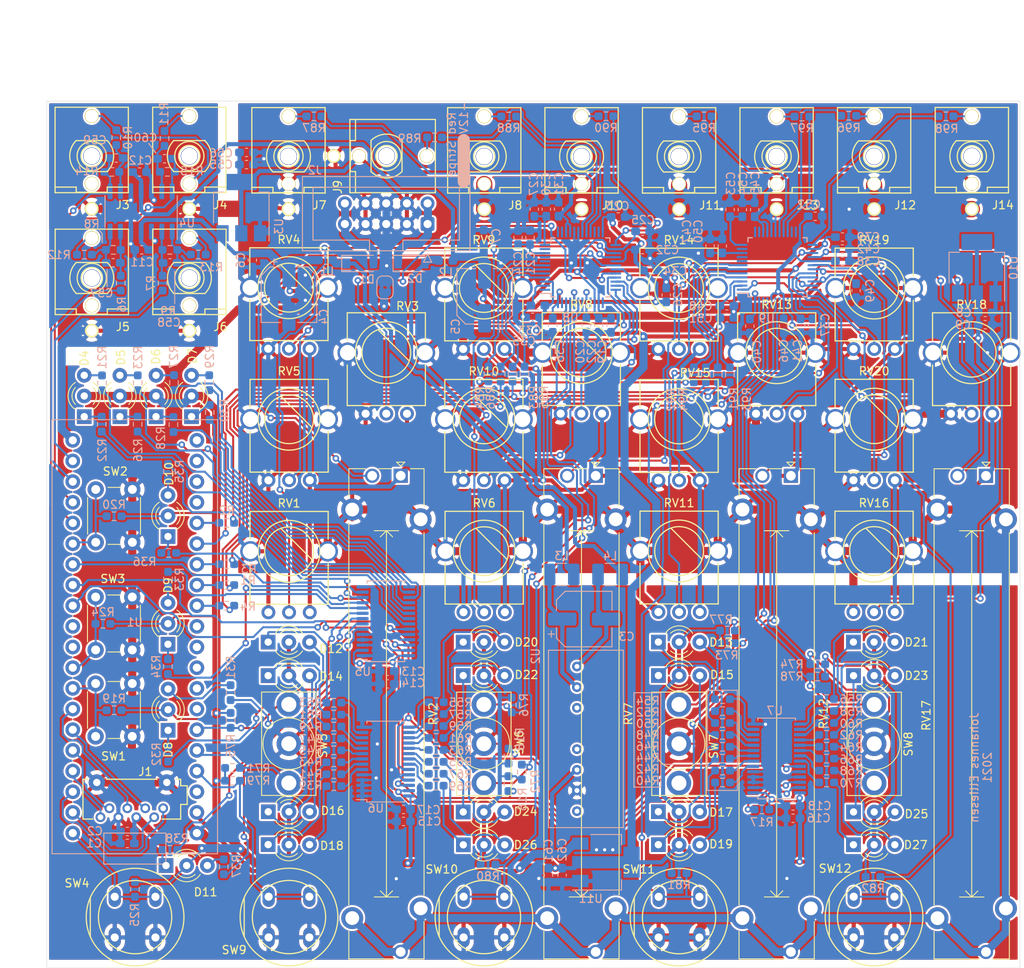
<source format=kicad_pcb>
(kicad_pcb (version 20171130) (host pcbnew "(5.1.12-1-10_14)")
  (layers (0 F.Cu signal hide) (31 B.Cu signal) (34 B.Paste user) (35 F.Paste user) (36 B.SilkS user) (37 F.SilkS user hide) (38 B.Mask user) (39 F.Mask user) (44 Edge.Cuts user))
  (net 0 "")
  (net 1 GND)
  (net 2 +3V3)
  (net 3 "Net-(C3-Pad2)")
  (net 4 "Net-(C3-Pad1)")
  (net 5 GNDA)
  (net 6 +12VA)
  (net 7 -12VA)
  (net 8 "Net-(D1-Pad2)")
  (net 9 "Net-(D1-Pad1)")
  (net 10 "Net-(D2-Pad2)")
  (net 11 "Net-(D2-Pad1)")
  (net 12 "Net-(D4-Pad3)")
  (net 13 "Net-(D4-Pad1)")
  (net 14 "Net-(D5-Pad3)")
  (net 15 "Net-(D5-Pad1)")
  (net 16 "Net-(D6-Pad3)")
  (net 17 "Net-(D6-Pad1)")
  (net 18 "Net-(D7-Pad3)")
  (net 19 "Net-(D7-Pad1)")
  (net 20 "Net-(D8-Pad3)")
  (net 21 "Net-(D8-Pad1)")
  (net 22 "Net-(D9-Pad3)")
  (net 23 "Net-(D9-Pad1)")
  (net 24 "Net-(D10-Pad3)")
  (net 25 "Net-(D10-Pad1)")
  (net 26 "Net-(D11-Pad3)")
  (net 27 "Net-(D11-Pad1)")
  (net 28 LED_OE)
  (net 29 LED_SDA)
  (net 30 LED_SCL)
  (net 31 SPI_MISO)
  (net 32 SPI_CS_AB)
  (net 33 SPI_SCLK)
  (net 34 SPI_MOSI)
  (net 35 "Net-(J4-Pad3)")
  (net 36 "Net-(J5-Pad3)")
  (net 37 "Net-(J6-Pad3)")
  (net 38 "Net-(J7-Pad3)")
  (net 39 "Net-(R1-Pad1)")
  (net 40 "Net-(R2-Pad1)")
  (net 41 "Net-(R3-Pad1)")
  (net 42 "Net-(R4-Pad1)")
  (net 43 AUDIO_DAC_L)
  (net 44 AUDIO_DAC_R)
  (net 45 AUDIO_ADC_L)
  (net 46 AUDIO_ADC_R)
  (net 47 "Net-(R21-Pad2)")
  (net 48 "Net-(R22-Pad2)")
  (net 49 "Net-(R23-Pad2)")
  (net 50 BTTN_LOAD)
  (net 51 BTTN_DIRECTION)
  (net 52 "Net-(R26-Pad2)")
  (net 53 "Net-(R27-Pad2)")
  (net 54 "Net-(R28-Pad2)")
  (net 55 "Net-(R29-Pad2)")
  (net 56 "Net-(R30-Pad2)")
  (net 57 BTTN_SAVE)
  (net 58 BTTN_REC)
  (net 59 "Net-(R33-Pad2)")
  (net 60 "Net-(R34-Pad2)")
  (net 61 "Net-(R35-Pad2)")
  (net 62 "Net-(R36-Pad2)")
  (net 63 "Net-(R37-Pad2)")
  (net 64 "Net-(R38-Pad2)")
  (net 65 Vin+)
  (net 66 +5VA)
  (net 67 "Net-(C21-Pad1)")
  (net 68 "Net-(C27-Pad1)")
  (net 69 "Net-(C47-Pad1)")
  (net 70 "Net-(C53-Pad1)")
  (net 71 "Net-(D12-Pad3)")
  (net 72 "Net-(D12-Pad1)")
  (net 73 "Net-(D13-Pad3)")
  (net 74 "Net-(D13-Pad1)")
  (net 75 "Net-(D14-Pad3)")
  (net 76 "Net-(D14-Pad1)")
  (net 77 "Net-(D15-Pad3)")
  (net 78 "Net-(D15-Pad1)")
  (net 79 "Net-(D16-Pad3)")
  (net 80 "Net-(D16-Pad1)")
  (net 81 "Net-(D17-Pad3)")
  (net 82 "Net-(D17-Pad1)")
  (net 83 "Net-(D18-Pad3)")
  (net 84 "Net-(D18-Pad1)")
  (net 85 "Net-(D19-Pad3)")
  (net 86 "Net-(D19-Pad1)")
  (net 87 "Net-(D20-Pad3)")
  (net 88 "Net-(D20-Pad1)")
  (net 89 "Net-(D21-Pad3)")
  (net 90 "Net-(D21-Pad1)")
  (net 91 "Net-(D22-Pad3)")
  (net 92 "Net-(D22-Pad1)")
  (net 93 "Net-(D23-Pad3)")
  (net 94 "Net-(D23-Pad1)")
  (net 95 "Net-(D24-Pad3)")
  (net 96 "Net-(D24-Pad1)")
  (net 97 "Net-(D25-Pad3)")
  (net 98 "Net-(D25-Pad1)")
  (net 99 "Net-(D26-Pad3)")
  (net 100 "Net-(D26-Pad1)")
  (net 101 "Net-(D27-Pad3)")
  (net 102 "Net-(D27-Pad1)")
  (net 103 "Net-(J1-Pad8)")
  (net 104 "Net-(J1-Pad7)")
  (net 105 "Net-(J1-Pad5)")
  (net 106 "Net-(J1-Pad3)")
  (net 107 "Net-(J1-Pad2)")
  (net 108 "Net-(J1-Pad1)")
  (net 109 "Net-(J3-Pad3)")
  (net 110 "Net-(R31-Pad2)")
  (net 111 "Net-(R32-Pad2)")
  (net 112 "Net-(R39-Pad2)")
  (net 113 "Net-(R40-Pad2)")
  (net 114 "Net-(R41-Pad2)")
  (net 115 "Net-(R42-Pad2)")
  (net 116 "Net-(R43-Pad2)")
  (net 117 "Net-(R44-Pad2)")
  (net 118 "Net-(R45-Pad2)")
  (net 119 "Net-(R46-Pad2)")
  (net 120 "Net-(R47-Pad2)")
  (net 121 "Net-(R48-Pad2)")
  (net 122 "Net-(R49-Pad2)")
  (net 123 "Net-(R50-Pad2)")
  (net 124 "Net-(R51-Pad2)")
  (net 125 "Net-(R52-Pad2)")
  (net 126 "Net-(R53-Pad2)")
  (net 127 "Net-(R54-Pad2)")
  (net 128 "Net-(R55-Pad2)")
  (net 129 "Net-(R56-Pad2)")
  (net 130 "Net-(R57-Pad2)")
  (net 131 "Net-(R58-Pad2)")
  (net 132 "Net-(R59-Pad2)")
  (net 133 "Net-(R60-Pad2)")
  (net 134 "Net-(R61-Pad2)")
  (net 135 "Net-(R62-Pad2)")
  (net 136 "Net-(R63-Pad2)")
  (net 137 "Net-(R64-Pad2)")
  (net 138 "Net-(R65-Pad2)")
  (net 139 "Net-(R66-Pad2)")
  (net 140 "Net-(R67-Pad2)")
  (net 141 "Net-(R68-Pad2)")
  (net 142 "Net-(R69-Pad2)")
  (net 143 "Net-(R70-Pad2)")
  (net 144 BTTN_UP_A)
  (net 145 BTTN_UP_B)
  (net 146 BTTN_UP_C)
  (net 147 BTTN_UP_D)
  (net 148 BTTN_DOWN_A)
  (net 149 BTTN_DOWN_B)
  (net 150 BTTN_DOWN_C)
  (net 151 BTTN_DOWN_D)
  (net 152 BTTN_PLAY_A)
  (net 153 BTTN_PLAY_B)
  (net 154 BTTN_PLAY_C)
  (net 155 BTTN_PLAY_D)
  (net 156 "Net-(R83-Pad1)")
  (net 157 "Net-(R84-Pad1)")
  (net 158 "Net-(R85-Pad1)")
  (net 159 "Net-(R86-Pad1)")
  (net 160 "Net-(R87-Pad2)")
  (net 161 "Net-(R88-Pad2)")
  (net 162 "Net-(J8-Pad3)")
  (net 163 "Net-(R89-Pad2)")
  (net 164 "Net-(J9-Pad3)")
  (net 165 "Net-(R90-Pad2)")
  (net 166 "Net-(J10-Pad3)")
  (net 167 "Net-(R91-Pad1)")
  (net 168 "Net-(R92-Pad1)")
  (net 169 "Net-(R93-Pad1)")
  (net 170 SPI_CS_CD)
  (net 171 "Net-(R94-Pad1)")
  (net 172 "Net-(R95-Pad2)")
  (net 173 "Net-(J11-Pad3)")
  (net 174 "Net-(R96-Pad2)")
  (net 175 "Net-(J12-Pad3)")
  (net 176 "Net-(R97-Pad2)")
  (net 177 "Net-(J13-Pad3)")
  (net 178 "Net-(R98-Pad2)")
  (net 179 "Net-(J14-Pad3)")
  (net 180 POT_WARBLE_B)
  (net 181 POT_WARBLE_A)
  (net 182 POT_GRAIN_B)
  (net 183 POT_GRAIN_A)
  (net 184 POT_DRIVE_B)
  (net 185 POT_DRIVE_A)
  (net 186 POT_VOL_B)
  (net 187 POT_VOL_A)
  (net 188 POT_PITCH_B)
  (net 189 POT_PITCH_A)
  (net 190 POT_WARBLE_D)
  (net 191 POT_WARBLE_C)
  (net 192 POT_GRAIN_D)
  (net 193 POT_GRAIN_C)
  (net 194 POT_DRIVE_D)
  (net 195 POT_DRIVE_C)
  (net 196 POT_VOL_D)
  (net 197 POT_VOL_C)
  (net 198 POT_PITCH_D)
  (net 199 POT_PITCH_C)
  (net 200 +2V5)
  (net 201 "Net-(C57-Pad2)")
  (net 202 "Net-(C57-Pad1)")
  (net 203 "Net-(C58-Pad2)")
  (net 204 "Net-(C58-Pad1)")
  (net 205 "Net-(C59-Pad2)")
  (net 206 "Net-(C60-Pad2)")
  (module Capacitor_SMD:C_0603_1608Metric_Pad1.08x0.95mm_HandSolder (layer B.Cu) (at 159.57296 67.49034 90)
    (fp_text reference C26 (at 0 1.43 90) (layer B.SilkS) (effects (justify mirror)))
    (fp_text value 100n)
    (pad 2 smd roundrect (at 0.8625 0 90) (size 1.075 0.95) (layers B.Cu B.Paste B.Mask) (net 5 GNDA))
    (pad 1 smd roundrect (at -0.8625 0 90) (size 1.075 0.95) (layers B.Cu B.Paste B.Mask) (net 7 -12VA))
  )
  (module ell_connectors:PJS008U-3000 (layer F.Cu) (at 93.9419 130.5687 180)
    (fp_text reference J1 (at -1.66724 4.49562) (layer F.SilkS))
    (fp_text value Micro_SD_Card)
    (pad 9 thru_hole circle (at -4.3 3.17 180) (size 2 2) (drill 0.9) (layers *.Cu *.Mask) (net 1 GND))
    (pad 8 thru_hole circle (at 3.85 -1.1 180) (size 1.2 1.2) (drill 0.7) (layers *.Cu *.Mask) (net 103 "Net-(J1-Pad8)"))
    (pad 7 thru_hole circle (at 2.75 0 180) (size 1.2 1.2) (drill 0.7) (layers *.Cu *.Mask) (net 104 "Net-(J1-Pad7)"))
    (pad 6 thru_hole circle (at 1.65 -1.1 180) (size 1.2 1.2) (drill 0.7) (layers *.Cu *.Mask) (net 1 GND))
    (pad 5 thru_hole circle (at 0.55 0 180) (size 1.2 1.2) (drill 0.7) (layers *.Cu *.Mask) (net 105 "Net-(J1-Pad5)"))
    (pad 4 thru_hole circle (at -0.55 -1.1 180) (size 1.2 1.2) (drill 0.7) (layers *.Cu *.Mask) (net 2 +3V3))
    (pad 3 thru_hole circle (at -1.65 0 180) (size 1.2 1.2) (drill 0.7) (layers *.Cu *.Mask) (net 106 "Net-(J1-Pad3)"))
    (pad 2 thru_hole circle (at -2.75 -1.1 180) (size 1.2 1.2) (drill 0.7) (layers *.Cu *.Mask) (net 107 "Net-(J1-Pad2)"))
    (pad 1 thru_hole circle (at -3.85 0 180) (size 1.2 1.2) (drill 0.7) (layers *.Cu *.Mask) (net 108 "Net-(J1-Pad1)"))
    (pad 9 thru_hole circle (at 4.3 3.17 180) (size 2 2) (drill 0.9) (layers *.Cu *.Mask) (net 1 GND))
  )
  (module ell_special:CK-D6R_Pushbutton (layer F.Cu) (at 94.34322 143.94434)
    (fp_text reference SW4 (at -7.13408 -4.17126) (layer F.SilkS))
    (fp_text value "D6R40F1LFS ")
    (pad 1 thru_hole oval (at -2.5 -2.5) (size 1.5 2.5) (drill 1) (layers *.Cu *.Mask) (net 58 BTTN_REC))
    (pad 1 thru_hole oval (at 2.5 -2.5) (size 1.5 2.5) (drill 1) (layers *.Cu *.Mask) (net 58 BTTN_REC))
    (pad 2 thru_hole oval (at -2.5 2.5) (size 1.5 2.5) (drill 1) (layers *.Cu *.Mask) (net 1 GND))
    (pad 2 thru_hole oval (at 2.5 2.5) (size 1.5 2.5) (drill 1) (layers *.Cu *.Mask) (net 1 GND))
  )
  (module ell_special:CK-D6R_Pushbutton (layer F.Cu) (at 185.09488 143.93418)
    (fp_text reference SW12 (at -4.78574 -5.9611) (layer F.SilkS))
    (fp_text value "D6R90F1LFS ")
    (pad 1 thru_hole oval (at -2.5 -2.5) (size 1.5 2.5) (drill 1) (layers *.Cu *.Mask) (net 155 BTTN_PLAY_D))
    (pad 1 thru_hole oval (at 2.5 -2.5) (size 1.5 2.5) (drill 1) (layers *.Cu *.Mask) (net 155 BTTN_PLAY_D))
    (pad 2 thru_hole oval (at -2.5 2.5) (size 1.5 2.5) (drill 1) (layers *.Cu *.Mask) (net 1 GND))
    (pad 2 thru_hole oval (at 2.5 2.5) (size 1.5 2.5) (drill 1) (layers *.Cu *.Mask) (net 1 GND))
  )
  (module ell_special:CK-D6R_Pushbutton (layer F.Cu) (at 161.14522 143.94688)
    (fp_text reference SW11 (at -4.93608 -5.8738) (layer F.SilkS))
    (fp_text value "D6R90F1LFS ")
    (pad 1 thru_hole oval (at -2.5 -2.5) (size 1.5 2.5) (drill 1) (layers *.Cu *.Mask) (net 154 BTTN_PLAY_C))
    (pad 1 thru_hole oval (at 2.5 -2.5) (size 1.5 2.5) (drill 1) (layers *.Cu *.Mask) (net 154 BTTN_PLAY_C))
    (pad 2 thru_hole oval (at -2.5 2.5) (size 1.5 2.5) (drill 1) (layers *.Cu *.Mask) (net 1 GND))
    (pad 2 thru_hole oval (at 2.5 2.5) (size 1.5 2.5) (drill 1) (layers *.Cu *.Mask) (net 1 GND))
  )
  (module ell_special:CK-D6R_Pushbutton (layer F.Cu) (at 137.18794 143.93672)
    (fp_text reference SW10 (at -5.1788 -5.86364) (layer F.SilkS))
    (fp_text value "D6R90F1LFS ")
    (pad 1 thru_hole oval (at -2.5 -2.5) (size 1.5 2.5) (drill 1) (layers *.Cu *.Mask) (net 153 BTTN_PLAY_B))
    (pad 1 thru_hole oval (at 2.5 -2.5) (size 1.5 2.5) (drill 1) (layers *.Cu *.Mask) (net 153 BTTN_PLAY_B))
    (pad 2 thru_hole oval (at -2.5 2.5) (size 1.5 2.5) (drill 1) (layers *.Cu *.Mask) (net 1 GND))
    (pad 2 thru_hole oval (at 2.5 2.5) (size 1.5 2.5) (drill 1) (layers *.Cu *.Mask) (net 1 GND))
  )
  (module ell_special:CK-D6R_Pushbutton (layer F.Cu) (at 113.24336 143.93672)
    (fp_text reference SW9 (at -6.73422 4.03636) (layer F.SilkS))
    (fp_text value "D6R90F1LFS ")
    (pad 1 thru_hole oval (at -2.5 -2.5) (size 1.5 2.5) (drill 1) (layers *.Cu *.Mask) (net 152 BTTN_PLAY_A))
    (pad 1 thru_hole oval (at 2.5 -2.5) (size 1.5 2.5) (drill 1) (layers *.Cu *.Mask) (net 152 BTTN_PLAY_A))
    (pad 2 thru_hole oval (at -2.5 2.5) (size 1.5 2.5) (drill 1) (layers *.Cu *.Mask) (net 1 GND))
    (pad 2 thru_hole oval (at 2.5 2.5) (size 1.5 2.5) (drill 1) (layers *.Cu *.Mask) (net 1 GND))
  )
  (module ell_special:7105SYCQE-1P3T-SP3T-Switch (layer F.Cu) (at 185.11266 122.65152)
    (fp_text reference SW8 (at 4.19648 0.02156 90) (layer F.SilkS))
    (fp_text value "C&K 7105SYCQE")
    (pad 3 thru_hole circle (at 0 4.83) (size 3 3) (drill 1.85) (layers *.Cu *.Mask) (net 147 BTTN_UP_D))
    (pad 2 thru_hole circle (at 0 0) (size 3 3) (drill 1.85) (layers *.Cu *.Mask) (net 1 GND))
    (pad 1 thru_hole circle (at 0 -4.83) (size 3 3) (drill 1.85) (layers *.Cu *.Mask) (net 151 BTTN_DOWN_D))
  )
  (module ell_special:7105SYCQE-1P3T-SP3T-Switch (layer F.Cu) (at 161.13506 122.6439)
    (fp_text reference SW7 (at 4.27408 0.32918 90) (layer F.SilkS))
    (fp_text value "C&K 7105SYCQE")
    (pad 3 thru_hole circle (at 0 4.83) (size 3 3) (drill 1.85) (layers *.Cu *.Mask) (net 146 BTTN_UP_C))
    (pad 2 thru_hole circle (at 0 0) (size 3 3) (drill 1.85) (layers *.Cu *.Mask) (net 1 GND))
    (pad 1 thru_hole circle (at 0 -4.83) (size 3 3) (drill 1.85) (layers *.Cu *.Mask) (net 150 BTTN_DOWN_C))
  )
  (module ell_special:7105SYCQE-1P3T-SP3T-Switch (layer F.Cu) (at 137.17778 122.6439)
    (fp_text reference SW6 (at 4.33136 -0.17082 90) (layer F.SilkS))
    (fp_text value "C&K 7105SYCQE")
    (pad 3 thru_hole circle (at 0 4.83) (size 3 3) (drill 1.85) (layers *.Cu *.Mask) (net 145 BTTN_UP_B))
    (pad 2 thru_hole circle (at 0 0) (size 3 3) (drill 1.85) (layers *.Cu *.Mask) (net 1 GND))
    (pad 1 thru_hole circle (at 0 -4.83) (size 3 3) (drill 1.85) (layers *.Cu *.Mask) (net 149 BTTN_DOWN_B))
  )
  (module ell_special:7105SYCQE-1P3T-SP3T-Switch (layer F.Cu) (at 113.22304 122.63628)
    (fp_text reference SW5 (at 4.1861 0.2368 90) (layer F.SilkS))
    (fp_text value "C&K 7105SYCQE")
    (pad 3 thru_hole circle (at 0 4.83) (size 3 3) (drill 1.85) (layers *.Cu *.Mask) (net 144 BTTN_UP_A))
    (pad 2 thru_hole circle (at 0 0) (size 3 3) (drill 1.85) (layers *.Cu *.Mask) (net 1 GND))
    (pad 1 thru_hole circle (at 0 -4.83) (size 3 3) (drill 1.85) (layers *.Cu *.Mask) (net 148 BTTN_DOWN_A))
  )
  (module Package_TO_SOT_SMD:SOT-223-3_TabPin2 (layer B.Cu) (at 152.16592 137.20318)
    (fp_text reference U11 (at -1.85678 4.4699) (layer B.SilkS) (effects (justify mirror)))
    (fp_text value AZ1117-3.3)
    (pad 1 smd rect (at -3.15 2.3) (size 2 1.5) (layers B.Cu B.Paste B.Mask) (net 1 GND))
    (pad 3 smd rect (at -3.15 -2.3) (size 2 1.5) (layers B.Cu B.Paste B.Mask) (net 65 Vin+))
    (pad 2 smd rect (at -3.15 0) (size 2 1.5) (layers B.Cu B.Paste B.Mask) (net 2 +3V3))
    (pad 2 smd rect (at 3.15 0) (size 2 3.8) (layers B.Cu B.Paste B.Mask) (net 2 +3V3))
  )
  (module Capacitor_SMD:C_0603_1608Metric_Pad1.08x0.95mm_HandSolder (layer B.Cu) (at 146.78406 138.7867 270)
    (fp_text reference C62 (at -3.11362 -0.02508 90) (layer B.SilkS) (effects (justify mirror)))
    (fp_text value 4u7)
    (pad 2 smd roundrect (at 0.8625 0 270) (size 1.075 0.95) (layers B.Cu B.Paste B.Mask) (net 1 GND))
    (pad 1 smd roundrect (at -0.8625 0 270) (size 1.075 0.95) (layers B.Cu B.Paste B.Mask) (net 2 +3V3))
  )
  (module Capacitor_SMD:C_0603_1608Metric_Pad1.08x0.95mm_HandSolder (layer B.Cu) (at 145.11528 138.7867 270)
    (fp_text reference C61 (at -3.01362 0.00614 90) (layer B.SilkS) (effects (justify mirror)))
    (fp_text value 100n)
    (pad 2 smd roundrect (at 0.8625 0 270) (size 1.075 0.95) (layers B.Cu B.Paste B.Mask) (net 1 GND))
    (pad 1 smd roundrect (at -0.8625 0 270) (size 1.075 0.95) (layers B.Cu B.Paste B.Mask) (net 2 +3V3))
  )
  (module Potentiometer_THT:Potentiometer_Bourns_PTA4543_Single_Slide (layer F.Cu) (at 198.83882 89.72296 270)
    (fp_text reference RV17 (at 29.45012 7.32968 90) (layer F.SilkS))
    (fp_text value PTA4543-2010CPB103)
    (pad MP thru_hole circle (at 54.35 5.95 270) (size 2.7 2.7) (drill 1.7) (layers *.Cu *.Mask) (net 5 GNDA))
    (pad MP thru_hole circle (at 4.15 5.95 270) (size 2.7 2.7) (drill 1.7) (layers *.Cu *.Mask) (net 5 GNDA))
    (pad MP thru_hole circle (at 53.15 -2.45 270) (size 2.7 2.7) (drill 1.7) (layers *.Cu *.Mask) (net 5 GNDA))
    (pad MP thru_hole circle (at 5.35 -2.45 270) (size 2.7 2.7) (drill 1.7) (layers *.Cu *.Mask) (net 5 GNDA))
    (pad 3 thru_hole circle (at 58.5 0 270) (size 1.75 1.75) (drill 1.2) (layers *.Cu *.Mask) (net 5 GNDA))
    (pad 2 thru_hole circle (at 0 3.5 270) (size 1.75 1.75) (drill 1.2) (layers *.Cu *.Mask) (net 196 POT_VOL_D))
    (pad 1 thru_hole rect (at 0 0 270) (size 1.75 1.75) (drill 1.2) (layers *.Cu *.Mask) (net 200 +2V5))
  )
  (module Potentiometer_THT:Potentiometer_Bourns_PTA4543_Single_Slide (layer F.Cu) (at 174.88408 89.71534 270)
    (fp_text reference RV12 (at 29.25 -4 90) (layer F.SilkS))
    (fp_text value PTA4543-2010CPB103)
    (pad MP thru_hole circle (at 54.35 5.95 270) (size 2.7 2.7) (drill 1.7) (layers *.Cu *.Mask) (net 5 GNDA))
    (pad MP thru_hole circle (at 4.15 5.95 270) (size 2.7 2.7) (drill 1.7) (layers *.Cu *.Mask) (net 5 GNDA))
    (pad MP thru_hole circle (at 53.15 -2.45 270) (size 2.7 2.7) (drill 1.7) (layers *.Cu *.Mask) (net 5 GNDA))
    (pad MP thru_hole circle (at 5.35 -2.45 270) (size 2.7 2.7) (drill 1.7) (layers *.Cu *.Mask) (net 5 GNDA))
    (pad 3 thru_hole circle (at 58.5 0 270) (size 1.75 1.75) (drill 1.2) (layers *.Cu *.Mask) (net 5 GNDA))
    (pad 2 thru_hole circle (at 0 3.5 270) (size 1.75 1.75) (drill 1.2) (layers *.Cu *.Mask) (net 197 POT_VOL_C))
    (pad 1 thru_hole rect (at 0 0 270) (size 1.75 1.75) (drill 1.2) (layers *.Cu *.Mask) (net 200 +2V5))
  )
  (module Potentiometer_THT:Potentiometer_Bourns_PTA4543_Single_Slide (layer F.Cu) (at 150.91156 89.71534 270)
    (fp_text reference RV7 (at 29.25 -4 90) (layer F.SilkS))
    (fp_text value PTA4543-2010CPB103)
    (pad MP thru_hole circle (at 54.35 5.95 270) (size 2.7 2.7) (drill 1.7) (layers *.Cu *.Mask) (net 5 GNDA))
    (pad MP thru_hole circle (at 4.15 5.95 270) (size 2.7 2.7) (drill 1.7) (layers *.Cu *.Mask) (net 5 GNDA))
    (pad MP thru_hole circle (at 53.15 -2.45 270) (size 2.7 2.7) (drill 1.7) (layers *.Cu *.Mask) (net 5 GNDA))
    (pad MP thru_hole circle (at 5.35 -2.45 270) (size 2.7 2.7) (drill 1.7) (layers *.Cu *.Mask) (net 5 GNDA))
    (pad 3 thru_hole circle (at 58.5 0 270) (size 1.75 1.75) (drill 1.2) (layers *.Cu *.Mask) (net 5 GNDA))
    (pad 2 thru_hole circle (at 0 3.5 270) (size 1.75 1.75) (drill 1.2) (layers *.Cu *.Mask) (net 186 POT_VOL_B))
    (pad 1 thru_hole rect (at 0 0 270) (size 1.75 1.75) (drill 1.2) (layers *.Cu *.Mask) (net 200 +2V5))
  )
  (module Potentiometer_THT:Potentiometer_Bourns_PTA4543_Single_Slide (layer F.Cu) (at 126.9619 89.7128 270)
    (fp_text reference RV2 (at 29.25 -4 90) (layer F.SilkS))
    (fp_text value PTA4543-2010CPB103)
    (pad MP thru_hole circle (at 54.35 5.95 270) (size 2.7 2.7) (drill 1.7) (layers *.Cu *.Mask) (net 5 GNDA))
    (pad MP thru_hole circle (at 4.15 5.95 270) (size 2.7 2.7) (drill 1.7) (layers *.Cu *.Mask) (net 5 GNDA))
    (pad MP thru_hole circle (at 53.15 -2.45 270) (size 2.7 2.7) (drill 1.7) (layers *.Cu *.Mask) (net 5 GNDA))
    (pad MP thru_hole circle (at 5.35 -2.45 270) (size 2.7 2.7) (drill 1.7) (layers *.Cu *.Mask) (net 5 GNDA))
    (pad 3 thru_hole circle (at 58.5 0 270) (size 1.75 1.75) (drill 1.2) (layers *.Cu *.Mask) (net 5 GNDA))
    (pad 2 thru_hole circle (at 0 3.5 270) (size 1.75 1.75) (drill 1.2) (layers *.Cu *.Mask) (net 187 POT_VOL_A))
    (pad 1 thru_hole rect (at 0 0 270) (size 1.75 1.75) (drill 1.2) (layers *.Cu *.Mask) (net 200 +2V5))
  )
  (module Package_TO_SOT_SMD:SOT-223-3_TabPin2 (layer B.Cu) (at 197.71614 64.1608 90)
    (fp_text reference U10 (at 0 4.5 270) (layer B.SilkS) (effects (justify mirror)))
    (fp_text value AZ1117-2.5)
    (pad 1 smd rect (at -3.15 2.3 90) (size 2 1.5) (layers B.Cu B.Paste B.Mask) (net 5 GNDA))
    (pad 3 smd rect (at -3.15 -2.3 90) (size 2 1.5) (layers B.Cu B.Paste B.Mask) (net 6 +12VA))
    (pad 2 smd rect (at -3.15 0 90) (size 2 1.5) (layers B.Cu B.Paste B.Mask) (net 200 +2V5))
    (pad 2 smd rect (at 3.15 0 90) (size 2 3.8) (layers B.Cu B.Paste B.Mask) (net 200 +2V5))
  )
  (module Capacitor_SMD:C_0603_1608Metric_Pad1.08x0.95mm_HandSolder (layer B.Cu) (at 97.96018 50.75936 180)
    (fp_text reference C60 (at 2.35104 2.58628) (layer B.SilkS) (effects (justify mirror)))
    (fp_text value 560p)
    (pad 2 smd roundrect (at 0.8625 0 180) (size 1.075 0.95) (layers B.Cu B.Paste B.Mask) (net 206 "Net-(C60-Pad2)"))
    (pad 1 smd roundrect (at -0.8625 0 180) (size 1.075 0.95) (layers B.Cu B.Paste B.Mask) (net 46 AUDIO_ADC_R))
  )
  (module Capacitor_SMD:C_0603_1608Metric_Pad1.08x0.95mm_HandSolder (layer B.Cu) (at 92.02022 50.67808)
    (fp_text reference C59 (at -2.61108 -2.205) (layer B.SilkS) (effects (justify mirror)))
    (fp_text value 560p)
    (pad 2 smd roundrect (at 0.8625 0) (size 1.075 0.95) (layers B.Cu B.Paste B.Mask) (net 205 "Net-(C59-Pad2)"))
    (pad 1 smd roundrect (at -0.8625 0) (size 1.075 0.95) (layers B.Cu B.Paste B.Mask) (net 45 AUDIO_ADC_L))
  )
  (module Capacitor_SMD:C_0603_1608Metric_Pad1.08x0.95mm_HandSolder (layer B.Cu) (at 98.63472 63.55334 180)
    (fp_text reference C58 (at 0.12558 -7.31974) (layer B.SilkS) (effects (justify mirror)))
    (fp_text value 560p)
    (pad 2 smd roundrect (at 0.8625 0 180) (size 1.075 0.95) (layers B.Cu B.Paste B.Mask) (net 203 "Net-(C58-Pad2)"))
    (pad 1 smd roundrect (at -0.8625 0 180) (size 1.075 0.95) (layers B.Cu B.Paste B.Mask) (net 204 "Net-(C58-Pad1)"))
  )
  (module Capacitor_SMD:C_0603_1608Metric_Pad1.08x0.95mm_HandSolder (layer B.Cu) (at 91.65954 63.54318)
    (fp_text reference C57 (at -1.4504 3.7299 180) (layer B.SilkS) (effects (justify mirror)))
    (fp_text value 560p)
    (pad 2 smd roundrect (at 0.8625 0) (size 1.075 0.95) (layers B.Cu B.Paste B.Mask) (net 201 "Net-(C57-Pad2)"))
    (pad 1 smd roundrect (at -0.8625 0) (size 1.075 0.95) (layers B.Cu B.Paste B.Mask) (net 202 "Net-(C57-Pad1)"))
  )
  (module ell_passives:9mm_pot (layer F.Cu) (at 185.10758 82.76082)
    (fp_text reference RV20 (at 0 -5.9) (layer F.SilkS))
    (fp_text value POTENTIOMETER)
    (pad 4 thru_hole circle (at 4.75 0) (size 2.5 2.5) (drill 1.9) (layers *.Cu *.Mask) (net 5 GNDA))
    (pad 4 thru_hole circle (at -4.75 0) (size 2.5 2.5) (drill 1.9) (layers *.Cu *.Mask) (net 5 GNDA))
    (pad 3 thru_hole circle (at 2.54 7.5 90) (size 1.7 1.7) (drill 1) (layers *.Cu *.Mask) (net 200 +2V5))
    (pad 2 thru_hole circle (at 0 7.5) (size 1.7 1.7) (drill 1) (layers *.Cu *.Mask) (net 190 POT_WARBLE_D))
    (pad 1 thru_hole circle (at -2.54 7.5) (size 1.7 1.7) (drill 1) (layers *.Cu *.Mask) (net 5 GNDA))
  )
  (module ell_passives:9mm_pot (layer F.Cu) (at 185.11012 66.64198)
    (fp_text reference RV19 (at 0 -5.9) (layer F.SilkS))
    (fp_text value POTENTIOMETER)
    (pad 4 thru_hole circle (at 4.75 0) (size 2.5 2.5) (drill 1.9) (layers *.Cu *.Mask) (net 5 GNDA))
    (pad 4 thru_hole circle (at -4.75 0) (size 2.5 2.5) (drill 1.9) (layers *.Cu *.Mask) (net 5 GNDA))
    (pad 3 thru_hole circle (at 2.54 7.5 90) (size 1.7 1.7) (drill 1) (layers *.Cu *.Mask) (net 200 +2V5))
    (pad 2 thru_hole circle (at 0 7.5) (size 1.7 1.7) (drill 1) (layers *.Cu *.Mask) (net 192 POT_GRAIN_D))
    (pad 1 thru_hole circle (at -2.54 7.5) (size 1.7 1.7) (drill 1) (layers *.Cu *.Mask) (net 5 GNDA))
  )
  (module ell_passives:9mm_pot (layer F.Cu) (at 197.07606 74.58964)
    (fp_text reference RV18 (at 0 -5.9) (layer F.SilkS))
    (fp_text value POTENTIOMETER)
    (pad 4 thru_hole circle (at 4.75 0) (size 2.5 2.5) (drill 1.9) (layers *.Cu *.Mask) (net 5 GNDA))
    (pad 4 thru_hole circle (at -4.75 0) (size 2.5 2.5) (drill 1.9) (layers *.Cu *.Mask) (net 5 GNDA))
    (pad 3 thru_hole circle (at 2.54 7.5 90) (size 1.7 1.7) (drill 1) (layers *.Cu *.Mask) (net 200 +2V5))
    (pad 2 thru_hole circle (at 0 7.5) (size 1.7 1.7) (drill 1) (layers *.Cu *.Mask) (net 194 POT_DRIVE_D))
    (pad 1 thru_hole circle (at -2.54 7.5) (size 1.7 1.7) (drill 1) (layers *.Cu *.Mask) (net 5 GNDA))
  )
  (module ell_passives:9mm_pot (layer F.Cu) (at 185.09742 98.96348)
    (fp_text reference RV16 (at 0 -5.9) (layer F.SilkS))
    (fp_text value POTENTIOMETER)
    (pad 4 thru_hole circle (at 4.75 0) (size 2.5 2.5) (drill 1.9) (layers *.Cu *.Mask) (net 5 GNDA))
    (pad 4 thru_hole circle (at -4.75 0) (size 2.5 2.5) (drill 1.9) (layers *.Cu *.Mask) (net 5 GNDA))
    (pad 3 thru_hole circle (at 2.54 7.5 90) (size 1.7 1.7) (drill 1) (layers *.Cu *.Mask) (net 200 +2V5))
    (pad 2 thru_hole circle (at 0 7.5) (size 1.7 1.7) (drill 1) (layers *.Cu *.Mask) (net 198 POT_PITCH_D))
    (pad 1 thru_hole circle (at -2.54 7.5) (size 1.7 1.7) (drill 1) (layers *.Cu *.Mask) (net 5 GNDA))
  )
  (module ell_passives:9mm_pot (layer F.Cu) (at 161.1503 82.78876)
    (fp_text reference RV15 (at 1.95884 -5.71568) (layer F.SilkS))
    (fp_text value POTENTIOMETER)
    (pad 4 thru_hole circle (at 4.75 0) (size 2.5 2.5) (drill 1.9) (layers *.Cu *.Mask) (net 5 GNDA))
    (pad 4 thru_hole circle (at -4.75 0) (size 2.5 2.5) (drill 1.9) (layers *.Cu *.Mask) (net 5 GNDA))
    (pad 3 thru_hole circle (at 2.54 7.5 90) (size 1.7 1.7) (drill 1) (layers *.Cu *.Mask) (net 200 +2V5))
    (pad 2 thru_hole circle (at 0 7.5) (size 1.7 1.7) (drill 1) (layers *.Cu *.Mask) (net 191 POT_WARBLE_C))
    (pad 1 thru_hole circle (at -2.54 7.5) (size 1.7 1.7) (drill 1) (layers *.Cu *.Mask) (net 5 GNDA))
  )
  (module ell_passives:9mm_pot (layer F.Cu) (at 161.1376 66.6496)
    (fp_text reference RV14 (at 0 -5.9) (layer F.SilkS))
    (fp_text value POTENTIOMETER)
    (pad 4 thru_hole circle (at 4.75 0) (size 2.5 2.5) (drill 1.9) (layers *.Cu *.Mask) (net 5 GNDA))
    (pad 4 thru_hole circle (at -4.75 0) (size 2.5 2.5) (drill 1.9) (layers *.Cu *.Mask) (net 5 GNDA))
    (pad 3 thru_hole circle (at 2.54 7.5 90) (size 1.7 1.7) (drill 1) (layers *.Cu *.Mask) (net 200 +2V5))
    (pad 2 thru_hole circle (at 0 7.5) (size 1.7 1.7) (drill 1) (layers *.Cu *.Mask) (net 193 POT_GRAIN_C))
    (pad 1 thru_hole circle (at -2.54 7.5) (size 1.7 1.7) (drill 1) (layers *.Cu *.Mask) (net 5 GNDA))
  )
  (module ell_passives:9mm_pot (layer F.Cu) (at 173.13656 74.5871)
    (fp_text reference RV13 (at 0 -5.9) (layer F.SilkS))
    (fp_text value POTENTIOMETER)
    (pad 4 thru_hole circle (at 4.75 0) (size 2.5 2.5) (drill 1.9) (layers *.Cu *.Mask) (net 5 GNDA))
    (pad 4 thru_hole circle (at -4.75 0) (size 2.5 2.5) (drill 1.9) (layers *.Cu *.Mask) (net 5 GNDA))
    (pad 3 thru_hole circle (at 2.54 7.5 90) (size 1.7 1.7) (drill 1) (layers *.Cu *.Mask) (net 200 +2V5))
    (pad 2 thru_hole circle (at 0 7.5) (size 1.7 1.7) (drill 1) (layers *.Cu *.Mask) (net 195 POT_DRIVE_C))
    (pad 1 thru_hole circle (at -2.54 7.5) (size 1.7 1.7) (drill 1) (layers *.Cu *.Mask) (net 5 GNDA))
  )
  (module ell_passives:9mm_pot (layer F.Cu) (at 161.15284 98.96094)
    (fp_text reference RV11 (at 0 -5.9) (layer F.SilkS))
    (fp_text value POTENTIOMETER)
    (pad 4 thru_hole circle (at 4.75 0) (size 2.5 2.5) (drill 1.9) (layers *.Cu *.Mask) (net 5 GNDA))
    (pad 4 thru_hole circle (at -4.75 0) (size 2.5 2.5) (drill 1.9) (layers *.Cu *.Mask) (net 5 GNDA))
    (pad 3 thru_hole circle (at 2.54 7.5 90) (size 1.7 1.7) (drill 1) (layers *.Cu *.Mask) (net 200 +2V5))
    (pad 2 thru_hole circle (at 0 7.5) (size 1.7 1.7) (drill 1) (layers *.Cu *.Mask) (net 199 POT_PITCH_C))
    (pad 1 thru_hole circle (at -2.54 7.5) (size 1.7 1.7) (drill 1) (layers *.Cu *.Mask) (net 5 GNDA))
  )
  (module ell_passives:9mm_pot (layer F.Cu) (at 137.18286 82.7786)
    (fp_text reference RV10 (at 0 -5.9) (layer F.SilkS))
    (fp_text value POTENTIOMETER)
    (pad 4 thru_hole circle (at 4.75 0) (size 2.5 2.5) (drill 1.9) (layers *.Cu *.Mask) (net 5 GNDA))
    (pad 4 thru_hole circle (at -4.75 0) (size 2.5 2.5) (drill 1.9) (layers *.Cu *.Mask) (net 5 GNDA))
    (pad 3 thru_hole circle (at 2.54 7.5 90) (size 1.7 1.7) (drill 1) (layers *.Cu *.Mask) (net 200 +2V5))
    (pad 2 thru_hole circle (at 0 7.5) (size 1.7 1.7) (drill 1) (layers *.Cu *.Mask) (net 180 POT_WARBLE_B))
    (pad 1 thru_hole circle (at -2.54 7.5) (size 1.7 1.7) (drill 1) (layers *.Cu *.Mask) (net 5 GNDA))
  )
  (module ell_passives:9mm_pot (layer F.Cu) (at 137.1727 66.6369)
    (fp_text reference RV9 (at 0 -5.9) (layer F.SilkS))
    (fp_text value POTENTIOMETER)
    (pad 4 thru_hole circle (at 4.75 0) (size 2.5 2.5) (drill 1.9) (layers *.Cu *.Mask) (net 5 GNDA))
    (pad 4 thru_hole circle (at -4.75 0) (size 2.5 2.5) (drill 1.9) (layers *.Cu *.Mask) (net 5 GNDA))
    (pad 3 thru_hole circle (at 2.54 7.5 90) (size 1.7 1.7) (drill 1) (layers *.Cu *.Mask) (net 200 +2V5))
    (pad 2 thru_hole circle (at 0 7.5) (size 1.7 1.7) (drill 1) (layers *.Cu *.Mask) (net 182 POT_GRAIN_B))
    (pad 1 thru_hole circle (at -2.54 7.5) (size 1.7 1.7) (drill 1) (layers *.Cu *.Mask) (net 5 GNDA))
  )
  (module ell_passives:9mm_pot (layer F.Cu) (at 149.1488 74.5744)
    (fp_text reference RV8 (at 0 -5.9) (layer F.SilkS))
    (fp_text value POTENTIOMETER)
    (pad 4 thru_hole circle (at 4.75 0) (size 2.5 2.5) (drill 1.9) (layers *.Cu *.Mask) (net 5 GNDA))
    (pad 4 thru_hole circle (at -4.75 0) (size 2.5 2.5) (drill 1.9) (layers *.Cu *.Mask) (net 5 GNDA))
    (pad 3 thru_hole circle (at 2.54 7.5 90) (size 1.7 1.7) (drill 1) (layers *.Cu *.Mask) (net 200 +2V5))
    (pad 2 thru_hole circle (at 0 7.5) (size 1.7 1.7) (drill 1) (layers *.Cu *.Mask) (net 184 POT_DRIVE_B))
    (pad 1 thru_hole circle (at -2.54 7.5) (size 1.7 1.7) (drill 1) (layers *.Cu *.Mask) (net 5 GNDA))
  )
  (module ell_passives:9mm_pot (layer F.Cu) (at 137.21334 98.97872)
    (fp_text reference RV6 (at 0 -5.9) (layer F.SilkS))
    (fp_text value POTENTIOMETER)
    (pad 4 thru_hole circle (at 4.75 0) (size 2.5 2.5) (drill 1.9) (layers *.Cu *.Mask) (net 5 GNDA))
    (pad 4 thru_hole circle (at -4.75 0) (size 2.5 2.5) (drill 1.9) (layers *.Cu *.Mask) (net 5 GNDA))
    (pad 3 thru_hole circle (at 2.54 7.5 90) (size 1.7 1.7) (drill 1) (layers *.Cu *.Mask) (net 200 +2V5))
    (pad 2 thru_hole circle (at 0 7.5) (size 1.7 1.7) (drill 1) (layers *.Cu *.Mask) (net 188 POT_PITCH_B))
    (pad 1 thru_hole circle (at -2.54 7.5) (size 1.7 1.7) (drill 1) (layers *.Cu *.Mask) (net 5 GNDA))
  )
  (module ell_passives:9mm_pot (layer F.Cu) (at 113.2586 82.7659)
    (fp_text reference RV5 (at 0 -5.9) (layer F.SilkS))
    (fp_text value POTENTIOMETER)
    (pad 4 thru_hole circle (at 4.75 0) (size 2.5 2.5) (drill 1.9) (layers *.Cu *.Mask) (net 5 GNDA))
    (pad 4 thru_hole circle (at -4.75 0) (size 2.5 2.5) (drill 1.9) (layers *.Cu *.Mask) (net 5 GNDA))
    (pad 3 thru_hole circle (at 2.54 7.5 90) (size 1.7 1.7) (drill 1) (layers *.Cu *.Mask) (net 200 +2V5))
    (pad 2 thru_hole circle (at 0 7.5) (size 1.7 1.7) (drill 1) (layers *.Cu *.Mask) (net 181 POT_WARBLE_A))
    (pad 1 thru_hole circle (at -2.54 7.5) (size 1.7 1.7) (drill 1) (layers *.Cu *.Mask) (net 5 GNDA))
  )
  (module ell_passives:9mm_pot (layer F.Cu) (at 113.2332 66.5988)
    (fp_text reference RV4 (at 0 -5.9) (layer F.SilkS))
    (fp_text value POTENTIOMETER)
    (pad 4 thru_hole circle (at 4.75 0) (size 2.5 2.5) (drill 1.9) (layers *.Cu *.Mask) (net 5 GNDA))
    (pad 4 thru_hole circle (at -4.75 0) (size 2.5 2.5) (drill 1.9) (layers *.Cu *.Mask) (net 5 GNDA))
    (pad 3 thru_hole circle (at 2.54 7.5 90) (size 1.7 1.7) (drill 1) (layers *.Cu *.Mask) (net 200 +2V5))
    (pad 2 thru_hole circle (at 0 7.5) (size 1.7 1.7) (drill 1) (layers *.Cu *.Mask) (net 183 POT_GRAIN_A))
    (pad 1 thru_hole circle (at -2.54 7.5) (size 1.7 1.7) (drill 1) (layers *.Cu *.Mask) (net 5 GNDA))
  )
  (module ell_passives:9mm_pot (layer F.Cu) (at 125.1966 74.5871)
    (fp_text reference RV3 (at 2.61254 -5.71402) (layer F.SilkS))
    (fp_text value POTENTIOMETER)
    (pad 4 thru_hole circle (at 4.75 0) (size 2.5 2.5) (drill 1.9) (layers *.Cu *.Mask) (net 5 GNDA))
    (pad 4 thru_hole circle (at -4.75 0) (size 2.5 2.5) (drill 1.9) (layers *.Cu *.Mask) (net 5 GNDA))
    (pad 3 thru_hole circle (at 2.54 7.5 90) (size 1.7 1.7) (drill 1) (layers *.Cu *.Mask) (net 200 +2V5))
    (pad 2 thru_hole circle (at 0 7.5) (size 1.7 1.7) (drill 1) (layers *.Cu *.Mask) (net 185 POT_DRIVE_A))
    (pad 1 thru_hole circle (at -2.54 7.5) (size 1.7 1.7) (drill 1) (layers *.Cu *.Mask) (net 5 GNDA))
  )
  (module ell_passives:9mm_pot (layer F.Cu) (at 113.25606 98.9965)
    (fp_text reference RV1 (at 0 -5.9) (layer F.SilkS))
    (fp_text value POTENTIOMETER)
    (pad 4 thru_hole circle (at 4.75 0) (size 2.5 2.5) (drill 1.9) (layers *.Cu *.Mask) (net 5 GNDA))
    (pad 4 thru_hole circle (at -4.75 0) (size 2.5 2.5) (drill 1.9) (layers *.Cu *.Mask) (net 5 GNDA))
    (pad 3 thru_hole circle (at 2.54 7.5 90) (size 1.7 1.7) (drill 1) (layers *.Cu *.Mask) (net 200 +2V5))
    (pad 2 thru_hole circle (at 0 7.5) (size 1.7 1.7) (drill 1) (layers *.Cu *.Mask) (net 189 POT_PITCH_A))
    (pad 1 thru_hole circle (at -2.54 7.5) (size 1.7 1.7) (drill 1) (layers *.Cu *.Mask) (net 5 GNDA))
  )
  (module Capacitor_SMD:C_0603_1608Metric_Pad1.08x0.95mm_HandSolder (layer B.Cu) (at 108.03018 49.98212)
    (fp_text reference C56 (at -3.12104 0.09096) (layer B.SilkS) (effects (justify mirror)))
    (fp_text value 4u7)
    (pad 2 smd roundrect (at 0.8625 0) (size 1.075 0.95) (layers B.Cu B.Paste B.Mask) (net 5 GNDA))
    (pad 1 smd roundrect (at -0.8625 0) (size 1.075 0.95) (layers B.Cu B.Paste B.Mask) (net 66 +5VA))
  )
  (module Capacitor_SMD:C_0603_1608Metric_Pad1.08x0.95mm_HandSolder (layer B.Cu) (at 108.02476 51.48326)
    (fp_text reference C55 (at -3.11562 -0.01018) (layer B.SilkS) (effects (justify mirror)))
    (fp_text value 100n)
    (pad 2 smd roundrect (at 0.8625 0) (size 1.075 0.95) (layers B.Cu B.Paste B.Mask) (net 5 GNDA))
    (pad 1 smd roundrect (at -0.8625 0) (size 1.075 0.95) (layers B.Cu B.Paste B.Mask) (net 66 +5VA))
  )
  (module ell_connectors:THONKICONN (layer F.Cu) (at 197.104 50.4571)
    (fp_text reference J14 (at 3.81 6) (layer F.SilkS))
    (fp_text value PJ398SM hide)
    (pad "" np_thru_hole circle (at 0 0) (size 2.1 2.1) (drill 2) (layers *.Cu *.Mask))
    (pad 1 thru_hole circle (at 0 6.48 180) (size 1.7 1.7) (drill 1.3) (layers *.Cu *.Mask F.SilkS) (net 5 GNDA))
    (pad 2 thru_hole circle (at 0 3.38) (size 1.7 1.7) (drill 1.5) (layers *.Cu *.Mask F.SilkS) (net 66 +5VA))
    (pad 3 thru_hole circle (at 0 -4.92) (size 1.7 1.7) (drill 1.5) (layers *.Cu *.Mask F.SilkS) (net 179 "Net-(J14-Pad3)"))
  )
  (module ell_connectors:THONKICONN (layer F.Cu) (at 173.1264 50.4825)
    (fp_text reference J13 (at 3.81 6) (layer F.SilkS))
    (fp_text value PJ398SM hide)
    (pad "" np_thru_hole circle (at 0 0) (size 2.1 2.1) (drill 2) (layers *.Cu *.Mask))
    (pad 1 thru_hole circle (at 0 6.48 180) (size 1.7 1.7) (drill 1.3) (layers *.Cu *.Mask F.SilkS) (net 5 GNDA))
    (pad 2 thru_hole circle (at 0 3.38) (size 1.7 1.7) (drill 1.5) (layers *.Cu *.Mask F.SilkS) (net 66 +5VA))
    (pad 3 thru_hole circle (at 0 -4.92) (size 1.7 1.7) (drill 1.5) (layers *.Cu *.Mask F.SilkS) (net 177 "Net-(J13-Pad3)"))
  )
  (module ell_connectors:THONKICONN (layer F.Cu) (at 185.1025 50.4698)
    (fp_text reference J12 (at 3.81 6) (layer F.SilkS))
    (fp_text value PJ398SM hide)
    (pad "" np_thru_hole circle (at 0 0) (size 2.1 2.1) (drill 2) (layers *.Cu *.Mask))
    (pad 1 thru_hole circle (at 0 6.48 180) (size 1.7 1.7) (drill 1.3) (layers *.Cu *.Mask F.SilkS) (net 5 GNDA))
    (pad 2 thru_hole circle (at 0 3.38) (size 1.7 1.7) (drill 1.5) (layers *.Cu *.Mask F.SilkS) (net 5 GNDA))
    (pad 3 thru_hole circle (at 0 -4.92) (size 1.7 1.7) (drill 1.5) (layers *.Cu *.Mask F.SilkS) (net 175 "Net-(J12-Pad3)"))
  )
  (module ell_connectors:THONKICONN (layer F.Cu) (at 161.1503 50.4825)
    (fp_text reference J11 (at 3.81 6) (layer F.SilkS))
    (fp_text value PJ398SM hide)
    (pad "" np_thru_hole circle (at 0 0) (size 2.1 2.1) (drill 2) (layers *.Cu *.Mask))
    (pad 1 thru_hole circle (at 0 6.48 180) (size 1.7 1.7) (drill 1.3) (layers *.Cu *.Mask F.SilkS) (net 5 GNDA))
    (pad 2 thru_hole circle (at 0 3.38) (size 1.7 1.7) (drill 1.5) (layers *.Cu *.Mask F.SilkS) (net 5 GNDA))
    (pad 3 thru_hole circle (at 0 -4.92) (size 1.7 1.7) (drill 1.5) (layers *.Cu *.Mask F.SilkS) (net 173 "Net-(J11-Pad3)"))
  )
  (module ell_connectors:THONKICONN (layer F.Cu) (at 149.1742 50.4825)
    (fp_text reference J10 (at 3.81 6) (layer F.SilkS))
    (fp_text value PJ398SM hide)
    (pad "" np_thru_hole circle (at 0 0) (size 2.1 2.1) (drill 2) (layers *.Cu *.Mask))
    (pad 1 thru_hole circle (at 0 6.48 180) (size 1.7 1.7) (drill 1.3) (layers *.Cu *.Mask F.SilkS) (net 5 GNDA))
    (pad 2 thru_hole circle (at 0 3.38) (size 1.7 1.7) (drill 1.5) (layers *.Cu *.Mask F.SilkS) (net 66 +5VA))
    (pad 3 thru_hole circle (at 0 -4.92) (size 1.7 1.7) (drill 1.5) (layers *.Cu *.Mask F.SilkS) (net 166 "Net-(J10-Pad3)"))
  )
  (module ell_connectors:THONKICONN (layer F.Cu) (at 125.222 50.4317 270)
    (fp_text reference J9 (at 3.81 6 90) (layer F.SilkS))
    (fp_text value PJ398SM hide)
    (pad "" np_thru_hole circle (at 0 0 270) (size 2.1 2.1) (drill 2) (layers *.Cu *.Mask))
    (pad 1 thru_hole circle (at 0 6.48 90) (size 1.7 1.7) (drill 1.3) (layers *.Cu *.Mask F.SilkS) (net 5 GNDA))
    (pad 2 thru_hole circle (at 0 3.38 270) (size 1.7 1.7) (drill 1.5) (layers *.Cu *.Mask F.SilkS) (net 66 +5VA))
    (pad 3 thru_hole circle (at 0 -4.92 270) (size 1.7 1.7) (drill 1.5) (layers *.Cu *.Mask F.SilkS) (net 164 "Net-(J9-Pad3)"))
  )
  (module ell_connectors:THONKICONN (layer F.Cu) (at 137.2235 50.4825)
    (fp_text reference J8 (at 3.81 6) (layer F.SilkS))
    (fp_text value PJ398SM hide)
    (pad "" np_thru_hole circle (at 0 0) (size 2.1 2.1) (drill 2) (layers *.Cu *.Mask))
    (pad 1 thru_hole circle (at 0 6.48 180) (size 1.7 1.7) (drill 1.3) (layers *.Cu *.Mask F.SilkS) (net 5 GNDA))
    (pad 2 thru_hole circle (at 0 3.38) (size 1.7 1.7) (drill 1.5) (layers *.Cu *.Mask F.SilkS) (net 5 GNDA))
    (pad 3 thru_hole circle (at 0 -4.92) (size 1.7 1.7) (drill 1.5) (layers *.Cu *.Mask F.SilkS) (net 162 "Net-(J8-Pad3)"))
  )
  (module ell_connectors:THONKICONN (layer F.Cu) (at 113.1824 50.4698)
    (fp_text reference J7 (at 3.81 6) (layer F.SilkS))
    (fp_text value PJ398SM hide)
    (pad "" np_thru_hole circle (at 0 0) (size 2.1 2.1) (drill 2) (layers *.Cu *.Mask))
    (pad 1 thru_hole circle (at 0 6.48 180) (size 1.7 1.7) (drill 1.3) (layers *.Cu *.Mask F.SilkS) (net 5 GNDA))
    (pad 2 thru_hole circle (at 0 3.38) (size 1.7 1.7) (drill 1.5) (layers *.Cu *.Mask F.SilkS) (net 5 GNDA))
    (pad 3 thru_hole circle (at 0 -4.92) (size 1.7 1.7) (drill 1.5) (layers *.Cu *.Mask F.SilkS) (net 38 "Net-(J7-Pad3)"))
  )
  (module Package_QFP:TQFP-48_7x7mm_P0.5mm (layer B.Cu) (at 173.23816 64.09182)
    (fp_text reference U9 (at -1.32902 6.28126) (layer B.SilkS) (effects (justify mirror)))
    (fp_text value MAX11300_TQFP)
    (pad 48 smd rect (at -2.75 4.35 270) (size 1.3 0.25) (layers B.Cu B.Paste B.Mask) (net 7 -12VA))
    (pad 47 smd rect (at -2.25 4.35 270) (size 1.3 0.25) (layers B.Cu B.Paste B.Mask) (net 154 BTTN_PLAY_C))
    (pad 46 smd rect (at -1.75 4.35 270) (size 1.3 0.25) (layers B.Cu B.Paste B.Mask) (net 151 BTTN_DOWN_D))
    (pad 45 smd rect (at -1.25 4.35 270) (size 1.3 0.25) (layers B.Cu B.Paste B.Mask) (net 150 BTTN_DOWN_C))
    (pad 44 smd rect (at -0.75 4.35 270) (size 1.3 0.25) (layers B.Cu B.Paste B.Mask) (net 7 -12VA))
    (pad 43 smd rect (at -0.25 4.35 270) (size 1.3 0.25) (layers B.Cu B.Paste B.Mask) (net 147 BTTN_UP_D))
    (pad 42 smd rect (at 0.25 4.35 270) (size 1.3 0.25) (layers B.Cu B.Paste B.Mask) (net 146 BTTN_UP_C))
    (pad 41 smd rect (at 0.75 4.35 270) (size 1.3 0.25) (layers B.Cu B.Paste B.Mask) (net 7 -12VA))
    (pad 40 smd rect (at 1.25 4.35 270) (size 1.3 0.25) (layers B.Cu B.Paste B.Mask) (net 190 POT_WARBLE_D))
    (pad 39 smd rect (at 1.75 4.35 270) (size 1.3 0.25) (layers B.Cu B.Paste B.Mask) (net 6 +12VA))
    (pad 38 smd rect (at 2.25 4.35 270) (size 1.3 0.25) (layers B.Cu B.Paste B.Mask) (net 5 GNDA))
    (pad 37 smd rect (at 2.75 4.35 270) (size 1.3 0.25) (layers B.Cu B.Paste B.Mask) (net 191 POT_WARBLE_C))
    (pad 36 smd rect (at 4.35 2.75) (size 1.3 0.25) (layers B.Cu B.Paste B.Mask) (net 192 POT_GRAIN_D))
    (pad 35 smd rect (at 4.35 2.25) (size 1.3 0.25) (layers B.Cu B.Paste B.Mask) (net 193 POT_GRAIN_C))
    (pad 34 smd rect (at 4.35 1.75) (size 1.3 0.25) (layers B.Cu B.Paste B.Mask) (net 7 -12VA))
    (pad 33 smd rect (at 4.35 1.25) (size 1.3 0.25) (layers B.Cu B.Paste B.Mask) (net 194 POT_DRIVE_D))
    (pad 32 smd rect (at 4.35 0.75) (size 1.3 0.25) (layers B.Cu B.Paste B.Mask) (net 195 POT_DRIVE_C))
    (pad 31 smd rect (at 4.35 0.25) (size 1.3 0.25) (layers B.Cu B.Paste B.Mask) (net 196 POT_VOL_D))
    (pad 30 smd rect (at 4.35 -0.25) (size 1.3 0.25) (layers B.Cu B.Paste B.Mask) (net 197 POT_VOL_C))
    (pad 29 smd rect (at 4.35 -0.75) (size 1.3 0.25) (layers B.Cu B.Paste B.Mask) (net 7 -12VA))
    (pad 28 smd rect (at 4.35 -1.25) (size 1.3 0.25) (layers B.Cu B.Paste B.Mask) (net 198 POT_PITCH_D))
    (pad 27 smd rect (at 4.35 -1.75) (size 1.3 0.25) (layers B.Cu B.Paste B.Mask) (net 199 POT_PITCH_C))
    (pad 26 smd rect (at 4.35 -2.25) (size 1.3 0.25) (layers B.Cu B.Paste B.Mask) (net 6 +12VA))
    (pad 25 smd rect (at 4.35 -2.75) (size 1.3 0.25) (layers B.Cu B.Paste B.Mask) (net 178 "Net-(R98-Pad2)"))
    (pad 24 smd rect (at 2.75 -4.35 270) (size 1.3 0.25) (layers B.Cu B.Paste B.Mask) (net 7 -12VA))
    (pad 23 smd rect (at 2.25 -4.35 270) (size 1.3 0.25) (layers B.Cu B.Paste B.Mask))
    (pad 22 smd rect (at 1.75 -4.35 270) (size 1.3 0.25) (layers B.Cu B.Paste B.Mask))
    (pad 21 smd rect (at 1.25 -4.35 270) (size 1.3 0.25) (layers B.Cu B.Paste B.Mask) (net 176 "Net-(R97-Pad2)"))
    (pad 20 smd rect (at 0.75 -4.35 270) (size 1.3 0.25) (layers B.Cu B.Paste B.Mask) (net 174 "Net-(R96-Pad2)"))
    (pad 19 smd rect (at 0.25 -4.35 270) (size 1.3 0.25) (layers B.Cu B.Paste B.Mask) (net 172 "Net-(R95-Pad2)"))
    (pad 18 smd rect (at -0.25 -4.35 270) (size 1.3 0.25) (layers B.Cu B.Paste B.Mask) (net 5 GNDA))
    (pad 17 smd rect (at -0.75 -4.35 270) (size 1.3 0.25) (layers B.Cu B.Paste B.Mask) (net 5 GNDA))
    (pad 16 smd rect (at -1.25 -4.35 270) (size 1.3 0.25) (layers B.Cu B.Paste B.Mask) (net 66 +5VA))
    (pad 15 smd rect (at -1.75 -4.35 270) (size 1.3 0.25) (layers B.Cu B.Paste B.Mask) (net 66 +5VA))
    (pad 14 smd rect (at -2.25 -4.35 270) (size 1.3 0.25) (layers B.Cu B.Paste B.Mask))
    (pad 13 smd rect (at -2.75 -4.35 270) (size 1.3 0.25) (layers B.Cu B.Paste B.Mask))
    (pad 12 smd rect (at -4.35 -2.75) (size 1.3 0.25) (layers B.Cu B.Paste B.Mask) (net 70 "Net-(C53-Pad1)"))
    (pad 11 smd rect (at -4.35 -2.25) (size 1.3 0.25) (layers B.Cu B.Paste B.Mask))
    (pad 10 smd rect (at -4.35 -1.75) (size 1.3 0.25) (layers B.Cu B.Paste B.Mask) (net 69 "Net-(C47-Pad1)"))
    (pad 9 smd rect (at -4.35 -1.25) (size 1.3 0.25) (layers B.Cu B.Paste B.Mask))
    (pad 8 smd rect (at -4.35 -0.75) (size 1.3 0.25) (layers B.Cu B.Paste B.Mask))
    (pad 7 smd rect (at -4.35 -0.25) (size 1.3 0.25) (layers B.Cu B.Paste B.Mask) (net 168 "Net-(R92-Pad1)"))
    (pad 6 smd rect (at -4.35 0.25) (size 1.3 0.25) (layers B.Cu B.Paste B.Mask) (net 171 "Net-(R94-Pad1)"))
    (pad 5 smd rect (at -4.35 0.75) (size 1.3 0.25) (layers B.Cu B.Paste B.Mask) (net 167 "Net-(R91-Pad1)"))
    (pad 4 smd rect (at -4.35 1.25) (size 1.3 0.25) (layers B.Cu B.Paste B.Mask) (net 169 "Net-(R93-Pad1)"))
    (pad 3 smd rect (at -4.35 1.75) (size 1.3 0.25) (layers B.Cu B.Paste B.Mask) (net 2 +3V3))
    (pad 2 smd rect (at -4.35 2.25) (size 1.3 0.25) (layers B.Cu B.Paste B.Mask) (net 1 GND))
    (pad 1 smd rect (at -4.35 2.75) (size 1.3 0.25) (layers B.Cu B.Paste B.Mask) (net 155 BTTN_PLAY_D))
  )
  (module Package_QFP:TQFP-48_7x7mm_P0.5mm (layer B.Cu) (at 149.02688 64.1096)
    (fp_text reference U8 (at -1.21774 6.16348) (layer B.SilkS) (effects (justify mirror)))
    (fp_text value MAX11300_TQFP)
    (pad 48 smd rect (at -2.75 4.35 270) (size 1.3 0.25) (layers B.Cu B.Paste B.Mask) (net 7 -12VA))
    (pad 47 smd rect (at -2.25 4.35 270) (size 1.3 0.25) (layers B.Cu B.Paste B.Mask))
    (pad 46 smd rect (at -1.75 4.35 270) (size 1.3 0.25) (layers B.Cu B.Paste B.Mask) (net 153 BTTN_PLAY_B))
    (pad 45 smd rect (at -1.25 4.35 270) (size 1.3 0.25) (layers B.Cu B.Paste B.Mask) (net 149 BTTN_DOWN_B))
    (pad 44 smd rect (at -0.75 4.35 270) (size 1.3 0.25) (layers B.Cu B.Paste B.Mask) (net 7 -12VA))
    (pad 43 smd rect (at -0.25 4.35 270) (size 1.3 0.25) (layers B.Cu B.Paste B.Mask) (net 145 BTTN_UP_B))
    (pad 42 smd rect (at 0.25 4.35 270) (size 1.3 0.25) (layers B.Cu B.Paste B.Mask) (net 180 POT_WARBLE_B))
    (pad 41 smd rect (at 0.75 4.35 270) (size 1.3 0.25) (layers B.Cu B.Paste B.Mask) (net 7 -12VA))
    (pad 40 smd rect (at 1.25 4.35 270) (size 1.3 0.25) (layers B.Cu B.Paste B.Mask))
    (pad 39 smd rect (at 1.75 4.35 270) (size 1.3 0.25) (layers B.Cu B.Paste B.Mask) (net 6 +12VA))
    (pad 38 smd rect (at 2.25 4.35 270) (size 1.3 0.25) (layers B.Cu B.Paste B.Mask) (net 5 GNDA))
    (pad 37 smd rect (at 2.75 4.35 270) (size 1.3 0.25) (layers B.Cu B.Paste B.Mask) (net 181 POT_WARBLE_A))
    (pad 36 smd rect (at 4.35 2.75) (size 1.3 0.25) (layers B.Cu B.Paste B.Mask) (net 182 POT_GRAIN_B))
    (pad 35 smd rect (at 4.35 2.25) (size 1.3 0.25) (layers B.Cu B.Paste B.Mask) (net 183 POT_GRAIN_A))
    (pad 34 smd rect (at 4.35 1.75) (size 1.3 0.25) (layers B.Cu B.Paste B.Mask) (net 7 -12VA))
    (pad 33 smd rect (at 4.35 1.25) (size 1.3 0.25) (layers B.Cu B.Paste B.Mask) (net 184 POT_DRIVE_B))
    (pad 32 smd rect (at 4.35 0.75) (size 1.3 0.25) (layers B.Cu B.Paste B.Mask) (net 185 POT_DRIVE_A))
    (pad 31 smd rect (at 4.35 0.25) (size 1.3 0.25) (layers B.Cu B.Paste B.Mask) (net 186 POT_VOL_B))
    (pad 30 smd rect (at 4.35 -0.25) (size 1.3 0.25) (layers B.Cu B.Paste B.Mask) (net 187 POT_VOL_A))
    (pad 29 smd rect (at 4.35 -0.75) (size 1.3 0.25) (layers B.Cu B.Paste B.Mask) (net 7 -12VA))
    (pad 28 smd rect (at 4.35 -1.25) (size 1.3 0.25) (layers B.Cu B.Paste B.Mask) (net 188 POT_PITCH_B))
    (pad 27 smd rect (at 4.35 -1.75) (size 1.3 0.25) (layers B.Cu B.Paste B.Mask) (net 189 POT_PITCH_A))
    (pad 26 smd rect (at 4.35 -2.25) (size 1.3 0.25) (layers B.Cu B.Paste B.Mask) (net 6 +12VA))
    (pad 25 smd rect (at 4.35 -2.75) (size 1.3 0.25) (layers B.Cu B.Paste B.Mask) (net 165 "Net-(R90-Pad2)"))
    (pad 24 smd rect (at 2.75 -4.35 270) (size 1.3 0.25) (layers B.Cu B.Paste B.Mask) (net 7 -12VA))
    (pad 23 smd rect (at 2.25 -4.35 270) (size 1.3 0.25) (layers B.Cu B.Paste B.Mask))
    (pad 22 smd rect (at 1.75 -4.35 270) (size 1.3 0.25) (layers B.Cu B.Paste B.Mask))
    (pad 21 smd rect (at 1.25 -4.35 270) (size 1.3 0.25) (layers B.Cu B.Paste B.Mask) (net 163 "Net-(R89-Pad2)"))
    (pad 20 smd rect (at 0.75 -4.35 270) (size 1.3 0.25) (layers B.Cu B.Paste B.Mask) (net 161 "Net-(R88-Pad2)"))
    (pad 19 smd rect (at 0.25 -4.35 270) (size 1.3 0.25) (layers B.Cu B.Paste B.Mask) (net 160 "Net-(R87-Pad2)"))
    (pad 18 smd rect (at -0.25 -4.35 270) (size 1.3 0.25) (layers B.Cu B.Paste B.Mask) (net 5 GNDA))
    (pad 17 smd rect (at -0.75 -4.35 270) (size 1.3 0.25) (layers B.Cu B.Paste B.Mask) (net 5 GNDA))
    (pad 16 smd rect (at -1.25 -4.35 270) (size 1.3 0.25) (layers B.Cu B.Paste B.Mask) (net 66 +5VA))
    (pad 15 smd rect (at -1.75 -4.35 270) (size 1.3 0.25) (layers B.Cu B.Paste B.Mask) (net 66 +5VA))
    (pad 14 smd rect (at -2.25 -4.35 270) (size 1.3 0.25) (layers B.Cu B.Paste B.Mask))
    (pad 13 smd rect (at -2.75 -4.35 270) (size 1.3 0.25) (layers B.Cu B.Paste B.Mask))
    (pad 12 smd rect (at -4.35 -2.75) (size 1.3 0.25) (layers B.Cu B.Paste B.Mask) (net 68 "Net-(C27-Pad1)"))
    (pad 11 smd rect (at -4.35 -2.25) (size 1.3 0.25) (layers B.Cu B.Paste B.Mask))
    (pad 10 smd rect (at -4.35 -1.75) (size 1.3 0.25) (layers B.Cu B.Paste B.Mask) (net 67 "Net-(C21-Pad1)"))
    (pad 9 smd rect (at -4.35 -1.25) (size 1.3 0.25) (layers B.Cu B.Paste B.Mask))
    (pad 8 smd rect (at -4.35 -0.75) (size 1.3 0.25) (layers B.Cu B.Paste B.Mask))
    (pad 7 smd rect (at -4.35 -0.25) (size 1.3 0.25) (layers B.Cu B.Paste B.Mask) (net 157 "Net-(R84-Pad1)"))
    (pad 6 smd rect (at -4.35 0.25) (size 1.3 0.25) (layers B.Cu B.Paste B.Mask) (net 159 "Net-(R86-Pad1)"))
    (pad 5 smd rect (at -4.35 0.75) (size 1.3 0.25) (layers B.Cu B.Paste B.Mask) (net 156 "Net-(R83-Pad1)"))
    (pad 4 smd rect (at -4.35 1.25) (size 1.3 0.25) (layers B.Cu B.Paste B.Mask) (net 158 "Net-(R85-Pad1)"))
    (pad 3 smd rect (at -4.35 1.75) (size 1.3 0.25) (layers B.Cu B.Paste B.Mask) (net 2 +3V3))
    (pad 2 smd rect (at -4.35 2.25) (size 1.3 0.25) (layers B.Cu B.Paste B.Mask) (net 1 GND))
    (pad 1 smd rect (at -4.35 2.75) (size 1.3 0.25) (layers B.Cu B.Paste B.Mask))
  )
  (module Package_SO:TSSOP-28_4.4x9.7mm_P0.65mm (layer B.Cu) (at 173.12894 124.44984)
    (fp_text reference U7 (at -0.2198 -5.87676) (layer B.SilkS) (effects (justify mirror)))
    (fp_text value PCA9685PW)
    (pad 28 smd roundrect (at 2.8625 4.225) (size 1.475 0.4) (layers B.Cu B.Paste B.Mask) (net 2 +3V3))
    (pad 27 smd roundrect (at 2.8625 3.575) (size 1.475 0.4) (layers B.Cu B.Paste B.Mask) (net 29 LED_SDA))
    (pad 26 smd roundrect (at 2.8625 2.925) (size 1.475 0.4) (layers B.Cu B.Paste B.Mask) (net 30 LED_SCL))
    (pad 25 smd roundrect (at 2.8625 2.275) (size 1.475 0.4) (layers B.Cu B.Paste B.Mask) (net 1 GND))
    (pad 24 smd roundrect (at 2.8625 1.625) (size 1.475 0.4) (layers B.Cu B.Paste B.Mask) (net 1 GND))
    (pad 23 smd roundrect (at 2.8625 0.975) (size 1.475 0.4) (layers B.Cu B.Paste B.Mask) (net 28 LED_OE))
    (pad 22 smd roundrect (at 2.8625 0.325) (size 1.475 0.4) (layers B.Cu B.Paste B.Mask) (net 143 "Net-(R70-Pad2)"))
    (pad 21 smd roundrect (at 2.8625 -0.325) (size 1.475 0.4) (layers B.Cu B.Paste B.Mask) (net 141 "Net-(R68-Pad2)"))
    (pad 20 smd roundrect (at 2.8625 -0.975) (size 1.475 0.4) (layers B.Cu B.Paste B.Mask) (net 139 "Net-(R66-Pad2)"))
    (pad 19 smd roundrect (at 2.8625 -1.625) (size 1.475 0.4) (layers B.Cu B.Paste B.Mask) (net 137 "Net-(R64-Pad2)"))
    (pad 18 smd roundrect (at 2.8625 -2.275) (size 1.475 0.4) (layers B.Cu B.Paste B.Mask) (net 135 "Net-(R62-Pad2)"))
    (pad 17 smd roundrect (at 2.8625 -2.925) (size 1.475 0.4) (layers B.Cu B.Paste B.Mask) (net 133 "Net-(R60-Pad2)"))
    (pad 16 smd roundrect (at 2.8625 -3.575) (size 1.475 0.4) (layers B.Cu B.Paste B.Mask) (net 131 "Net-(R58-Pad2)"))
    (pad 15 smd roundrect (at 2.8625 -4.225) (size 1.475 0.4) (layers B.Cu B.Paste B.Mask) (net 129 "Net-(R56-Pad2)"))
    (pad 14 smd roundrect (at -2.8625 -4.225) (size 1.475 0.4) (layers B.Cu B.Paste B.Mask) (net 1 GND))
    (pad 13 smd roundrect (at -2.8625 -3.575) (size 1.475 0.4) (layers B.Cu B.Paste B.Mask) (net 127 "Net-(R54-Pad2)"))
    (pad 12 smd roundrect (at -2.8625 -2.925) (size 1.475 0.4) (layers B.Cu B.Paste B.Mask) (net 125 "Net-(R52-Pad2)"))
    (pad 11 smd roundrect (at -2.8625 -2.275) (size 1.475 0.4) (layers B.Cu B.Paste B.Mask) (net 123 "Net-(R50-Pad2)"))
    (pad 10 smd roundrect (at -2.8625 -1.625) (size 1.475 0.4) (layers B.Cu B.Paste B.Mask) (net 121 "Net-(R48-Pad2)"))
    (pad 9 smd roundrect (at -2.8625 -0.975) (size 1.475 0.4) (layers B.Cu B.Paste B.Mask) (net 119 "Net-(R46-Pad2)"))
    (pad 8 smd roundrect (at -2.8625 -0.325) (size 1.475 0.4) (layers B.Cu B.Paste B.Mask) (net 117 "Net-(R44-Pad2)"))
    (pad 7 smd roundrect (at -2.8625 0.325) (size 1.475 0.4) (layers B.Cu B.Paste B.Mask) (net 115 "Net-(R42-Pad2)"))
    (pad 6 smd roundrect (at -2.8625 0.975) (size 1.475 0.4) (layers B.Cu B.Paste B.Mask) (net 113 "Net-(R40-Pad2)"))
    (pad 5 smd roundrect (at -2.8625 1.625) (size 1.475 0.4) (layers B.Cu B.Paste B.Mask) (net 1 GND))
    (pad 4 smd roundrect (at -2.8625 2.275) (size 1.475 0.4) (layers B.Cu B.Paste B.Mask) (net 1 GND))
    (pad 3 smd roundrect (at -2.8625 2.925) (size 1.475 0.4) (layers B.Cu B.Paste B.Mask) (net 1 GND))
    (pad 2 smd roundrect (at -2.8625 3.575) (size 1.475 0.4) (layers B.Cu B.Paste B.Mask) (net 1 GND))
    (pad 1 smd roundrect (at -2.8625 4.225) (size 1.475 0.4) (layers B.Cu B.Paste B.Mask) (net 2 +3V3))
  )
  (module Package_SO:TSSOP-28_4.4x9.7mm_P0.65mm (layer B.Cu) (at 125.11286 124.83096)
    (fp_text reference U6 (at -1.20372 5.74212) (layer B.SilkS) (effects (justify mirror)))
    (fp_text value PCA9685PW)
    (pad 28 smd roundrect (at 2.8625 4.225) (size 1.475 0.4) (layers B.Cu B.Paste B.Mask) (net 2 +3V3))
    (pad 27 smd roundrect (at 2.8625 3.575) (size 1.475 0.4) (layers B.Cu B.Paste B.Mask) (net 29 LED_SDA))
    (pad 26 smd roundrect (at 2.8625 2.925) (size 1.475 0.4) (layers B.Cu B.Paste B.Mask) (net 30 LED_SCL))
    (pad 25 smd roundrect (at 2.8625 2.275) (size 1.475 0.4) (layers B.Cu B.Paste B.Mask) (net 1 GND))
    (pad 24 smd roundrect (at 2.8625 1.625) (size 1.475 0.4) (layers B.Cu B.Paste B.Mask) (net 1 GND))
    (pad 23 smd roundrect (at 2.8625 0.975) (size 1.475 0.4) (layers B.Cu B.Paste B.Mask) (net 28 LED_OE))
    (pad 22 smd roundrect (at 2.8625 0.325) (size 1.475 0.4) (layers B.Cu B.Paste B.Mask) (net 142 "Net-(R69-Pad2)"))
    (pad 21 smd roundrect (at 2.8625 -0.325) (size 1.475 0.4) (layers B.Cu B.Paste B.Mask) (net 140 "Net-(R67-Pad2)"))
    (pad 20 smd roundrect (at 2.8625 -0.975) (size 1.475 0.4) (layers B.Cu B.Paste B.Mask) (net 138 "Net-(R65-Pad2)"))
    (pad 19 smd roundrect (at 2.8625 -1.625) (size 1.475 0.4) (layers B.Cu B.Paste B.Mask) (net 136 "Net-(R63-Pad2)"))
    (pad 18 smd roundrect (at 2.8625 -2.275) (size 1.475 0.4) (layers B.Cu B.Paste B.Mask) (net 134 "Net-(R61-Pad2)"))
    (pad 17 smd roundrect (at 2.8625 -2.925) (size 1.475 0.4) (layers B.Cu B.Paste B.Mask) (net 132 "Net-(R59-Pad2)"))
    (pad 16 smd roundrect (at 2.8625 -3.575) (size 1.475 0.4) (layers B.Cu B.Paste B.Mask) (net 130 "Net-(R57-Pad2)"))
    (pad 15 smd roundrect (at 2.8625 -4.225) (size 1.475 0.4) (layers B.Cu B.Paste B.Mask) (net 128 "Net-(R55-Pad2)"))
    (pad 14 smd roundrect (at -2.8625 -4.225) (size 1.475 0.4) (layers B.Cu B.Paste B.Mask) (net 1 GND))
    (pad 13 smd roundrect (at -2.8625 -3.575) (size 1.475 0.4) (layers B.Cu B.Paste B.Mask) (net 126 "Net-(R53-Pad2)"))
    (pad 12 smd roundrect (at -2.8625 -2.925) (size 1.475 0.4) (layers B.Cu B.Paste B.Mask) (net 124 "Net-(R51-Pad2)"))
    (pad 11 smd roundrect (at -2.8625 -2.275) (size 1.475 0.4) (layers B.Cu B.Paste B.Mask) (net 122 "Net-(R49-Pad2)"))
    (pad 10 smd roundrect (at -2.8625 -1.625) (size 1.475 0.4) (layers B.Cu B.Paste B.Mask) (net 120 "Net-(R47-Pad2)"))
    (pad 9 smd roundrect (at -2.8625 -0.975) (size 1.475 0.4) (layers B.Cu B.Paste B.Mask) (net 118 "Net-(R45-Pad2)"))
    (pad 8 smd roundrect (at -2.8625 -0.325) (size 1.475 0.4) (layers B.Cu B.Paste B.Mask) (net 116 "Net-(R43-Pad2)"))
    (pad 7 smd roundrect (at -2.8625 0.325) (size 1.475 0.4) (layers B.Cu B.Paste B.Mask) (net 114 "Net-(R41-Pad2)"))
    (pad 6 smd roundrect (at -2.8625 0.975) (size 1.475 0.4) (layers B.Cu B.Paste B.Mask) (net 112 "Net-(R39-Pad2)"))
    (pad 5 smd roundrect (at -2.8625 1.625) (size 1.475 0.4) (layers B.Cu B.Paste B.Mask) (net 1 GND))
    (pad 4 smd roundrect (at -2.8625 2.275) (size 1.475 0.4) (layers B.Cu B.Paste B.Mask) (net 1 GND))
    (pad 3 smd roundrect (at -2.8625 2.925) (size 1.475 0.4) (layers B.Cu B.Paste B.Mask) (net 1 GND))
    (pad 2 smd roundrect (at -2.8625 3.575) (size 1.475 0.4) (layers B.Cu B.Paste B.Mask) (net 1 GND))
    (pad 1 smd roundrect (at -2.8625 4.225) (size 1.475 0.4) (layers B.Cu B.Paste B.Mask) (net 1 GND))
  )
  (module Package_TO_SOT_SMD:SOT-223-3_TabPin2 (layer B.Cu) (at 107.38612 56.7694 90)
    (fp_text reference U3 (at -2.30368 4.62302 90) (layer B.SilkS) (effects (justify mirror)))
    (fp_text value AZ1117-5.0)
    (pad 1 smd rect (at -3.15 2.3 90) (size 2 1.5) (layers B.Cu B.Paste B.Mask) (net 5 GNDA))
    (pad 3 smd rect (at -3.15 -2.3 90) (size 2 1.5) (layers B.Cu B.Paste B.Mask) (net 6 +12VA))
    (pad 2 smd rect (at -3.15 0 90) (size 2 1.5) (layers B.Cu B.Paste B.Mask) (net 66 +5VA))
    (pad 2 smd rect (at 3.15 0 90) (size 2 3.8) (layers B.Cu B.Paste B.Mask) (net 66 +5VA))
  )
  (module Resistor_SMD:R_0603_1608Metric_Pad0.98x0.95mm_HandSolder (layer B.Cu) (at 193.92138 45.54474 180)
    (fp_text reference R98 (at -0.08776 -1.52834) (layer B.SilkS) (effects (justify mirror)))
    (fp_text value 1k)
    (pad 2 smd roundrect (at 0.9125 0 180) (size 0.975 0.95) (layers B.Cu B.Paste B.Mask) (net 178 "Net-(R98-Pad2)"))
    (pad 1 smd roundrect (at -0.9125 0 180) (size 0.975 0.95) (layers B.Cu B.Paste B.Mask) (net 179 "Net-(J14-Pad3)"))
  )
  (module Resistor_SMD:R_0603_1608Metric_Pad0.98x0.95mm_HandSolder (layer B.Cu) (at 176.24298 45.57776)
    (fp_text reference R97 (at 0 1.43) (layer B.SilkS) (effects (justify mirror)))
    (fp_text value 1k)
    (pad 2 smd roundrect (at 0.9125 0) (size 0.975 0.95) (layers B.Cu B.Paste B.Mask) (net 176 "Net-(R97-Pad2)"))
    (pad 1 smd roundrect (at -0.9125 0) (size 0.975 0.95) (layers B.Cu B.Paste B.Mask) (net 177 "Net-(J13-Pad3)"))
  )
  (module Resistor_SMD:R_0603_1608Metric_Pad0.98x0.95mm_HandSolder (layer B.Cu) (at 181.98402 45.4787 180)
    (fp_text reference R96 (at -0.02512 -1.49438) (layer B.SilkS) (effects (justify mirror)))
    (fp_text value 1k)
    (pad 2 smd roundrect (at 0.9125 0 180) (size 0.975 0.95) (layers B.Cu B.Paste B.Mask) (net 174 "Net-(R96-Pad2)"))
    (pad 1 smd roundrect (at -0.9125 0 180) (size 0.975 0.95) (layers B.Cu B.Paste B.Mask) (net 175 "Net-(J12-Pad3)"))
  )
  (module Resistor_SMD:R_0603_1608Metric_Pad0.98x0.95mm_HandSolder (layer B.Cu) (at 164.22306 45.55236)
    (fp_text reference R95 (at 0 1.43) (layer B.SilkS) (effects (justify mirror)))
    (fp_text value 1k)
    (pad 2 smd roundrect (at 0.9125 0) (size 0.975 0.95) (layers B.Cu B.Paste B.Mask) (net 172 "Net-(R95-Pad2)"))
    (pad 1 smd roundrect (at -0.9125 0) (size 0.975 0.95) (layers B.Cu B.Paste B.Mask) (net 173 "Net-(J11-Pad3)"))
  )
  (module Resistor_SMD:R_0603_1608Metric_Pad0.98x0.95mm_HandSolder (layer B.Cu) (at 164.43706 77.31188 270)
    (fp_text reference R94 (at 3.0612 2.77792 90) (layer B.SilkS) (effects (justify mirror)))
    (fp_text value 20R)
    (pad 2 smd roundrect (at 0.9125 0 270) (size 0.975 0.95) (layers B.Cu B.Paste B.Mask) (net 170 SPI_CS_CD))
    (pad 1 smd roundrect (at -0.9125 0 270) (size 0.975 0.95) (layers B.Cu B.Paste B.Mask) (net 171 "Net-(R94-Pad1)"))
  )
  (module Resistor_SMD:R_0603_1608Metric_Pad0.98x0.95mm_HandSolder (layer B.Cu) (at 167.386 77.31442 270)
    (fp_text reference R93 (at 2.95866 -2.07314 90) (layer B.SilkS) (effects (justify mirror)))
    (fp_text value 20R)
    (pad 2 smd roundrect (at 0.9125 0 270) (size 0.975 0.95) (layers B.Cu B.Paste B.Mask) (net 34 SPI_MOSI))
    (pad 1 smd roundrect (at -0.9125 0 270) (size 0.975 0.95) (layers B.Cu B.Paste B.Mask) (net 169 "Net-(R93-Pad1)"))
  )
  (module Resistor_SMD:R_0603_1608Metric_Pad0.98x0.95mm_HandSolder (layer B.Cu) (at 162.9664 77.3157 270)
    (fp_text reference R92 (at 3.05738 2.80726 90) (layer B.SilkS) (effects (justify mirror)))
    (fp_text value 20R)
    (pad 2 smd roundrect (at 0.9125 0 270) (size 0.975 0.95) (layers B.Cu B.Paste B.Mask) (net 31 SPI_MISO))
    (pad 1 smd roundrect (at -0.9125 0 270) (size 0.975 0.95) (layers B.Cu B.Paste B.Mask) (net 168 "Net-(R92-Pad1)"))
  )
  (module Resistor_SMD:R_0603_1608Metric_Pad0.98x0.95mm_HandSolder (layer B.Cu) (at 165.90772 77.31442 270)
    (fp_text reference R91 (at 2.95866 -1.95142 90) (layer B.SilkS) (effects (justify mirror)))
    (fp_text value 20R)
    (pad 2 smd roundrect (at 0.9125 0 270) (size 0.975 0.95) (layers B.Cu B.Paste B.Mask) (net 33 SPI_SCLK))
    (pad 1 smd roundrect (at -0.9125 0 270) (size 0.975 0.95) (layers B.Cu B.Paste B.Mask) (net 167 "Net-(R91-Pad1)"))
  )
  (module Resistor_SMD:R_0603_1608Metric_Pad0.98x0.95mm_HandSolder (layer B.Cu) (at 152.17838 45.53712)
    (fp_text reference R90 (at 0 1.43) (layer B.SilkS) (effects (justify mirror)))
    (fp_text value 1k)
    (pad 2 smd roundrect (at 0.9125 0) (size 0.975 0.95) (layers B.Cu B.Paste B.Mask) (net 165 "Net-(R90-Pad2)"))
    (pad 1 smd roundrect (at -0.9125 0) (size 0.975 0.95) (layers B.Cu B.Paste B.Mask) (net 166 "Net-(J10-Pad3)"))
  )
  (module Resistor_SMD:R_0603_1608Metric_Pad0.98x0.95mm_HandSolder (layer B.Cu) (at 131.12178 48.133)
    (fp_text reference R89 (at -3.06264 0.14008) (layer B.SilkS) (effects (justify mirror)))
    (fp_text value 1k)
    (pad 2 smd roundrect (at 0.9125 0) (size 0.975 0.95) (layers B.Cu B.Paste B.Mask) (net 163 "Net-(R89-Pad2)"))
    (pad 1 smd roundrect (at -0.9125 0) (size 0.975 0.95) (layers B.Cu B.Paste B.Mask) (net 164 "Net-(J9-Pad3)"))
  )
  (module Resistor_SMD:R_0603_1608Metric_Pad0.98x0.95mm_HandSolder (layer B.Cu) (at 140.22514 45.56506)
    (fp_text reference R88 (at 0 1.43) (layer B.SilkS) (effects (justify mirror)))
    (fp_text value 1k)
    (pad 2 smd roundrect (at 0.9125 0) (size 0.975 0.95) (layers B.Cu B.Paste B.Mask) (net 161 "Net-(R88-Pad2)"))
    (pad 1 smd roundrect (at -0.9125 0) (size 0.975 0.95) (layers B.Cu B.Paste B.Mask) (net 162 "Net-(J8-Pad3)"))
  )
  (module Resistor_SMD:R_0603_1608Metric_Pad0.98x0.95mm_HandSolder (layer B.Cu) (at 116.31358 45.5549)
    (fp_text reference R87 (at 0 1.43) (layer B.SilkS) (effects (justify mirror)))
    (fp_text value 1k)
    (pad 2 smd roundrect (at 0.9125 0) (size 0.975 0.95) (layers B.Cu B.Paste B.Mask) (net 160 "Net-(R87-Pad2)"))
    (pad 1 smd roundrect (at -0.9125 0) (size 0.975 0.95) (layers B.Cu B.Paste B.Mask) (net 38 "Net-(J7-Pad3)"))
  )
  (module Resistor_SMD:R_0603_1608Metric_Pad0.98x0.95mm_HandSolder (layer B.Cu) (at 139.23772 77.21282 270)
    (fp_text reference R86 (at 2.91026 1.22858 90) (layer B.SilkS) (effects (justify mirror)))
    (fp_text value 20R)
    (pad 2 smd roundrect (at 0.9125 0 270) (size 0.975 0.95) (layers B.Cu B.Paste B.Mask) (net 32 SPI_CS_AB))
    (pad 1 smd roundrect (at -0.9125 0 270) (size 0.975 0.95) (layers B.Cu B.Paste B.Mask) (net 159 "Net-(R86-Pad1)"))
  )
  (module Resistor_SMD:R_0603_1608Metric_Pad0.98x0.95mm_HandSolder (layer B.Cu) (at 142.16888 77.21664 270)
    (fp_text reference R85 (at 2.85644 -2.39026 90) (layer B.SilkS) (effects (justify mirror)))
    (fp_text value 20R)
    (pad 2 smd roundrect (at 0.9125 0 270) (size 0.975 0.95) (layers B.Cu B.Paste B.Mask) (net 34 SPI_MOSI))
    (pad 1 smd roundrect (at -0.9125 0 270) (size 0.975 0.95) (layers B.Cu B.Paste B.Mask) (net 158 "Net-(R85-Pad1)"))
  )
  (module Resistor_SMD:R_0603_1608Metric_Pad0.98x0.95mm_HandSolder (layer B.Cu) (at 137.73404 77.19886 270)
    (fp_text reference R84 (at 2.92422 1.0249 90) (layer B.SilkS) (effects (justify mirror)))
    (fp_text value 20R)
    (pad 2 smd roundrect (at 0.9125 0 270) (size 0.975 0.95) (layers B.Cu B.Paste B.Mask) (net 31 SPI_MISO))
    (pad 1 smd roundrect (at -0.9125 0 270) (size 0.975 0.95) (layers B.Cu B.Paste B.Mask) (net 157 "Net-(R84-Pad1)"))
  )
  (module Resistor_SMD:R_0603_1608Metric_Pad0.98x0.95mm_HandSolder (layer B.Cu) (at 140.7033 77.21536 270)
    (fp_text reference R83 (at 2.85772 -2.60584 90) (layer B.SilkS) (effects (justify mirror)))
    (fp_text value 20R)
    (pad 2 smd roundrect (at 0.9125 0 270) (size 0.975 0.95) (layers B.Cu B.Paste B.Mask) (net 33 SPI_SCLK))
    (pad 1 smd roundrect (at -0.9125 0 270) (size 0.975 0.95) (layers B.Cu B.Paste B.Mask) (net 156 "Net-(R83-Pad1)"))
  )
  (module Resistor_SMD:R_0603_1608Metric_Pad0.98x0.95mm_HandSolder (layer B.Cu) (at 184.97486 138.99134)
    (fp_text reference R82 (at 0 1.43) (layer B.SilkS) (effects (justify mirror)))
    (fp_text value 10k)
    (pad 2 smd roundrect (at 0.9125 0) (size 0.975 0.95) (layers B.Cu B.Paste B.Mask) (net 155 BTTN_PLAY_D))
    (pad 1 smd roundrect (at -0.9125 0) (size 0.975 0.95) (layers B.Cu B.Paste B.Mask) (net 2 +3V3))
  )
  (module Resistor_SMD:R_0603_1608Metric_Pad0.98x0.95mm_HandSolder (layer B.Cu) (at 161.14966 138.54684)
    (fp_text reference R81 (at 0 1.43) (layer B.SilkS) (effects (justify mirror)))
    (fp_text value 10k)
    (pad 2 smd roundrect (at 0.9125 0) (size 0.975 0.95) (layers B.Cu B.Paste B.Mask) (net 154 BTTN_PLAY_C))
    (pad 1 smd roundrect (at -0.9125 0) (size 0.975 0.95) (layers B.Cu B.Paste B.Mask) (net 2 +3V3))
  )
  (module Resistor_SMD:R_0603_1608Metric_Pad0.98x0.95mm_HandSolder (layer B.Cu) (at 137.6953 137.48512)
    (fp_text reference R80 (at 0 1.43) (layer B.SilkS) (effects (justify mirror)))
    (fp_text value 10k)
    (pad 2 smd roundrect (at 0.9125 0) (size 0.975 0.95) (layers B.Cu B.Paste B.Mask) (net 153 BTTN_PLAY_B))
    (pad 1 smd roundrect (at -0.9125 0) (size 0.975 0.95) (layers B.Cu B.Paste B.Mask) (net 2 +3V3))
  )
  (module Resistor_SMD:R_0603_1608Metric_Pad0.98x0.95mm_HandSolder (layer B.Cu) (at 106.30598 127.18542)
    (fp_text reference R79 (at 3.20316 -0.01234) (layer B.SilkS) (effects (justify mirror)))
    (fp_text value 10k)
    (pad 2 smd roundrect (at 0.9125 0) (size 0.975 0.95) (layers B.Cu B.Paste B.Mask) (net 152 BTTN_PLAY_A))
    (pad 1 smd roundrect (at -0.9125 0) (size 0.975 0.95) (layers B.Cu B.Paste B.Mask) (net 2 +3V3))
  )
  (module Resistor_SMD:R_0603_1608Metric_Pad0.98x0.95mm_HandSolder (layer B.Cu) (at 178.1702 114.38382 180)
    (fp_text reference R78 (at 3.16106 0.01074) (layer B.SilkS) (effects (justify mirror)))
    (fp_text value 10k)
    (pad 2 smd roundrect (at 0.9125 0 180) (size 0.975 0.95) (layers B.Cu B.Paste B.Mask) (net 151 BTTN_DOWN_D))
    (pad 1 smd roundrect (at -0.9125 0 180) (size 0.975 0.95) (layers B.Cu B.Paste B.Mask) (net 2 +3V3))
  )
  (module Resistor_SMD:R_0603_1608Metric_Pad0.98x0.95mm_HandSolder (layer B.Cu) (at 167.08438 108.72978)
    (fp_text reference R77 (at -0.77524 -1.3567) (layer B.SilkS) (effects (justify mirror)))
    (fp_text value 10k)
    (pad 2 smd roundrect (at 0.9125 0) (size 0.975 0.95) (layers B.Cu B.Paste B.Mask) (net 150 BTTN_DOWN_C))
    (pad 1 smd roundrect (at -0.9125 0) (size 0.975 0.95) (layers B.Cu B.Paste B.Mask) (net 2 +3V3))
  )
  (module Resistor_SMD:R_0603_1608Metric_Pad0.98x0.95mm_HandSolder (layer B.Cu) (at 140.59916 117.87314 270)
    (fp_text reference R76 (at -0.00006 -1.50998 90) (layer B.SilkS) (effects (justify mirror)))
    (fp_text value 10k)
    (pad 2 smd roundrect (at 0.9125 0 270) (size 0.975 0.95) (layers B.Cu B.Paste B.Mask) (net 149 BTTN_DOWN_B))
    (pad 1 smd roundrect (at -0.9125 0 270) (size 0.975 0.95) (layers B.Cu B.Paste B.Mask) (net 2 +3V3))
  )
  (module Resistor_SMD:R_0603_1608Metric_Pad0.98x0.95mm_HandSolder (layer B.Cu) (at 106.08056 119.76926 270)
    (fp_text reference R75 (at 3.10382 -0.02858 90) (layer B.SilkS) (effects (justify mirror)))
    (fp_text value 10k)
    (pad 2 smd roundrect (at 0.9125 0 270) (size 0.975 0.95) (layers B.Cu B.Paste B.Mask) (net 148 BTTN_DOWN_A))
    (pad 1 smd roundrect (at -0.9125 0 270) (size 0.975 0.95) (layers B.Cu B.Paste B.Mask) (net 2 +3V3))
  )
  (module Resistor_SMD:R_0603_1608Metric_Pad0.98x0.95mm_HandSolder (layer B.Cu) (at 178.1791 112.86998 180)
    (fp_text reference R74 (at 3.16996 -0.0031) (layer B.SilkS) (effects (justify mirror)))
    (fp_text value 10k)
    (pad 2 smd roundrect (at 0.9125 0 180) (size 0.975 0.95) (layers B.Cu B.Paste B.Mask) (net 147 BTTN_UP_D))
    (pad 1 smd roundrect (at -0.9125 0 180) (size 0.975 0.95) (layers B.Cu B.Paste B.Mask) (net 2 +3V3))
  )
  (module Resistor_SMD:R_0603_1608Metric_Pad0.98x0.95mm_HandSolder (layer B.Cu) (at 167.08438 110.28426)
    (fp_text reference R73 (at -0.07524 1.48882) (layer B.SilkS) (effects (justify mirror)))
    (fp_text value 10k)
    (pad 2 smd roundrect (at 0.9125 0) (size 0.975 0.95) (layers B.Cu B.Paste B.Mask) (net 146 BTTN_UP_C))
    (pad 1 smd roundrect (at -0.9125 0) (size 0.975 0.95) (layers B.Cu B.Paste B.Mask) (net 2 +3V3))
  )
  (module Resistor_SMD:R_0603_1608Metric_Pad0.98x0.95mm_HandSolder (layer B.Cu) (at 141.8336 126.11418 90)
    (fp_text reference R72 (at -1.1589 1.67554 90) (layer B.SilkS) (effects (justify mirror)))
    (fp_text value 10k)
    (pad 2 smd roundrect (at 0.9125 0 90) (size 0.975 0.95) (layers B.Cu B.Paste B.Mask) (net 145 BTTN_UP_B))
    (pad 1 smd roundrect (at -0.9125 0 90) (size 0.975 0.95) (layers B.Cu B.Paste B.Mask) (net 2 +3V3))
  )
  (module Resistor_SMD:R_0603_1608Metric_Pad0.98x0.95mm_HandSolder (layer B.Cu) (at 106.30598 125.60808)
    (fp_text reference R71 (at 3.20316 0.065) (layer B.SilkS) (effects (justify mirror)))
    (fp_text value 10k)
    (pad 2 smd roundrect (at 0.9125 0) (size 0.975 0.95) (layers B.Cu B.Paste B.Mask) (net 144 BTTN_UP_A))
    (pad 1 smd roundrect (at -0.9125 0) (size 0.975 0.95) (layers B.Cu B.Paste B.Mask) (net 2 +3V3))
  )
  (module Resistor_SMD:R_0603_1608Metric_Pad0.98x0.95mm_HandSolder (layer B.Cu) (at 179.26622 127.39624 180)
    (fp_text reference R70 (at -3.04292 -0.07684) (layer B.SilkS) (effects (justify mirror)))
    (fp_text value 330)
    (pad 2 smd roundrect (at 0.9125 0 180) (size 0.975 0.95) (layers B.Cu B.Paste B.Mask) (net 143 "Net-(R70-Pad2)"))
    (pad 1 smd roundrect (at -0.9125 0 180) (size 0.975 0.95) (layers B.Cu B.Paste B.Mask) (net 102 "Net-(D27-Pad1)"))
  )
  (module Resistor_SMD:R_0603_1608Metric_Pad0.98x0.95mm_HandSolder (layer B.Cu) (at 131.31864 127.78994 180)
    (fp_text reference R69 (at -2.9905 -0.08314) (layer B.SilkS) (effects (justify mirror)))
    (fp_text value 330)
    (pad 2 smd roundrect (at 0.9125 0 180) (size 0.975 0.95) (layers B.Cu B.Paste B.Mask) (net 142 "Net-(R69-Pad2)"))
    (pad 1 smd roundrect (at -0.9125 0 180) (size 0.975 0.95) (layers B.Cu B.Paste B.Mask) (net 100 "Net-(D26-Pad1)"))
  )
  (module Resistor_SMD:R_0603_1608Metric_Pad0.98x0.95mm_HandSolder (layer B.Cu) (at 179.2713 125.9332 180)
    (fp_text reference R68 (at -3.03784 -0.03988) (layer B.SilkS) (effects (justify mirror)))
    (fp_text value 330)
    (pad 2 smd roundrect (at 0.9125 0 180) (size 0.975 0.95) (layers B.Cu B.Paste B.Mask) (net 141 "Net-(R68-Pad2)"))
    (pad 1 smd roundrect (at -0.9125 0 180) (size 0.975 0.95) (layers B.Cu B.Paste B.Mask) (net 101 "Net-(D27-Pad3)"))
  )
  (module Resistor_SMD:R_0603_1608Metric_Pad0.98x0.95mm_HandSolder (layer B.Cu) (at 131.3199 126.32944 180)
    (fp_text reference R67 (at -2.98924 -0.04364) (layer B.SilkS) (effects (justify mirror)))
    (fp_text value 330)
    (pad 2 smd roundrect (at 0.9125 0 180) (size 0.975 0.95) (layers B.Cu B.Paste B.Mask) (net 140 "Net-(R67-Pad2)"))
    (pad 1 smd roundrect (at -0.9125 0 180) (size 0.975 0.95) (layers B.Cu B.Paste B.Mask) (net 99 "Net-(D26-Pad3)"))
  )
  (module Resistor_SMD:R_0603_1608Metric_Pad0.98x0.95mm_HandSolder (layer B.Cu) (at 179.26748 124.46762 180)
    (fp_text reference R66 (at -3.04166 -0.10546) (layer B.SilkS) (effects (justify mirror)))
    (fp_text value 330)
    (pad 2 smd roundrect (at 0.9125 0 180) (size 0.975 0.95) (layers B.Cu B.Paste B.Mask) (net 139 "Net-(R66-Pad2)"))
    (pad 1 smd roundrect (at -0.9125 0 180) (size 0.975 0.95) (layers B.Cu B.Paste B.Mask) (net 98 "Net-(D25-Pad1)"))
  )
  (module Resistor_SMD:R_0603_1608Metric_Pad0.98x0.95mm_HandSolder (layer B.Cu) (at 131.32372 124.86132 180)
    (fp_text reference R65 (at -2.98542 -0.01176) (layer B.SilkS) (effects (justify mirror)))
    (fp_text value 330)
    (pad 2 smd roundrect (at 0.9125 0 180) (size 0.975 0.95) (layers B.Cu B.Paste B.Mask) (net 138 "Net-(R65-Pad2)"))
    (pad 1 smd roundrect (at -0.9125 0 180) (size 0.975 0.95) (layers B.Cu B.Paste B.Mask) (net 96 "Net-(D24-Pad1)"))
  )
  (module Resistor_SMD:R_0603_1608Metric_Pad0.98x0.95mm_HandSolder (layer B.Cu) (at 179.26812 123.00712 180)
    (fp_text reference R64 (at -3.04102 -0.06596) (layer B.SilkS) (effects (justify mirror)))
    (fp_text value 330)
    (pad 2 smd roundrect (at 0.9125 0 180) (size 0.975 0.95) (layers B.Cu B.Paste B.Mask) (net 137 "Net-(R64-Pad2)"))
    (pad 1 smd roundrect (at -0.9125 0 180) (size 0.975 0.95) (layers B.Cu B.Paste B.Mask) (net 97 "Net-(D25-Pad3)"))
  )
  (module Resistor_SMD:R_0603_1608Metric_Pad0.98x0.95mm_HandSolder (layer B.Cu) (at 131.32054 123.39828 180)
    (fp_text reference R63 (at -2.9886 -0.0748) (layer B.SilkS) (effects (justify mirror)))
    (fp_text value 330)
    (pad 2 smd roundrect (at 0.9125 0 180) (size 0.975 0.95) (layers B.Cu B.Paste B.Mask) (net 136 "Net-(R63-Pad2)"))
    (pad 1 smd roundrect (at -0.9125 0 180) (size 0.975 0.95) (layers B.Cu B.Paste B.Mask) (net 95 "Net-(D24-Pad3)"))
  )
  (module Resistor_SMD:R_0603_1608Metric_Pad0.98x0.95mm_HandSolder (layer B.Cu) (at 179.26622 121.54662 180)
    (fp_text reference R62 (at -3.04292 -0.02646) (layer B.SilkS) (effects (justify mirror)))
    (fp_text value 330)
    (pad 2 smd roundrect (at 0.9125 0 180) (size 0.975 0.95) (layers B.Cu B.Paste B.Mask) (net 135 "Net-(R62-Pad2)"))
    (pad 1 smd roundrect (at -0.9125 0 180) (size 0.975 0.95) (layers B.Cu B.Paste B.Mask) (net 94 "Net-(D23-Pad1)"))
  )
  (module Resistor_SMD:R_0603_1608Metric_Pad0.98x0.95mm_HandSolder (layer B.Cu) (at 131.32118 121.93016 180)
    (fp_text reference R61 (at -2.98796 -0.04292) (layer B.SilkS) (effects (justify mirror)))
    (fp_text value 330)
    (pad 2 smd roundrect (at 0.9125 0 180) (size 0.975 0.95) (layers B.Cu B.Paste B.Mask) (net 134 "Net-(R61-Pad2)"))
    (pad 1 smd roundrect (at -0.9125 0 180) (size 0.975 0.95) (layers B.Cu B.Paste B.Mask) (net 92 "Net-(D22-Pad1)"))
  )
  (module Resistor_SMD:R_0603_1608Metric_Pad0.98x0.95mm_HandSolder (layer B.Cu) (at 179.26622 120.08104 180)
    (fp_text reference R60 (at -3.04292 -0.09204) (layer B.SilkS) (effects (justify mirror)))
    (fp_text value 330)
    (pad 2 smd roundrect (at 0.9125 0 180) (size 0.975 0.95) (layers B.Cu B.Paste B.Mask) (net 133 "Net-(R60-Pad2)"))
    (pad 1 smd roundrect (at -0.9125 0 180) (size 0.975 0.95) (layers B.Cu B.Paste B.Mask) (net 93 "Net-(D23-Pad3)"))
  )
  (module Resistor_SMD:R_0603_1608Metric_Pad0.98x0.95mm_HandSolder (layer B.Cu) (at 131.31864 120.46712 180)
    (fp_text reference R59 (at -2.9905 -0.00596) (layer B.SilkS) (effects (justify mirror)))
    (fp_text value 330)
    (pad 2 smd roundrect (at 0.9125 0 180) (size 0.975 0.95) (layers B.Cu B.Paste B.Mask) (net 132 "Net-(R59-Pad2)"))
    (pad 1 smd roundrect (at -0.9125 0 180) (size 0.975 0.95) (layers B.Cu B.Paste B.Mask) (net 91 "Net-(D22-Pad3)"))
  )
  (module Resistor_SMD:R_0603_1608Metric_Pad0.98x0.95mm_HandSolder (layer B.Cu) (at 179.26622 118.61546 180)
    (fp_text reference R58 (at -3.04292 -0.05762) (layer B.SilkS) (effects (justify mirror)))
    (fp_text value 330)
    (pad 2 smd roundrect (at 0.9125 0 180) (size 0.975 0.95) (layers B.Cu B.Paste B.Mask) (net 131 "Net-(R58-Pad2)"))
    (pad 1 smd roundrect (at -0.9125 0 180) (size 0.975 0.95) (layers B.Cu B.Paste B.Mask) (net 90 "Net-(D21-Pad1)"))
  )
  (module Resistor_SMD:R_0603_1608Metric_Pad0.98x0.95mm_HandSolder (layer B.Cu) (at 131.32752 118.99646 180)
    (fp_text reference R57 (at -2.98162 -0.07662) (layer B.SilkS) (effects (justify mirror)))
    (fp_text value 330)
    (pad 2 smd roundrect (at 0.9125 0 180) (size 0.975 0.95) (layers B.Cu B.Paste B.Mask) (net 130 "Net-(R57-Pad2)"))
    (pad 1 smd roundrect (at -0.9125 0 180) (size 0.975 0.95) (layers B.Cu B.Paste B.Mask) (net 88 "Net-(D20-Pad1)"))
  )
  (module Resistor_SMD:R_0603_1608Metric_Pad0.98x0.95mm_HandSolder (layer B.Cu) (at 179.26622 117.1448 180)
    (fp_text reference R56 (at -3.04292 -0.02828) (layer B.SilkS) (effects (justify mirror)))
    (fp_text value 330)
    (pad 2 smd roundrect (at 0.9125 0 180) (size 0.975 0.95) (layers B.Cu B.Paste B.Mask) (net 129 "Net-(R56-Pad2)"))
    (pad 1 smd roundrect (at -0.9125 0 180) (size 0.975 0.95) (layers B.Cu B.Paste B.Mask) (net 89 "Net-(D21-Pad3)"))
  )
  (module Resistor_SMD:R_0603_1608Metric_Pad0.98x0.95mm_HandSolder (layer B.Cu) (at 131.32626 117.53596 180)
    (fp_text reference R55 (at -2.98288 -0.03712) (layer B.SilkS) (effects (justify mirror)))
    (fp_text value 330)
    (pad 2 smd roundrect (at 0.9125 0 180) (size 0.975 0.95) (layers B.Cu B.Paste B.Mask) (net 128 "Net-(R55-Pad2)"))
    (pad 1 smd roundrect (at -0.9125 0 180) (size 0.975 0.95) (layers B.Cu B.Paste B.Mask) (net 87 "Net-(D20-Pad3)"))
  )
  (module Resistor_SMD:R_0603_1608Metric_Pad0.98x0.95mm_HandSolder (layer B.Cu) (at 166.4735 117.16258)
    (fp_text reference R54 (at -9.16436 0.2105) (layer B.SilkS) (effects (justify mirror)))
    (fp_text value 330)
    (pad 2 smd roundrect (at 0.9125 0) (size 0.975 0.95) (layers B.Cu B.Paste B.Mask) (net 127 "Net-(R54-Pad2)"))
    (pad 1 smd roundrect (at -0.9125 0) (size 0.975 0.95) (layers B.Cu B.Paste B.Mask) (net 74 "Net-(D13-Pad1)"))
  )
  (module Resistor_SMD:R_0603_1608Metric_Pad0.98x0.95mm_HandSolder (layer B.Cu) (at 118.7469 117.59692)
    (fp_text reference R53 (at -2.83776 -0.02384) (layer B.SilkS) (effects (justify mirror)))
    (fp_text value 330)
    (pad 2 smd roundrect (at 0.9125 0) (size 0.975 0.95) (layers B.Cu B.Paste B.Mask) (net 126 "Net-(R53-Pad2)"))
    (pad 1 smd roundrect (at -0.9125 0) (size 0.975 0.95) (layers B.Cu B.Paste B.Mask) (net 72 "Net-(D12-Pad1)"))
  )
  (module Resistor_SMD:R_0603_1608Metric_Pad0.98x0.95mm_HandSolder (layer B.Cu) (at 166.47668 118.62816)
    (fp_text reference R52 (at -9.16754 0.14492) (layer B.SilkS) (effects (justify mirror)))
    (fp_text value 330)
    (pad 2 smd roundrect (at 0.9125 0) (size 0.975 0.95) (layers B.Cu B.Paste B.Mask) (net 125 "Net-(R52-Pad2)"))
    (pad 1 smd roundrect (at -0.9125 0) (size 0.975 0.95) (layers B.Cu B.Paste B.Mask) (net 73 "Net-(D13-Pad3)"))
  )
  (module Resistor_SMD:R_0603_1608Metric_Pad0.98x0.95mm_HandSolder (layer B.Cu) (at 118.74436 119.05996)
    (fp_text reference R51 (at -2.83522 0.01312) (layer B.SilkS) (effects (justify mirror)))
    (fp_text value 330)
    (pad 2 smd roundrect (at 0.9125 0) (size 0.975 0.95) (layers B.Cu B.Paste B.Mask) (net 124 "Net-(R51-Pad2)"))
    (pad 1 smd roundrect (at -0.9125 0) (size 0.975 0.95) (layers B.Cu B.Paste B.Mask) (net 71 "Net-(D12-Pad3)"))
  )
  (module Resistor_SMD:R_0603_1608Metric_Pad0.98x0.95mm_HandSolder (layer B.Cu) (at 166.47858 120.09374)
    (fp_text reference R50 (at -9.16944 0.07934) (layer B.SilkS) (effects (justify mirror)))
    (fp_text value 330)
    (pad 2 smd roundrect (at 0.9125 0) (size 0.975 0.95) (layers B.Cu B.Paste B.Mask) (net 123 "Net-(R50-Pad2)"))
    (pad 1 smd roundrect (at -0.9125 0) (size 0.975 0.95) (layers B.Cu B.Paste B.Mask) (net 78 "Net-(D15-Pad1)"))
  )
  (module Resistor_SMD:R_0603_1608Metric_Pad0.98x0.95mm_HandSolder (layer B.Cu) (at 118.75198 120.52554)
    (fp_text reference R49 (at -2.84284 0.04754) (layer B.SilkS) (effects (justify mirror)))
    (fp_text value 330)
    (pad 2 smd roundrect (at 0.9125 0) (size 0.975 0.95) (layers B.Cu B.Paste B.Mask) (net 122 "Net-(R49-Pad2)"))
    (pad 1 smd roundrect (at -0.9125 0) (size 0.975 0.95) (layers B.Cu B.Paste B.Mask) (net 76 "Net-(D14-Pad1)"))
  )
  (module Resistor_SMD:R_0603_1608Metric_Pad0.98x0.95mm_HandSolder (layer B.Cu) (at 166.48112 121.55424)
    (fp_text reference R48 (at -9.17198 0.01884) (layer B.SilkS) (effects (justify mirror)))
    (fp_text value 330)
    (pad 2 smd roundrect (at 0.9125 0) (size 0.975 0.95) (layers B.Cu B.Paste B.Mask) (net 121 "Net-(R48-Pad2)"))
    (pad 1 smd roundrect (at -0.9125 0) (size 0.975 0.95) (layers B.Cu B.Paste B.Mask) (net 77 "Net-(D15-Pad3)"))
  )
  (module Resistor_SMD:R_0603_1608Metric_Pad0.98x0.95mm_HandSolder (layer B.Cu) (at 118.75198 121.98858)
    (fp_text reference R47 (at -2.84284 0.0845) (layer B.SilkS) (effects (justify mirror)))
    (fp_text value 330)
    (pad 2 smd roundrect (at 0.9125 0) (size 0.975 0.95) (layers B.Cu B.Paste B.Mask) (net 120 "Net-(R47-Pad2)"))
    (pad 1 smd roundrect (at -0.9125 0) (size 0.975 0.95) (layers B.Cu B.Paste B.Mask) (net 75 "Net-(D14-Pad3)"))
  )
  (module Resistor_SMD:R_0603_1608Metric_Pad0.98x0.95mm_HandSolder (layer B.Cu) (at 166.48112 123.01474)
    (fp_text reference R46 (at -9.17198 -0.04166) (layer B.SilkS) (effects (justify mirror)))
    (fp_text value 330)
    (pad 2 smd roundrect (at 0.9125 0) (size 0.975 0.95) (layers B.Cu B.Paste B.Mask) (net 119 "Net-(R46-Pad2)"))
    (pad 1 smd roundrect (at -0.9125 0) (size 0.975 0.95) (layers B.Cu B.Paste B.Mask) (net 82 "Net-(D17-Pad1)"))
  )
  (module Resistor_SMD:R_0603_1608Metric_Pad0.98x0.95mm_HandSolder (layer B.Cu) (at 118.75072 123.44908)
    (fp_text reference R45 (at -2.84158 0.024) (layer B.SilkS) (effects (justify mirror)))
    (fp_text value 330)
    (pad 2 smd roundrect (at 0.9125 0) (size 0.975 0.95) (layers B.Cu B.Paste B.Mask) (net 118 "Net-(R45-Pad2)"))
    (pad 1 smd roundrect (at -0.9125 0) (size 0.975 0.95) (layers B.Cu B.Paste B.Mask) (net 80 "Net-(D16-Pad1)"))
  )
  (module Resistor_SMD:R_0603_1608Metric_Pad0.98x0.95mm_HandSolder (layer B.Cu) (at 166.48366 124.47524)
    (fp_text reference R44 (at -9.17452 -0.10216) (layer B.SilkS) (effects (justify mirror)))
    (fp_text value 330)
    (pad 2 smd roundrect (at 0.9125 0) (size 0.975 0.95) (layers B.Cu B.Paste B.Mask) (net 117 "Net-(R44-Pad2)"))
    (pad 1 smd roundrect (at -0.9125 0) (size 0.975 0.95) (layers B.Cu B.Paste B.Mask) (net 81 "Net-(D17-Pad3)"))
  )
  (module Resistor_SMD:R_0603_1608Metric_Pad0.98x0.95mm_HandSolder (layer B.Cu) (at 118.74818 124.9172)
    (fp_text reference R43 (at -2.83904 -0.04412) (layer B.SilkS) (effects (justify mirror)))
    (fp_text value 330)
    (pad 2 smd roundrect (at 0.9125 0) (size 0.975 0.95) (layers B.Cu B.Paste B.Mask) (net 116 "Net-(R43-Pad2)"))
    (pad 1 smd roundrect (at -0.9125 0) (size 0.975 0.95) (layers B.Cu B.Paste B.Mask) (net 79 "Net-(D16-Pad3)"))
  )
  (module Resistor_SMD:R_0603_1608Metric_Pad0.98x0.95mm_HandSolder (layer B.Cu) (at 166.48874 125.93574)
    (fp_text reference R42 (at -9.1796 -0.16266) (layer B.SilkS) (effects (justify mirror)))
    (fp_text value 330)
    (pad 2 smd roundrect (at 0.9125 0) (size 0.975 0.95) (layers B.Cu B.Paste B.Mask) (net 115 "Net-(R42-Pad2)"))
    (pad 1 smd roundrect (at -0.9125 0) (size 0.975 0.95) (layers B.Cu B.Paste B.Mask) (net 86 "Net-(D19-Pad1)"))
  )
  (module Resistor_SMD:R_0603_1608Metric_Pad0.98x0.95mm_HandSolder (layer B.Cu) (at 118.74944 126.38532)
    (fp_text reference R41 (at -2.8403 -0.01224) (layer B.SilkS) (effects (justify mirror)))
    (fp_text value 330)
    (pad 2 smd roundrect (at 0.9125 0) (size 0.975 0.95) (layers B.Cu B.Paste B.Mask) (net 114 "Net-(R41-Pad2)"))
    (pad 1 smd roundrect (at -0.9125 0) (size 0.975 0.95) (layers B.Cu B.Paste B.Mask) (net 84 "Net-(D18-Pad1)"))
  )
  (module Resistor_SMD:R_0603_1608Metric_Pad0.98x0.95mm_HandSolder (layer B.Cu) (at 166.4862 127.39878)
    (fp_text reference R40 (at -9.17706 -0.2257) (layer B.SilkS) (effects (justify mirror)))
    (fp_text value 330)
    (pad 2 smd roundrect (at 0.9125 0) (size 0.975 0.95) (layers B.Cu B.Paste B.Mask) (net 113 "Net-(R40-Pad2)"))
    (pad 1 smd roundrect (at -0.9125 0) (size 0.975 0.95) (layers B.Cu B.Paste B.Mask) (net 85 "Net-(D19-Pad3)"))
  )
  (module Resistor_SMD:R_0603_1608Metric_Pad0.98x0.95mm_HandSolder (layer B.Cu) (at 118.75198 127.8509)
    (fp_text reference R39 (at -2.84284 -0.07782) (layer B.SilkS) (effects (justify mirror)))
    (fp_text value 330)
    (pad 2 smd roundrect (at 0.9125 0) (size 0.975 0.95) (layers B.Cu B.Paste B.Mask) (net 112 "Net-(R39-Pad2)"))
    (pad 1 smd roundrect (at -0.9125 0) (size 0.975 0.95) (layers B.Cu B.Paste B.Mask) (net 83 "Net-(D18-Pad3)"))
  )
  (module LED_THT:LED_D3.0mm-3 (layer F.Cu) (at 182.5625 135.0518)
    (fp_text reference D27 (at 7.64664 0.02128) (layer F.SilkS))
    (fp_text value LED_RED_GREEN_CA)
    (pad 3 thru_hole circle (at 5.08 0) (size 1.8 1.8) (drill 0.9) (layers *.Cu *.Mask) (net 101 "Net-(D27-Pad3)"))
    (pad 2 thru_hole circle (at 2.54 0) (size 1.8 1.8) (drill 0.9) (layers *.Cu *.Mask) (net 2 +3V3))
    (pad 1 thru_hole rect (at 0 0) (size 1.8 1.8) (drill 0.9) (layers *.Cu *.Mask) (net 102 "Net-(D27-Pad1)"))
  )
  (module LED_THT:LED_D3.0mm-3 (layer F.Cu) (at 134.65302 135.05942)
    (fp_text reference D26 (at 7.65612 0.01366) (layer F.SilkS))
    (fp_text value LED_RED_GREEN_CA)
    (pad 3 thru_hole circle (at 5.08 0) (size 1.8 1.8) (drill 0.9) (layers *.Cu *.Mask) (net 99 "Net-(D26-Pad3)"))
    (pad 2 thru_hole circle (at 2.54 0) (size 1.8 1.8) (drill 0.9) (layers *.Cu *.Mask) (net 2 +3V3))
    (pad 1 thru_hole rect (at 0 0) (size 1.8 1.8) (drill 0.9) (layers *.Cu *.Mask) (net 100 "Net-(D26-Pad1)"))
  )
  (module LED_THT:LED_D3.0mm-3 (layer F.Cu) (at 182.5752 131.01828)
    (fp_text reference D25 (at 7.73394 0.2548) (layer F.SilkS))
    (fp_text value LED_RED_GREEN_CA)
    (pad 3 thru_hole circle (at 5.08 0) (size 1.8 1.8) (drill 0.9) (layers *.Cu *.Mask) (net 97 "Net-(D25-Pad3)"))
    (pad 2 thru_hole circle (at 2.54 0) (size 1.8 1.8) (drill 0.9) (layers *.Cu *.Mask) (net 2 +3V3))
    (pad 1 thru_hole rect (at 0 0) (size 1.8 1.8) (drill 0.9) (layers *.Cu *.Mask) (net 98 "Net-(D25-Pad1)"))
  )
  (module LED_THT:LED_D3.0mm-3 (layer F.Cu) (at 134.64032 131.02082)
    (fp_text reference D24 (at 7.66882 -0.04774) (layer F.SilkS))
    (fp_text value LED_RED_GREEN_CA)
    (pad 3 thru_hole circle (at 5.08 0) (size 1.8 1.8) (drill 0.9) (layers *.Cu *.Mask) (net 95 "Net-(D24-Pad3)"))
    (pad 2 thru_hole circle (at 2.54 0) (size 1.8 1.8) (drill 0.9) (layers *.Cu *.Mask) (net 2 +3V3))
    (pad 1 thru_hole rect (at 0 0) (size 1.8 1.8) (drill 0.9) (layers *.Cu *.Mask) (net 96 "Net-(D24-Pad1)"))
  )
  (module LED_THT:LED_D3.0mm-3 (layer F.Cu) (at 182.57012 114.2746)
    (fp_text reference D23 (at 7.73902 -0.00152) (layer F.SilkS))
    (fp_text value LED_RED_GREEN_CA)
    (pad 3 thru_hole circle (at 5.08 0) (size 1.8 1.8) (drill 0.9) (layers *.Cu *.Mask) (net 93 "Net-(D23-Pad3)"))
    (pad 2 thru_hole circle (at 2.54 0) (size 1.8 1.8) (drill 0.9) (layers *.Cu *.Mask) (net 2 +3V3))
    (pad 1 thru_hole rect (at 0 0) (size 1.8 1.8) (drill 0.9) (layers *.Cu *.Mask) (net 94 "Net-(D23-Pad1)"))
  )
  (module LED_THT:LED_D3.0mm-3 (layer F.Cu) (at 134.64032 114.26444)
    (fp_text reference D22 (at 7.76882 -0.09136) (layer F.SilkS))
    (fp_text value LED_RED_GREEN_CA)
    (pad 3 thru_hole circle (at 5.08 0) (size 1.8 1.8) (drill 0.9) (layers *.Cu *.Mask) (net 91 "Net-(D22-Pad3)"))
    (pad 2 thru_hole circle (at 2.54 0) (size 1.8 1.8) (drill 0.9) (layers *.Cu *.Mask) (net 2 +3V3))
    (pad 1 thru_hole rect (at 0 0) (size 1.8 1.8) (drill 0.9) (layers *.Cu *.Mask) (net 92 "Net-(D22-Pad1)"))
  )
  (module LED_THT:LED_D3.0mm-3 (layer F.Cu) (at 182.55742 110.14456)
    (fp_text reference D21 (at 7.75172 0.02852) (layer F.SilkS))
    (fp_text value LED_RED_GREEN_CA)
    (pad 3 thru_hole circle (at 5.08 0) (size 1.8 1.8) (drill 0.9) (layers *.Cu *.Mask) (net 89 "Net-(D21-Pad3)"))
    (pad 2 thru_hole circle (at 2.54 0) (size 1.8 1.8) (drill 0.9) (layers *.Cu *.Mask) (net 2 +3V3))
    (pad 1 thru_hole rect (at 0 0) (size 1.8 1.8) (drill 0.9) (layers *.Cu *.Mask) (net 90 "Net-(D21-Pad1)"))
  )
  (module LED_THT:LED_D3.0mm-3 (layer F.Cu) (at 134.64032 110.14456)
    (fp_text reference D20 (at 7.76882 0.02852) (layer F.SilkS))
    (fp_text value LED_RED_GREEN_CA)
    (pad 3 thru_hole circle (at 5.08 0) (size 1.8 1.8) (drill 0.9) (layers *.Cu *.Mask) (net 87 "Net-(D20-Pad3)"))
    (pad 2 thru_hole circle (at 2.54 0) (size 1.8 1.8) (drill 0.9) (layers *.Cu *.Mask) (net 2 +3V3))
    (pad 1 thru_hole rect (at 0 0) (size 1.8 1.8) (drill 0.9) (layers *.Cu *.Mask) (net 88 "Net-(D20-Pad1)"))
  )
  (module LED_THT:LED_D3.0mm-3 (layer F.Cu) (at 158.60776 135.04164)
    (fp_text reference D19 (at 7.70138 -0.06856) (layer F.SilkS))
    (fp_text value LED_RED_GREEN_CA)
    (pad 3 thru_hole circle (at 5.08 0) (size 1.8 1.8) (drill 0.9) (layers *.Cu *.Mask) (net 85 "Net-(D19-Pad3)"))
    (pad 2 thru_hole circle (at 2.54 0) (size 1.8 1.8) (drill 0.9) (layers *.Cu *.Mask) (net 2 +3V3))
    (pad 1 thru_hole rect (at 0 0) (size 1.8 1.8) (drill 0.9) (layers *.Cu *.Mask) (net 86 "Net-(D19-Pad1)"))
  )
  (module LED_THT:LED_D3.0mm-3 (layer F.Cu) (at 110.68812 135.03402)
    (fp_text reference D18 (at 7.82102 0.13906) (layer F.SilkS))
    (fp_text value LED_RED_GREEN_CA)
    (pad 3 thru_hole circle (at 5.08 0) (size 1.8 1.8) (drill 0.9) (layers *.Cu *.Mask) (net 83 "Net-(D18-Pad3)"))
    (pad 2 thru_hole circle (at 2.54 0) (size 1.8 1.8) (drill 0.9) (layers *.Cu *.Mask) (net 2 +3V3))
    (pad 1 thru_hole rect (at 0 0) (size 1.8 1.8) (drill 0.9) (layers *.Cu *.Mask) (net 84 "Net-(D18-Pad1)"))
  )
  (module LED_THT:LED_D3.0mm-3 (layer F.Cu) (at 158.60522 130.99288)
    (fp_text reference D17 (at 7.70392 0.0802) (layer F.SilkS))
    (fp_text value LED_RED_GREEN_CA)
    (pad 3 thru_hole circle (at 5.08 0) (size 1.8 1.8) (drill 0.9) (layers *.Cu *.Mask) (net 81 "Net-(D17-Pad3)"))
    (pad 2 thru_hole circle (at 2.54 0) (size 1.8 1.8) (drill 0.9) (layers *.Cu *.Mask) (net 2 +3V3))
    (pad 1 thru_hole rect (at 0 0) (size 1.8 1.8) (drill 0.9) (layers *.Cu *.Mask) (net 82 "Net-(D17-Pad1)"))
  )
  (module LED_THT:LED_D3.0mm-3 (layer F.Cu) (at 110.70082 131.0005)
    (fp_text reference D16 (at 7.90832 -0.12742) (layer F.SilkS))
    (fp_text value LED_RED_GREEN_CA)
    (pad 3 thru_hole circle (at 5.08 0) (size 1.8 1.8) (drill 0.9) (layers *.Cu *.Mask) (net 79 "Net-(D16-Pad3)"))
    (pad 2 thru_hole circle (at 2.54 0) (size 1.8 1.8) (drill 0.9) (layers *.Cu *.Mask) (net 2 +3V3))
    (pad 1 thru_hole rect (at 0 0) (size 1.8 1.8) (drill 0.9) (layers *.Cu *.Mask) (net 80 "Net-(D16-Pad1)"))
  )
  (module LED_THT:LED_D3.0mm-3 (layer F.Cu) (at 158.61538 114.25682)
    (fp_text reference D15 (at 7.79376 -0.08374) (layer F.SilkS))
    (fp_text value LED_RED_GREEN_CA)
    (pad 3 thru_hole circle (at 5.08 0) (size 1.8 1.8) (drill 0.9) (layers *.Cu *.Mask) (net 77 "Net-(D15-Pad3)"))
    (pad 2 thru_hole circle (at 2.54 0) (size 1.8 1.8) (drill 0.9) (layers *.Cu *.Mask) (net 2 +3V3))
    (pad 1 thru_hole rect (at 0 0) (size 1.8 1.8) (drill 0.9) (layers *.Cu *.Mask) (net 78 "Net-(D15-Pad1)"))
  )
  (module LED_THT:LED_D3.0mm-3 (layer F.Cu) (at 110.68558 114.27206)
    (fp_text reference D14 (at 7.72356 0.10102) (layer F.SilkS))
    (fp_text value LED_RED_GREEN_CA)
    (pad 3 thru_hole circle (at 5.08 0) (size 1.8 1.8) (drill 0.9) (layers *.Cu *.Mask) (net 75 "Net-(D14-Pad3)"))
    (pad 2 thru_hole circle (at 2.54 0) (size 1.8 1.8) (drill 0.9) (layers *.Cu *.Mask) (net 2 +3V3))
    (pad 1 thru_hole rect (at 0 0) (size 1.8 1.8) (drill 0.9) (layers *.Cu *.Mask) (net 76 "Net-(D14-Pad1)"))
  )
  (module LED_THT:LED_D3.0mm-3 (layer F.Cu) (at 158.60776 110.14202)
    (fp_text reference D13 (at 7.70138 0.03106) (layer F.SilkS))
    (fp_text value LED_RED_GREEN_CA)
    (pad 3 thru_hole circle (at 5.08 0) (size 1.8 1.8) (drill 0.9) (layers *.Cu *.Mask) (net 73 "Net-(D13-Pad3)"))
    (pad 2 thru_hole circle (at 2.54 0) (size 1.8 1.8) (drill 0.9) (layers *.Cu *.Mask) (net 2 +3V3))
    (pad 1 thru_hole rect (at 0 0) (size 1.8 1.8) (drill 0.9) (layers *.Cu *.Mask) (net 74 "Net-(D13-Pad1)"))
  )
  (module LED_THT:LED_D3.0mm-3 (layer F.Cu) (at 110.68812 110.14964)
    (fp_text reference D12 (at 7.72102 0.82344) (layer F.SilkS))
    (fp_text value LED_RED_GREEN_CA)
    (pad 3 thru_hole circle (at 5.08 0) (size 1.8 1.8) (drill 0.9) (layers *.Cu *.Mask) (net 71 "Net-(D12-Pad3)"))
    (pad 2 thru_hole circle (at 2.54 0) (size 1.8 1.8) (drill 0.9) (layers *.Cu *.Mask) (net 2 +3V3))
    (pad 1 thru_hole rect (at 0 0) (size 1.8 1.8) (drill 0.9) (layers *.Cu *.Mask) (net 72 "Net-(D12-Pad1)"))
  )
  (module Capacitor_SMD:C_0603_1608Metric_Pad1.08x0.95mm_HandSolder (layer B.Cu) (at 168.91762 57.01682 90)
    (fp_text reference C54 (at 3.24374 0.09152 90) (layer B.SilkS) (effects (justify mirror)))
    (fp_text value 4u7)
    (pad 2 smd roundrect (at 0.8625 0 90) (size 1.075 0.95) (layers B.Cu B.Paste B.Mask) (net 5 GNDA))
    (pad 1 smd roundrect (at -0.8625 0 90) (size 1.075 0.95) (layers B.Cu B.Paste B.Mask) (net 70 "Net-(C53-Pad1)"))
  )
  (module Capacitor_SMD:C_0603_1608Metric_Pad1.08x0.95mm_HandSolder (layer B.Cu) (at 167.4114 57.0092 90)
    (fp_text reference C53 (at 3.23612 0.09774 90) (layer B.SilkS) (effects (justify mirror)))
    (fp_text value 100n)
    (pad 2 smd roundrect (at 0.8625 0 90) (size 1.075 0.95) (layers B.Cu B.Paste B.Mask) (net 5 GNDA))
    (pad 1 smd roundrect (at -0.8625 0 90) (size 1.075 0.95) (layers B.Cu B.Paste B.Mask) (net 70 "Net-(C53-Pad1)"))
  )
  (module Capacitor_SMD:C_0603_1608Metric_Pad1.08x0.95mm_HandSolder (layer B.Cu) (at 177.8646 57.82818)
    (fp_text reference C52 (at -0.75546 -1.4551) (layer B.SilkS) (effects (justify mirror)))
    (fp_text value 100n)
    (pad 2 smd roundrect (at 0.8625 0) (size 1.075 0.95) (layers B.Cu B.Paste B.Mask) (net 5 GNDA))
    (pad 1 smd roundrect (at -0.8625 0) (size 1.075 0.95) (layers B.Cu B.Paste B.Mask) (net 7 -12VA))
  )
  (module Capacitor_SMD:C_0603_1608Metric_Pad1.08x0.95mm_HandSolder (layer B.Cu) (at 167.02388 70.29958)
    (fp_text reference C51 (at -3.21474 0.0735) (layer B.SilkS) (effects (justify mirror)))
    (fp_text value 100n)
    (pad 2 smd roundrect (at 0.8625 0) (size 1.075 0.95) (layers B.Cu B.Paste B.Mask) (net 1 GND))
    (pad 1 smd roundrect (at -0.8625 0) (size 1.075 0.95) (layers B.Cu B.Paste B.Mask) (net 2 +3V3))
  )
  (module Capacitor_SMD:C_0603_1608Metric_Pad1.08x0.95mm_HandSolder (layer B.Cu) (at 166.45636 61.47198 90)
    (fp_text reference C50 (at 1.7989 -2.94722 90) (layer B.SilkS) (effects (justify mirror)))
    (fp_text value 4u7)
    (pad 2 smd roundrect (at 0.8625 0 90) (size 1.075 0.95) (layers B.Cu B.Paste B.Mask) (net 5 GNDA))
    (pad 1 smd roundrect (at -0.8625 0 90) (size 1.075 0.95) (layers B.Cu B.Paste B.Mask) (net 69 "Net-(C47-Pad1)"))
  )
  (module Capacitor_SMD:C_0603_1608Metric_Pad1.08x0.95mm_HandSolder (layer B.Cu) (at 182.88254 66.966 270)
    (fp_text reference C49 (at 0.00708 -1.7266 90) (layer B.SilkS) (effects (justify mirror)))
    (fp_text value 100n)
    (pad 2 smd roundrect (at 0.8625 0 270) (size 1.075 0.95) (layers B.Cu B.Paste B.Mask) (net 5 GNDA))
    (pad 1 smd roundrect (at -0.8625 0 270) (size 1.075 0.95) (layers B.Cu B.Paste B.Mask) (net 7 -12VA))
  )
  (module Capacitor_SMD:C_0603_1608Metric_Pad1.08x0.95mm_HandSolder (layer B.Cu) (at 167.02168 68.82892)
    (fp_text reference C48 (at -3.21254 0.04416) (layer B.SilkS) (effects (justify mirror)))
    (fp_text value 10u)
    (pad 2 smd roundrect (at 0.8625 0) (size 1.075 0.95) (layers B.Cu B.Paste B.Mask) (net 1 GND))
    (pad 1 smd roundrect (at -0.8625 0) (size 1.075 0.95) (layers B.Cu B.Paste B.Mask) (net 2 +3V3))
  )
  (module Capacitor_SMD:C_0603_1608Metric_Pad1.08x0.95mm_HandSolder (layer B.Cu) (at 164.9603 61.46944 90)
    (fp_text reference C47 (at 1.79636 -2.85116 90) (layer B.SilkS) (effects (justify mirror)))
    (fp_text value 100n)
    (pad 2 smd roundrect (at 0.8625 0 90) (size 1.075 0.95) (layers B.Cu B.Paste B.Mask) (net 5 GNDA))
    (pad 1 smd roundrect (at -0.8625 0 90) (size 1.075 0.95) (layers B.Cu B.Paste B.Mask) (net 69 "Net-(C47-Pad1)"))
  )
  (module Capacitor_SMD:C_0603_1608Metric_Pad1.08x0.95mm_HandSolder (layer B.Cu) (at 173.98746 71.2862 270)
    (fp_text reference C46 (at 3.08688 -0.02168 90) (layer B.SilkS) (effects (justify mirror)))
    (fp_text value 100n)
    (pad 2 smd roundrect (at 0.8625 0 270) (size 1.075 0.95) (layers B.Cu B.Paste B.Mask) (net 5 GNDA))
    (pad 1 smd roundrect (at -0.8625 0 270) (size 1.075 0.95) (layers B.Cu B.Paste B.Mask) (net 7 -12VA))
  )
  (module Capacitor_SMD:C_0603_1608Metric_Pad1.08x0.95mm_HandSolder (layer B.Cu) (at 170.434 57.01538 90)
    (fp_text reference C45 (at 3.2423 0.07514 90) (layer B.SilkS) (effects (justify mirror)))
    (fp_text value 100n)
    (pad 2 smd roundrect (at 0.8625 0 90) (size 1.075 0.95) (layers B.Cu B.Paste B.Mask) (net 5 GNDA))
    (pad 1 smd roundrect (at -0.8625 0 90) (size 1.075 0.95) (layers B.Cu B.Paste B.Mask) (net 66 +5VA))
  )
  (module Capacitor_SMD:C_0603_1608Metric_Pad1.08x0.95mm_HandSolder (layer B.Cu) (at 181.21232 61.84646)
    (fp_text reference C42 (at 3.19682 0.02662) (layer B.SilkS) (effects (justify mirror)))
    (fp_text value 100n)
    (pad 2 smd roundrect (at 0.8625 0) (size 1.075 0.95) (layers B.Cu B.Paste B.Mask) (net 5 GNDA))
    (pad 1 smd roundrect (at -0.8625 0) (size 1.075 0.95) (layers B.Cu B.Paste B.Mask) (net 7 -12VA))
  )
  (module Capacitor_SMD:C_0603_1608Metric_Pad1.08x0.95mm_HandSolder (layer B.Cu) (at 176.07788 71.2862 270)
    (fp_text reference C41 (at 3.08688 0.36874 90) (layer B.SilkS) (effects (justify mirror)))
    (fp_text value 100n)
    (pad 2 smd roundrect (at 0.8625 0 270) (size 1.075 0.95) (layers B.Cu B.Paste B.Mask) (net 5 GNDA))
    (pad 1 smd roundrect (at -0.8625 0 270) (size 1.075 0.95) (layers B.Cu B.Paste B.Mask) (net 6 +12VA))
  )
  (module Capacitor_SMD:C_0603_1608Metric_Pad1.08x0.95mm_HandSolder (layer B.Cu) (at 169.83964 71.31304 270)
    (fp_text reference C40 (at 3.16004 -0.8695 90) (layer B.SilkS) (effects (justify mirror)))
    (fp_text value 100n)
    (pad 2 smd roundrect (at 0.8625 0 270) (size 1.075 0.95) (layers B.Cu B.Paste B.Mask) (net 5 GNDA))
    (pad 1 smd roundrect (at -0.8625 0 270) (size 1.075 0.95) (layers B.Cu B.Paste B.Mask) (net 7 -12VA))
  )
  (module Capacitor_SMD:C_0603_1608Metric_Pad1.08x0.95mm_HandSolder (layer B.Cu) (at 181.21486 60.37834)
    (fp_text reference C39 (at 3.19428 -0.00526) (layer B.SilkS) (effects (justify mirror)))
    (fp_text value 100n)
    (pad 2 smd roundrect (at 0.8625 0) (size 1.075 0.95) (layers B.Cu B.Paste B.Mask) (net 5 GNDA))
    (pad 1 smd roundrect (at -0.8625 0) (size 1.075 0.95) (layers B.Cu B.Paste B.Mask) (net 6 +12VA))
  )
  (module Capacitor_SMD:C_0603_1608Metric_Pad1.08x0.95mm_HandSolder (layer B.Cu) (at 181.21486 63.33744)
    (fp_text reference C38 (at 3.19428 0.03564) (layer B.SilkS) (effects (justify mirror)))
    (fp_text value 10u)
    (pad 2 smd roundrect (at 0.8625 0) (size 1.075 0.95) (layers B.Cu B.Paste B.Mask) (net 5 GNDA))
    (pad 1 smd roundrect (at -0.8625 0) (size 1.075 0.95) (layers B.Cu B.Paste B.Mask) (net 7 -12VA))
  )
  (module Capacitor_SMD:C_0603_1608Metric_Pad1.08x0.95mm_HandSolder (layer B.Cu) (at 177.53838 71.2851 270)
    (fp_text reference C37 (at -0.11202 -1.57076 90) (layer B.SilkS) (effects (justify mirror)))
    (fp_text value 10u)
    (pad 2 smd roundrect (at 0.8625 0 270) (size 1.075 0.95) (layers B.Cu B.Paste B.Mask) (net 5 GNDA))
    (pad 1 smd roundrect (at -0.8625 0 270) (size 1.075 0.95) (layers B.Cu B.Paste B.Mask) (net 6 +12VA))
  )
  (module Capacitor_SMD:C_0603_1608Metric_Pad1.08x0.95mm_HandSolder (layer B.Cu) (at 145.63598 71.22016 270)
    (fp_text reference C36 (at 3.15292 -0.87316 90) (layer B.SilkS) (effects (justify mirror)))
    (fp_text value 100n)
    (pad 2 smd roundrect (at 0.8625 0 270) (size 1.075 0.95) (layers B.Cu B.Paste B.Mask) (net 5 GNDA))
    (pad 1 smd roundrect (at -0.8625 0 270) (size 1.075 0.95) (layers B.Cu B.Paste B.Mask) (net 7 -12VA))
  )
  (module Capacitor_SMD:C_0603_1608Metric_Pad1.08x0.95mm_HandSolder (layer B.Cu) (at 143.16456 70.24624 180)
    (fp_text reference C35 (at 1.05542 -2.92684) (layer B.SilkS) (effects (justify mirror)))
    (fp_text value 100n)
    (pad 2 smd roundrect (at 0.8625 0 180) (size 1.075 0.95) (layers B.Cu B.Paste B.Mask) (net 1 GND))
    (pad 1 smd roundrect (at -0.8625 0 180) (size 1.075 0.95) (layers B.Cu B.Paste B.Mask) (net 2 +3V3))
  )
  (module Capacitor_SMD:C_0603_1608Metric_Pad1.08x0.95mm_HandSolder (layer B.Cu) (at 157.62588 64.48298)
    (fp_text reference C34 (at 3.08326 0.0901) (layer B.SilkS) (effects (justify mirror)))
    (fp_text value 100n)
    (pad 2 smd roundrect (at 0.8625 0) (size 1.075 0.95) (layers B.Cu B.Paste B.Mask) (net 5 GNDA))
    (pad 1 smd roundrect (at -0.8625 0) (size 1.075 0.95) (layers B.Cu B.Paste B.Mask) (net 7 -12VA))
  )
  (module Capacitor_SMD:C_0603_1608Metric_Pad1.08x0.95mm_HandSolder (layer B.Cu) (at 143.80574 68.78574 180)
    (fp_text reference C33 (at 0.9966 -3.08734) (layer B.SilkS) (effects (justify mirror)))
    (fp_text value 10u)
    (pad 2 smd roundrect (at 0.8625 0 180) (size 1.075 0.95) (layers B.Cu B.Paste B.Mask) (net 1 GND))
    (pad 1 smd roundrect (at -0.8625 0 180) (size 1.075 0.95) (layers B.Cu B.Paste B.Mask) (net 2 +3V3))
  )
  (module Capacitor_SMD:C_0603_1608Metric_Pad1.08x0.95mm_HandSolder (layer B.Cu) (at 156.66576 61.92266)
    (fp_text reference C32 (at 3.04338 0.05042) (layer B.SilkS) (effects (justify mirror)))
    (fp_text value 100n)
    (pad 2 smd roundrect (at 0.8625 0) (size 1.075 0.95) (layers B.Cu B.Paste B.Mask) (net 5 GNDA))
    (pad 1 smd roundrect (at -0.8625 0) (size 1.075 0.95) (layers B.Cu B.Paste B.Mask) (net 7 -12VA))
  )
  (module Capacitor_SMD:C_0603_1608Metric_Pad1.08x0.95mm_HandSolder (layer B.Cu) (at 146.35226 56.95298 90)
    (fp_text reference C31 (at 3.0799 0.05688 90) (layer B.SilkS) (effects (justify mirror)))
    (fp_text value 100n)
    (pad 2 smd roundrect (at 0.8625 0 90) (size 1.075 0.95) (layers B.Cu B.Paste B.Mask) (net 5 GNDA))
    (pad 1 smd roundrect (at -0.8625 0 90) (size 1.075 0.95) (layers B.Cu B.Paste B.Mask) (net 66 +5VA))
  )
  (module Capacitor_SMD:C_0603_1608Metric_Pad1.08x0.95mm_HandSolder (layer B.Cu) (at 144.8435 56.96094 90)
    (fp_text reference C30 (at 3.08786 -0.03436 90) (layer B.SilkS) (effects (justify mirror)))
    (fp_text value 4u7)
    (pad 2 smd roundrect (at 0.8625 0 90) (size 1.075 0.95) (layers B.Cu B.Paste B.Mask) (net 5 GNDA))
    (pad 1 smd roundrect (at -0.8625 0 90) (size 1.075 0.95) (layers B.Cu B.Paste B.Mask) (net 68 "Net-(C27-Pad1)"))
  )
  (module Capacitor_SMD:C_0603_1608Metric_Pad1.08x0.95mm_HandSolder (layer B.Cu) (at 143.36776 56.96094 90)
    (fp_text reference C27 (at 3.08786 -0.05862 90) (layer B.SilkS) (effects (justify mirror)))
    (fp_text value 100n)
    (pad 2 smd roundrect (at 0.8625 0 90) (size 1.075 0.95) (layers B.Cu B.Paste B.Mask) (net 5 GNDA))
    (pad 1 smd roundrect (at -0.8625 0 90) (size 1.075 0.95) (layers B.Cu B.Paste B.Mask) (net 68 "Net-(C27-Pad1)"))
  )
  (module Capacitor_SMD:C_0603_1608Metric_Pad1.08x0.95mm_HandSolder (layer B.Cu) (at 156.67846 59.67308)
    (fp_text reference C25 (at 0.03068 -1.4) (layer B.SilkS) (effects (justify mirror)))
    (fp_text value 100n)
    (pad 2 smd roundrect (at 0.8625 0) (size 1.075 0.95) (layers B.Cu B.Paste B.Mask) (net 5 GNDA))
    (pad 1 smd roundrect (at -0.8625 0) (size 1.075 0.95) (layers B.Cu B.Paste B.Mask) (net 6 +12VA))
  )
  (module Capacitor_SMD:C_0603_1608Metric_Pad1.08x0.95mm_HandSolder (layer B.Cu) (at 141.3764 60.43566 90)
    (fp_text reference C24 (at -3.13742 0.03274 90) (layer B.SilkS) (effects (justify mirror)))
    (fp_text value 4u7)
    (pad 2 smd roundrect (at 0.8625 0 90) (size 1.075 0.95) (layers B.Cu B.Paste B.Mask) (net 5 GNDA))
    (pad 1 smd roundrect (at -0.8625 0 90) (size 1.075 0.95) (layers B.Cu B.Paste B.Mask) (net 67 "Net-(C21-Pad1)"))
  )
  (module Capacitor_SMD:C_0603_1608Metric_Pad1.08x0.95mm_HandSolder (layer B.Cu) (at 153.66602 57.90946)
    (fp_text reference C23 (at -0.05688 -1.33638) (layer B.SilkS) (effects (justify mirror)))
    (fp_text value 100n)
    (pad 2 smd roundrect (at 0.8625 0) (size 1.075 0.95) (layers B.Cu B.Paste B.Mask) (net 5 GNDA))
    (pad 1 smd roundrect (at -0.8625 0) (size 1.075 0.95) (layers B.Cu B.Paste B.Mask) (net 7 -12VA))
  )
  (module Capacitor_SMD:C_0603_1608Metric_Pad1.08x0.95mm_HandSolder (layer B.Cu) (at 151.27986 71.2089 270)
    (fp_text reference C22 (at 3.26418 0.87072 90) (layer B.SilkS) (effects (justify mirror)))
    (fp_text value 100n)
    (pad 2 smd roundrect (at 0.8625 0 270) (size 1.075 0.95) (layers B.Cu B.Paste B.Mask) (net 5 GNDA))
    (pad 1 smd roundrect (at -0.8625 0 270) (size 1.075 0.95) (layers B.Cu B.Paste B.Mask) (net 6 +12VA))
  )
  (module Capacitor_SMD:C_0603_1608Metric_Pad1.08x0.95mm_HandSolder (layer B.Cu) (at 142.84198 60.43058 90)
    (fp_text reference C21 (at -3.1425 0.06716 90) (layer B.SilkS) (effects (justify mirror)))
    (fp_text value 100n)
    (pad 2 smd roundrect (at 0.8625 0 90) (size 1.075 0.95) (layers B.Cu B.Paste B.Mask) (net 5 GNDA))
    (pad 1 smd roundrect (at -0.8625 0 90) (size 1.075 0.95) (layers B.Cu B.Paste B.Mask) (net 67 "Net-(C21-Pad1)"))
  )
  (module Capacitor_SMD:C_0603_1608Metric_Pad1.08x0.95mm_HandSolder (layer B.Cu) (at 149.76348 71.20238 270)
    (fp_text reference C20 (at 3.2707 0.75434 90) (layer B.SilkS) (effects (justify mirror)))
    (fp_text value 10u)
    (pad 2 smd roundrect (at 0.8625 0 270) (size 1.075 0.95) (layers B.Cu B.Paste B.Mask) (net 5 GNDA))
    (pad 1 smd roundrect (at -0.8625 0 270) (size 1.075 0.95) (layers B.Cu B.Paste B.Mask) (net 7 -12VA))
  )
  (module Capacitor_SMD:C_0603_1608Metric_Pad1.08x0.95mm_HandSolder (layer B.Cu) (at 152.7937 71.22304 270)
    (fp_text reference C19 (at 3.25004 1.08456 90) (layer B.SilkS) (effects (justify mirror)))
    (fp_text value 10u)
    (pad 2 smd roundrect (at 0.8625 0 270) (size 1.075 0.95) (layers B.Cu B.Paste B.Mask) (net 5 GNDA))
    (pad 1 smd roundrect (at -0.8625 0 270) (size 1.075 0.95) (layers B.Cu B.Paste B.Mask) (net 6 +12VA))
  )
  (module Capacitor_SMD:C_0603_1608Metric_Pad1.08x0.95mm_HandSolder (layer B.Cu) (at 175.14426 130.28676 180)
    (fp_text reference C18 (at -3.26488 0.01368) (layer B.SilkS) (effects (justify mirror)))
    (fp_text value 100n)
    (pad 2 smd roundrect (at 0.8625 0 180) (size 1.075 0.95) (layers B.Cu B.Paste B.Mask) (net 1 GND))
    (pad 1 smd roundrect (at -0.8625 0 180) (size 1.075 0.95) (layers B.Cu B.Paste B.Mask) (net 2 +3V3))
  )
  (module Capacitor_SMD:C_0603_1608Metric_Pad1.08x0.95mm_HandSolder (layer B.Cu) (at 127.30878 130.71602 180)
    (fp_text reference C17 (at -3.10036 -0.05706) (layer B.SilkS) (effects (justify mirror)))
    (fp_text value 100n)
    (pad 2 smd roundrect (at 0.8625 0 180) (size 1.075 0.95) (layers B.Cu B.Paste B.Mask) (net 1 GND))
    (pad 1 smd roundrect (at -0.8625 0 180) (size 1.075 0.95) (layers B.Cu B.Paste B.Mask) (net 2 +3V3))
  )
  (module Capacitor_SMD:C_0603_1608Metric_Pad1.08x0.95mm_HandSolder (layer B.Cu) (at 175.14206 131.8006 180)
    (fp_text reference C16 (at -3.16708 0.02752) (layer B.SilkS) (effects (justify mirror)))
    (fp_text value 10u)
    (pad 2 smd roundrect (at 0.8625 0 180) (size 1.075 0.95) (layers B.Cu B.Paste B.Mask) (net 1 GND))
    (pad 1 smd roundrect (at -0.8625 0 180) (size 1.075 0.95) (layers B.Cu B.Paste B.Mask) (net 2 +3V3))
  )
  (module Capacitor_SMD:C_0603_1608Metric_Pad1.08x0.95mm_HandSolder (layer B.Cu) (at 127.30624 132.18668 180)
    (fp_text reference C15 (at -3.2029 0.0136) (layer B.SilkS) (effects (justify mirror)))
    (fp_text value 10u)
    (pad 2 smd roundrect (at 0.8625 0 180) (size 1.075 0.95) (layers B.Cu B.Paste B.Mask) (net 1 GND))
    (pad 1 smd roundrect (at -0.8625 0 180) (size 1.075 0.95) (layers B.Cu B.Paste B.Mask) (net 2 +3V3))
  )
  (module Capacitor_SMD:C_0603_1608Metric_Pad1.08x0.95mm_HandSolder (layer B.Cu) (at 198.74594 71.15048)
    (fp_text reference C9 (at -2.7368 0.0226) (layer B.SilkS) (effects (justify mirror)))
    (fp_text value 4u7)
    (pad 2 smd roundrect (at 0.8625 0) (size 1.075 0.95) (layers B.Cu B.Paste B.Mask) (net 5 GNDA))
    (pad 1 smd roundrect (at -0.8625 0) (size 1.075 0.95) (layers B.Cu B.Paste B.Mask) (net 200 +2V5))
  )
  (module Capacitor_SMD:C_0603_1608Metric_Pad1.08x0.95mm_HandSolder (layer B.Cu) (at 198.7423 69.64172)
    (fp_text reference C8 (at -2.63316 0.03136) (layer B.SilkS) (effects (justify mirror)))
    (fp_text value 100n)
    (pad 2 smd roundrect (at 0.8625 0) (size 1.075 0.95) (layers B.Cu B.Paste B.Mask) (net 5 GNDA))
    (pad 1 smd roundrect (at -0.8625 0) (size 1.075 0.95) (layers B.Cu B.Paste B.Mask) (net 200 +2V5))
  )
  (module Package_SO:TSSOP-28_4.4x9.7mm_P0.65mm (layer B.Cu) (at 125.14326 107.58932)
    (fp_text reference U5 (at -2.83412 6.18376) (layer B.SilkS) (effects (justify mirror)))
    (fp_text value PCA9685PW)
    (pad 28 smd roundrect (at 2.8625 4.225) (size 1.475 0.4) (layers B.Cu B.Paste B.Mask) (net 2 +3V3))
    (pad 27 smd roundrect (at 2.8625 3.575) (size 1.475 0.4) (layers B.Cu B.Paste B.Mask) (net 29 LED_SDA))
    (pad 26 smd roundrect (at 2.8625 2.925) (size 1.475 0.4) (layers B.Cu B.Paste B.Mask) (net 30 LED_SCL))
    (pad 25 smd roundrect (at 2.8625 2.275) (size 1.475 0.4) (layers B.Cu B.Paste B.Mask) (net 1 GND))
    (pad 24 smd roundrect (at 2.8625 1.625) (size 1.475 0.4) (layers B.Cu B.Paste B.Mask) (net 1 GND))
    (pad 23 smd roundrect (at 2.8625 0.975) (size 1.475 0.4) (layers B.Cu B.Paste B.Mask) (net 28 LED_OE))
    (pad 22 smd roundrect (at 2.8625 0.325) (size 1.475 0.4) (layers B.Cu B.Paste B.Mask) (net 48 "Net-(R22-Pad2)"))
    (pad 21 smd roundrect (at 2.8625 -0.325) (size 1.475 0.4) (layers B.Cu B.Paste B.Mask) (net 47 "Net-(R21-Pad2)"))
    (pad 20 smd roundrect (at 2.8625 -0.975) (size 1.475 0.4) (layers B.Cu B.Paste B.Mask) (net 52 "Net-(R26-Pad2)"))
    (pad 19 smd roundrect (at 2.8625 -1.625) (size 1.475 0.4) (layers B.Cu B.Paste B.Mask) (net 49 "Net-(R23-Pad2)"))
    (pad 18 smd roundrect (at 2.8625 -2.275) (size 1.475 0.4) (layers B.Cu B.Paste B.Mask) (net 54 "Net-(R28-Pad2)"))
    (pad 17 smd roundrect (at 2.8625 -2.925) (size 1.475 0.4) (layers B.Cu B.Paste B.Mask) (net 53 "Net-(R27-Pad2)"))
    (pad 16 smd roundrect (at 2.8625 -3.575) (size 1.475 0.4) (layers B.Cu B.Paste B.Mask) (net 56 "Net-(R30-Pad2)"))
    (pad 15 smd roundrect (at 2.8625 -4.225) (size 1.475 0.4) (layers B.Cu B.Paste B.Mask) (net 55 "Net-(R29-Pad2)"))
    (pad 14 smd roundrect (at -2.8625 -4.225) (size 1.475 0.4) (layers B.Cu B.Paste B.Mask) (net 1 GND))
    (pad 13 smd roundrect (at -2.8625 -3.575) (size 1.475 0.4) (layers B.Cu B.Paste B.Mask) (net 62 "Net-(R36-Pad2)"))
    (pad 12 smd roundrect (at -2.8625 -2.925) (size 1.475 0.4) (layers B.Cu B.Paste B.Mask) (net 61 "Net-(R35-Pad2)"))
    (pad 11 smd roundrect (at -2.8625 -2.275) (size 1.475 0.4) (layers B.Cu B.Paste B.Mask) (net 60 "Net-(R34-Pad2)"))
    (pad 10 smd roundrect (at -2.8625 -1.625) (size 1.475 0.4) (layers B.Cu B.Paste B.Mask) (net 59 "Net-(R33-Pad2)"))
    (pad 9 smd roundrect (at -2.8625 -0.975) (size 1.475 0.4) (layers B.Cu B.Paste B.Mask) (net 111 "Net-(R32-Pad2)"))
    (pad 8 smd roundrect (at -2.8625 -0.325) (size 1.475 0.4) (layers B.Cu B.Paste B.Mask) (net 110 "Net-(R31-Pad2)"))
    (pad 7 smd roundrect (at -2.8625 0.325) (size 1.475 0.4) (layers B.Cu B.Paste B.Mask) (net 64 "Net-(R38-Pad2)"))
    (pad 6 smd roundrect (at -2.8625 0.975) (size 1.475 0.4) (layers B.Cu B.Paste B.Mask) (net 63 "Net-(R37-Pad2)"))
    (pad 5 smd roundrect (at -2.8625 1.625) (size 1.475 0.4) (layers B.Cu B.Paste B.Mask) (net 1 GND))
    (pad 4 smd roundrect (at -2.8625 2.275) (size 1.475 0.4) (layers B.Cu B.Paste B.Mask) (net 1 GND))
    (pad 3 smd roundrect (at -2.8625 2.925) (size 1.475 0.4) (layers B.Cu B.Paste B.Mask) (net 1 GND))
    (pad 2 smd roundrect (at -2.8625 3.575) (size 1.475 0.4) (layers B.Cu B.Paste B.Mask) (net 2 +3V3))
    (pad 1 smd roundrect (at -2.8625 4.225) (size 1.475 0.4) (layers B.Cu B.Paste B.Mask) (net 1 GND))
  )
  (module Package_SO:SOIC-14_3.9x8.7mm_P1.27mm (layer B.Cu) (at 95.0849 57.23382 90)
    (fp_text reference U4 (at -1.43926 5.62424 180) (layer B.SilkS) (effects (justify mirror)))
    (fp_text value TL074)
    (pad 14 smd roundrect (at 2.475 3.81 90) (size 1.95 0.6) (layers B.Cu B.Paste B.Mask) (net 46 AUDIO_ADC_R))
    (pad 13 smd roundrect (at 2.475 2.54 90) (size 1.95 0.6) (layers B.Cu B.Paste B.Mask) (net 206 "Net-(C60-Pad2)"))
    (pad 12 smd roundrect (at 2.475 1.27 90) (size 1.95 0.6) (layers B.Cu B.Paste B.Mask) (net 5 GNDA))
    (pad 11 smd roundrect (at 2.475 0 90) (size 1.95 0.6) (layers B.Cu B.Paste B.Mask) (net 7 -12VA))
    (pad 10 smd roundrect (at 2.475 -1.27 90) (size 1.95 0.6) (layers B.Cu B.Paste B.Mask) (net 5 GNDA))
    (pad 9 smd roundrect (at 2.475 -2.54 90) (size 1.95 0.6) (layers B.Cu B.Paste B.Mask) (net 205 "Net-(C59-Pad2)"))
    (pad 8 smd roundrect (at 2.475 -3.81 90) (size 1.95 0.6) (layers B.Cu B.Paste B.Mask) (net 45 AUDIO_ADC_L))
    (pad 7 smd roundrect (at -2.475 -3.81 90) (size 1.95 0.6) (layers B.Cu B.Paste B.Mask) (net 202 "Net-(C57-Pad1)"))
    (pad 6 smd roundrect (at -2.475 -2.54 90) (size 1.95 0.6) (layers B.Cu B.Paste B.Mask) (net 201 "Net-(C57-Pad2)"))
    (pad 5 smd roundrect (at -2.475 -1.27 90) (size 1.95 0.6) (layers B.Cu B.Paste B.Mask) (net 5 GNDA))
    (pad 4 smd roundrect (at -2.475 0 90) (size 1.95 0.6) (layers B.Cu B.Paste B.Mask) (net 6 +12VA))
    (pad 3 smd roundrect (at -2.475 1.27 90) (size 1.95 0.6) (layers B.Cu B.Paste B.Mask) (net 5 GNDA))
    (pad 2 smd roundrect (at -2.475 2.54 90) (size 1.95 0.6) (layers B.Cu B.Paste B.Mask) (net 203 "Net-(C58-Pad2)"))
    (pad 1 smd roundrect (at -2.475 3.81 90) (size 1.95 0.6) (layers B.Cu B.Paste B.Mask) (net 204 "Net-(C58-Pad1)"))
  )
  (module ell_special:EC4SAW_DC_DC_SIP8 (layer B.Cu) (at 148.60778 122.03684 90)
    (fp_text reference U2 (at 10.16 -5.08 90) (layer B.SilkS) (effects (justify mirror)))
    (fp_text value EC4SAW-24S05N)
    (pad 8 thru_hole circle (at -8.89 0 90) (size 1.2 1.2) (drill 0.6) (layers *.Cu *.Mask))
    (pad 7 thru_hole circle (at -6.35 0 90) (size 1.2 1.2) (drill 0.6) (layers *.Cu *.Mask) (net 1 GND))
    (pad 6 thru_hole circle (at -3.81 0 90) (size 1.2 1.2) (drill 0.6) (layers *.Cu *.Mask) (net 65 Vin+))
    (pad 5 thru_hole circle (at -1.27 0 90) (size 1.2 1.2) (drill 0.6) (layers *.Cu *.Mask))
    (pad 3 thru_hole circle (at 3.81 0 90) (size 1.2 1.2) (drill 0.6) (layers *.Cu *.Mask))
    (pad 2 thru_hole circle (at 6.35 0 90) (size 1.2 1.2) (drill 0.6) (layers *.Cu *.Mask) (net 4 "Net-(C3-Pad1)"))
    (pad 1 thru_hole circle (at 8.89 0 90) (size 1.2 1.2) (drill 0.6) (layers *.Cu *.Mask) (net 3 "Net-(C3-Pad2)"))
  )
  (module ell_special:Daisy_Seed (layer B.Cu) (at 94.3102 109.4867)
    (fp_text reference U1 (at 0 -1.77) (layer B.SilkS) (effects (justify mirror)))
    (fp_text value DAISY_SEED)
    (pad 40 thru_hole circle (at 7.62 24.13) (size 1.8 1.8) (drill 1) (layers *.Cu *.Mask) (net 1 GND))
    (pad 39 thru_hole circle (at 7.62 21.59) (size 1.8 1.8) (drill 1) (layers *.Cu *.Mask) (net 65 Vin+))
    (pad 38 thru_hole circle (at 7.62 19.05) (size 1.8 1.8) (drill 1) (layers *.Cu *.Mask))
    (pad 37 thru_hole circle (at 7.62 16.51) (size 1.8 1.8) (drill 1) (layers *.Cu *.Mask) (net 152 BTTN_PLAY_A))
    (pad 36 thru_hole circle (at 7.62 13.97) (size 1.8 1.8) (drill 1) (layers *.Cu *.Mask) (net 144 BTTN_UP_A))
    (pad 35 thru_hole circle (at 7.62 11.43) (size 1.8 1.8) (drill 1) (layers *.Cu *.Mask) (net 148 BTTN_DOWN_A))
    (pad 34 thru_hole circle (at 7.62 8.89) (size 1.8 1.8) (drill 1) (layers *.Cu *.Mask))
    (pad 33 thru_hole circle (at 7.62 6.35) (size 1.8 1.8) (drill 1) (layers *.Cu *.Mask))
    (pad 32 thru_hole circle (at 7.62 3.81) (size 1.8 1.8) (drill 1) (layers *.Cu *.Mask))
    (pad 31 thru_hole circle (at 7.62 1.27) (size 1.8 1.8) (drill 1) (layers *.Cu *.Mask))
    (pad 30 thru_hole circle (at 7.62 -1.27) (size 1.8 1.8) (drill 1) (layers *.Cu *.Mask))
    (pad 29 thru_hole circle (at 7.62 -3.81) (size 1.8 1.8) (drill 1) (layers *.Cu *.Mask) (net 42 "Net-(R4-Pad1)"))
    (pad 28 thru_hole circle (at 7.62 -6.35) (size 1.8 1.8) (drill 1) (layers *.Cu *.Mask) (net 39 "Net-(R1-Pad1)"))
    (pad 27 thru_hole circle (at 7.62 -8.89) (size 1.8 1.8) (drill 1) (layers *.Cu *.Mask) (net 41 "Net-(R3-Pad1)"))
    (pad 26 thru_hole circle (at 7.62 -11.43) (size 1.8 1.8) (drill 1) (layers *.Cu *.Mask) (net 31 SPI_MISO))
    (pad 25 thru_hole circle (at 7.62 -13.97) (size 1.8 1.8) (drill 1) (layers *.Cu *.Mask) (net 40 "Net-(R2-Pad1)"))
    (pad 24 thru_hole circle (at 7.62 -16.51) (size 1.8 1.8) (drill 1) (layers *.Cu *.Mask))
    (pad 23 thru_hole circle (at 7.62 -19.05) (size 1.8 1.8) (drill 1) (layers *.Cu *.Mask))
    (pad 22 thru_hole circle (at 7.62 -21.59) (size 1.8 1.8) (drill 1) (layers *.Cu *.Mask))
    (pad 21 thru_hole circle (at 7.62 -24.13) (size 1.8 1.8) (drill 1) (layers *.Cu *.Mask))
    (pad 20 thru_hole circle (at -7.62 -24.13) (size 1.8 1.8) (drill 1) (layers *.Cu *.Mask) (net 5 GNDA))
    (pad 19 thru_hole circle (at -7.62 -21.59) (size 1.8 1.8) (drill 1) (layers *.Cu *.Mask) (net 44 AUDIO_DAC_R))
    (pad 18 thru_hole circle (at -7.62 -19.05) (size 1.8 1.8) (drill 1) (layers *.Cu *.Mask) (net 43 AUDIO_DAC_L))
    (pad 17 thru_hole circle (at -7.62 -16.51) (size 1.8 1.8) (drill 1) (layers *.Cu *.Mask) (net 46 AUDIO_ADC_R))
    (pad 16 thru_hole circle (at -7.62 -13.97) (size 1.8 1.8) (drill 1) (layers *.Cu *.Mask) (net 45 AUDIO_ADC_L))
    (pad 15 thru_hole circle (at -7.62 -11.43) (size 1.8 1.8) (drill 1) (layers *.Cu *.Mask) (net 51 BTTN_DIRECTION))
    (pad 14 thru_hole circle (at -7.62 -8.89) (size 1.8 1.8) (drill 1) (layers *.Cu *.Mask) (net 28 LED_OE))
    (pad 13 thru_hole circle (at -7.62 -6.35) (size 1.8 1.8) (drill 1) (layers *.Cu *.Mask) (net 29 LED_SDA))
    (pad 12 thru_hole circle (at -7.62 -3.81) (size 1.8 1.8) (drill 1) (layers *.Cu *.Mask) (net 30 LED_SCL))
    (pad 11 thru_hole circle (at -7.62 -1.27) (size 1.8 1.8) (drill 1) (layers *.Cu *.Mask))
    (pad 10 thru_hole circle (at -7.62 1.27) (size 1.8 1.8) (drill 1) (layers *.Cu *.Mask))
    (pad 9 thru_hole circle (at -7.62 3.81) (size 1.8 1.8) (drill 1) (layers *.Cu *.Mask) (net 57 BTTN_SAVE))
    (pad 8 thru_hole circle (at -7.62 6.35) (size 1.8 1.8) (drill 1) (layers *.Cu *.Mask) (net 50 BTTN_LOAD))
    (pad 7 thru_hole circle (at -7.62 8.89) (size 1.8 1.8) (drill 1) (layers *.Cu *.Mask) (net 105 "Net-(J1-Pad5)"))
    (pad 6 thru_hole circle (at -7.62 11.43) (size 1.8 1.8) (drill 1) (layers *.Cu *.Mask) (net 106 "Net-(J1-Pad3)"))
    (pad 5 thru_hole circle (at -7.62 13.97) (size 1.8 1.8) (drill 1) (layers *.Cu *.Mask) (net 104 "Net-(J1-Pad7)"))
    (pad 4 thru_hole circle (at -7.62 16.51) (size 1.8 1.8) (drill 1) (layers *.Cu *.Mask) (net 103 "Net-(J1-Pad8)"))
    (pad 3 thru_hole circle (at -7.62 19.05) (size 1.8 1.8) (drill 1) (layers *.Cu *.Mask) (net 108 "Net-(J1-Pad1)"))
    (pad 2 thru_hole circle (at -7.62 21.59) (size 1.8 1.8) (drill 1) (layers *.Cu *.Mask) (net 107 "Net-(J1-Pad2)"))
    (pad 1 thru_hole circle (at -7.62 24.13) (size 1.8 1.8) (drill 1) (layers *.Cu *.Mask) (net 58 BTTN_REC))
  )
  (module Button_Switch_THT:SW_PUSH_6mm (layer F.Cu) (at 89.4969 111.1123 90)
    (fp_text reference SW3 (at 8.73922 2.11224 180) (layer F.SilkS))
    (fp_text value TL1105SPF250Q)
    (pad 1 thru_hole circle (at 6.5 0 180) (size 2 2) (drill 1.1) (layers *.Cu *.Mask) (net 57 BTTN_SAVE))
    (pad 2 thru_hole circle (at 6.5 4.5 180) (size 2 2) (drill 1.1) (layers *.Cu *.Mask) (net 1 GND))
    (pad 1 thru_hole circle (at 0 0 180) (size 2 2) (drill 1.1) (layers *.Cu *.Mask) (net 57 BTTN_SAVE))
    (pad 2 thru_hole circle (at 0 4.5 180) (size 2 2) (drill 1.1) (layers *.Cu *.Mask) (net 1 GND))
  )
  (module Button_Switch_THT:SW_PUSH_6mm (layer F.Cu) (at 89.5096 97.8916 90)
    (fp_text reference SW2 (at 8.71852 2.39954 180) (layer F.SilkS))
    (fp_text value TL1105SPF250Q)
    (pad 1 thru_hole circle (at 6.5 0 180) (size 2 2) (drill 1.1) (layers *.Cu *.Mask) (net 51 BTTN_DIRECTION))
    (pad 2 thru_hole circle (at 6.5 4.5 180) (size 2 2) (drill 1.1) (layers *.Cu *.Mask) (net 1 GND))
    (pad 1 thru_hole circle (at 0 0 180) (size 2 2) (drill 1.1) (layers *.Cu *.Mask) (net 51 BTTN_DIRECTION))
    (pad 2 thru_hole circle (at 0 4.5 180) (size 2 2) (drill 1.1) (layers *.Cu *.Mask) (net 1 GND))
  )
  (module Button_Switch_THT:SW_PUSH_6mm (layer F.Cu) (at 89.4969 121.7422 90)
    (fp_text reference SW1 (at -2.43088 2.21224 180) (layer F.SilkS))
    (fp_text value TL1105SPF250Q)
    (pad 1 thru_hole circle (at 6.5 0 180) (size 2 2) (drill 1.1) (layers *.Cu *.Mask) (net 50 BTTN_LOAD))
    (pad 2 thru_hole circle (at 6.5 4.5 180) (size 2 2) (drill 1.1) (layers *.Cu *.Mask) (net 1 GND))
    (pad 1 thru_hole circle (at 0 0 180) (size 2 2) (drill 1.1) (layers *.Cu *.Mask) (net 50 BTTN_LOAD))
    (pad 2 thru_hole circle (at 0 4.5 180) (size 2 2) (drill 1.1) (layers *.Cu *.Mask) (net 1 GND))
  )
  (module Resistor_SMD:R_0603_1608Metric_Pad0.98x0.95mm_HandSolder (layer B.Cu) (at 98.62164 135.68308)
    (fp_text reference R38 (at 0.8875 -1.41) (layer B.SilkS) (effects (justify mirror)))
    (fp_text value 330)
    (pad 2 smd roundrect (at 0.9125 0) (size 0.975 0.95) (layers B.Cu B.Paste B.Mask) (net 64 "Net-(R38-Pad2)"))
    (pad 1 smd roundrect (at -0.9125 0) (size 0.975 0.95) (layers B.Cu B.Paste B.Mask) (net 27 "Net-(D11-Pad1)"))
  )
  (module Resistor_SMD:R_0603_1608Metric_Pad0.98x0.95mm_HandSolder (layer B.Cu) (at 105.2322 137.76388 270)
    (fp_text reference R37 (at -0.0908 -1.57694 90) (layer B.SilkS) (effects (justify mirror)))
    (fp_text value 330)
    (pad 2 smd roundrect (at 0.9125 0 270) (size 0.975 0.95) (layers B.Cu B.Paste B.Mask) (net 63 "Net-(R37-Pad2)"))
    (pad 1 smd roundrect (at -0.9125 0 270) (size 0.975 0.95) (layers B.Cu B.Paste B.Mask) (net 26 "Net-(D11-Pad3)"))
  )
  (module Resistor_SMD:R_0603_1608Metric_Pad0.98x0.95mm_HandSolder (layer B.Cu) (at 98.47644 99.19462)
    (fp_text reference R36 (at -2.9673 1.07846) (layer B.SilkS) (effects (justify mirror)))
    (fp_text value 330)
    (pad 2 smd roundrect (at 0.9125 0) (size 0.975 0.95) (layers B.Cu B.Paste B.Mask) (net 62 "Net-(R36-Pad2)"))
    (pad 1 smd roundrect (at -0.9125 0) (size 0.975 0.95) (layers B.Cu B.Paste B.Mask) (net 25 "Net-(D10-Pad1)"))
  )
  (module Resistor_SMD:R_0603_1608Metric_Pad0.98x0.95mm_HandSolder (layer B.Cu) (at 98.37928 89.18512 90)
    (fp_text reference R35 (at 0 1.43 90) (layer B.SilkS) (effects (justify mirror)))
    (fp_text value 330)
    (pad 2 smd roundrect (at 0.9125 0 90) (size 0.975 0.95) (layers B.Cu B.Paste B.Mask) (net 61 "Net-(R35-Pad2)"))
    (pad 1 smd roundrect (at -0.9125 0 90) (size 0.975 0.95) (layers B.Cu B.Paste B.Mask) (net 24 "Net-(D10-Pad3)"))
  )
  (module Resistor_SMD:R_0603_1608Metric_Pad0.98x0.95mm_HandSolder (layer B.Cu) (at 98.37166 113.16652 270)
    (fp_text reference R34 (at 0 1.43 90) (layer B.SilkS) (effects (justify mirror)))
    (fp_text value 330)
    (pad 2 smd roundrect (at 0.9125 0 270) (size 0.975 0.95) (layers B.Cu B.Paste B.Mask) (net 60 "Net-(R34-Pad2)"))
    (pad 1 smd roundrect (at -0.9125 0 270) (size 0.975 0.95) (layers B.Cu B.Paste B.Mask) (net 23 "Net-(D9-Pad1)"))
  )
  (module Resistor_SMD:R_0603_1608Metric_Pad0.98x0.95mm_HandSolder (layer B.Cu) (at 98.38436 102.4274 90)
    (fp_text reference R33 (at 0 1.43 90) (layer B.SilkS) (effects (justify mirror)))
    (fp_text value 330)
    (pad 2 smd roundrect (at 0.9125 0 90) (size 0.975 0.95) (layers B.Cu B.Paste B.Mask) (net 59 "Net-(R33-Pad2)"))
    (pad 1 smd roundrect (at -0.9125 0 90) (size 0.975 0.95) (layers B.Cu B.Paste B.Mask) (net 22 "Net-(D9-Pad3)"))
  )
  (module Resistor_SMD:R_0603_1608Metric_Pad0.98x0.95mm_HandSolder (layer B.Cu) (at 94.3229 140.52994 270)
    (fp_text reference R25 (at 3.14314 0.01376 90) (layer B.SilkS) (effects (justify mirror)))
    (fp_text value 10k)
    (pad 2 smd roundrect (at 0.9125 0 270) (size 0.975 0.95) (layers B.Cu B.Paste B.Mask) (net 58 BTTN_REC))
    (pad 1 smd roundrect (at -0.9125 0 270) (size 0.975 0.95) (layers B.Cu B.Paste B.Mask) (net 2 +3V3))
  )
  (module Resistor_SMD:R_0603_1608Metric_Pad0.98x0.95mm_HandSolder (layer B.Cu) (at 90.39606 107.89666 180)
    (fp_text reference R24 (at 0 1.43) (layer B.SilkS) (effects (justify mirror)))
    (fp_text value 10k)
    (pad 2 smd roundrect (at 0.9125 0 180) (size 0.975 0.95) (layers B.Cu B.Paste B.Mask) (net 57 BTTN_SAVE))
    (pad 1 smd roundrect (at -0.9125 0 180) (size 0.975 0.95) (layers B.Cu B.Paste B.Mask) (net 2 +3V3))
  )
  (module Resistor_SMD:R_0603_1608Metric_Pad0.98x0.95mm_HandSolder (layer B.Cu) (at 98.39706 123.92342 270)
    (fp_text reference R32 (at 0 1.43 90) (layer B.SilkS) (effects (justify mirror)))
    (fp_text value 330)
    (pad 2 smd roundrect (at 0.9125 0 270) (size 0.975 0.95) (layers B.Cu B.Paste B.Mask) (net 111 "Net-(R32-Pad2)"))
    (pad 1 smd roundrect (at -0.9125 0 270) (size 0.975 0.95) (layers B.Cu B.Paste B.Mask) (net 21 "Net-(D8-Pad1)"))
  )
  (module Resistor_SMD:R_0603_1608Metric_Pad0.98x0.95mm_HandSolder (layer B.Cu) (at 106.0704 116.35676 270)
    (fp_text reference R31 (at -3.08368 -0.03874 90) (layer B.SilkS) (effects (justify mirror)))
    (fp_text value 330)
    (pad 2 smd roundrect (at 0.9125 0 270) (size 0.975 0.95) (layers B.Cu B.Paste B.Mask) (net 110 "Net-(R31-Pad2)"))
    (pad 1 smd roundrect (at -0.9125 0 270) (size 0.975 0.95) (layers B.Cu B.Paste B.Mask) (net 20 "Net-(D8-Pad3)"))
  )
  (module Resistor_SMD:R_0603_1608Metric_Pad0.98x0.95mm_HandSolder (layer B.Cu) (at 103.50914 81.92308 270)
    (fp_text reference R30 (at -0.25 -1.8 90) (layer B.SilkS) (effects (justify mirror)))
    (fp_text value 330)
    (pad 2 smd roundrect (at 0.9125 0 270) (size 0.975 0.95) (layers B.Cu B.Paste B.Mask) (net 56 "Net-(R30-Pad2)"))
    (pad 1 smd roundrect (at -0.9125 0 270) (size 0.975 0.95) (layers B.Cu B.Paste B.Mask) (net 19 "Net-(D7-Pad1)"))
  )
  (module Resistor_SMD:R_0603_1608Metric_Pad0.98x0.95mm_HandSolder (layer B.Cu) (at 103.44912 78.27708 270)
    (fp_text reference R29 (at -3.204 -0.06002 90) (layer B.SilkS) (effects (justify mirror)))
    (fp_text value 330)
    (pad 2 smd roundrect (at 0.9125 0 270) (size 0.975 0.95) (layers B.Cu B.Paste B.Mask) (net 55 "Net-(R29-Pad2)"))
    (pad 1 smd roundrect (at -0.9125 0 270) (size 0.975 0.95) (layers B.Cu B.Paste B.Mask) (net 18 "Net-(D7-Pad3)"))
  )
  (module Resistor_SMD:R_0603_1608Metric_Pad0.98x0.95mm_HandSolder (layer B.Cu) (at 99.05238 83.41804 270)
    (fp_text reference R28 (at 1.65504 1.54324 90) (layer B.SilkS) (effects (justify mirror)))
    (fp_text value 330)
    (pad 2 smd roundrect (at 0.9125 0 270) (size 0.975 0.95) (layers B.Cu B.Paste B.Mask) (net 54 "Net-(R28-Pad2)"))
    (pad 1 smd roundrect (at -0.9125 0 270) (size 0.975 0.95) (layers B.Cu B.Paste B.Mask) (net 17 "Net-(D6-Pad1)"))
  )
  (module Resistor_SMD:R_0603_1608Metric_Pad0.98x0.95mm_HandSolder (layer B.Cu) (at 91.76258 94.68612 180)
    (fp_text reference R20 (at 0 1.43) (layer B.SilkS) (effects (justify mirror)))
    (fp_text value 10k)
    (pad 2 smd roundrect (at 0.9125 0 180) (size 0.975 0.95) (layers B.Cu B.Paste B.Mask) (net 51 BTTN_DIRECTION))
    (pad 1 smd roundrect (at -0.9125 0 180) (size 0.975 0.95) (layers B.Cu B.Paste B.Mask) (net 2 +3V3))
  )
  (module Resistor_SMD:R_0603_1608Metric_Pad0.98x0.95mm_HandSolder (layer B.Cu) (at 91.7683 118.5164 180)
    (fp_text reference R19 (at 0 1.43) (layer B.SilkS) (effects (justify mirror)))
    (fp_text value 10k)
    (pad 2 smd roundrect (at 0.9125 0 180) (size 0.975 0.95) (layers B.Cu B.Paste B.Mask) (net 50 BTTN_LOAD))
    (pad 1 smd roundrect (at -0.9125 0 180) (size 0.975 0.95) (layers B.Cu B.Paste B.Mask) (net 2 +3V3))
  )
  (module Resistor_SMD:R_0603_1608Metric_Pad0.98x0.95mm_HandSolder (layer B.Cu) (at 99.11842 78.26946 270)
    (fp_text reference R27 (at -3.19638 0.00928 90) (layer B.SilkS) (effects (justify mirror)))
    (fp_text value 330)
    (pad 2 smd roundrect (at 0.9125 0 270) (size 0.975 0.95) (layers B.Cu B.Paste B.Mask) (net 53 "Net-(R27-Pad2)"))
    (pad 1 smd roundrect (at -0.9125 0 270) (size 0.975 0.95) (layers B.Cu B.Paste B.Mask) (net 16 "Net-(D6-Pad3)"))
  )
  (module Resistor_SMD:R_0603_1608Metric_Pad0.98x0.95mm_HandSolder (layer B.Cu) (at 94.65056 83.37232 270)
    (fp_text reference R26 (at 3.20076 -0.05858 90) (layer B.SilkS) (effects (justify mirror)))
    (fp_text value 330)
    (pad 2 smd roundrect (at 0.9125 0 270) (size 0.975 0.95) (layers B.Cu B.Paste B.Mask) (net 52 "Net-(R26-Pad2)"))
    (pad 1 smd roundrect (at -0.9125 0 270) (size 0.975 0.95) (layers B.Cu B.Paste B.Mask) (net 15 "Net-(D5-Pad1)"))
  )
  (module Resistor_SMD:R_0603_1608Metric_Pad0.98x0.95mm_HandSolder (layer B.Cu) (at 94.67088 78.28978 270)
    (fp_text reference R23 (at -3.1167 -0.03826 90) (layer B.SilkS) (effects (justify mirror)))
    (fp_text value 330)
    (pad 2 smd roundrect (at 0.9125 0 270) (size 0.975 0.95) (layers B.Cu B.Paste B.Mask) (net 49 "Net-(R23-Pad2)"))
    (pad 1 smd roundrect (at -0.9125 0 270) (size 0.975 0.95) (layers B.Cu B.Paste B.Mask) (net 14 "Net-(D5-Pad3)"))
  )
  (module Resistor_SMD:R_0603_1608Metric_Pad0.98x0.95mm_HandSolder (layer B.Cu) (at 90.24874 83.3774 270)
    (fp_text reference R22 (at 3.19568 -0.0604 90) (layer B.SilkS) (effects (justify mirror)))
    (fp_text value 330)
    (pad 2 smd roundrect (at 0.9125 0 270) (size 0.975 0.95) (layers B.Cu B.Paste B.Mask) (net 48 "Net-(R22-Pad2)"))
    (pad 1 smd roundrect (at -0.9125 0 270) (size 0.975 0.95) (layers B.Cu B.Paste B.Mask) (net 13 "Net-(D4-Pad1)"))
  )
  (module Resistor_SMD:R_0603_1608Metric_Pad0.98x0.95mm_HandSolder (layer B.Cu) (at 90.2843 78.29994 270)
    (fp_text reference R21 (at -3.12686 -0.02484 90) (layer B.SilkS) (effects (justify mirror)))
    (fp_text value 330)
    (pad 2 smd roundrect (at 0.9125 0 270) (size 0.975 0.95) (layers B.Cu B.Paste B.Mask) (net 47 "Net-(R21-Pad2)"))
    (pad 1 smd roundrect (at -0.9125 0 270) (size 0.975 0.95) (layers B.Cu B.Paste B.Mask) (net 12 "Net-(D4-Pad3)"))
  )
  (module Resistor_SMD:R_0603_1608Metric_Pad0.98x0.95mm_HandSolder (layer B.Cu) (at 140.19784 124.16092 90)
    (fp_text reference R18 (at 2.08784 1.43 90) (layer B.SilkS) (effects (justify mirror)))
    (fp_text value 47k)
    (pad 2 smd roundrect (at 0.9125 0 90) (size 0.975 0.95) (layers B.Cu B.Paste B.Mask) (net 28 LED_OE))
    (pad 1 smd roundrect (at -0.9125 0 90) (size 0.975 0.95) (layers B.Cu B.Paste B.Mask) (net 2 +3V3))
  )
  (module Resistor_SMD:R_0603_1608Metric_Pad0.98x0.95mm_HandSolder (layer B.Cu) (at 171.31348 130.71856 180)
    (fp_text reference R17 (at 0 -1.55452) (layer B.SilkS) (effects (justify mirror)))
    (fp_text value 4k7)
    (pad 2 smd roundrect (at 0.9125 0 180) (size 0.975 0.95) (layers B.Cu B.Paste B.Mask) (net 29 LED_SDA))
    (pad 1 smd roundrect (at -0.9125 0 180) (size 0.975 0.95) (layers B.Cu B.Paste B.Mask) (net 2 +3V3))
  )
  (module Resistor_SMD:R_0603_1608Metric_Pad0.98x0.95mm_HandSolder (layer B.Cu) (at 140.19022 127.54546 270)
    (fp_text reference R16 (at 1.92762 -1.71892 90) (layer B.SilkS) (effects (justify mirror)))
    (fp_text value 4k7)
    (pad 2 smd roundrect (at 0.9125 0 270) (size 0.975 0.95) (layers B.Cu B.Paste B.Mask) (net 30 LED_SCL))
    (pad 1 smd roundrect (at -0.9125 0 270) (size 0.975 0.95) (layers B.Cu B.Paste B.Mask) (net 2 +3V3))
  )
  (module Resistor_SMD:R_0603_1608Metric_Pad0.98x0.95mm_HandSolder (layer B.Cu) (at 98.3088 52.36972 180)
    (fp_text reference R15 (at -3.00034 0.09664) (layer B.SilkS) (effects (justify mirror)))
    (fp_text value 24k)
    (pad 2 smd roundrect (at 0.9125 0 180) (size 0.975 0.95) (layers B.Cu B.Paste B.Mask) (net 206 "Net-(C60-Pad2)"))
    (pad 1 smd roundrect (at -0.9125 0 180) (size 0.975 0.95) (layers B.Cu B.Paste B.Mask) (net 46 AUDIO_ADC_R))
  )
  (module Resistor_SMD:R_0603_1608Metric_Pad0.98x0.95mm_HandSolder (layer B.Cu) (at 91.48508 52.37734)
    (fp_text reference R14 (at -3.07594 -0.10426) (layer B.SilkS) (effects (justify mirror)))
    (fp_text value 24k)
    (pad 2 smd roundrect (at 0.9125 0) (size 0.975 0.95) (layers B.Cu B.Paste B.Mask) (net 205 "Net-(C59-Pad2)"))
    (pad 1 smd roundrect (at -0.9125 0) (size 0.975 0.95) (layers B.Cu B.Paste B.Mask) (net 45 AUDIO_ADC_L))
  )
  (module Resistor_SMD:R_0603_1608Metric_Pad0.98x0.95mm_HandSolder (layer B.Cu) (at 102.108 62.52464 180)
    (fp_text reference R13 (at -1.60114 -1.54844) (layer B.SilkS) (effects (justify mirror)))
    (fp_text value 1k)
    (pad 2 smd roundrect (at 0.9125 0 180) (size 0.975 0.95) (layers B.Cu B.Paste B.Mask) (net 204 "Net-(C58-Pad1)"))
    (pad 1 smd roundrect (at -0.9125 0 180) (size 0.975 0.95) (layers B.Cu B.Paste B.Mask) (net 37 "Net-(J6-Pad3)"))
  )
  (module Resistor_SMD:R_0603_1608Metric_Pad0.98x0.95mm_HandSolder (layer B.Cu) (at 88.11704 62.54242)
    (fp_text reference R12 (at -3.1079 0.03066) (layer B.SilkS) (effects (justify mirror)))
    (fp_text value 1k)
    (pad 2 smd roundrect (at 0.9125 0) (size 0.975 0.95) (layers B.Cu B.Paste B.Mask) (net 202 "Net-(C57-Pad1)"))
    (pad 1 smd roundrect (at -0.9125 0) (size 0.975 0.95) (layers B.Cu B.Paste B.Mask) (net 36 "Net-(J5-Pad3)"))
  )
  (module Resistor_SMD:R_0603_1608Metric_Pad0.98x0.95mm_HandSolder (layer B.Cu) (at 97.96018 48.26698 90)
    (fp_text reference R11 (at 2.9939 -0.05104 90) (layer B.SilkS) (effects (justify mirror)))
    (fp_text value 100k)
    (pad 2 smd roundrect (at 0.9125 0 90) (size 0.975 0.95) (layers B.Cu B.Paste B.Mask) (net 35 "Net-(J4-Pad3)"))
    (pad 1 smd roundrect (at -0.9125 0 90) (size 0.975 0.95) (layers B.Cu B.Paste B.Mask) (net 206 "Net-(C60-Pad2)"))
  )
  (module Resistor_SMD:R_0603_1608Metric_Pad0.98x0.95mm_HandSolder (layer B.Cu) (at 92.03182 48.16412 90)
    (fp_text reference R10 (at 0 1.43 90) (layer B.SilkS) (effects (justify mirror)))
    (fp_text value 100k)
    (pad 2 smd roundrect (at 0.9125 0 90) (size 0.975 0.95) (layers B.Cu B.Paste B.Mask) (net 109 "Net-(J3-Pad3)"))
    (pad 1 smd roundrect (at -0.9125 0 90) (size 0.975 0.95) (layers B.Cu B.Paste B.Mask) (net 205 "Net-(C59-Pad2)"))
  )
  (module Resistor_SMD:R_0603_1608Metric_Pad0.98x0.95mm_HandSolder (layer B.Cu) (at 98.61486 61.95568 180)
    (fp_text reference R9 (at 0.20572 -7.5174) (layer B.SilkS) (effects (justify mirror)))
    (fp_text value 100k)
    (pad 2 smd roundrect (at 0.9125 0 180) (size 0.975 0.95) (layers B.Cu B.Paste B.Mask) (net 203 "Net-(C58-Pad2)"))
    (pad 1 smd roundrect (at -0.9125 0 180) (size 0.975 0.95) (layers B.Cu B.Paste B.Mask) (net 204 "Net-(C58-Pad1)"))
  )
  (module Resistor_SMD:R_0603_1608Metric_Pad0.98x0.95mm_HandSolder (layer B.Cu) (at 91.6667 61.95568)
    (fp_text reference R8 (at -2.65756 -3.1826) (layer B.SilkS) (effects (justify mirror)))
    (fp_text value 100k)
    (pad 2 smd roundrect (at 0.9125 0) (size 0.975 0.95) (layers B.Cu B.Paste B.Mask) (net 201 "Net-(C57-Pad2)"))
    (pad 1 smd roundrect (at -0.9125 0) (size 0.975 0.95) (layers B.Cu B.Paste B.Mask) (net 202 "Net-(C57-Pad1)"))
  )
  (module Resistor_SMD:R_0603_1608Metric_Pad0.98x0.95mm_HandSolder (layer B.Cu) (at 97.72396 66.0419 270)
    (fp_text reference R7 (at 0 1.43 90) (layer B.SilkS) (effects (justify mirror)))
    (fp_text value 24k)
    (pad 2 smd roundrect (at 0.9125 0 270) (size 0.975 0.95) (layers B.Cu B.Paste B.Mask) (net 44 AUDIO_DAC_R))
    (pad 1 smd roundrect (at -0.9125 0 270) (size 0.975 0.95) (layers B.Cu B.Paste B.Mask) (net 203 "Net-(C58-Pad2)"))
  )
  (module Resistor_SMD:R_0603_1608Metric_Pad0.98x0.95mm_HandSolder (layer B.Cu) (at 92.583 66.04698 270)
    (fp_text reference R6 (at 2.6261 -0.12614 90) (layer B.SilkS) (effects (justify mirror)))
    (fp_text value 24k)
    (pad 2 smd roundrect (at 0.9125 0 270) (size 0.975 0.95) (layers B.Cu B.Paste B.Mask) (net 43 AUDIO_DAC_L))
    (pad 1 smd roundrect (at -0.9125 0 270) (size 0.975 0.95) (layers B.Cu B.Paste B.Mask) (net 201 "Net-(C57-Pad2)"))
  )
  (module Resistor_SMD:R_0603_1608Metric_Pad0.98x0.95mm_HandSolder (layer B.Cu) (at 105.59664 105.67308)
    (fp_text reference R4 (at 2.6125 0.1) (layer B.SilkS) (effects (justify mirror)))
    (fp_text value 20R)
    (pad 2 smd roundrect (at 0.9125 0) (size 0.975 0.95) (layers B.Cu B.Paste B.Mask) (net 33 SPI_SCLK))
    (pad 1 smd roundrect (at -0.9125 0) (size 0.975 0.95) (layers B.Cu B.Paste B.Mask) (net 42 "Net-(R4-Pad1)"))
  )
  (module Resistor_SMD:R_0603_1608Metric_Pad0.98x0.95mm_HandSolder (layer B.Cu) (at 105.59664 100.58146)
    (fp_text reference R3 (at 2.7125 0.59162) (layer B.SilkS) (effects (justify mirror)))
    (fp_text value 20R)
    (pad 2 smd roundrect (at 0.9125 0) (size 0.975 0.95) (layers B.Cu B.Paste B.Mask) (net 32 SPI_CS_AB))
    (pad 1 smd roundrect (at -0.9125 0) (size 0.975 0.95) (layers B.Cu B.Paste B.Mask) (net 41 "Net-(R3-Pad1)"))
  )
  (module Resistor_SMD:R_0603_1608Metric_Pad0.98x0.95mm_HandSolder (layer B.Cu) (at 105.59664 95.50146)
    (fp_text reference R2 (at 0.0125 -1.52838) (layer B.SilkS) (effects (justify mirror)))
    (fp_text value 20R)
    (pad 2 smd roundrect (at 0.9125 0) (size 0.975 0.95) (layers B.Cu B.Paste B.Mask) (net 34 SPI_MOSI))
    (pad 1 smd roundrect (at -0.9125 0) (size 0.975 0.95) (layers B.Cu B.Paste B.Mask) (net 40 "Net-(R2-Pad1)"))
  )
  (module Resistor_SMD:R_0603_1608Metric_Pad0.98x0.95mm_HandSolder (layer B.Cu) (at 105.59664 103.14686)
    (fp_text reference R1 (at 2.6125 -0.57378) (layer B.SilkS) (effects (justify mirror)))
    (fp_text value 20R)
    (pad 2 smd roundrect (at 0.9125 0) (size 0.975 0.95) (layers B.Cu B.Paste B.Mask) (net 170 SPI_CS_CD))
    (pad 1 smd roundrect (at -0.9125 0) (size 0.975 0.95) (layers B.Cu B.Paste B.Mask) (net 39 "Net-(R1-Pad1)"))
  )
  (module Inductor_SMD:L_1210_3225Metric_Pad1.42x2.65mm_HandSolder (layer B.Cu) (at 152.68194 101.83642 180)
    (fp_text reference L4 (at 0 2.28) (layer B.SilkS) (effects (justify mirror)))
    (fp_text value 4.7mH)
    (pad 2 smd roundrect (at 1.4875 0 180) (size 1.425 2.65) (layers B.Cu B.Paste B.Mask) (roundrect_rratio 0.1754385964912281) (net 3 "Net-(C3-Pad2)"))
    (pad 1 smd roundrect (at -1.4875 0 180) (size 1.425 2.65) (layers B.Cu B.Paste B.Mask) (roundrect_rratio 0.1754385964912281) (net 10 "Net-(D2-Pad2)"))
  )
  (module Inductor_SMD:L_1210_3225Metric_Pad1.42x2.65mm_HandSolder (layer B.Cu) (at 146.73194 101.83642 180)
    (fp_text reference L3 (at 0 2.28) (layer B.SilkS) (effects (justify mirror)))
    (fp_text value 4.7mH)
    (pad 2 smd roundrect (at 1.4875 0 180) (size 1.425 2.65) (layers B.Cu B.Paste B.Mask) (roundrect_rratio 0.1754385964912281) (net 4 "Net-(C3-Pad1)"))
    (pad 1 smd roundrect (at -1.4875 0 180) (size 1.425 2.65) (layers B.Cu B.Paste B.Mask) (roundrect_rratio 0.1754385964912281) (net 9 "Net-(D1-Pad1)"))
  )
  (module Inductor_SMD:L_0603_1608Metric_Pad1.05x0.95mm_HandSolder (layer B.Cu) (at 132.49786 63.31204)
    (fp_text reference L2 (at 0 1.43) (layer B.SilkS) (effects (justify mirror)))
    (fp_text value Bead)
    (pad 2 smd roundrect (at 0.875 0) (size 1.05 0.95) (layers B.Cu B.Paste B.Mask) (net 7 -12VA))
    (pad 1 smd roundrect (at -0.875 0) (size 1.05 0.95) (layers B.Cu B.Paste B.Mask) (net 10 "Net-(D2-Pad2)"))
  )
  (module Inductor_SMD:L_0603_1608Metric_Pad1.05x0.95mm_HandSolder (layer B.Cu) (at 117.74424 63.21552 180)
    (fp_text reference L1 (at -0.1649 -1.35756) (layer B.SilkS) (effects (justify mirror)))
    (fp_text value Bead)
    (pad 2 smd roundrect (at 0.875 0 180) (size 1.05 0.95) (layers B.Cu B.Paste B.Mask) (net 6 +12VA))
    (pad 1 smd roundrect (at -0.875 0 180) (size 1.05 0.95) (layers B.Cu B.Paste B.Mask) (net 9 "Net-(D1-Pad1)"))
  )
  (module Jumper:SolderJumper-2_P1.3mm_Bridged2Bar_RoundedPad1.0x1.5mm (layer B.Cu) (at 125.03404 66.5711 270)
    (fp_text reference JP1 hide)
    (fp_text value SolderJumper_2_Bridged)
    (fp_poly (pts (xy -0.25 -0.2) (xy 0.25 -0.2) (xy 0.25 -0.6) (xy -0.25 -0.6)) (layer B.Cu) (width 0))
    (fp_poly (pts (xy -0.25 0.6) (xy 0.25 0.6) (xy 0.25 0.2) (xy -0.25 0.2)) (layer B.Cu) (width 0))
    (pad 1 smd custom (at -0.65 0 270) (size 1 0.5) (layers B.Cu B.Mask) (net 5 GNDA) (options (clearance outline) (anchor rect)) (primitives (gr_circle (center 0 -0.25) (end 0.5 -0.25) (width 0)) (gr_circle (center 0 0.25) (end 0.5 0.25) (width 0)) (gr_poly (pts (xy 0.5 -0.75) (xy 0.5 0.75) (xy 0 0.75) (xy 0 -0.75)) (width 0))))
    (pad 2 smd custom (at 0.65 0 270) (size 1 0.5) (layers B.Cu B.Mask) (net 1 GND) (options (clearance outline) (anchor rect)) (primitives (gr_circle (center 0 -0.25) (end 0.5 -0.25) (width 0)) (gr_circle (center 0 0.25) (end 0.5 0.25) (width 0)) (gr_poly (pts (xy -0.5 -0.75) (xy -0.5 0.75) (xy 0 0.75) (xy 0 -0.75)) (width 0))))
  )
  (module ell_connectors:THONKICONN (layer F.Cu) (at 101.0158 65.4111)
    (fp_text reference J6 (at 3.81 6) (layer F.SilkS))
    (fp_text value PJ398SM hide)
    (pad "" np_thru_hole circle (at 0 0) (size 2.1 2.1) (drill 2) (layers *.Cu *.Mask))
    (pad 1 thru_hole circle (at 0 6.48 180) (size 1.7 1.7) (drill 1.3) (layers *.Cu *.Mask F.SilkS) (net 5 GNDA))
    (pad 2 thru_hole circle (at 0 3.38) (size 1.7 1.7) (drill 1.5) (layers *.Cu *.Mask F.SilkS))
    (pad 3 thru_hole circle (at 0 -4.92) (size 1.7 1.7) (drill 1.5) (layers *.Cu *.Mask F.SilkS) (net 37 "Net-(J6-Pad3)"))
  )
  (module ell_connectors:THONKICONN (layer F.Cu) (at 89.027 65.4111)
    (fp_text reference J5 (at 3.81 6) (layer F.SilkS))
    (fp_text value PJ398SM hide)
    (pad "" np_thru_hole circle (at 0 0) (size 2.1 2.1) (drill 2) (layers *.Cu *.Mask))
    (pad 1 thru_hole circle (at 0 6.48 180) (size 1.7 1.7) (drill 1.3) (layers *.Cu *.Mask F.SilkS) (net 5 GNDA))
    (pad 2 thru_hole circle (at 0 3.38) (size 1.7 1.7) (drill 1.5) (layers *.Cu *.Mask F.SilkS))
    (pad 3 thru_hole circle (at 0 -4.92) (size 1.7 1.7) (drill 1.5) (layers *.Cu *.Mask F.SilkS) (net 36 "Net-(J5-Pad3)"))
  )
  (module ell_connectors:THONKICONN (layer F.Cu) (at 101.0031 50.4317)
    (fp_text reference J4 (at 3.81 6) (layer F.SilkS))
    (fp_text value PJ398SM hide)
    (pad "" np_thru_hole circle (at 0 0) (size 2.1 2.1) (drill 2) (layers *.Cu *.Mask))
    (pad 1 thru_hole circle (at 0 6.48 180) (size 1.7 1.7) (drill 1.3) (layers *.Cu *.Mask F.SilkS) (net 5 GNDA))
    (pad 2 thru_hole circle (at 0 3.38) (size 1.7 1.7) (drill 1.5) (layers *.Cu *.Mask F.SilkS) (net 109 "Net-(J3-Pad3)"))
    (pad 3 thru_hole circle (at 0 -4.92) (size 1.7 1.7) (drill 1.5) (layers *.Cu *.Mask F.SilkS) (net 35 "Net-(J4-Pad3)"))
  )
  (module ell_connectors:THONKICONN (layer F.Cu) (at 89.0143 50.4317)
    (fp_text reference J3 (at 3.81 6) (layer F.SilkS))
    (fp_text value PJ398SM hide)
    (pad "" np_thru_hole circle (at 0 0) (size 2.1 2.1) (drill 2) (layers *.Cu *.Mask))
    (pad 1 thru_hole circle (at 0 6.48 180) (size 1.7 1.7) (drill 1.3) (layers *.Cu *.Mask F.SilkS) (net 5 GNDA))
    (pad 2 thru_hole circle (at 0 3.38) (size 1.7 1.7) (drill 1.5) (layers *.Cu *.Mask F.SilkS))
    (pad 3 thru_hole circle (at 0 -4.92) (size 1.7 1.7) (drill 1.5) (layers *.Cu *.Mask F.SilkS) (net 109 "Net-(J3-Pad3)"))
  )
  (module Connector_IDC:IDC-Header_2x05_P2.54mm_Vertical (layer B.Cu) (at 130.2639 58.78068 90)
    (fp_text reference J2 (at 6.6076 -13.85476) (layer B.SilkS) (effects (justify mirror)))
    (fp_text value Conn_02x05_Odd_Even)
    (pad 10 thru_hole circle (at 2.54 -10.16 90) (size 1.7 1.7) (drill 1) (layers *.Cu *.Mask) (net 8 "Net-(D1-Pad2)"))
    (pad 8 thru_hole circle (at 2.54 -7.62 90) (size 1.7 1.7) (drill 1) (layers *.Cu *.Mask) (net 5 GNDA))
    (pad 6 thru_hole circle (at 2.54 -5.08 90) (size 1.7 1.7) (drill 1) (layers *.Cu *.Mask) (net 5 GNDA))
    (pad 4 thru_hole circle (at 2.54 -2.54 90) (size 1.7 1.7) (drill 1) (layers *.Cu *.Mask) (net 5 GNDA))
    (pad 2 thru_hole circle (at 2.54 0 90) (size 1.7 1.7) (drill 1) (layers *.Cu *.Mask) (net 11 "Net-(D2-Pad1)"))
    (pad 9 thru_hole circle (at 0 -10.16 90) (size 1.7 1.7) (drill 1) (layers *.Cu *.Mask) (net 8 "Net-(D1-Pad2)"))
    (pad 7 thru_hole circle (at 0 -7.62 90) (size 1.7 1.7) (drill 1) (layers *.Cu *.Mask) (net 5 GNDA))
    (pad 5 thru_hole circle (at 0 -5.08 90) (size 1.7 1.7) (drill 1) (layers *.Cu *.Mask) (net 5 GNDA))
    (pad 3 thru_hole circle (at 0 -2.54 90) (size 1.7 1.7) (drill 1) (layers *.Cu *.Mask) (net 5 GNDA))
    (pad 1 thru_hole roundrect (at 0 0 90) (size 1.7 1.7) (drill 1) (layers *.Cu *.Mask) (roundrect_rratio 0.1470588235294118) (net 11 "Net-(D2-Pad1)"))
  )
  (module LED_THT:LED_D3.0mm-3 (layer F.Cu) (at 98.13798 137.6045)
    (fp_text reference D11 (at 4.87116 3.26858) (layer F.SilkS))
    (fp_text value LED_RED_GREEN_CA)
    (pad 3 thru_hole circle (at 5.08 0) (size 1.8 1.8) (drill 0.9) (layers *.Cu *.Mask) (net 26 "Net-(D11-Pad3)"))
    (pad 2 thru_hole circle (at 2.54 0) (size 1.8 1.8) (drill 0.9) (layers *.Cu *.Mask) (net 2 +3V3))
    (pad 1 thru_hole rect (at 0 0) (size 1.8 1.8) (drill 0.9) (layers *.Cu *.Mask) (net 27 "Net-(D11-Pad1)"))
  )
  (module LED_THT:LED_D3.0mm-3 (layer F.Cu) (at 98.3869 97.17786 90)
    (fp_text reference D10 (at 7.70478 0.12224 90) (layer F.SilkS))
    (fp_text value LED_RED_GREEN_CA)
    (pad 3 thru_hole circle (at 5.08 0 90) (size 1.8 1.8) (drill 0.9) (layers *.Cu *.Mask) (net 24 "Net-(D10-Pad3)"))
    (pad 2 thru_hole circle (at 2.54 0 90) (size 1.8 1.8) (drill 0.9) (layers *.Cu *.Mask) (net 2 +3V3))
    (pad 1 thru_hole rect (at 0 0 90) (size 1.8 1.8) (drill 0.9) (layers *.Cu *.Mask) (net 25 "Net-(D10-Pad1)"))
  )
  (module LED_THT:LED_D3.0mm-3 (layer F.Cu) (at 98.38182 110.41634 90)
    (fp_text reference D9 (at 7.24326 0.02732 90) (layer F.SilkS))
    (fp_text value LED_RED_GREEN_CA)
    (pad 3 thru_hole circle (at 5.08 0 90) (size 1.8 1.8) (drill 0.9) (layers *.Cu *.Mask) (net 22 "Net-(D9-Pad3)"))
    (pad 2 thru_hole circle (at 2.54 0 90) (size 1.8 1.8) (drill 0.9) (layers *.Cu *.Mask) (net 2 +3V3))
    (pad 1 thru_hole rect (at 0 0 90) (size 1.8 1.8) (drill 0.9) (layers *.Cu *.Mask) (net 23 "Net-(D9-Pad1)"))
  )
  (module LED_THT:LED_D3.0mm-3 (layer F.Cu) (at 98.39706 120.99036 90)
    (fp_text reference D8 (at -2.38272 0.01208 90) (layer F.SilkS))
    (fp_text value LED_RED_GREEN_CA)
    (pad 3 thru_hole circle (at 5.08 0 90) (size 1.8 1.8) (drill 0.9) (layers *.Cu *.Mask) (net 20 "Net-(D8-Pad3)"))
    (pad 2 thru_hole circle (at 2.54 0 90) (size 1.8 1.8) (drill 0.9) (layers *.Cu *.Mask) (net 2 +3V3))
    (pad 1 thru_hole rect (at 0 0 90) (size 1.8 1.8) (drill 0.9) (layers *.Cu *.Mask) (net 21 "Net-(D8-Pad1)"))
  )
  (module LED_THT:LED_D3.0mm-3 (layer F.Cu) (at 101.27742 82.44586 90)
    (fp_text reference D7 (at 7.47278 0.13172 90) (layer F.SilkS))
    (fp_text value LED_RED_GREEN_CA)
    (pad 3 thru_hole circle (at 5.08 0 90) (size 1.8 1.8) (drill 0.9) (layers *.Cu *.Mask) (net 18 "Net-(D7-Pad3)"))
    (pad 2 thru_hole circle (at 2.54 0 90) (size 1.8 1.8) (drill 0.9) (layers *.Cu *.Mask) (net 2 +3V3))
    (pad 1 thru_hole rect (at 0 0 90) (size 1.8 1.8) (drill 0.9) (layers *.Cu *.Mask) (net 19 "Net-(D7-Pad1)"))
  )
  (module LED_THT:LED_D3.0mm-3 (layer F.Cu) (at 96.91624 82.4484 90)
    (fp_text reference D6 (at 7.37532 -0.0071 90) (layer F.SilkS))
    (fp_text value LED_RED_GREEN_CA)
    (pad 3 thru_hole circle (at 5.08 0 90) (size 1.8 1.8) (drill 0.9) (layers *.Cu *.Mask) (net 16 "Net-(D6-Pad3)"))
    (pad 2 thru_hole circle (at 2.54 0 90) (size 1.8 1.8) (drill 0.9) (layers *.Cu *.Mask) (net 2 +3V3))
    (pad 1 thru_hole rect (at 0 0 90) (size 1.8 1.8) (drill 0.9) (layers *.Cu *.Mask) (net 17 "Net-(D6-Pad1)"))
  )
  (module LED_THT:LED_D3.0mm-3 (layer F.Cu) (at 92.47632 82.4484 90)
    (fp_text reference D5 (at 7.27532 0.13282 90) (layer F.SilkS))
    (fp_text value LED_RED_GREEN_CA)
    (pad 3 thru_hole circle (at 5.08 0 90) (size 1.8 1.8) (drill 0.9) (layers *.Cu *.Mask) (net 14 "Net-(D5-Pad3)"))
    (pad 2 thru_hole circle (at 2.54 0 90) (size 1.8 1.8) (drill 0.9) (layers *.Cu *.Mask) (net 2 +3V3))
    (pad 1 thru_hole rect (at 0 0 90) (size 1.8 1.8) (drill 0.9) (layers *.Cu *.Mask) (net 15 "Net-(D5-Pad1)"))
  )
  (module LED_THT:LED_D3.0mm-3 (layer F.Cu) (at 88.0999 82.4484 90)
    (fp_text reference D4 (at 7.17532 0.00924 90) (layer F.SilkS))
    (fp_text value LED_RED_GREEN_CA)
    (pad 3 thru_hole circle (at 5.08 0 90) (size 1.8 1.8) (drill 0.9) (layers *.Cu *.Mask) (net 12 "Net-(D4-Pad3)"))
    (pad 2 thru_hole circle (at 2.54 0 90) (size 1.8 1.8) (drill 0.9) (layers *.Cu *.Mask) (net 2 +3V3))
    (pad 1 thru_hole rect (at 0 0 90) (size 1.8 1.8) (drill 0.9) (layers *.Cu *.Mask) (net 13 "Net-(D4-Pad1)"))
  )
  (module Diode_SMD:D_SOD-123 (layer B.Cu) (at 128.2837 63.63208)
    (fp_text reference D2 (at 0.42544 1.841) (layer B.SilkS) (effects (justify mirror)))
    (fp_text value 1N5819)
    (pad 2 smd rect (at 1.65 0) (size 0.9 1.2) (layers B.Cu B.Paste B.Mask) (net 10 "Net-(D2-Pad2)"))
    (pad 1 smd rect (at -1.65 0) (size 0.9 1.2) (layers B.Cu B.Paste B.Mask) (net 11 "Net-(D2-Pad1)"))
  )
  (module Diode_SMD:D_SOD-123 (layer B.Cu) (at 121.9718 63.627)
    (fp_text reference D1 (at 0.83734 1.94608) (layer B.SilkS) (effects (justify mirror)))
    (fp_text value 1N5819)
    (pad 2 smd rect (at 1.65 0) (size 0.9 1.2) (layers B.Cu B.Paste B.Mask) (net 8 "Net-(D1-Pad2)"))
    (pad 1 smd rect (at -1.65 0) (size 0.9 1.2) (layers B.Cu B.Paste B.Mask) (net 9 "Net-(D1-Pad1)"))
  )
  (module Capacitor_SMD:C_0603_1608Metric_Pad1.08x0.95mm_HandSolder (layer B.Cu) (at 125.31708 115.28552 180)
    (fp_text reference C14 (at -3.19206 0.11244) (layer B.SilkS) (effects (justify mirror)))
    (fp_text value 100n)
    (pad 2 smd roundrect (at 0.8625 0 180) (size 1.075 0.95) (layers B.Cu B.Paste B.Mask) (net 1 GND))
    (pad 1 smd roundrect (at -0.8625 0 180) (size 1.075 0.95) (layers B.Cu B.Paste B.Mask) (net 2 +3V3))
  )
  (module Capacitor_SMD:C_0603_1608Metric_Pad1.08x0.95mm_HandSolder (layer B.Cu) (at 125.31598 113.72342 180)
    (fp_text reference C13 (at -3.19316 -0.04966) (layer B.SilkS) (effects (justify mirror)))
    (fp_text value 10u)
    (pad 2 smd roundrect (at 0.8625 0 180) (size 1.075 0.95) (layers B.Cu B.Paste B.Mask) (net 1 GND))
    (pad 1 smd roundrect (at -0.8625 0 180) (size 1.075 0.95) (layers B.Cu B.Paste B.Mask) (net 2 +3V3))
  )
  (module Capacitor_SMD:C_0603_1608Metric_Pad1.08x0.95mm_HandSolder (layer B.Cu) (at 94.89296 52.39512 180)
    (fp_text reference C12 (at -0.11618 1.43) (layer B.SilkS) (effects (justify mirror)))
    (fp_text value 100n)
    (pad 2 smd roundrect (at 0.8625 0 180) (size 1.075 0.95) (layers B.Cu B.Paste B.Mask) (net 7 -12VA))
    (pad 1 smd roundrect (at -0.8625 0 180) (size 1.075 0.95) (layers B.Cu B.Paste B.Mask) (net 5 GNDA))
  )
  (module Capacitor_SMD:C_0603_1608Metric_Pad1.08x0.95mm_HandSolder (layer B.Cu) (at 95.15204 61.9506 180)
    (fp_text reference C11 (at -0.0571 -1.52248) (layer B.SilkS) (effects (justify mirror)))
    (fp_text value 100n)
    (pad 2 smd roundrect (at 0.8625 0 180) (size 1.075 0.95) (layers B.Cu B.Paste B.Mask) (net 5 GNDA))
    (pad 1 smd roundrect (at -0.8625 0 180) (size 1.075 0.95) (layers B.Cu B.Paste B.Mask) (net 6 +12VA))
  )
  (module Capacitor_SMD:C_0603_1608Metric_Pad1.08x0.95mm_HandSolder (layer B.Cu) (at 137.15746 60.36962 270)
    (fp_text reference C7 (at -0.09654 -1.55168 90) (layer B.SilkS) (effects (justify mirror)))
    (fp_text value 100n)
    (pad 2 smd roundrect (at 0.8625 0 270) (size 1.075 0.95) (layers B.Cu B.Paste B.Mask) (net 7 -12VA))
    (pad 1 smd roundrect (at -0.8625 0 270) (size 1.075 0.95) (layers B.Cu B.Paste B.Mask) (net 5 GNDA))
  )
  (module Capacitor_SMD:C_0603_1608Metric_Pad1.08x0.95mm_HandSolder (layer B.Cu) (at 108.74248 63.2217 270)
    (fp_text reference C6 (at 0 1.43 90) (layer B.SilkS) (effects (justify mirror)))
    (fp_text value 100n)
    (pad 2 smd roundrect (at 0.8625 0 270) (size 1.075 0.95) (layers B.Cu B.Paste B.Mask) (net 5 GNDA))
    (pad 1 smd roundrect (at -0.8625 0 270) (size 1.075 0.95) (layers B.Cu B.Paste B.Mask) (net 6 +12VA))
  )
  (module Capacitor_SMD:CP_Elec_6.3x5.8 (layer B.Cu) (at 137.27176 67.66308 90)
    (fp_text reference C5 (at -3.71 -3.56262 90) (layer B.SilkS) (effects (justify mirror)))
    (fp_text value 47u)
    (pad 2 smd roundrect (at 2.7 0 90) (size 3.5 1.6) (layers B.Cu B.Paste B.Mask) (roundrect_rratio 0.15625) (net 7 -12VA))
    (pad 1 smd roundrect (at -2.7 0 90) (size 3.5 1.6) (layers B.Cu B.Paste B.Mask) (roundrect_rratio 0.15625) (net 5 GNDA))
  )
  (module Capacitor_SMD:CP_Elec_6.3x5.8 (layer B.Cu) (at 113.24082 67.46496 270)
    (fp_text reference C4 (at 2.70812 -4.26832 90) (layer B.SilkS) (effects (justify mirror)))
    (fp_text value 47u)
    (pad 2 smd roundrect (at 2.7 0 270) (size 3.5 1.6) (layers B.Cu B.Paste B.Mask) (roundrect_rratio 0.15625) (net 5 GNDA))
    (pad 1 smd roundrect (at -2.7 0 270) (size 3.5 1.6) (layers B.Cu B.Paste B.Mask) (roundrect_rratio 0.15625) (net 6 +12VA))
  )
  (module Capacitor_SMD:CP_Elec_6.3x5.8 (layer B.Cu) (at 149.50188 107.31754)
    (fp_text reference C3 (at 5.20726 2.15554) (layer B.SilkS) (effects (justify mirror)))
    (fp_text value 47u)
    (pad 2 smd roundrect (at 2.7 0) (size 3.5 1.6) (layers B.Cu B.Paste B.Mask) (roundrect_rratio 0.15625) (net 3 "Net-(C3-Pad2)"))
    (pad 1 smd roundrect (at -2.7 0) (size 3.5 1.6) (layers B.Cu B.Paste B.Mask) (roundrect_rratio 0.15625) (net 4 "Net-(C3-Pad1)"))
  )
  (module Capacitor_SMD:C_0603_1608Metric_Pad1.08x0.95mm_HandSolder (layer B.Cu) (at 93.39182 133.42366 180)
    (fp_text reference C2 (at 3.98268 0.05058) (layer B.SilkS) (effects (justify mirror)))
    (fp_text value 100n)
    (pad 2 smd roundrect (at 0.8625 0 180) (size 1.075 0.95) (layers B.Cu B.Paste B.Mask) (net 1 GND))
    (pad 1 smd roundrect (at -0.8625 0 180) (size 1.075 0.95) (layers B.Cu B.Paste B.Mask) (net 2 +3V3))
  )
  (module Capacitor_SMD:C_0603_1608Metric_Pad1.08x0.95mm_HandSolder (layer B.Cu) (at 93.39216 134.89178 180)
    (fp_text reference C1 (at 4.08302 0.0187) (layer B.SilkS) (effects (justify mirror)))
    (fp_text value 10u)
    (pad 2 smd roundrect (at 0.8625 0 180) (size 1.075 0.95) (layers B.Cu B.Paste B.Mask) (net 1 GND))
    (pad 1 smd roundrect (at -0.8625 0 180) (size 1.075 0.95) (layers B.Cu B.Paste B.Mask) (net 2 +3V3))
  )
  (gr_text -12V (at 134.70914 45.72308 90) (layer B.SilkS) (effects (font (size 1 1)) (justify mirror)))
  (gr_text "Red Stripe" (at 133.20914 48.97308 90) (layer B.SilkS) (effects (font (size 1 1)) (justify mirror)))
  (gr_line (start 134.70914 53.57308) (end 134.70914 48.47308) (layer B.SilkS) (width 1.5))
  (gr_text "Johannes Elliesen\n2021" (at 198.20914 125.57308 90) (layer B.SilkS) (effects (font (size 1 1)) (justify mirror)))
  (gr_line (start 164.60914 128.37308) (end 164.60914 125.17308) (layer B.SilkS) (width 0.12))
  (gr_line (start 168.30914 128.37308) (end 164.60914 128.37308) (layer B.SilkS) (width 0.12))
  (gr_line (start 168.30914 116.07308) (end 168.30914 128.37308) (layer B.SilkS) (width 0.12))
  (gr_line (start 164.60914 116.07308) (end 168.30914 116.07308) (layer B.SilkS) (width 0.12))
  (gr_line (start 164.60914 125.17308) (end 164.60914 116.07308) (layer B.SilkS) (width 0.12))
  (gr_line (start 159.10914 125.17308) (end 164.60914 125.17308) (layer B.SilkS) (width 0.12))
  (gr_line (start 158.90914 116.37308) (end 158.90914 116.77308) (layer B.SilkS) (width 0.12))
  (gr_line (start 155.60914 116.37308) (end 158.90914 116.37308) (layer B.SilkS) (width 0.12))
  (gr_line (start 155.60914 127.97308) (end 155.60914 116.37308) (layer B.SilkS) (width 0.12))
  (gr_line (start 158.90914 127.97308) (end 155.60914 127.97308) (layer B.SilkS) (width 0.12))
  (gr_line (start 158.90914 116.77308) (end 158.90914 127.97308) (layer B.SilkS) (width 0.12))
  (gr_line (start 99.20914 64.57308) (end 99.20914 68.57308) (layer B.SilkS) (width 0.12))
  (gr_line (start 90.90914 66.47308) (end 90.90914 64.37308) (layer B.SilkS) (width 0.12))
  (gr_line (start 90.30914 59.97308) (end 90.30914 61.07308) (layer B.SilkS) (width 0.12))
  (gr_line (start 89.90914 59.47308) (end 90.30914 59.97308) (layer B.SilkS) (width 0.12))
  (gr_line (start 90.30914 49.17308) (end 90.80914 49.97308) (layer B.SilkS) (width 0.12))
  (gr_line (start 96.00914 48.87308) (end 96.90914 50.07308) (layer B.SilkS) (width 0.12))
  (gr_line (start 203.00914 43.67308) (end 83.50914 43.67308) (layer Edge.Cuts) (width 0.05))
  (gr_line (start 203.00914 150.17308) (end 203.00914 43.67308) (layer Edge.Cuts) (width 0.05))
  (gr_line (start 83.50914 150.17308) (end 203.00914 150.17308) (layer Edge.Cuts) (width 0.05))
  (gr_line (start 83.50914 43.67308) (end 83.50914 150.17308) (layer Edge.Cuts) (width 0.05))
  (segment (start 148.8699 139.6492) (end 149.01592 139.50318) (width 1) (layer B.Cu) (net 1))
  (segment (start 146.78406 139.6492) (end 148.8699 139.6492) (width 1) (layer B.Cu) (net 1))
  (segment (start 146.78406 139.6492) (end 145.11528 139.6492) (width 1) (layer B.Cu) (net 1))
  (segment (start 102.66426 133.6167) (end 108.27004 139.22248) (width 1) (layer F.Cu) (net 1))
  (segment (start 101.9302 133.6167) (end 102.66426 133.6167) (width 1) (layer F.Cu) (net 1))
  (segment (start 100.330199 129.486999) (end 98.2419 127.3987) (width 1) (layer F.Cu) (net 1))
  (segment (start 100.330199 132.016699) (end 100.330199 129.486999) (width 1) (layer F.Cu) (net 1))
  (segment (start 101.9302 133.6167) (end 100.330199 132.016699) (width 1) (layer F.Cu) (net 1))
  (segment (start 93.95214 121.78696) (end 93.9969 121.7422) (width 1) (layer F.Cu) (net 1))
  (segment (start 93.95214 127.3987) (end 93.95214 121.78696) (width 1) (layer F.Cu) (net 1))
  (segment (start 98.2419 127.3987) (end 93.95214 127.3987) (width 1) (layer F.Cu) (net 1))
  (segment (start 93.95214 127.3987) (end 89.6419 127.3987) (width 1) (layer F.Cu) (net 1))
  (segment (start 93.9969 121.7422) (end 93.9969 104.6123) (width 1) (layer F.Cu) (net 1))
  (segment (start 93.9969 91.4043) (end 94.0096 91.3916) (width 1) (layer F.Cu) (net 1))
  (segment (start 93.9969 104.6123) (end 93.9969 91.4043) (width 1) (layer F.Cu) (net 1))
  (via (at 124.91974 68.88988) (size 0.8) (drill 0.4) (layers F.Cu B.Cu) (net 1))
  (segment (start 124.91974 67.3354) (end 125.03404 67.2211) (width 1) (layer B.Cu) (net 1))
  (segment (start 124.91974 68.88988) (end 124.91974 67.3354) (width 1) (layer B.Cu) (net 1))
  (segment (start 108.27004 139.22248) (end 112.9665 139.22248) (width 1) (layer F.Cu) (net 1))
  (segment (start 124.06122 122.63628) (end 124.09424 122.6693) (width 0.25) (layer F.Cu) (net 1))
  (via (at 124.09424 122.6693) (size 0.8) (drill 0.4) (layers F.Cu B.Cu) (net 1))
  (segment (start 113.22304 122.63628) (end 124.06122 122.63628) (width 0.25) (layer F.Cu) (net 1))
  (segment (start 123.83176 120.60596) (end 124.00026 120.77446) (width 0.5) (layer B.Cu) (net 1))
  (segment (start 123.47026 120.60596) (end 123.83176 120.60596) (width 0.5) (layer B.Cu) (net 1))
  (segment (start 124.09424 120.86844) (end 124.00026 120.77446) (width 0.25) (layer B.Cu) (net 1))
  (segment (start 123.47026 120.60596) (end 122.25036 120.60596) (width 0.25) (layer B.Cu) (net 1))
  (segment (start 124.09424 120.86844) (end 124.09424 122.6693) (width 0.5) (layer B.Cu) (net 1))
  (segment (start 126.44628 132.18414) (end 126.44374 132.18668) (width 0.5) (layer B.Cu) (net 1))
  (segment (start 126.44628 130.71602) (end 126.44628 132.18414) (width 0.5) (layer B.Cu) (net 1))
  (via (at 126.41834 139.22248) (size 0.8) (drill 0.4) (layers F.Cu B.Cu) (net 1))
  (segment (start 126.44374 139.19708) (end 126.41834 139.22248) (width 0.5) (layer B.Cu) (net 1))
  (segment (start 126.44374 132.18668) (end 126.44374 139.19708) (width 0.5) (layer B.Cu) (net 1))
  (segment (start 126.41834 139.22248) (end 137.28446 139.22248) (width 1) (layer F.Cu) (net 1))
  (segment (start 112.9665 139.22248) (end 126.41834 139.22248) (width 1) (layer F.Cu) (net 1))
  (segment (start 174.28176 131.7984) (end 174.27956 131.8006) (width 0.5) (layer B.Cu) (net 1))
  (segment (start 174.28176 130.28676) (end 174.28176 131.7984) (width 0.5) (layer B.Cu) (net 1))
  (via (at 174.391328 139.192008) (size 0.8) (drill 0.4) (layers F.Cu B.Cu) (net 1))
  (segment (start 174.27956 131.8006) (end 174.27956 139.08024) (width 0.5) (layer B.Cu) (net 1))
  (segment (start 174.391328 139.192008) (end 185.315868 139.192008) (width 1) (layer F.Cu) (net 1))
  (segment (start 174.27956 139.08024) (end 174.391328 139.192008) (width 0.5) (layer B.Cu) (net 1))
  (segment (start 171.73604 120.22484) (end 171.76242 120.25122) (width 0.25) (layer B.Cu) (net 1))
  (segment (start 170.26644 120.22484) (end 171.73604 120.22484) (width 0.25) (layer B.Cu) (net 1))
  (via (at 171.76242 120.25122) (size 0.8) (drill 0.4) (layers F.Cu B.Cu) (net 1))
  (segment (start 169.36974 122.6439) (end 171.76242 120.25122) (width 0.25) (layer F.Cu) (net 1))
  (segment (start 160.84042 122.6439) (end 169.36974 122.6439) (width 0.25) (layer F.Cu) (net 1))
  (segment (start 160.79978 122.60326) (end 160.84042 122.6439) (width 0.25) (layer F.Cu) (net 1))
  (segment (start 171.45956 126.07484) (end 170.26644 126.07484) (width 0.25) (layer B.Cu) (net 1))
  (segment (start 171.68876 126.30404) (end 171.45956 126.07484) (width 0.25) (layer B.Cu) (net 1))
  (segment (start 171.4437 128.02484) (end 171.68876 127.77978) (width 0.25) (layer B.Cu) (net 1))
  (segment (start 170.26644 128.02484) (end 171.4437 128.02484) (width 0.25) (layer B.Cu) (net 1))
  (segment (start 171.64958 127.37484) (end 171.68876 127.41402) (width 0.25) (layer B.Cu) (net 1))
  (segment (start 170.26644 127.37484) (end 171.64958 127.37484) (width 0.25) (layer B.Cu) (net 1))
  (segment (start 171.68876 127.77978) (end 171.68876 127.41402) (width 0.25) (layer B.Cu) (net 1))
  (segment (start 171.62356 126.72484) (end 171.68876 126.65964) (width 0.25) (layer B.Cu) (net 1))
  (segment (start 170.26644 126.72484) (end 171.62356 126.72484) (width 0.25) (layer B.Cu) (net 1))
  (segment (start 171.68876 126.65964) (end 171.68876 126.30404) (width 0.25) (layer B.Cu) (net 1))
  (segment (start 171.68876 127.41402) (end 171.68876 127.05842) (width 0.25) (layer B.Cu) (net 1))
  (segment (start 171.68876 127.05842) (end 171.68876 126.65964) (width 0.25) (layer B.Cu) (net 1))
  (segment (start 186.340201 130.520277) (end 186.340201 138.167675) (width 0.25) (layer F.Cu) (net 1))
  (segment (start 186.937661 129.922817) (end 186.340201 130.520277) (width 0.25) (layer F.Cu) (net 1))
  (segment (start 186.340201 138.167675) (end 185.315868 139.192008) (width 0.25) (layer F.Cu) (net 1))
  (segment (start 186.937661 124.476521) (end 186.937661 129.922817) (width 0.25) (layer F.Cu) (net 1))
  (segment (start 185.11266 122.65152) (end 186.937661 124.476521) (width 0.25) (layer F.Cu) (net 1))
  (segment (start 123.92454 126.45596) (end 124.09424 126.28626) (width 0.25) (layer B.Cu) (net 1))
  (segment (start 124.09424 122.6693) (end 124.09424 126.28626) (width 0.5) (layer B.Cu) (net 1))
  (segment (start 122.25036 129.05596) (end 123.39718 129.05596) (width 0.25) (layer B.Cu) (net 1))
  (segment (start 123.39718 129.05596) (end 123.4994 128.95374) (width 0.25) (layer B.Cu) (net 1))
  (segment (start 123.4994 126.45596) (end 123.92454 126.45596) (width 0.25) (layer B.Cu) (net 1))
  (segment (start 122.25036 126.45596) (end 123.4994 126.45596) (width 0.25) (layer B.Cu) (net 1))
  (segment (start 123.46106 127.10596) (end 123.4994 127.1443) (width 0.25) (layer B.Cu) (net 1))
  (segment (start 122.25036 127.10596) (end 123.46106 127.10596) (width 0.25) (layer B.Cu) (net 1))
  (segment (start 123.4994 127.1443) (end 123.4994 126.45596) (width 0.25) (layer B.Cu) (net 1))
  (segment (start 122.25036 127.75596) (end 123.3967 127.75596) (width 0.25) (layer B.Cu) (net 1))
  (segment (start 123.4994 127.65326) (end 123.4994 127.1443) (width 0.25) (layer B.Cu) (net 1))
  (segment (start 123.3967 127.75596) (end 123.4994 127.65326) (width 0.25) (layer B.Cu) (net 1))
  (segment (start 122.25036 128.40596) (end 123.45042 128.40596) (width 0.25) (layer B.Cu) (net 1))
  (segment (start 123.4994 128.45494) (end 123.4994 127.65326) (width 0.25) (layer B.Cu) (net 1))
  (segment (start 123.45042 128.40596) (end 123.4994 128.45494) (width 0.25) (layer B.Cu) (net 1))
  (segment (start 123.4994 128.95374) (end 123.4994 128.45494) (width 0.25) (layer B.Cu) (net 1))
  (segment (start 124.09424 126.28626) (end 124.09424 128.36398) (width 0.5) (layer B.Cu) (net 1))
  (segment (start 124.09424 128.36398) (end 126.44628 130.71602) (width 0.5) (layer B.Cu) (net 1))
  (segment (start 126.963971 126.832071) (end 126.963971 126.729849) (width 0.25) (layer B.Cu) (net 1))
  (segment (start 126.963971 126.729849) (end 127.23786 126.45596) (width 0.25) (layer B.Cu) (net 1))
  (segment (start 127.97536 127.10596) (end 127.23786 127.10596) (width 0.25) (layer B.Cu) (net 1))
  (segment (start 127.23786 127.10596) (end 126.963971 126.832071) (width 0.25) (layer B.Cu) (net 1))
  (segment (start 127.23786 126.45596) (end 127.97536 126.45596) (width 0.25) (layer B.Cu) (net 1))
  (segment (start 123.50906 103.36432) (end 123.53544 103.3907) (width 0.25) (layer B.Cu) (net 1))
  (segment (start 122.28076 103.36432) (end 123.50906 103.36432) (width 0.25) (layer B.Cu) (net 1))
  (segment (start 124.02118 109.21432) (end 124.09424 109.14126) (width 0.25) (layer B.Cu) (net 1))
  (segment (start 122.28076 109.21432) (end 124.02118 109.21432) (width 0.25) (layer B.Cu) (net 1))
  (segment (start 122.28076 109.86432) (end 123.85464 109.86432) (width 0.25) (layer B.Cu) (net 1))
  (segment (start 124.09424 110.10392) (end 124.09424 109.14126) (width 0.5) (layer B.Cu) (net 1))
  (segment (start 123.85464 109.86432) (end 124.09424 110.10392) (width 0.25) (layer B.Cu) (net 1))
  (segment (start 122.28076 110.51432) (end 124.09024 110.51432) (width 0.25) (layer B.Cu) (net 1))
  (segment (start 124.09424 110.51032) (end 124.09424 110.10392) (width 0.5) (layer B.Cu) (net 1))
  (segment (start 124.09024 110.51432) (end 124.09424 110.51032) (width 0.25) (layer B.Cu) (net 1))
  (segment (start 124.0704 111.81432) (end 124.09424 111.79048) (width 0.25) (layer B.Cu) (net 1))
  (segment (start 122.28076 111.81432) (end 124.0704 111.81432) (width 0.25) (layer B.Cu) (net 1))
  (segment (start 124.09424 111.79048) (end 124.09424 110.51032) (width 0.5) (layer B.Cu) (net 1))
  (segment (start 124.1673 109.21432) (end 124.09424 109.14126) (width 0.25) (layer B.Cu) (net 1))
  (segment (start 128.00576 109.86432) (end 126.78326 109.86432) (width 0.25) (layer B.Cu) (net 1))
  (segment (start 126.78326 109.86432) (end 126.772 109.85306) (width 0.25) (layer B.Cu) (net 1))
  (segment (start 126.772 109.21432) (end 124.1673 109.21432) (width 0.25) (layer B.Cu) (net 1))
  (segment (start 126.772 109.85306) (end 126.772 109.21432) (width 0.25) (layer B.Cu) (net 1))
  (segment (start 128.00576 109.21432) (end 126.772 109.21432) (width 0.25) (layer B.Cu) (net 1))
  (segment (start 124.45348 113.72342) (end 124.16536 113.72342) (width 0.5) (layer B.Cu) (net 1))
  (segment (start 124.16536 113.72342) (end 124.09424 113.79454) (width 0.5) (layer B.Cu) (net 1))
  (segment (start 124.09424 113.79454) (end 124.09424 111.79048) (width 0.5) (layer B.Cu) (net 1))
  (segment (start 124.1552 115.28552) (end 124.09424 115.22456) (width 0.5) (layer B.Cu) (net 1))
  (segment (start 124.45458 115.28552) (end 124.1552 115.28552) (width 0.5) (layer B.Cu) (net 1))
  (segment (start 124.09424 115.22456) (end 124.09424 113.79454) (width 0.5) (layer B.Cu) (net 1))
  (segment (start 124.09424 122.6693) (end 124.09424 115.22456) (width 0.5) (layer B.Cu) (net 1))
  (segment (start 92.2919 130.0487) (end 89.6419 127.3987) (width 0.5) (layer B.Cu) (net 1))
  (segment (start 92.2919 131.6687) (end 92.2919 130.0487) (width 0.5) (layer B.Cu) (net 1))
  (via (at 123.948776 126.849843) (size 0.8) (drill 0.4) (layers F.Cu B.Cu) (net 1))
  (segment (start 123.948776 126.849843) (end 124.833675 126.849843) (width 0.25) (layer F.Cu) (net 1))
  (segment (start 126.963971 126.832071) (end 125.9762 125.8443) (width 0.25) (layer B.Cu) (net 1))
  (via (at 125.839218 125.8443) (size 0.8) (drill 0.4) (layers F.Cu B.Cu) (net 1))
  (segment (start 125.9762 125.8443) (end 125.839218 125.8443) (width 0.25) (layer B.Cu) (net 1))
  (segment (start 124.833675 126.849843) (end 125.839218 125.8443) (width 0.25) (layer F.Cu) (net 1))
  (segment (start 171.68876 127.05842) (end 171.83828 126.9089) (width 0.25) (layer B.Cu) (net 1))
  (segment (start 171.76242 120.25122) (end 173.40072 121.88952) (width 0.5) (layer B.Cu) (net 1))
  (segment (start 173.39056 128.902269) (end 173.39056 129.39556) (width 0.5) (layer B.Cu) (net 1))
  (segment (start 173.39056 129.39556) (end 174.28176 130.28676) (width 0.5) (layer B.Cu) (net 1))
  (segment (start 173.40072 128.892109) (end 173.39056 128.902269) (width 0.5) (layer B.Cu) (net 1))
  (segment (start 173.2556 126.9089) (end 173.40072 126.76378) (width 0.5) (layer B.Cu) (net 1))
  (segment (start 171.83828 126.9089) (end 173.2556 126.9089) (width 0.5) (layer B.Cu) (net 1))
  (segment (start 173.40072 126.76378) (end 173.40072 128.892109) (width 0.5) (layer B.Cu) (net 1))
  (segment (start 173.40072 121.88952) (end 173.40072 126.76378) (width 0.5) (layer B.Cu) (net 1))
  (segment (start 173.43966 126.72484) (end 173.40072 126.76378) (width 0.25) (layer B.Cu) (net 1))
  (segment (start 175.99144 126.07484) (end 175.11328 126.07484) (width 0.25) (layer B.Cu) (net 1))
  (segment (start 174.80364 126.38448) (end 174.80364 126.72484) (width 0.25) (layer B.Cu) (net 1))
  (segment (start 175.11328 126.07484) (end 174.80364 126.38448) (width 0.25) (layer B.Cu) (net 1))
  (segment (start 174.80364 126.72484) (end 173.43966 126.72484) (width 0.25) (layer B.Cu) (net 1))
  (segment (start 175.99144 126.72484) (end 174.80364 126.72484) (width 0.25) (layer B.Cu) (net 1))
  (segment (start 91.84322 146.44434) (end 96.84322 146.44434) (width 0.25) (layer F.Cu) (net 1))
  (segment (start 101.04818 146.44434) (end 108.27004 139.22248) (width 0.25) (layer F.Cu) (net 1))
  (segment (start 96.84322 146.44434) (end 101.04818 146.44434) (width 0.25) (layer F.Cu) (net 1))
  (segment (start 110.74336 146.43672) (end 115.74336 146.43672) (width 0.25) (layer F.Cu) (net 1))
  (segment (start 112.9665 146.43672) (end 115.74336 146.43672) (width 0.25) (layer F.Cu) (net 1))
  (segment (start 112.9665 139.22248) (end 112.9665 146.43672) (width 0.25) (layer F.Cu) (net 1))
  (segment (start 134.69556 146.4545) (end 139.69556 146.4545) (width 0.25) (layer F.Cu) (net 1))
  (segment (start 137.28446 146.4545) (end 139.69556 146.4545) (width 0.25) (layer F.Cu) (net 1))
  (segment (start 137.28446 139.22248) (end 137.28446 146.4545) (width 0.25) (layer F.Cu) (net 1))
  (segment (start 158.64014 146.43926) (end 163.64014 146.43926) (width 0.25) (layer F.Cu) (net 1))
  (segment (start 182.59488 146.43418) (end 187.59488 146.43418) (width 0.25) (layer F.Cu) (net 1))
  (segment (start 185.315868 146.43418) (end 187.59488 146.43418) (width 0.25) (layer F.Cu) (net 1))
  (segment (start 185.315868 139.192008) (end 185.315868 146.43418) (width 0.25) (layer F.Cu) (net 1))
  (segment (start 124.09424 109.14126) (end 123.53544 108.58246) (width 0.5) (layer B.Cu) (net 1))
  (segment (start 123.53544 108.58246) (end 123.53544 103.3907) (width 0.5) (layer B.Cu) (net 1))
  (segment (start 92.2919 133.18624) (end 92.52932 133.42366) (width 0.5) (layer B.Cu) (net 1))
  (segment (start 92.2919 131.6687) (end 92.2919 133.18624) (width 0.5) (layer B.Cu) (net 1))
  (segment (start 92.52966 133.424) (end 92.52932 133.42366) (width 0.5) (layer B.Cu) (net 1))
  (segment (start 92.52966 134.89178) (end 92.52966 133.424) (width 0.5) (layer B.Cu) (net 1))
  (segment (start 143.2052 67.685402) (end 143.2052 68.48094) (width 0.25) (layer B.Cu) (net 1))
  (segment (start 143.497701 67.392901) (end 143.2052 67.685402) (width 0.25) (layer B.Cu) (net 1))
  (segment (start 143.497701 66.638779) (end 143.497701 67.392901) (width 0.25) (layer B.Cu) (net 1))
  (segment (start 143.77688 66.3596) (end 143.497701 66.638779) (width 0.25) (layer B.Cu) (net 1))
  (segment (start 144.67688 66.3596) (end 143.77688 66.3596) (width 0.25) (layer B.Cu) (net 1))
  (segment (start 142.94324 68.7429) (end 143.2052 68.48094) (width 0.25) (layer B.Cu) (net 1))
  (segment (start 142.94324 68.78574) (end 142.94324 68.7429) (width 0.25) (layer B.Cu) (net 1))
  (segment (start 99.003939 77.271339) (end 106.985399 69.289879) (width 1) (layer F.Cu) (net 1))
  (segment (start 94.0096 91.3916) (end 94.0096 89.977387) (width 1) (layer F.Cu) (net 1))
  (segment (start 94.0096 89.977387) (end 99.003939 84.983048) (width 1) (layer F.Cu) (net 1))
  (segment (start 99.003939 84.983048) (end 99.003939 77.271339) (width 1) (layer F.Cu) (net 1))
  (segment (start 106.985399 69.289879) (end 124.519741 69.289879) (width 1) (layer F.Cu) (net 1))
  (segment (start 124.519741 69.289879) (end 124.91974 68.88988) (width 1) (layer F.Cu) (net 1))
  (segment (start 141.99413 69.73485) (end 141.99413 70.166406) (width 0.25) (layer B.Cu) (net 1))
  (via (at 141.99413 70.166406) (size 0.8) (drill 0.4) (layers F.Cu B.Cu) (net 1))
  (segment (start 142.073964 70.24624) (end 141.99413 70.166406) (width 0.5) (layer B.Cu) (net 1))
  (segment (start 142.94324 68.78574) (end 141.99413 69.73485) (width 0.25) (layer B.Cu) (net 1))
  (segment (start 142.30206 70.24624) (end 142.073964 70.24624) (width 0.5) (layer B.Cu) (net 1))
  (via (at 143.918948 139.192008) (size 0.8) (drill 0.4) (layers F.Cu B.Cu) (net 1))
  (segment (start 143.888476 139.22248) (end 143.918948 139.192008) (width 1) (layer F.Cu) (net 1))
  (segment (start 137.28446 139.22248) (end 143.888476 139.22248) (width 1) (layer F.Cu) (net 1))
  (segment (start 144.37614 139.6492) (end 143.918948 139.192008) (width 1) (layer B.Cu) (net 1))
  (segment (start 145.11528 139.6492) (end 144.37614 139.6492) (width 1) (layer B.Cu) (net 1))
  (segment (start 167.88638 68.83112) (end 167.88418 68.82892) (width 0.5) (layer B.Cu) (net 1))
  (segment (start 167.88638 69.57314) (end 167.85844 69.5452) (width 0.5) (layer B.Cu) (net 1))
  (segment (start 167.88638 70.29958) (end 167.88638 69.57314) (width 0.5) (layer B.Cu) (net 1))
  (via (at 167.85844 69.5452) (size 0.8) (drill 0.4) (layers F.Cu B.Cu) (net 1))
  (segment (start 167.85844 69.5452) (end 167.88638 68.83112) (width 0.5) (layer B.Cu) (net 1))
  (segment (start 167.913159 66.456819) (end 167.913159 68.799941) (width 0.25) (layer B.Cu) (net 1))
  (segment (start 167.978159 66.391819) (end 167.913159 66.456819) (width 0.25) (layer B.Cu) (net 1))
  (segment (start 167.913159 68.799941) (end 167.88418 68.82892) (width 0.25) (layer B.Cu) (net 1))
  (segment (start 168.838161 66.391819) (end 167.978159 66.391819) (width 0.25) (layer B.Cu) (net 1))
  (segment (start 168.88816 66.34182) (end 168.838161 66.391819) (width 0.25) (layer B.Cu) (net 1))
  (segment (start 126.081067 70.051207) (end 141.878931 70.051207) (width 1) (layer F.Cu) (net 1))
  (segment (start 141.878931 70.051207) (end 141.99413 70.166406) (width 1) (layer F.Cu) (net 1))
  (segment (start 124.91974 68.88988) (end 126.081067 70.051207) (width 1) (layer F.Cu) (net 1))
  (segment (start 163.64522 146.44688) (end 158.64522 146.44688) (width 1) (layer F.Cu) (net 1))
  (segment (start 151.17382 146.44688) (end 143.918948 139.192008) (width 1) (layer F.Cu) (net 1))
  (segment (start 158.64522 146.44688) (end 151.17382 146.44688) (width 1) (layer F.Cu) (net 1))
  (segment (start 163.64522 145.4169) (end 163.64522 146.44688) (width 1) (layer F.Cu) (net 1))
  (segment (start 169.870112 139.192008) (end 163.64522 145.4169) (width 1) (layer F.Cu) (net 1))
  (segment (start 174.391328 139.192008) (end 169.870112 139.192008) (width 1) (layer F.Cu) (net 1))
  (segment (start 142.86484 122.6439) (end 148.60778 128.38684) (width 0.25) (layer F.Cu) (net 1))
  (segment (start 137.17778 122.6439) (end 142.86484 122.6439) (width 0.25) (layer F.Cu) (net 1))
  (segment (start 168.144668 69.299612) (end 162.389028 69.299612) (width 1) (layer F.Cu) (net 1))
  (segment (start 168.5544 68.88988) (end 168.144668 69.299612) (width 1) (layer F.Cu) (net 1))
  (segment (start 162.389028 69.299612) (end 161.643242 70.045398) (width 1) (layer F.Cu) (net 1))
  (segment (start 161.643242 70.045398) (end 142.115138 70.045398) (width 1) (layer F.Cu) (net 1))
  (segment (start 142.115138 70.045398) (end 141.99413 70.166406) (width 1) (layer F.Cu) (net 1))
  (via (at 151.00914 135.67308) (size 0.8) (drill 0.4) (layers F.Cu B.Cu) (net 1))
  (via (at 152.00914 135.67308) (size 0.8) (drill 0.4) (layers F.Cu B.Cu) (net 1))
  (via (at 153.00914 135.67308) (size 0.8) (drill 0.4) (layers F.Cu B.Cu) (net 1))
  (segment (start 145.11528 137.9242) (end 146.78406 137.9242) (width 0.5) (layer B.Cu) (net 2))
  (segment (start 148.2949 137.9242) (end 149.01592 137.20318) (width 0.5) (layer B.Cu) (net 2))
  (segment (start 146.78406 137.9242) (end 148.2949 137.9242) (width 0.5) (layer B.Cu) (net 2))
  (segment (start 92.4687 79.9084) (end 92.4814 79.8957) (width 1) (layer B.Cu) (net 2))
  (via (at 145.94366 137.9242) (size 0.8) (drill 0.4) (layers F.Cu B.Cu) (net 2))
  (segment (start 140.932036 136.59612) (end 140.205698 137.322458) (width 1) (layer F.Cu) (net 2))
  (segment (start 145.94366 137.9242) (end 144.61558 136.59612) (width 1) (layer F.Cu) (net 2))
  (segment (start 144.61558 136.59612) (end 140.932036 136.59612) (width 1) (layer F.Cu) (net 2))
  (segment (start 113.24082 135.02132) (end 113.22812 135.03402) (width 0.5) (layer F.Cu) (net 2))
  (segment (start 113.24082 131.0005) (end 113.24082 135.02132) (width 0.5) (layer F.Cu) (net 2))
  (segment (start 113.22812 137.08126) (end 112.986922 137.322458) (width 0.5) (layer F.Cu) (net 2))
  (segment (start 113.22812 135.03402) (end 113.22812 137.08126) (width 0.5) (layer F.Cu) (net 2))
  (segment (start 113.22812 114.26952) (end 113.22558 114.27206) (width 0.5) (layer B.Cu) (net 2))
  (segment (start 113.22812 114.26952) (end 113.22558 114.27206) (width 0.5) (layer F.Cu) (net 2))
  (segment (start 113.22812 110.14964) (end 113.22812 114.26952) (width 0.5) (layer F.Cu) (net 2))
  (segment (start 137.18032 110.14456) (end 137.18032 114.26444) (width 0.5) (layer F.Cu) (net 2))
  (segment (start 161.14522 135.0391) (end 161.14776 135.04164) (width 0.5) (layer F.Cu) (net 2))
  (segment (start 161.14522 130.99288) (end 161.14522 135.0391) (width 0.5) (layer F.Cu) (net 2))
  (segment (start 158.98622 137.20318) (end 155.31592 137.20318) (width 0.5) (layer B.Cu) (net 2))
  (segment (start 159.185059 129.032719) (end 161.14522 130.99288) (width 0.5) (layer B.Cu) (net 2))
  (segment (start 159.185059 116.227141) (end 159.185059 129.032719) (width 0.5) (layer B.Cu) (net 2))
  (segment (start 161.15538 114.25682) (end 159.185059 116.227141) (width 0.5) (layer B.Cu) (net 2))
  (segment (start 183.02732 137.12698) (end 185.1025 135.0518) (width 0.5) (layer F.Cu) (net 2))
  (segment (start 161.14776 135.04164) (end 163.2331 137.12698) (width 0.5) (layer F.Cu) (net 2))
  (segment (start 185.1025 131.03098) (end 185.1152 131.01828) (width 0.5) (layer F.Cu) (net 2))
  (segment (start 185.1025 135.0518) (end 185.1025 131.03098) (width 0.5) (layer F.Cu) (net 2))
  (segment (start 185.11012 110.15726) (end 185.09742 110.14456) (width 0.5) (layer F.Cu) (net 2))
  (segment (start 185.11012 114.2746) (end 185.11012 110.15726) (width 0.5) (layer F.Cu) (net 2))
  (segment (start 161.14776 114.2492) (end 161.15538 114.25682) (width 0.5) (layer F.Cu) (net 2))
  (segment (start 161.14776 110.14202) (end 161.14776 114.2492) (width 0.5) (layer F.Cu) (net 2))
  (segment (start 103.979259 119.601701) (end 104.33812 119.24284) (width 0.25) (layer F.Cu) (net 2))
  (segment (start 99.548401 119.601701) (end 103.979259 119.601701) (width 0.25) (layer F.Cu) (net 2))
  (segment (start 98.39706 118.45036) (end 99.548401 119.601701) (width 0.25) (layer F.Cu) (net 2))
  (segment (start 92.6808 118.5164) (end 98.33102 118.5164) (width 0.25) (layer B.Cu) (net 2))
  (segment (start 98.33102 118.5164) (end 98.39706 118.45036) (width 0.25) (layer B.Cu) (net 2))
  (segment (start 96.91624 79.9084) (end 92.47632 79.9084) (width 1) (layer F.Cu) (net 2))
  (segment (start 92.47632 79.9084) (end 88.0999 79.9084) (width 1) (layer F.Cu) (net 2))
  (segment (start 97.816239 80.808399) (end 100.374881 80.808399) (width 1) (layer B.Cu) (net 2))
  (segment (start 100.374881 80.808399) (end 101.27742 79.90586) (width 1) (layer B.Cu) (net 2))
  (segment (start 96.91624 79.9084) (end 97.816239 80.808399) (width 1) (layer B.Cu) (net 2))
  (segment (start 140.205698 137.322458) (end 136.794342 137.322458) (width 1) (layer F.Cu) (net 2))
  (segment (start 137.19302 131.03352) (end 137.18032 131.02082) (width 0.5) (layer F.Cu) (net 2))
  (segment (start 137.19302 136.92378) (end 137.19302 131.03352) (width 0.5) (layer F.Cu) (net 2))
  (segment (start 136.794342 137.322458) (end 137.19302 136.92378) (width 0.5) (layer F.Cu) (net 2))
  (segment (start 139.127781 116.211901) (end 137.18032 114.26444) (width 0.5) (layer B.Cu) (net 2))
  (segment (start 137.18032 131.02082) (end 139.127781 129.073359) (width 0.5) (layer B.Cu) (net 2))
  (segment (start 185.1152 131.01828) (end 185.115186 131.018294) (width 0.5) (layer F.Cu) (net 2))
  (segment (start 185.11012 114.2746) (end 187.410039 116.574519) (width 0.5) (layer B.Cu) (net 2))
  (segment (start 187.410039 116.574519) (end 187.410039 128.723441) (width 0.5) (layer B.Cu) (net 2))
  (segment (start 187.410039 128.723441) (end 185.115186 131.018294) (width 0.5) (layer B.Cu) (net 2))
  (via (at 175.95596 129.3114) (size 0.8) (drill 0.4) (layers F.Cu B.Cu) (net 2))
  (segment (start 175.95596 128.71032) (end 175.99144 128.67484) (width 0.25) (layer B.Cu) (net 2))
  (segment (start 175.95596 129.3114) (end 175.95596 128.71032) (width 0.25) (layer B.Cu) (net 2))
  (segment (start 175.95596 130.23596) (end 176.00676 130.28676) (width 0.5) (layer B.Cu) (net 2))
  (segment (start 175.95596 129.3114) (end 175.95596 130.23596) (width 0.5) (layer B.Cu) (net 2))
  (segment (start 176.00676 131.7984) (end 176.00456 131.8006) (width 0.5) (layer B.Cu) (net 2))
  (segment (start 176.00676 130.28676) (end 176.00676 131.7984) (width 0.5) (layer B.Cu) (net 2))
  (via (at 175.96104 137.12698) (size 0.8) (drill 0.4) (layers F.Cu B.Cu) (net 2))
  (segment (start 175.96104 137.12698) (end 183.02732 137.12698) (width 0.5) (layer F.Cu) (net 2))
  (segment (start 176.00456 137.08346) (end 175.96104 137.12698) (width 0.5) (layer B.Cu) (net 2))
  (segment (start 176.00456 131.8006) (end 176.00456 137.08346) (width 0.5) (layer B.Cu) (net 2))
  (segment (start 163.2331 137.12698) (end 175.96104 137.12698) (width 0.5) (layer F.Cu) (net 2))
  (segment (start 128.17128 129.25188) (end 127.97536 129.05596) (width 0.25) (layer B.Cu) (net 2))
  (segment (start 128.17128 130.71602) (end 128.17128 129.25188) (width 0.25) (layer B.Cu) (net 2))
  (segment (start 128.17128 132.18414) (end 128.16874 132.18668) (width 0.5) (layer B.Cu) (net 2))
  (segment (start 128.17128 130.71602) (end 128.17128 132.18414) (width 0.5) (layer B.Cu) (net 2))
  (segment (start 128.16874 132.18668) (end 128.16874 136.99964) (width 0.5) (layer B.Cu) (net 2))
  (via (at 127.845922 137.322458) (size 0.8) (drill 0.4) (layers F.Cu B.Cu) (net 2))
  (segment (start 127.845922 137.322458) (end 112.986922 137.322458) (width 1) (layer F.Cu) (net 2))
  (segment (start 128.16874 136.99964) (end 127.845922 137.322458) (width 0.5) (layer B.Cu) (net 2))
  (segment (start 136.794342 137.322458) (end 127.845922 137.322458) (width 1) (layer F.Cu) (net 2))
  (via (at 102.53472 135.4836) (size 0.8) (drill 0.4) (layers F.Cu B.Cu) (net 2))
  (segment (start 98.3068 135.4836) (end 102.53472 135.4836) (width 1) (layer F.Cu) (net 2))
  (segment (start 94.4919 131.6687) (end 98.3068 135.4836) (width 1) (layer F.Cu) (net 2))
  (segment (start 128.00576 111.81432) (end 126.67644 111.81432) (width 0.25) (layer B.Cu) (net 2))
  (segment (start 126.17848 112.31228) (end 126.17848 113.72342) (width 0.25) (layer B.Cu) (net 2))
  (segment (start 126.67644 111.81432) (end 126.17848 112.31228) (width 0.25) (layer B.Cu) (net 2))
  (segment (start 102.53472 135.74776) (end 102.53472 135.4836) (width 0.25) (layer B.Cu) (net 2))
  (segment (start 100.67798 137.6045) (end 102.53472 135.74776) (width 0.25) (layer B.Cu) (net 2))
  (segment (start 98.3615 107.89666) (end 98.38182 107.87634) (width 0.25) (layer B.Cu) (net 2))
  (segment (start 91.30856 107.89666) (end 98.3615 107.89666) (width 0.25) (layer B.Cu) (net 2))
  (segment (start 98.33864 94.68612) (end 98.3869 94.63786) (width 0.25) (layer B.Cu) (net 2))
  (segment (start 92.67508 94.68612) (end 98.33864 94.68612) (width 0.25) (layer B.Cu) (net 2))
  (segment (start 104.294101 106.976341) (end 104.33812 107.02036) (width 0.25) (layer F.Cu) (net 2))
  (segment (start 99.281819 106.976341) (end 104.294101 106.976341) (width 0.25) (layer F.Cu) (net 2))
  (segment (start 98.38182 107.87634) (end 99.281819 106.976341) (width 0.25) (layer F.Cu) (net 2))
  (segment (start 104.158501 94.291699) (end 104.33812 94.11208) (width 0.25) (layer F.Cu) (net 2))
  (segment (start 98.733061 94.291699) (end 104.158501 94.291699) (width 0.25) (layer F.Cu) (net 2))
  (segment (start 98.3869 94.63786) (end 98.733061 94.291699) (width 0.25) (layer F.Cu) (net 2))
  (segment (start 121.54326 111.16432) (end 121.21825 111.48933) (width 0.25) (layer B.Cu) (net 2))
  (segment (start 121.21825 112.621306) (end 121.365366 112.768422) (width 0.25) (layer B.Cu) (net 2))
  (via (at 121.931051 112.768422) (size 0.8) (drill 0.4) (layers F.Cu B.Cu) (net 2))
  (segment (start 121.21825 111.48933) (end 121.21825 112.621306) (width 0.25) (layer B.Cu) (net 2))
  (segment (start 121.365366 112.768422) (end 121.931051 112.768422) (width 0.25) (layer B.Cu) (net 2))
  (segment (start 122.28076 111.16432) (end 121.54326 111.16432) (width 0.25) (layer B.Cu) (net 2))
  (segment (start 121.931051 112.768422) (end 125.830926 112.768422) (width 0.25) (layer F.Cu) (net 2))
  (via (at 125.97781 112.621538) (size 0.8) (drill 0.4) (layers F.Cu B.Cu) (net 2))
  (segment (start 125.830926 112.768422) (end 125.97781 112.621538) (width 0.25) (layer F.Cu) (net 2))
  (segment (start 124.95022 116.91874) (end 126.38896 115.48) (width 0.5) (layer B.Cu) (net 2))
  (segment (start 126.861118 129.405858) (end 126.313974 129.405858) (width 0.5) (layer B.Cu) (net 2))
  (segment (start 126.313974 129.405858) (end 124.95022 128.042104) (width 0.5) (layer B.Cu) (net 2))
  (segment (start 128.17128 130.71602) (end 126.861118 129.405858) (width 0.5) (layer B.Cu) (net 2))
  (segment (start 126.38896 115.48) (end 126.38896 113.6523) (width 0.5) (layer B.Cu) (net 2))
  (segment (start 124.95022 128.042104) (end 124.95022 116.91874) (width 0.5) (layer B.Cu) (net 2))
  (segment (start 175.555961 129.711399) (end 172.789517 129.711399) (width 0.25) (layer F.Cu) (net 2))
  (segment (start 171.752958 128.67484) (end 172.543415 129.465297) (width 0.25) (layer B.Cu) (net 2))
  (segment (start 170.26644 128.67484) (end 171.752958 128.67484) (width 0.25) (layer B.Cu) (net 2))
  (segment (start 175.95596 129.3114) (end 175.555961 129.711399) (width 0.25) (layer F.Cu) (net 2))
  (segment (start 172.789517 129.711399) (end 172.543415 129.465297) (width 0.25) (layer F.Cu) (net 2))
  (via (at 172.543415 129.465297) (size 0.8) (drill 0.4) (layers F.Cu B.Cu) (net 2))
  (segment (start 139.2301 118.92788) (end 139.127781 118.825561) (width 0.25) (layer B.Cu) (net 2))
  (segment (start 139.163902 126.63296) (end 139.127781 126.669081) (width 0.25) (layer B.Cu) (net 2))
  (segment (start 140.19022 126.63296) (end 139.163902 126.63296) (width 0.25) (layer B.Cu) (net 2))
  (segment (start 139.127781 129.073359) (end 139.127781 126.669081) (width 0.5) (layer B.Cu) (net 2))
  (segment (start 172.22598 129.782732) (end 172.543415 129.465297) (width 0.25) (layer B.Cu) (net 2))
  (segment (start 172.22598 130.71856) (end 172.22598 129.782732) (width 0.25) (layer B.Cu) (net 2))
  (segment (start 104.280859 94.169341) (end 104.280859 106.963099) (width 1) (layer F.Cu) (net 2))
  (segment (start 104.33812 94.11208) (end 104.280859 94.169341) (width 1) (layer F.Cu) (net 2))
  (segment (start 104.280859 106.963099) (end 104.33812 107.02036) (width 1) (layer F.Cu) (net 2))
  (segment (start 150.5204 137.20318) (end 149.01592 137.20318) (width 1) (layer B.Cu) (net 2))
  (segment (start 98.66504 139.61744) (end 100.67798 137.6045) (width 0.25) (layer B.Cu) (net 2))
  (segment (start 94.3229 139.61744) (end 98.66504 139.61744) (width 0.25) (layer B.Cu) (net 2))
  (segment (start 94.25466 131.90594) (end 94.4919 131.6687) (width 0.5) (layer B.Cu) (net 2))
  (segment (start 94.25466 134.89178) (end 94.25466 131.90594) (width 0.5) (layer B.Cu) (net 2))
  (segment (start 145.651881 65.934601) (end 145.651881 68.396459) (width 0.25) (layer B.Cu) (net 2))
  (segment (start 145.57688 65.8596) (end 145.651881 65.934601) (width 0.25) (layer B.Cu) (net 2))
  (segment (start 144.67688 65.8596) (end 145.57688 65.8596) (width 0.25) (layer B.Cu) (net 2))
  (segment (start 145.2626 68.78574) (end 144.66824 68.78574) (width 0.25) (layer B.Cu) (net 2))
  (segment (start 145.651881 68.396459) (end 145.2626 68.78574) (width 0.25) (layer B.Cu) (net 2))
  (via (at 156.738288 72.60101) (size 0.8) (drill 0.4) (layers F.Cu B.Cu) (net 2))
  (segment (start 156.69495 72.557672) (end 156.738288 72.60101) (width 0.5) (layer B.Cu) (net 2))
  (segment (start 156.606272 72.557672) (end 156.69495 72.557672) (width 0.5) (layer B.Cu) (net 2))
  (segment (start 102.550212 79.90586) (end 104.308544 81.664192) (width 1) (layer F.Cu) (net 2))
  (segment (start 104.383323 84.68401) (end 104.383323 94.066877) (width 1) (layer F.Cu) (net 2))
  (segment (start 101.27742 79.90586) (end 102.550212 79.90586) (width 1) (layer F.Cu) (net 2))
  (segment (start 104.308544 84.609231) (end 104.383323 84.68401) (width 1) (layer F.Cu) (net 2))
  (segment (start 104.308544 81.664192) (end 104.308544 84.609231) (width 1) (layer F.Cu) (net 2))
  (segment (start 104.383323 94.066877) (end 104.33812 94.11208) (width 1) (layer F.Cu) (net 2))
  (via (at 143.615481 71.86787) (size 0.8) (drill 0.4) (layers F.Cu B.Cu) (net 2))
  (segment (start 144.02706 71.456291) (end 143.615481 71.86787) (width 0.5) (layer B.Cu) (net 2))
  (segment (start 144.018 71.465351) (end 143.615481 71.86787) (width 0.5) (layer B.Cu) (net 2))
  (segment (start 144.018 70.2553) (end 144.02706 70.24624) (width 0.5) (layer B.Cu) (net 2))
  (segment (start 144.018 71.465351) (end 144.018 70.2553) (width 0.5) (layer B.Cu) (net 2))
  (segment (start 144.66824 69.60506) (end 144.02706 70.24624) (width 0.5) (layer B.Cu) (net 2))
  (segment (start 144.66824 68.78574) (end 144.66824 69.60506) (width 0.5) (layer B.Cu) (net 2))
  (segment (start 105.39348 127.18542) (end 104.35336 127.18542) (width 0.25) (layer B.Cu) (net 2))
  (segment (start 104.33812 127.20066) (end 104.33812 131.257018) (width 1) (layer F.Cu) (net 2))
  (via (at 104.33812 127.20066) (size 0.8) (drill 0.4) (layers F.Cu B.Cu) (net 2))
  (segment (start 104.35336 127.18542) (end 104.33812 127.20066) (width 0.25) (layer B.Cu) (net 2))
  (segment (start 105.39348 125.60808) (end 105.39348 127.18542) (width 0.25) (layer B.Cu) (net 2))
  (segment (start 109.062418 137.322458) (end 107.28071 135.54075) (width 1) (layer F.Cu) (net 2))
  (segment (start 112.986922 137.322458) (end 109.062418 137.322458) (width 1) (layer F.Cu) (net 2))
  (via (at 107.28071 135.54075) (size 0.8) (drill 0.4) (layers F.Cu B.Cu) (net 2))
  (segment (start 104.33812 131.25704) (end 104.33812 132.59816) (width 1) (layer F.Cu) (net 2))
  (segment (start 104.33812 132.59816) (end 107.28071 135.54075) (width 1) (layer F.Cu) (net 2))
  (segment (start 102.53472 135.4836) (end 107.22356 135.4836) (width 1) (layer B.Cu) (net 2))
  (segment (start 107.22356 135.4836) (end 107.28071 135.54075) (width 1) (layer B.Cu) (net 2))
  (segment (start 115.28298 116.32946) (end 115.28298 128.6129) (width 0.5) (layer B.Cu) (net 2))
  (segment (start 113.24082 130.65506) (end 113.24082 131.0005) (width 0.5) (layer B.Cu) (net 2))
  (segment (start 115.28298 128.6129) (end 113.24082 130.65506) (width 0.5) (layer B.Cu) (net 2))
  (segment (start 113.22558 114.27206) (end 115.28298 116.32946) (width 0.5) (layer B.Cu) (net 2))
  (via (at 104.33812 118.88216) (size 0.8) (drill 0.4) (layers F.Cu B.Cu) (net 2))
  (segment (start 104.36352 118.85676) (end 104.33812 118.88216) (width 0.25) (layer B.Cu) (net 2))
  (segment (start 106.08056 118.85676) (end 104.36352 118.85676) (width 0.25) (layer B.Cu) (net 2))
  (segment (start 104.33812 118.88216) (end 104.33812 127.20066) (width 1) (layer F.Cu) (net 2))
  (segment (start 104.33812 107.02036) (end 104.33812 118.88216) (width 1) (layer F.Cu) (net 2))
  (segment (start 166.15918 70.29738) (end 166.16138 70.29958) (width 0.25) (layer B.Cu) (net 2))
  (segment (start 166.15918 68.82892) (end 166.15918 70.29738) (width 0.25) (layer B.Cu) (net 2))
  (segment (start 166.10584 71.40448) (end 164.90931 72.60101) (width 0.5) (layer F.Cu) (net 2))
  (segment (start 157.303973 72.60101) (end 156.738288 72.60101) (width 0.5) (layer F.Cu) (net 2))
  (segment (start 164.90931 72.60101) (end 157.303973 72.60101) (width 0.5) (layer F.Cu) (net 2))
  (via (at 166.09314 71.39178) (size 0.8) (drill 0.4) (layers F.Cu B.Cu) (net 2))
  (segment (start 166.10584 71.40448) (end 166.09314 71.39178) (width 0.25) (layer F.Cu) (net 2))
  (segment (start 166.09314 70.36782) (end 166.16138 70.29958) (width 0.5) (layer B.Cu) (net 2))
  (segment (start 166.09314 71.39178) (end 166.09314 70.36782) (width 0.5) (layer B.Cu) (net 2))
  (segment (start 168.88816 65.84182) (end 167.891747 65.84182) (width 0.25) (layer B.Cu) (net 2))
  (segment (start 167.462601 66.270966) (end 167.462601 67.525499) (width 0.25) (layer B.Cu) (net 2))
  (segment (start 167.891747 65.84182) (end 167.462601 66.270966) (width 0.25) (layer B.Cu) (net 2))
  (segment (start 167.462601 67.525499) (end 166.15918 68.82892) (width 0.25) (layer B.Cu) (net 2))
  (segment (start 154.506575 72.267869) (end 144.01548 72.267869) (width 0.5) (layer F.Cu) (net 2))
  (segment (start 156.253266 72.115988) (end 154.658456 72.115988) (width 0.5) (layer F.Cu) (net 2))
  (segment (start 154.658456 72.115988) (end 154.506575 72.267869) (width 0.5) (layer F.Cu) (net 2))
  (segment (start 156.738288 72.60101) (end 156.253266 72.115988) (width 0.5) (layer F.Cu) (net 2))
  (segment (start 144.01548 72.267869) (end 143.615481 71.86787) (width 0.5) (layer F.Cu) (net 2))
  (segment (start 139.272 125.07342) (end 139.127781 125.217639) (width 0.25) (layer B.Cu) (net 2))
  (segment (start 140.19784 125.07342) (end 139.272 125.07342) (width 0.25) (layer B.Cu) (net 2))
  (segment (start 139.127781 125.217639) (end 139.127781 118.825561) (width 0.5) (layer B.Cu) (net 2))
  (segment (start 139.127781 126.669081) (end 139.127781 125.217639) (width 0.5) (layer B.Cu) (net 2))
  (segment (start 141.8336 127.02668) (end 141.47166 127.02668) (width 0.25) (layer B.Cu) (net 2))
  (segment (start 141.07794 126.63296) (end 140.19022 126.63296) (width 0.25) (layer B.Cu) (net 2))
  (segment (start 141.47166 127.02668) (end 141.07794 126.63296) (width 0.25) (layer B.Cu) (net 2))
  (segment (start 136.7828 135.46964) (end 137.19302 135.05942) (width 0.25) (layer B.Cu) (net 2))
  (segment (start 136.7828 137.48512) (end 136.7828 135.46964) (width 0.25) (layer B.Cu) (net 2))
  (segment (start 184.06236 136.09194) (end 185.1025 135.0518) (width 0.25) (layer B.Cu) (net 2))
  (segment (start 184.06236 138.99134) (end 184.06236 136.09194) (width 0.25) (layer B.Cu) (net 2))
  (segment (start 160.23716 137.09776) (end 159.6644 136.525) (width 0.25) (layer B.Cu) (net 2))
  (segment (start 160.23716 138.54684) (end 160.23716 137.09776) (width 0.25) (layer B.Cu) (net 2))
  (segment (start 159.6644 136.525) (end 158.98622 137.20318) (width 0.5) (layer B.Cu) (net 2))
  (segment (start 161.14776 135.04164) (end 159.6644 136.525) (width 0.5) (layer B.Cu) (net 2))
  (segment (start 162.56 108.72978) (end 161.14776 110.14202) (width 0.25) (layer B.Cu) (net 2))
  (segment (start 166.17188 108.72978) (end 162.56 108.72978) (width 0.25) (layer B.Cu) (net 2))
  (segment (start 166.17188 110.28426) (end 166.17188 108.72978) (width 0.25) (layer B.Cu) (net 2))
  (segment (start 155.31592 137.20318) (end 155.31592 103.651439) (width 1) (layer B.Cu) (net 2))
  (segment (start 158.352841 99.896941) (end 158.352841 92.937043) (width 1) (layer B.Cu) (net 2))
  (segment (start 158.352841 92.937043) (end 154.450299 89.034501) (width 1) (layer B.Cu) (net 2))
  (segment (start 158.270429 99.979353) (end 158.352841 99.896941) (width 1) (layer B.Cu) (net 2))
  (segment (start 154.450299 78.720101) (end 156.768832 76.401568) (width 1) (layer B.Cu) (net 2))
  (segment (start 155.31592 103.651439) (end 158.270429 100.69693) (width 1) (layer B.Cu) (net 2))
  (segment (start 158.270429 100.69693) (end 158.270429 99.979353) (width 1) (layer B.Cu) (net 2))
  (segment (start 156.768832 76.401568) (end 156.768832 72.557672) (width 1) (layer B.Cu) (net 2))
  (segment (start 154.450299 89.034501) (end 154.450299 78.720101) (width 1) (layer B.Cu) (net 2))
  (via (at 179.10556 111.91494) (size 0.8) (drill 0.4) (layers F.Cu B.Cu) (net 2))
  (segment (start 180.240219 113.049599) (end 179.10556 111.91494) (width 0.25) (layer F.Cu) (net 2))
  (segment (start 183.885119 113.049599) (end 180.240219 113.049599) (width 0.25) (layer F.Cu) (net 2))
  (segment (start 185.11012 114.2746) (end 183.885119 113.049599) (width 0.25) (layer F.Cu) (net 2))
  (segment (start 179.10556 112.85602) (end 179.0916 112.86998) (width 0.25) (layer B.Cu) (net 2))
  (segment (start 179.10556 111.91494) (end 179.10556 112.85602) (width 0.25) (layer B.Cu) (net 2))
  (segment (start 179.0827 112.87888) (end 179.0916 112.86998) (width 0.25) (layer B.Cu) (net 2))
  (segment (start 179.0827 114.38382) (end 179.0827 112.87888) (width 0.25) (layer B.Cu) (net 2))
  (segment (start 155.31592 137.20318) (end 149.50914 137.20318) (width 1.5) (layer B.Cu) (net 2))
  (segment (start 139.239 116.96064) (end 139.127781 117.071859) (width 0.25) (layer B.Cu) (net 2))
  (segment (start 140.59916 116.96064) (end 139.239 116.96064) (width 0.25) (layer B.Cu) (net 2))
  (segment (start 139.127781 117.071859) (end 139.127781 116.211901) (width 0.5) (layer B.Cu) (net 2))
  (segment (start 139.127781 118.825561) (end 139.127781 118.749901) (width 0.5) (layer B.Cu) (net 2))
  (segment (start 139.127781 118.749901) (end 139.127781 117.071859) (width 0.5) (layer B.Cu) (net 2))
  (segment (start 151.19444 106.3101) (end 152.20188 107.31754) (width 0.5) (layer B.Cu) (net 3))
  (segment (start 151.19444 101.83642) (end 151.19444 106.3101) (width 0.5) (layer B.Cu) (net 3))
  (segment (start 152.20188 109.55274) (end 151.16429 110.59033) (width 0.5) (layer B.Cu) (net 3))
  (segment (start 152.20188 107.31754) (end 152.20188 109.55274) (width 0.5) (layer B.Cu) (net 3))
  (segment (start 151.16429 110.59033) (end 151.36114 110.39348) (width 0.5) (layer B.Cu) (net 3))
  (segment (start 148.60778 113.14684) (end 151.16429 110.59033) (width 0.5) (layer B.Cu) (net 3))
  (segment (start 145.24444 105.7601) (end 146.80188 107.31754) (width 0.5) (layer B.Cu) (net 4))
  (segment (start 145.24444 101.83642) (end 145.24444 105.7601) (width 0.5) (layer B.Cu) (net 4))
  (segment (start 146.80188 113.88094) (end 148.60778 115.68684) (width 0.5) (layer B.Cu) (net 4))
  (segment (start 146.80188 107.31754) (end 146.80188 113.88094) (width 0.5) (layer B.Cu) (net 4))
  (segment (start 86.6902 85.3567) (end 85.32573 83.99223) (width 1) (layer B.Cu) (net 5))
  (segment (start 85.32573 83.99223) (end 85.32573 73.85607) (width 1) (layer B.Cu) (net 5))
  (segment (start 87.2907 71.8911) (end 89.027 71.8911) (width 1) (layer B.Cu) (net 5))
  (segment (start 85.32573 73.85607) (end 87.2907 71.8911) (width 1) (layer B.Cu) (net 5))
  (segment (start 94.28954 61.9506) (end 94.28954 61.6861) (width 0.5) (layer B.Cu) (net 5))
  (segment (start 93.8149 61.21146) (end 93.8149 59.70882) (width 0.5) (layer B.Cu) (net 5))
  (segment (start 94.28954 61.6861) (end 93.8149 61.21146) (width 0.5) (layer B.Cu) (net 5))
  (segment (start 96.3549 52.99456) (end 96.3549 54.75882) (width 0.5) (layer B.Cu) (net 5))
  (segment (start 95.75546 52.39512) (end 96.3549 52.99456) (width 0.5) (layer B.Cu) (net 5))
  (segment (start 110.71606 90.26844) (end 110.7186 90.2659) (width 0.5) (layer F.Cu) (net 5))
  (segment (start 110.59414 98.9965) (end 110.71606 98.87458) (width 0.5) (layer F.Cu) (net 5))
  (segment (start 108.50606 98.9965) (end 110.59414 98.9965) (width 0.5) (layer F.Cu) (net 5))
  (segment (start 110.71606 98.87458) (end 110.71606 90.26844) (width 0.5) (layer F.Cu) (net 5))
  (segment (start 110.71606 106.4965) (end 110.71606 98.87458) (width 0.5) (layer F.Cu) (net 5))
  (segment (start 110.7186 84.9759) (end 108.5086 82.7659) (width 0.5) (layer F.Cu) (net 5))
  (segment (start 110.7186 90.2659) (end 110.7186 84.9759) (width 0.5) (layer F.Cu) (net 5))
  (segment (start 118.00606 98.07234) (end 118.00606 98.9965) (width 0.5) (layer F.Cu) (net 5))
  (segment (start 121.0067 85.764) (end 118.0086 82.7659) (width 0.5) (layer F.Cu) (net 5))
  (segment (start 121.0067 95.0717) (end 121.0067 85.764) (width 0.5) (layer F.Cu) (net 5))
  (segment (start 122.6566 84.1141) (end 121.0067 85.764) (width 0.5) (layer F.Cu) (net 5))
  (segment (start 122.6566 82.0871) (end 122.6566 84.1141) (width 0.5) (layer F.Cu) (net 5))
  (segment (start 125.222 65.73314) (end 125.03404 65.9211) (width 1) (layer B.Cu) (net 5))
  (segment (start 125.222 56.134) (end 125.222 65.73314) (width 1) (layer B.Cu) (net 5))
  (via (at 115.25504 65.05956) (size 0.8) (drill 0.4) (layers F.Cu B.Cu) (net 5))
  (segment (start 115.25504 68.15074) (end 115.25504 65.05956) (width 1) (layer B.Cu) (net 5))
  (segment (start 113.24082 70.16496) (end 115.25504 68.15074) (width 1) (layer B.Cu) (net 5))
  (segment (start 141.38148 59.56808) (end 141.3764 59.57316) (width 0.5) (layer B.Cu) (net 5))
  (segment (start 142.10284 59.56808) (end 142.10792 59.563) (width 0.5) (layer B.Cu) (net 5))
  (segment (start 142.10792 59.563) (end 141.38148 59.56808) (width 0.5) (layer B.Cu) (net 5))
  (segment (start 142.84198 59.56808) (end 142.10284 59.56808) (width 0.5) (layer B.Cu) (net 5))
  (segment (start 142.10792 57.35828) (end 142.10792 59.563) (width 0.5) (layer B.Cu) (net 5))
  (segment (start 143.36776 56.09844) (end 142.10792 57.35828) (width 0.5) (layer B.Cu) (net 5))
  (segment (start 149.86254 63.54572) (end 149.88286 63.5254) (width 1) (layer F.Cu) (net 5))
  (segment (start 142.77848 63.54572) (end 149.86254 63.54572) (width 1) (layer F.Cu) (net 5))
  (segment (start 142.75816 63.56604) (end 142.77848 63.54572) (width 1) (layer F.Cu) (net 5))
  (segment (start 135.74522 64.00546) (end 136.18464 63.56604) (width 1) (layer F.Cu) (net 5))
  (segment (start 148.53158 63.48222) (end 148.59508 63.54572) (width 1) (layer F.Cu) (net 5))
  (via (at 135.53186 64.218784) (size 0.8) (drill 0.4) (layers F.Cu B.Cu) (net 5))
  (segment (start 135.74522 64.00546) (end 135.531896 64.218784) (width 1) (layer F.Cu) (net 5))
  (segment (start 137.27176 70.36308) (end 135.53186 68.62318) (width 1) (layer B.Cu) (net 5))
  (segment (start 135.531896 64.218784) (end 135.53186 64.218784) (width 1) (layer F.Cu) (net 5))
  (segment (start 145.65376 72.06488) (end 145.63598 72.08266) (width 0.5) (layer B.Cu) (net 5))
  (segment (start 143.37284 56.09336) (end 143.36776 56.09844) (width 0.5) (layer B.Cu) (net 5))
  (segment (start 146.41576 56.09336) (end 143.37284 56.09336) (width 0.5) (layer B.Cu) (net 5))
  (segment (start 146.4437 56.06542) (end 146.41576 56.09336) (width 0.5) (layer B.Cu) (net 5))
  (segment (start 141.9227 63.65514) (end 141.8336 63.56604) (width 0.5) (layer F.Cu) (net 5))
  (segment (start 141.9227 66.6369) (end 141.9227 63.65514) (width 0.5) (layer F.Cu) (net 5))
  (segment (start 141.8336 63.56604) (end 142.75816 63.56604) (width 1) (layer F.Cu) (net 5))
  (segment (start 197.0786 56.9625) (end 197.104 56.9371) (width 2) (layer F.Cu) (net 5))
  (segment (start 137.2235 56.9625) (end 137.2235 53.8625) (width 2) (layer F.Cu) (net 5))
  (segment (start 161.1503 56.9625) (end 161.1503 54.012509) (width 2) (layer F.Cu) (net 5))
  (segment (start 185.1025 56.9498) (end 185.1025 53.999809) (width 2) (layer F.Cu) (net 5))
  (segment (start 151.38688 72.06488) (end 151.39924 72.05252) (width 0.25) (layer B.Cu) (net 5))
  (segment (start 149.76348 72.06488) (end 151.38688 72.06488) (width 0.25) (layer B.Cu) (net 5))
  (segment (start 151.27688 68.4596) (end 151.27688 66.426444) (width 0.25) (layer B.Cu) (net 5))
  (segment (start 151.27688 66.426444) (end 151.186748 66.336312) (width 0.25) (layer B.Cu) (net 5))
  (segment (start 116.409892 63.904708) (end 125.238932 63.904708) (width 1) (layer F.Cu) (net 5))
  (segment (start 127.955888 63.904708) (end 128.05664 64.00546) (width 1) (layer F.Cu) (net 5))
  (segment (start 115.25504 65.05956) (end 116.409892 63.904708) (width 1) (layer F.Cu) (net 5))
  (segment (start 141.14412 70.640338) (end 141.14412 67.41548) (width 0.5) (layer B.Cu) (net 5))
  (segment (start 145.63598 72.08266) (end 145.000768 72.717872) (width 0.5) (layer B.Cu) (net 5))
  (segment (start 143.221654 72.717872) (end 141.14412 70.640338) (width 0.5) (layer B.Cu) (net 5))
  (segment (start 145.000768 72.717872) (end 143.221654 72.717872) (width 0.5) (layer B.Cu) (net 5))
  (segment (start 141.14412 67.41548) (end 141.9227 66.6369) (width 0.5) (layer B.Cu) (net 5))
  (segment (start 135.701989 63.962229) (end 135.74522 64.00546) (width 1) (layer F.Cu) (net 5))
  (segment (start 128.05664 64.00546) (end 128.099871 63.962229) (width 1) (layer F.Cu) (net 5))
  (segment (start 128.099871 63.962229) (end 135.701989 63.962229) (width 1) (layer F.Cu) (net 5))
  (segment (start 141.3764 59.57316) (end 140.70584 59.57316) (width 0.5) (layer B.Cu) (net 5))
  (via (at 139.2555 63.56604) (size 0.8) (drill 0.4) (layers F.Cu B.Cu) (net 5))
  (segment (start 139.2555 61.0235) (end 139.2555 63.56604) (width 0.5) (layer B.Cu) (net 5))
  (segment (start 140.70584 59.57316) (end 139.2555 61.0235) (width 0.5) (layer B.Cu) (net 5))
  (segment (start 139.2555 63.56604) (end 141.8336 63.56604) (width 1) (layer F.Cu) (net 5))
  (segment (start 136.18464 63.56604) (end 139.2555 63.56604) (width 1) (layer F.Cu) (net 5))
  (segment (start 125.238932 63.904708) (end 127.955888 63.904708) (width 1) (layer F.Cu) (net 5))
  (via (at 125.238932 63.904708) (size 0.8) (drill 0.4) (layers F.Cu B.Cu) (net 5))
  (segment (start 159.57296 65.56756) (end 158.48838 64.48298) (width 0.5) (layer B.Cu) (net 5))
  (segment (start 151.25446 66.42862) (end 149.87255 65.04671) (width 0.5) (layer B.Cu) (net 5))
  (via (at 149.87255 63.547416) (size 0.8) (drill 0.4) (layers F.Cu B.Cu) (net 5))
  (segment (start 149.36216 63.5254) (end 149.850534 63.5254) (width 1) (layer F.Cu) (net 5))
  (via (at 147.91325 63.567183) (size 0.8) (drill 0.4) (layers F.Cu B.Cu) (net 5))
  (segment (start 149.87255 64.113101) (end 149.87255 63.547416) (width 0.5) (layer B.Cu) (net 5))
  (segment (start 147.91325 63.151719) (end 147.91325 63.567183) (width 0.25) (layer B.Cu) (net 5))
  (segment (start 148.27688 62.788089) (end 147.91325 63.151719) (width 0.25) (layer B.Cu) (net 5))
  (segment (start 149.850534 63.5254) (end 149.87255 63.547416) (width 1) (layer F.Cu) (net 5))
  (segment (start 149.21738 63.54572) (end 147.934713 63.54572) (width 1) (layer F.Cu) (net 5))
  (segment (start 149.87255 65.04671) (end 149.87255 64.113101) (width 0.5) (layer B.Cu) (net 5))
  (segment (start 147.934713 63.54572) (end 147.91325 63.567183) (width 1) (layer F.Cu) (net 5))
  (segment (start 148.66944 60.81706) (end 148.27688 60.81706) (width 0.25) (layer B.Cu) (net 5))
  (segment (start 148.27688 60.81706) (end 148.27688 62.788089) (width 0.25) (layer B.Cu) (net 5))
  (segment (start 148.77688 60.70962) (end 148.66944 60.81706) (width 0.25) (layer B.Cu) (net 5))
  (segment (start 148.77688 59.7596) (end 148.77688 60.70962) (width 0.25) (layer B.Cu) (net 5))
  (segment (start 148.27688 59.7596) (end 148.27688 60.81706) (width 0.25) (layer B.Cu) (net 5))
  (segment (start 111.858162 83.024042) (end 111.858162 82.185494) (width 0.5) (layer B.Cu) (net 5))
  (segment (start 111.858162 82.185494) (end 110.6932 81.020532) (width 0.5) (layer B.Cu) (net 5))
  (segment (start 110.6932 81.020532) (end 110.6932 75.300881) (width 0.5) (layer B.Cu) (net 5))
  (segment (start 110.7186 84.163604) (end 111.858162 83.024042) (width 0.5) (layer B.Cu) (net 5))
  (segment (start 110.6932 75.300881) (end 110.6932 74.0988) (width 0.5) (layer B.Cu) (net 5))
  (segment (start 110.7186 90.2659) (end 110.7186 84.163604) (width 0.5) (layer B.Cu) (net 5))
  (via (at 96.76384 60.8584) (size 0.8) (drill 0.4) (layers F.Cu B.Cu) (net 5))
  (segment (start 96.3549 60.44946) (end 96.76384 60.8584) (width 0.25) (layer B.Cu) (net 5))
  (segment (start 96.3549 59.70882) (end 96.3549 60.44946) (width 0.25) (layer B.Cu) (net 5))
  (via (at 93.8149 61.21146) (size 0.8) (drill 0.4) (layers F.Cu B.Cu) (net 5))
  (via (at 96.64446 55.84698) (size 0.8) (drill 0.4) (layers F.Cu B.Cu) (net 5))
  (segment (start 96.3549 55.55742) (end 96.64446 55.84698) (width 0.25) (layer B.Cu) (net 5))
  (segment (start 96.3549 54.75882) (end 96.3549 55.55742) (width 0.25) (layer B.Cu) (net 5))
  (via (at 93.8149 55.85714) (size 0.8) (drill 0.4) (layers F.Cu B.Cu) (net 5))
  (segment (start 93.8149 55.85714) (end 93.8149 59.70882) (width 0.5) (layer B.Cu) (net 5))
  (segment (start 93.8149 54.75882) (end 93.8149 55.85714) (width 0.5) (layer B.Cu) (net 5))
  (segment (start 97.70918 56.9117) (end 96.64446 55.84698) (width 1) (layer F.Cu) (net 5))
  (segment (start 101.0031 56.9117) (end 97.70918 56.9117) (width 1) (layer F.Cu) (net 5))
  (segment (start 96.431268 55.633788) (end 96.64446 55.84698) (width 1) (layer F.Cu) (net 5))
  (segment (start 95.44731 55.633788) (end 96.431268 55.633788) (width 1) (layer F.Cu) (net 5))
  (segment (start 95.223958 55.85714) (end 95.44731 55.633788) (width 1) (layer F.Cu) (net 5))
  (segment (start 93.8149 55.85714) (end 95.223958 55.85714) (width 1) (layer F.Cu) (net 5))
  (segment (start 93.8149 55.85714) (end 92.52204 55.85714) (width 1) (layer F.Cu) (net 5))
  (segment (start 91.46748 56.9117) (end 89.0143 56.9117) (width 1) (layer F.Cu) (net 5))
  (segment (start 92.52204 55.85714) (end 91.46748 56.9117) (width 1) (layer F.Cu) (net 5))
  (segment (start 94.16796 60.8584) (end 93.8149 61.21146) (width 1) (layer F.Cu) (net 5))
  (segment (start 96.76384 60.8584) (end 94.16796 60.8584) (width 1) (layer F.Cu) (net 5))
  (segment (start 108.74248 66.33952) (end 108.4832 66.5988) (width 1) (layer B.Cu) (net 5))
  (segment (start 108.74248 64.0842) (end 108.74248 66.33952) (width 1) (layer B.Cu) (net 5))
  (segment (start 108.4832 66.5988) (end 111.12246 66.5988) (width 1) (layer B.Cu) (net 5))
  (segment (start 113.24082 68.71716) (end 113.24082 70.16496) (width 1) (layer B.Cu) (net 5))
  (segment (start 111.12246 66.5988) (end 113.24082 68.71716) (width 1) (layer B.Cu) (net 5))
  (segment (start 137.73912 59.50712) (end 139.2555 61.0235) (width 0.5) (layer B.Cu) (net 5))
  (segment (start 137.15746 59.50712) (end 137.73912 59.50712) (width 0.5) (layer B.Cu) (net 5))
  (segment (start 134.64286 84.9886) (end 132.43286 82.7786) (width 0.5) (layer B.Cu) (net 5))
  (segment (start 134.64286 90.2786) (end 134.64286 84.9886) (width 0.5) (layer B.Cu) (net 5))
  (segment (start 132.46334 92.45812) (end 134.64286 90.2786) (width 0.5) (layer B.Cu) (net 5))
  (segment (start 132.46334 98.97872) (end 132.46334 92.45812) (width 0.5) (layer B.Cu) (net 5))
  (segment (start 134.67334 101.18872) (end 132.46334 98.97872) (width 0.5) (layer B.Cu) (net 5))
  (segment (start 134.67334 106.47872) (end 134.67334 101.18872) (width 0.5) (layer B.Cu) (net 5))
  (segment (start 151.294 72.08554) (end 151.27986 72.0714) (width 0.25) (layer B.Cu) (net 5))
  (segment (start 152.7937 72.08554) (end 151.294 72.08554) (width 0.25) (layer B.Cu) (net 5))
  (segment (start 153.59371 71.28553) (end 152.7937 72.08554) (width 0.25) (layer B.Cu) (net 5))
  (segment (start 153.25006 69.48389) (end 153.59371 69.82754) (width 0.25) (layer B.Cu) (net 5))
  (segment (start 153.59371 69.82754) (end 153.59371 71.28553) (width 0.25) (layer B.Cu) (net 5))
  (segment (start 151.40117 69.48389) (end 153.25006 69.48389) (width 0.25) (layer B.Cu) (net 5))
  (segment (start 151.27688 69.3596) (end 151.40117 69.48389) (width 0.25) (layer B.Cu) (net 5))
  (segment (start 151.27688 68.4596) (end 151.27688 69.3596) (width 0.25) (layer B.Cu) (net 5))
  (segment (start 164.96284 60.60948) (end 164.9603 60.60694) (width 0.5) (layer B.Cu) (net 5))
  (segment (start 166.45636 60.60948) (end 164.96284 60.60948) (width 0.5) (layer B.Cu) (net 5))
  (segment (start 168.91 56.1467) (end 168.91762 56.15432) (width 0.5) (layer B.Cu) (net 5))
  (segment (start 167.4114 56.1467) (end 168.91 56.1467) (width 0.5) (layer B.Cu) (net 5))
  (segment (start 168.91906 56.15288) (end 168.91762 56.15432) (width 0.5) (layer B.Cu) (net 5))
  (segment (start 170.434 56.15288) (end 168.91906 56.15288) (width 0.5) (layer B.Cu) (net 5))
  (segment (start 172.98816 57.10074) (end 173.1264 56.9625) (width 0.25) (layer B.Cu) (net 5))
  (segment (start 172.98816 59.74182) (end 172.98816 57.10074) (width 0.25) (layer B.Cu) (net 5))
  (segment (start 172.48816 57.60074) (end 173.1264 56.9625) (width 0.25) (layer B.Cu) (net 5))
  (segment (start 172.48816 59.74182) (end 172.48816 57.60074) (width 0.25) (layer B.Cu) (net 5))
  (segment (start 178.7271 56.97058) (end 178.73518 56.9625) (width 0.5) (layer B.Cu) (net 5))
  (via (at 178.73518 56.9625) (size 0.8) (drill 0.4) (layers F.Cu B.Cu) (net 5))
  (segment (start 178.7271 57.82818) (end 178.7271 56.97058) (width 0.5) (layer B.Cu) (net 5))
  (segment (start 182.07736 61.849) (end 182.07482 61.84646) (width 0.5) (layer B.Cu) (net 5))
  (segment (start 182.07736 63.33744) (end 182.07736 61.849) (width 0.5) (layer B.Cu) (net 5))
  (segment (start 182.07482 60.38088) (end 182.07736 60.37834) (width 0.5) (layer B.Cu) (net 5))
  (segment (start 182.07482 61.84646) (end 182.07482 60.38088) (width 0.5) (layer B.Cu) (net 5))
  (segment (start 182.07736 57.00268) (end 182.03718 56.9625) (width 0.5) (layer B.Cu) (net 5))
  (via (at 182.03718 56.9625) (size 0.8) (drill 0.4) (layers F.Cu B.Cu) (net 5))
  (segment (start 182.07736 60.37834) (end 182.07736 57.00268) (width 0.5) (layer B.Cu) (net 5))
  (segment (start 182.03718 56.9625) (end 197.0786 56.9625) (width 2) (layer F.Cu) (net 5))
  (segment (start 178.73518 56.9625) (end 182.03718 56.9625) (width 2) (layer F.Cu) (net 5))
  (segment (start 176.07898 72.1476) (end 176.07788 72.1487) (width 0.5) (layer B.Cu) (net 5))
  (segment (start 177.53838 72.1476) (end 176.07898 72.1476) (width 0.5) (layer B.Cu) (net 5))
  (segment (start 176.07788 72.1487) (end 173.98746 72.1487) (width 0.5) (layer B.Cu) (net 5))
  (segment (start 169.83964 73.13402) (end 168.38656 74.5871) (width 0.5) (layer B.Cu) (net 5))
  (segment (start 169.83964 72.17554) (end 169.83964 73.13402) (width 0.5) (layer B.Cu) (net 5))
  (segment (start 168.38656 74.5871) (end 177.88656 74.5871) (width 0.5) (layer F.Cu) (net 5))
  (segment (start 177.53838 74.23892) (end 177.88656 74.5871) (width 0.5) (layer B.Cu) (net 5))
  (segment (start 177.53838 72.1476) (end 177.53838 74.23892) (width 0.5) (layer B.Cu) (net 5))
  (segment (start 182.57012 74.14198) (end 182.58344 74.14198) (width 0.5) (layer B.Cu) (net 5))
  (segment (start 178.33168 74.14198) (end 177.88656 74.5871) (width 0.5) (layer F.Cu) (net 5))
  (segment (start 182.57012 74.14198) (end 178.33168 74.14198) (width 0.5) (layer F.Cu) (net 5))
  (segment (start 180.36012 66.64198) (end 189.86012 66.64198) (width 0.5) (layer F.Cu) (net 5))
  (via (at 163.52266 62.36716) (size 0.8) (drill 0.4) (layers F.Cu B.Cu) (net 5))
  (segment (start 151.918937 63.55916) (end 153.110937 62.36716) (width 1) (layer F.Cu) (net 5))
  (segment (start 174.64278 62.36716) (end 164.088345 62.36716) (width 1) (layer F.Cu) (net 5))
  (segment (start 153.110937 62.36716) (end 163.52266 62.36716) (width 1) (layer F.Cu) (net 5))
  (segment (start 164.9603 60.60694) (end 164.3507 60.60694) (width 0.5) (layer B.Cu) (net 5))
  (segment (start 164.088345 62.36716) (end 163.52266 62.36716) (width 1) (layer F.Cu) (net 5))
  (segment (start 149.884294 63.55916) (end 151.918937 63.55916) (width 1) (layer F.Cu) (net 5))
  (segment (start 164.3507 60.60694) (end 163.52266 61.43498) (width 0.5) (layer B.Cu) (net 5))
  (segment (start 163.52266 61.43498) (end 163.52266 62.36716) (width 0.5) (layer B.Cu) (net 5))
  (segment (start 149.87255 63.547416) (end 149.884294 63.55916) (width 1) (layer F.Cu) (net 5))
  (segment (start 174.84598 62.16396) (end 174.64278 62.36716) (width 1) (layer F.Cu) (net 5))
  (via (at 157.57652 63.0047) (size 0.8) (drill 0.4) (layers F.Cu B.Cu) (net 5))
  (segment (start 156.37256 57.90946) (end 157.57652 59.11342) (width 0.5) (layer B.Cu) (net 5))
  (segment (start 154.52852 57.90946) (end 156.37256 57.90946) (width 0.5) (layer B.Cu) (net 5))
  (segment (start 157.57652 59.11342) (end 157.57652 63.0047) (width 0.5) (layer B.Cu) (net 5))
  (segment (start 158.51378 64.48298) (end 157.57652 63.54572) (width 0.5) (layer B.Cu) (net 5))
  (segment (start 157.57652 63.54572) (end 157.57652 63.0047) (width 0.5) (layer B.Cu) (net 5))
  (segment (start 178.562 71.12398) (end 177.53838 72.1476) (width 0.25) (layer B.Cu) (net 5))
  (segment (start 178.562 69.83984) (end 178.562 71.12398) (width 0.25) (layer B.Cu) (net 5))
  (segment (start 178.16576 69.4436) (end 178.562 69.83984) (width 0.25) (layer B.Cu) (net 5))
  (segment (start 175.74909 69.4436) (end 178.16576 69.4436) (width 0.25) (layer B.Cu) (net 5))
  (segment (start 175.48816 69.18267) (end 175.74909 69.4436) (width 0.25) (layer B.Cu) (net 5))
  (segment (start 175.48816 68.44182) (end 175.48816 69.18267) (width 0.25) (layer B.Cu) (net 5))
  (segment (start 181.54664 67.8285) (end 180.36012 66.64198) (width 0.5) (layer B.Cu) (net 5))
  (segment (start 182.88254 67.8285) (end 181.54664 67.8285) (width 0.5) (layer B.Cu) (net 5))
  (segment (start 118.00606 96.86864) (end 121.0119 93.8628) (width 1) (layer F.Cu) (net 5))
  (segment (start 118.00606 98.9965) (end 118.00606 96.86864) (width 1) (layer F.Cu) (net 5))
  (segment (start 128.2119 93.8628) (end 129.4119 95.0628) (width 1) (layer F.Cu) (net 5))
  (segment (start 121.0119 93.8628) (end 128.2119 93.8628) (width 1) (layer F.Cu) (net 5))
  (segment (start 129.4119 95.92728) (end 132.46334 98.97872) (width 1) (layer F.Cu) (net 5))
  (segment (start 129.4119 95.0628) (end 129.4119 95.92728) (width 1) (layer F.Cu) (net 5))
  (segment (start 132.46334 98.97872) (end 141.96334 98.97872) (width 1) (layer F.Cu) (net 5))
  (segment (start 141.96334 96.86356) (end 144.96156 93.86534) (width 1) (layer F.Cu) (net 5))
  (segment (start 141.96334 98.97872) (end 141.96334 96.86356) (width 1) (layer F.Cu) (net 5))
  (segment (start 152.16156 93.86534) (end 153.36156 95.06534) (width 1) (layer F.Cu) (net 5))
  (segment (start 144.96156 93.86534) (end 152.16156 93.86534) (width 1) (layer F.Cu) (net 5))
  (segment (start 153.36156 95.91966) (end 156.40284 98.96094) (width 1) (layer F.Cu) (net 5))
  (segment (start 153.36156 95.06534) (end 153.36156 95.91966) (width 1) (layer F.Cu) (net 5))
  (segment (start 156.40284 104.25094) (end 158.61284 106.46094) (width 1) (layer F.Cu) (net 5))
  (segment (start 156.40284 98.96094) (end 156.40284 104.25094) (width 1) (layer F.Cu) (net 5))
  (segment (start 156.40284 98.96094) (end 165.90284 98.96094) (width 1) (layer F.Cu) (net 5))
  (segment (start 153.83372 95.06534) (end 158.6103 90.28876) (width 1) (layer F.Cu) (net 5))
  (segment (start 153.36156 95.06534) (end 153.83372 95.06534) (width 1) (layer F.Cu) (net 5))
  (segment (start 165.90284 96.89658) (end 168.93408 93.86534) (width 1) (layer F.Cu) (net 5))
  (segment (start 165.90284 98.96094) (end 165.90284 96.89658) (width 1) (layer F.Cu) (net 5))
  (segment (start 176.13408 93.86534) (end 177.33408 95.06534) (width 1) (layer F.Cu) (net 5))
  (segment (start 168.93408 93.86534) (end 176.13408 93.86534) (width 1) (layer F.Cu) (net 5))
  (segment (start 177.33408 95.95014) (end 180.34742 98.96348) (width 1) (layer F.Cu) (net 5))
  (segment (start 177.33408 95.06534) (end 177.33408 95.95014) (width 1) (layer F.Cu) (net 5))
  (segment (start 182.55742 101.17348) (end 180.34742 98.96348) (width 1) (layer F.Cu) (net 5))
  (segment (start 182.55742 106.46348) (end 182.55742 101.17348) (width 1) (layer F.Cu) (net 5))
  (segment (start 177.76306 95.06534) (end 182.56758 90.26082) (width 1) (layer F.Cu) (net 5))
  (segment (start 177.33408 95.06534) (end 177.76306 95.06534) (width 1) (layer F.Cu) (net 5))
  (segment (start 180.34742 98.96348) (end 189.84742 98.96348) (width 1) (layer F.Cu) (net 5))
  (segment (start 189.84742 96.91436) (end 192.88882 93.87296) (width 1) (layer F.Cu) (net 5))
  (segment (start 189.84742 98.96348) (end 189.84742 96.91436) (width 1) (layer F.Cu) (net 5))
  (segment (start 200.08882 93.87296) (end 201.28882 95.07296) (width 1) (layer F.Cu) (net 5))
  (segment (start 192.88882 93.87296) (end 200.08882 93.87296) (width 1) (layer F.Cu) (net 5))
  (segment (start 190.52876 82.08964) (end 189.85758 82.76082) (width 1) (layer F.Cu) (net 5))
  (segment (start 194.53606 82.08964) (end 190.52876 82.08964) (width 1) (layer F.Cu) (net 5))
  (segment (start 167.122359 84.010819) (end 165.9003 82.78876) (width 1) (layer F.Cu) (net 5))
  (segment (start 180.35758 82.76082) (end 179.107581 84.010819) (width 1) (layer F.Cu) (net 5))
  (segment (start 170.59656 83.78698) (end 170.372721 84.010819) (width 1) (layer F.Cu) (net 5))
  (segment (start 170.372721 84.010819) (end 167.122359 84.010819) (width 1) (layer F.Cu) (net 5))
  (segment (start 170.59656 82.0871) (end 170.59656 83.78698) (width 1) (layer F.Cu) (net 5))
  (segment (start 179.107581 84.010819) (end 170.372721 84.010819) (width 1) (layer F.Cu) (net 5))
  (segment (start 154.3236 74.1496) (end 153.8988 74.5744) (width 1) (layer F.Cu) (net 5))
  (segment (start 158.5976 74.1496) (end 154.3236 74.1496) (width 1) (layer F.Cu) (net 5))
  (segment (start 160.285099 75.837099) (end 158.5976 74.1496) (width 1) (layer F.Cu) (net 5))
  (segment (start 167.136561 75.837099) (end 160.285099 75.837099) (width 1) (layer F.Cu) (net 5))
  (segment (start 168.38656 74.5871) (end 167.136561 75.837099) (width 1) (layer F.Cu) (net 5))
  (segment (start 153.8988 74.5744) (end 144.3988 74.5744) (width 1) (layer F.Cu) (net 5))
  (segment (start 132.30118 72.23252) (end 129.9466 74.5871) (width 1) (layer F.Cu) (net 5))
  (segment (start 142.444202 74.5744) (end 140.102322 72.23252) (width 1) (layer F.Cu) (net 5))
  (segment (start 144.3988 74.5744) (end 142.444202 74.5744) (width 1) (layer F.Cu) (net 5))
  (segment (start 134.6327 72.37476) (end 134.77494 72.23252) (width 1) (layer F.Cu) (net 5))
  (segment (start 134.6327 74.1369) (end 134.6327 72.37476) (width 1) (layer F.Cu) (net 5))
  (segment (start 134.77494 72.23252) (end 132.30118 72.23252) (width 1) (layer F.Cu) (net 5))
  (segment (start 140.102322 72.23252) (end 134.77494 72.23252) (width 1) (layer F.Cu) (net 5))
  (segment (start 132.51922 66.73342) (end 132.4227 66.6369) (width 1) (layer B.Cu) (net 5))
  (segment (start 135.53186 66.73342) (end 132.51922 66.73342) (width 1) (layer B.Cu) (net 5))
  (segment (start 135.53186 68.62318) (end 135.53186 66.73342) (width 1) (layer B.Cu) (net 5))
  (segment (start 135.53186 66.73342) (end 135.53186 64.218784) (width 1) (layer B.Cu) (net 5))
  (segment (start 120.4466 79.8771) (end 122.6566 82.0871) (width 1) (layer B.Cu) (net 5))
  (segment (start 120.4466 74.5871) (end 120.4466 79.8771) (width 1) (layer B.Cu) (net 5))
  (segment (start 113.24082 71.55118) (end 110.6932 74.0988) (width 0.5) (layer B.Cu) (net 5))
  (segment (start 113.24082 70.16496) (end 113.24082 71.55118) (width 0.5) (layer B.Cu) (net 5))
  (segment (start 110.2128 59.9194) (end 113.1824 56.9498) (width 0.5) (layer B.Cu) (net 5))
  (segment (start 109.68612 59.9194) (end 110.2128 59.9194) (width 0.5) (layer B.Cu) (net 5))
  (segment (start 123.883899 54.940679) (end 125.1839 56.24068) (width 0.5) (layer F.Cu) (net 5))
  (segment (start 113.1824 56.9498) (end 115.191521 54.940679) (width 0.5) (layer F.Cu) (net 5))
  (segment (start 114.273279 54.940679) (end 113.1824 53.8498) (width 0.5) (layer F.Cu) (net 5))
  (segment (start 115.191521 54.940679) (end 114.273279 54.940679) (width 0.5) (layer F.Cu) (net 5))
  (segment (start 115.191521 54.940679) (end 118.966459 54.940679) (width 0.5) (layer F.Cu) (net 5))
  (segment (start 118.966459 50.656159) (end 118.742 50.4317) (width 0.5) (layer F.Cu) (net 5))
  (segment (start 118.966459 54.940679) (end 118.966459 50.656159) (width 0.5) (layer F.Cu) (net 5))
  (segment (start 89.027 71.8911) (end 101.0158 71.8911) (width 0.5) (layer F.Cu) (net 5))
  (segment (start 108.88726 49.98754) (end 108.89268 49.98212) (width 0.5) (layer B.Cu) (net 5))
  (via (at 110.15726 50.7619) (size 0.8) (drill 0.4) (layers F.Cu B.Cu) (net 5))
  (segment (start 110.03026 50.8889) (end 110.15726 50.7619) (width 0.5) (layer B.Cu) (net 5))
  (segment (start 108.88726 50.8889) (end 110.03026 50.8889) (width 0.5) (layer B.Cu) (net 5))
  (segment (start 108.88726 51.48326) (end 108.88726 50.8889) (width 0.5) (layer B.Cu) (net 5))
  (segment (start 108.88726 50.8889) (end 108.88726 49.98754) (width 0.5) (layer B.Cu) (net 5))
  (segment (start 110.15726 50.82466) (end 113.1824 53.8498) (width 0.5) (layer F.Cu) (net 5))
  (segment (start 110.15726 50.7619) (end 110.15726 50.82466) (width 0.5) (layer F.Cu) (net 5))
  (segment (start 201.28882 145.77296) (end 198.83882 148.22296) (width 1) (layer B.Cu) (net 5))
  (segment (start 201.28882 142.87296) (end 201.28882 145.77296) (width 1) (layer B.Cu) (net 5))
  (segment (start 197.03882 148.22296) (end 192.88882 144.07296) (width 1) (layer B.Cu) (net 5))
  (segment (start 198.83882 148.22296) (end 197.03882 148.22296) (width 1) (layer B.Cu) (net 5))
  (segment (start 178.5417 144.07296) (end 177.33408 142.86534) (width 1) (layer B.Cu) (net 5))
  (segment (start 192.88882 144.07296) (end 178.5417 144.07296) (width 1) (layer B.Cu) (net 5))
  (segment (start 177.33408 145.76534) (end 174.88408 148.21534) (width 1) (layer B.Cu) (net 5))
  (segment (start 177.33408 142.86534) (end 177.33408 145.76534) (width 1) (layer B.Cu) (net 5))
  (segment (start 173.08408 148.21534) (end 168.93408 144.06534) (width 1) (layer B.Cu) (net 5))
  (segment (start 174.88408 148.21534) (end 173.08408 148.21534) (width 1) (layer B.Cu) (net 5))
  (segment (start 154.56156 144.06534) (end 153.36156 142.86534) (width 1) (layer B.Cu) (net 5))
  (segment (start 168.93408 144.06534) (end 154.56156 144.06534) (width 1) (layer B.Cu) (net 5))
  (segment (start 153.36156 145.76534) (end 150.91156 148.21534) (width 1) (layer B.Cu) (net 5))
  (segment (start 153.36156 142.86534) (end 153.36156 145.76534) (width 1) (layer B.Cu) (net 5))
  (segment (start 149.11156 148.21534) (end 144.96156 144.06534) (width 1) (layer B.Cu) (net 5))
  (segment (start 150.91156 148.21534) (end 149.11156 148.21534) (width 1) (layer B.Cu) (net 5))
  (segment (start 130.61444 144.06534) (end 129.4119 142.8628) (width 1) (layer B.Cu) (net 5))
  (segment (start 144.96156 144.06534) (end 130.61444 144.06534) (width 1) (layer B.Cu) (net 5))
  (segment (start 129.4119 145.7628) (end 126.9619 148.2128) (width 1) (layer B.Cu) (net 5))
  (segment (start 129.4119 142.8628) (end 129.4119 145.7628) (width 1) (layer B.Cu) (net 5))
  (segment (start 125.1619 148.2128) (end 121.0119 144.0628) (width 1) (layer B.Cu) (net 5))
  (segment (start 126.9619 148.2128) (end 125.1619 148.2128) (width 1) (layer B.Cu) (net 5))
  (segment (start 201.28882 142.87296) (end 201.28882 95.07296) (width 1) (layer B.Cu) (net 5))
  (via (at 166.38062 56.9625) (size 0.8) (drill 0.4) (layers F.Cu B.Cu) (net 5))
  (segment (start 167.4114 56.1467) (end 167.19642 56.1467) (width 0.5) (layer B.Cu) (net 5))
  (segment (start 167.19642 56.1467) (end 166.38062 56.9625) (width 0.5) (layer B.Cu) (net 5))
  (segment (start 166.38062 56.9625) (end 178.73518 56.9625) (width 2) (layer F.Cu) (net 5))
  (segment (start 137.2235 56.9625) (end 166.38062 56.9625) (width 2) (layer F.Cu) (net 5))
  (segment (start 165.8876 66.6496) (end 163.69538 66.6496) (width 0.5) (layer F.Cu) (net 5))
  (segment (start 163.69538 66.6496) (end 163.01466 67.33032) (width 0.5) (layer F.Cu) (net 5))
  (segment (start 157.06832 67.33032) (end 156.3876 66.6496) (width 0.5) (layer F.Cu) (net 5))
  (segment (start 159.56026 65.92062) (end 159.57296 65.90792) (width 0.5) (layer F.Cu) (net 5))
  (segment (start 163.01466 67.33032) (end 159.56026 67.33032) (width 0.5) (layer F.Cu) (net 5))
  (segment (start 159.57296 65.90792) (end 159.57296 65.56756) (width 0.5) (layer B.Cu) (net 5))
  (via (at 159.57296 65.90792) (size 0.8) (drill 0.4) (layers F.Cu B.Cu) (net 5))
  (segment (start 159.56026 67.33032) (end 159.56026 65.92062) (width 0.5) (layer F.Cu) (net 5))
  (segment (start 159.57296 66.62784) (end 159.57296 65.90792) (width 0.5) (layer B.Cu) (net 5))
  (segment (start 159.56026 67.33032) (end 157.06832 67.33032) (width 0.5) (layer F.Cu) (net 5))
  (segment (start 137.2235 56.9625) (end 133.92358 53.66258) (width 0.5) (layer F.Cu) (net 5))
  (segment (start 127.762 53.66258) (end 125.1839 56.24068) (width 0.5) (layer F.Cu) (net 5))
  (segment (start 133.92358 53.66258) (end 127.762 53.66258) (width 0.5) (layer F.Cu) (net 5))
  (segment (start 122.6439 58.78068) (end 122.6439 56.24068) (width 0.5) (layer F.Cu) (net 5))
  (segment (start 122.478321 56.075101) (end 122.6439 56.24068) (width 0.5) (layer F.Cu) (net 5))
  (segment (start 122.478321 54.940679) (end 122.478321 56.075101) (width 0.5) (layer F.Cu) (net 5))
  (segment (start 118.966459 54.940679) (end 122.478321 54.940679) (width 0.5) (layer F.Cu) (net 5))
  (segment (start 122.478321 54.940679) (end 123.883899 54.940679) (width 0.5) (layer F.Cu) (net 5))
  (segment (start 127.7239 58.78068) (end 127.7239 56.24068) (width 0.5) (layer F.Cu) (net 5))
  (segment (start 127.7239 53.70068) (end 127.762 53.66258) (width 0.5) (layer F.Cu) (net 5))
  (segment (start 127.7239 56.24068) (end 127.7239 53.70068) (width 0.5) (layer F.Cu) (net 5))
  (segment (start 113.1443 56.9117) (end 113.1824 56.9498) (width 0.5) (layer F.Cu) (net 5))
  (via (at 115.25504 68.15074) (size 0.8) (drill 0.4) (layers F.Cu B.Cu) (net 5))
  (segment (start 116.80698 66.5988) (end 115.25504 68.15074) (width 0.5) (layer F.Cu) (net 5))
  (segment (start 117.9832 66.5988) (end 116.80698 66.5988) (width 0.5) (layer F.Cu) (net 5))
  (segment (start 189.86012 72.1237) (end 192.32606 74.58964) (width 0.5) (layer B.Cu) (net 5))
  (segment (start 189.86012 66.64198) (end 189.86012 72.1237) (width 0.5) (layer B.Cu) (net 5))
  (segment (start 192.32606 80.29234) (end 189.85758 82.76082) (width 0.5) (layer B.Cu) (net 5))
  (segment (start 192.32606 74.58964) (end 192.32606 80.29234) (width 0.5) (layer B.Cu) (net 5))
  (segment (start 200.01614 69.23038) (end 199.6048 69.64172) (width 0.5) (layer B.Cu) (net 5))
  (segment (start 200.01614 67.3108) (end 200.01614 69.23038) (width 0.5) (layer B.Cu) (net 5))
  (segment (start 199.6048 71.14684) (end 199.60844 71.15048) (width 0.5) (layer B.Cu) (net 5))
  (segment (start 199.6048 69.64172) (end 199.6048 71.14684) (width 0.5) (layer B.Cu) (net 5))
  (segment (start 199.60844 74.01306) (end 199.03186 74.58964) (width 0.5) (layer B.Cu) (net 5))
  (segment (start 199.03186 74.58964) (end 192.32606 74.58964) (width 0.5) (layer F.Cu) (net 5))
  (via (at 199.03186 74.58964) (size 0.8) (drill 0.4) (layers F.Cu B.Cu) (net 5))
  (segment (start 199.60844 71.15048) (end 199.60844 74.01306) (width 0.5) (layer B.Cu) (net 5))
  (segment (start 201.82606 74.58964) (end 199.03186 74.58964) (width 0.5) (layer F.Cu) (net 5))
  (segment (start 103.74776 56.9117) (end 109.77052 56.9117) (width 2) (layer F.Cu) (net 5))
  (segment (start 109.77052 56.9117) (end 110.00914 56.67308) (width 2) (layer F.Cu) (net 5))
  (segment (start 110.00914 56.67308) (end 113.1443 56.9117) (width 0.5) (layer F.Cu) (net 5))
  (segment (start 101.0031 56.9117) (end 103.74776 56.9117) (width 0.5) (layer F.Cu) (net 5))
  (segment (start 113.24082 63.58128) (end 113.24082 64.76496) (width 1) (layer B.Cu) (net 6))
  (segment (start 113.60658 63.21552) (end 113.24082 63.58128) (width 1) (layer B.Cu) (net 6))
  (segment (start 116.86924 63.21552) (end 113.60658 63.21552) (width 1) (layer B.Cu) (net 6))
  (segment (start 95.0849 61.02096) (end 95.0849 59.70882) (width 0.5) (layer B.Cu) (net 6))
  (segment (start 96.01454 61.9506) (end 95.0849 61.02096) (width 0.5) (layer B.Cu) (net 6))
  (via (at 113.35004 67.00774) (size 0.8) (drill 0.4) (layers F.Cu B.Cu) (net 6))
  (segment (start 113.24082 66.89852) (end 113.35004 67.00774) (width 0.5) (layer B.Cu) (net 6))
  (segment (start 113.24082 64.76496) (end 113.24082 66.89852) (width 0.5) (layer B.Cu) (net 6))
  (via (at 148.63826 64.65967) (size 0.8) (drill 0.4) (layers F.Cu B.Cu) (net 6))
  (segment (start 148.633108 64.495752) (end 148.633108 64.654518) (width 0.25) (layer F.Cu) (net 6))
  (segment (start 148.633108 64.654518) (end 148.63826 64.65967) (width 0.25) (layer F.Cu) (net 6))
  (segment (start 150.77688 66.808819) (end 148.63826 64.670199) (width 0.25) (layer B.Cu) (net 6))
  (segment (start 150.77688 68.4596) (end 150.77688 66.808819) (width 0.25) (layer B.Cu) (net 6))
  (segment (start 148.63826 64.670199) (end 148.63826 64.65967) (width 0.25) (layer B.Cu) (net 6))
  (segment (start 131.588128 64.95547) (end 122.233172 64.95547) (width 0.5) (layer F.Cu) (net 6))
  (segment (start 115.058258 67.00774) (end 113.35004 67.00774) (width 0.5) (layer F.Cu) (net 6))
  (segment (start 122.233172 64.95547) (end 122.132421 64.854719) (width 0.5) (layer F.Cu) (net 6))
  (segment (start 134.881798 64.912239) (end 131.631359 64.912239) (width 0.5) (layer F.Cu) (net 6))
  (segment (start 137.496529 67.110591) (end 137.08015 67.110591) (width 0.5) (layer F.Cu) (net 6))
  (segment (start 131.631359 64.912239) (end 131.588128 64.95547) (width 0.5) (layer F.Cu) (net 6))
  (segment (start 142.738701 68.336901) (end 138.722839 68.336901) (width 0.5) (layer F.Cu) (net 6))
  (segment (start 138.722839 68.336901) (end 137.496529 67.110591) (width 0.5) (layer F.Cu) (net 6))
  (segment (start 148.633108 64.495752) (end 148.611667 64.517193) (width 0.5) (layer F.Cu) (net 6))
  (segment (start 148.611667 64.517193) (end 146.558409 64.517193) (width 0.5) (layer F.Cu) (net 6))
  (segment (start 137.08015 67.110591) (end 134.881798 64.912239) (width 0.5) (layer F.Cu) (net 6))
  (segment (start 117.211279 64.854719) (end 115.058258 67.00774) (width 0.5) (layer F.Cu) (net 6))
  (segment (start 146.558409 64.517193) (end 142.738701 68.336901) (width 0.5) (layer F.Cu) (net 6))
  (segment (start 122.132421 64.854719) (end 117.211279 64.854719) (width 0.5) (layer F.Cu) (net 6))
  (segment (start 150.831035 60.734601) (end 149.038259 62.527377) (width 0.25) (layer B.Cu) (net 6))
  (segment (start 152.47688 61.8596) (end 152.15736 61.54008) (width 0.25) (layer B.Cu) (net 6))
  (segment (start 153.37688 61.8596) (end 152.47688 61.8596) (width 0.25) (layer B.Cu) (net 6))
  (segment (start 152.15736 61.54008) (end 152.15736 61.102034) (width 0.25) (layer B.Cu) (net 6))
  (segment (start 149.038259 62.527377) (end 149.038259 64.259671) (width 0.25) (layer B.Cu) (net 6))
  (segment (start 152.15736 61.102034) (end 151.789927 60.734601) (width 0.25) (layer B.Cu) (net 6))
  (segment (start 149.038259 64.259671) (end 148.63826 64.65967) (width 0.25) (layer B.Cu) (net 6))
  (segment (start 151.789927 60.734601) (end 150.831035 60.734601) (width 0.25) (layer B.Cu) (net 6))
  (segment (start 110.83506 62.3592) (end 110.91162 62.43576) (width 1) (layer B.Cu) (net 6))
  (segment (start 108.74248 62.3592) (end 110.83506 62.3592) (width 1) (layer B.Cu) (net 6))
  (segment (start 110.91162 62.43576) (end 113.24082 64.76496) (width 1) (layer B.Cu) (net 6))
  (via (at 195.34378 65.63868) (size 0.8) (drill 0.4) (layers F.Cu B.Cu) (net 6))
  (segment (start 195.34378 67.23844) (end 195.41614 67.3108) (width 0.5) (layer B.Cu) (net 6))
  (segment (start 195.34378 65.63868) (end 195.34378 67.23844) (width 0.5) (layer B.Cu) (net 6))
  (segment (start 176.07898 70.4226) (end 176.07788 70.4237) (width 0.25) (layer B.Cu) (net 6))
  (segment (start 177.53838 70.4226) (end 176.07898 70.4226) (width 0.25) (layer B.Cu) (net 6))
  (segment (start 151.294 70.36054) (end 151.27986 70.3464) (width 0.25) (layer B.Cu) (net 6))
  (segment (start 152.7937 70.36054) (end 151.294 70.36054) (width 0.25) (layer B.Cu) (net 6))
  (segment (start 150.77688 68.4596) (end 150.77688 69.89278) (width 0.25) (layer B.Cu) (net 6))
  (segment (start 150.77688 69.89278) (end 151.22144 70.33734) (width 0.25) (layer B.Cu) (net 6))
  (segment (start 174.98816 69.31908) (end 174.98816 68.44182) (width 0.25) (layer B.Cu) (net 6))
  (segment (start 176.07788 70.4088) (end 174.98816 69.31908) (width 0.25) (layer B.Cu) (net 6))
  (segment (start 176.07788 70.4237) (end 176.07788 70.4088) (width 0.25) (layer B.Cu) (net 6))
  (via (at 175.472768 64.243079) (size 0.8) (drill 0.4) (layers F.Cu B.Cu) (net 6))
  (segment (start 174.98816 68.44182) (end 174.98816 67.214823) (width 0.25) (layer B.Cu) (net 6))
  (segment (start 152.312443 64.50917) (end 152.346203 64.47541) (width 0.5) (layer F.Cu) (net 6))
  (segment (start 174.650977 65.06487) (end 175.472768 64.243079) (width 0.25) (layer B.Cu) (net 6))
  (segment (start 174.98816 67.214823) (end 174.650977 66.877641) (width 0.25) (layer B.Cu) (net 6))
  (segment (start 175.240437 64.47541) (end 175.472768 64.243079) (width 0.5) (layer F.Cu) (net 6))
  (segment (start 152.346203 64.47541) (end 175.240437 64.47541) (width 0.5) (layer F.Cu) (net 6))
  (segment (start 148.633108 64.495752) (end 148.646526 64.50917) (width 0.5) (layer F.Cu) (net 6))
  (segment (start 174.650977 66.877641) (end 174.650977 65.06487) (width 0.25) (layer B.Cu) (net 6))
  (segment (start 148.646526 64.50917) (end 152.312443 64.50917) (width 0.5) (layer F.Cu) (net 6))
  (segment (start 95.0849 58.73382) (end 95.0849 59.70882) (width 0.5) (layer B.Cu) (net 6))
  (segment (start 102.48743 58.28381) (end 95.53491 58.28381) (width 0.5) (layer B.Cu) (net 6))
  (segment (start 110.91162 62.43576) (end 110.84048 62.36462) (width 0.5) (layer B.Cu) (net 6))
  (segment (start 110.84048 62.36462) (end 106.56824 62.36462) (width 0.5) (layer B.Cu) (net 6))
  (segment (start 95.53491 58.28381) (end 95.0849 58.73382) (width 0.5) (layer B.Cu) (net 6))
  (segment (start 105.08612 60.68952) (end 104.98963 60.78601) (width 0.5) (layer B.Cu) (net 6))
  (segment (start 105.08612 59.9194) (end 105.08612 60.68952) (width 0.5) (layer B.Cu) (net 6))
  (segment (start 104.98963 60.78601) (end 102.48743 58.28381) (width 0.5) (layer B.Cu) (net 6))
  (segment (start 106.56824 62.36462) (end 104.98963 60.78601) (width 0.5) (layer B.Cu) (net 6))
  (segment (start 175.472768 64.243079) (end 176.660347 63.0555) (width 0.5) (layer F.Cu) (net 6))
  (segment (start 194.943781 65.238681) (end 195.34378 65.63868) (width 0.5) (layer F.Cu) (net 6))
  (segment (start 192.7606 63.0555) (end 194.943781 65.238681) (width 0.5) (layer F.Cu) (net 6))
  (segment (start 176.660347 63.0555) (end 192.7606 63.0555) (width 0.5) (layer F.Cu) (net 6))
  (via (at 179.052961 61.214) (size 0.8) (drill 0.4) (layers F.Cu B.Cu) (net 6))
  (segment (start 176.660347 63.0555) (end 176.660347 63.042235) (width 0.5) (layer F.Cu) (net 6))
  (segment (start 180.35236 60.37834) (end 179.322936 60.37834) (width 0.25) (layer B.Cu) (net 6))
  (segment (start 176.660347 63.042235) (end 178.488582 61.214) (width 0.5) (layer F.Cu) (net 6))
  (segment (start 177.58816 61.84182) (end 178.425141 61.84182) (width 0.25) (layer B.Cu) (net 6))
  (segment (start 179.052961 60.648315) (end 179.052961 61.214) (width 0.25) (layer B.Cu) (net 6))
  (segment (start 178.425141 61.84182) (end 179.052961 61.214) (width 0.25) (layer B.Cu) (net 6))
  (segment (start 178.488582 61.214) (end 179.052961 61.214) (width 0.5) (layer F.Cu) (net 6))
  (segment (start 179.322936 60.37834) (end 179.052961 60.648315) (width 0.25) (layer B.Cu) (net 6))
  (segment (start 154.27688 61.8596) (end 155.68194 60.45454) (width 0.25) (layer B.Cu) (net 6))
  (segment (start 153.37688 61.8596) (end 154.27688 61.8596) (width 0.25) (layer B.Cu) (net 6))
  (segment (start 155.68194 59.8071) (end 155.81596 59.67308) (width 0.25) (layer B.Cu) (net 6))
  (segment (start 155.68194 60.45454) (end 155.68194 59.8071) (width 0.25) (layer B.Cu) (net 6))
  (segment (start 95.0849 53.44956) (end 95.0849 54.75882) (width 0.5) (layer B.Cu) (net 7))
  (segment (start 94.03046 52.39512) (end 95.0849 53.44956) (width 0.5) (layer B.Cu) (net 7))
  (segment (start 149.77688 70.31378) (end 149.75332 70.33734) (width 0.25) (layer B.Cu) (net 7))
  (segment (start 154.27688 63.3596) (end 154.5844 63.05208) (width 0.25) (layer B.Cu) (net 7))
  (segment (start 153.37688 63.3596) (end 154.27688 63.3596) (width 0.25) (layer B.Cu) (net 7))
  (segment (start 154.5844 63.05208) (end 154.5844 62.27826) (width 0.25) (layer B.Cu) (net 7))
  (segment (start 154.94 61.92266) (end 155.80326 61.92266) (width 0.25) (layer B.Cu) (net 7))
  (segment (start 154.5844 62.27826) (end 154.94 61.92266) (width 0.25) (layer B.Cu) (net 7))
  (segment (start 151.77688 59.7596) (end 151.77688 58.07538) (width 0.25) (layer B.Cu) (net 7))
  (segment (start 151.9428 57.90946) (end 152.80352 57.90946) (width 0.25) (layer B.Cu) (net 7))
  (segment (start 151.77688 58.07538) (end 151.9428 57.90946) (width 0.25) (layer B.Cu) (net 7))
  (segment (start 149.75078 70.33988) (end 149.75332 70.33734) (width 0.5) (layer B.Cu) (net 7))
  (segment (start 133.37534 63.16472) (end 133.73461 62.80545) (width 1) (layer B.Cu) (net 7))
  (segment (start 136.86413 62.80545) (end 137.27176 63.21308) (width 1) (layer B.Cu) (net 7))
  (segment (start 137.27176 63.21308) (end 137.27176 64.96308) (width 1) (layer B.Cu) (net 7))
  (segment (start 133.73461 62.80545) (end 136.86413 62.80545) (width 1) (layer B.Cu) (net 7))
  (segment (start 155.82612 61.94552) (end 155.80326 61.92266) (width 0.5) (layer B.Cu) (net 7))
  (segment (start 146.27688 67.3168) (end 146.4818 67.11188) (width 0.25) (layer B.Cu) (net 7))
  (via (at 146.4818 67.11188) (size 0.8) (drill 0.4) (layers F.Cu B.Cu) (net 7))
  (segment (start 146.27688 68.4596) (end 146.27688 67.3168) (width 0.25) (layer B.Cu) (net 7))
  (segment (start 146.4818 67.11188) (end 146.4818 68.32346) (width 0.25) (layer F.Cu) (net 7))
  (segment (start 146.4818 68.32346) (end 146.455659 68.349601) (width 0.25) (layer F.Cu) (net 7))
  (segment (start 146.455659 68.349601) (end 146.874759 68.349601) (width 0.5) (layer F.Cu) (net 7))
  (via (at 148.26488 67.19316) (size 0.8) (drill 0.4) (layers F.Cu B.Cu) (net 7))
  (segment (start 148.27688 67.20516) (end 148.26488 67.19316) (width 0.25) (layer B.Cu) (net 7))
  (segment (start 148.27688 69.15728) (end 148.27688 67.20516) (width 0.25) (layer B.Cu) (net 7))
  (segment (start 148.27688 68.4596) (end 148.27688 69.15728) (width 0.25) (layer B.Cu) (net 7))
  (segment (start 148.26488 68.28536) (end 148.200639 68.349601) (width 0.25) (layer F.Cu) (net 7))
  (segment (start 148.26488 67.19316) (end 148.26488 68.28536) (width 0.25) (layer F.Cu) (net 7))
  (segment (start 146.874759 68.349601) (end 148.200639 68.349601) (width 0.5) (layer F.Cu) (net 7))
  (segment (start 149.77688 67.16706) (end 149.77872 67.16522) (width 0.25) (layer B.Cu) (net 7))
  (segment (start 149.77688 69.22078) (end 149.77688 67.16706) (width 0.25) (layer B.Cu) (net 7))
  (via (at 149.77872 67.16522) (size 0.8) (drill 0.4) (layers F.Cu B.Cu) (net 7))
  (segment (start 149.77688 68.4596) (end 149.77688 69.22078) (width 0.25) (layer B.Cu) (net 7))
  (segment (start 149.77688 69.22078) (end 149.77688 70.31378) (width 0.25) (layer B.Cu) (net 7))
  (segment (start 149.77872 67.16522) (end 149.77872 68.28282) (width 0.25) (layer F.Cu) (net 7))
  (segment (start 149.77872 68.28282) (end 149.711939 68.349601) (width 0.25) (layer F.Cu) (net 7))
  (segment (start 148.200639 68.349601) (end 149.711939 68.349601) (width 0.5) (layer F.Cu) (net 7))
  (via (at 137.088528 67.960592) (size 0.8) (drill 0.4) (layers F.Cu B.Cu) (net 7))
  (segment (start 137.27176 64.96308) (end 137.27176 67.77736) (width 0.5) (layer B.Cu) (net 7))
  (segment (start 137.27176 67.77736) (end 137.088528 67.960592) (width 0.5) (layer B.Cu) (net 7))
  (segment (start 145.63598 69.1005) (end 145.63598 70.35766) (width 0.25) (layer B.Cu) (net 7))
  (segment (start 146.27688 68.4596) (end 145.63598 69.1005) (width 0.25) (layer B.Cu) (net 7))
  (segment (start 143.491872 69.036912) (end 138.164848 69.036912) (width 0.5) (layer F.Cu) (net 7))
  (segment (start 138.164848 69.036912) (end 137.088528 67.960592) (width 0.5) (layer F.Cu) (net 7))
  (segment (start 146.455659 68.349601) (end 144.179183 68.349601) (width 0.5) (layer F.Cu) (net 7))
  (segment (start 144.179183 68.349601) (end 143.491872 69.036912) (width 0.5) (layer F.Cu) (net 7))
  (segment (start 159.57042 68.3503) (end 159.57296 68.35284) (width 0.5) (layer B.Cu) (net 7))
  (segment (start 158.35232 66.07192) (end 158.35232 68.3503) (width 0.5) (layer B.Cu) (net 7))
  (segment (start 156.76338 64.48298) (end 158.35232 66.07192) (width 0.5) (layer B.Cu) (net 7))
  (segment (start 158.35232 68.3503) (end 159.57042 68.3503) (width 0.5) (layer B.Cu) (net 7))
  (segment (start 167.546761 68.349601) (end 158.299679 68.349601) (width 0.5) (layer F.Cu) (net 7))
  (via (at 158.299679 68.349601) (size 0.8) (drill 0.4) (layers F.Cu B.Cu) (net 7))
  (segment (start 158.300378 68.3503) (end 158.299679 68.349601) (width 0.5) (layer B.Cu) (net 7))
  (segment (start 158.35232 68.3503) (end 158.300378 68.3503) (width 0.5) (layer B.Cu) (net 7))
  (segment (start 156.76338 64.48298) (end 156.76338 64.38104) (width 0.5) (layer B.Cu) (net 7))
  (segment (start 155.80326 63.42092) (end 155.80326 61.92266) (width 0.5) (layer B.Cu) (net 7))
  (segment (start 156.76338 64.38104) (end 155.80326 63.42092) (width 0.5) (layer B.Cu) (net 7))
  (segment (start 137.15746 62.51212) (end 136.86413 62.80545) (width 1) (layer B.Cu) (net 7))
  (segment (start 137.15746 61.23212) (end 137.15746 62.51212) (width 1) (layer B.Cu) (net 7))
  (segment (start 173.98746 68.44252) (end 173.98816 68.44182) (width 0.25) (layer B.Cu) (net 7))
  (segment (start 173.98746 70.4237) (end 173.98746 68.44252) (width 0.25) (layer B.Cu) (net 7))
  (segment (start 180.34798 63.34182) (end 180.35236 63.33744) (width 0.25) (layer B.Cu) (net 7))
  (segment (start 177.58816 63.34182) (end 180.34798 63.34182) (width 0.25) (layer B.Cu) (net 7))
  (segment (start 180.35236 61.849) (end 180.34982 61.84646) (width 0.25) (layer B.Cu) (net 7))
  (segment (start 175.98816 58.84212) (end 177.0021 57.82818) (width 0.25) (layer B.Cu) (net 7))
  (segment (start 175.98816 59.74182) (end 175.98816 58.84212) (width 0.25) (layer B.Cu) (net 7))
  (segment (start 180.35236 63.33744) (end 180.35236 61.849) (width 0.25) (layer B.Cu) (net 7))
  (segment (start 153.37688 65.8596) (end 154.373294 65.8596) (width 0.25) (layer B.Cu) (net 7))
  (segment (start 154.373294 65.8596) (end 154.812599 66.298905) (width 0.25) (layer B.Cu) (net 7))
  (segment (start 154.812599 67.307369) (end 155.854831 68.349601) (width 0.25) (layer B.Cu) (net 7))
  (segment (start 155.854831 68.349601) (end 158.299679 68.349601) (width 0.25) (layer B.Cu) (net 7))
  (segment (start 154.812599 66.298905) (end 154.812599 67.307369) (width 0.25) (layer B.Cu) (net 7))
  (segment (start 170.48816 69.80202) (end 169.83964 70.45054) (width 0.25) (layer B.Cu) (net 7))
  (segment (start 170.48816 68.44182) (end 170.48816 69.80202) (width 0.25) (layer B.Cu) (net 7))
  (segment (start 172.48816 67.54182) (end 172.7403 67.28968) (width 0.25) (layer B.Cu) (net 7))
  (segment (start 172.48816 68.44182) (end 172.48816 67.54182) (width 0.25) (layer B.Cu) (net 7))
  (segment (start 172.7403 67.28968) (end 173.84522 67.28968) (width 0.25) (layer B.Cu) (net 7))
  (segment (start 173.98816 67.43262) (end 173.98816 68.44182) (width 0.25) (layer B.Cu) (net 7))
  (segment (start 173.84522 67.28968) (end 173.98816 67.43262) (width 0.25) (layer B.Cu) (net 7))
  (segment (start 167.751163 68.349601) (end 168.160893 67.939871) (width 0.5) (layer F.Cu) (net 7))
  (segment (start 168.160893 67.939871) (end 169.778729 67.939871) (width 0.5) (layer F.Cu) (net 7))
  (segment (start 167.546761 68.349601) (end 167.751163 68.349601) (width 0.5) (layer F.Cu) (net 7))
  (via (at 173.32198 67.09156) (size 0.8) (drill 0.4) (layers F.Cu B.Cu) (net 7))
  (segment (start 172.473669 67.939871) (end 173.32198 67.09156) (width 0.5) (layer F.Cu) (net 7))
  (via (at 170.479234 67.330732) (size 0.8) (drill 0.4) (layers F.Cu B.Cu) (net 7))
  (segment (start 170.48816 67.339658) (end 170.479234 67.330732) (width 0.25) (layer B.Cu) (net 7))
  (segment (start 170.48816 68.44182) (end 170.48816 67.339658) (width 0.25) (layer B.Cu) (net 7))
  (segment (start 170.418809 67.391157) (end 170.418809 67.939871) (width 0.25) (layer F.Cu) (net 7))
  (segment (start 170.479234 67.330732) (end 170.418809 67.391157) (width 0.25) (layer F.Cu) (net 7))
  (segment (start 170.418809 67.939871) (end 172.473669 67.939871) (width 0.5) (layer F.Cu) (net 7))
  (segment (start 169.778729 67.939871) (end 170.418809 67.939871) (width 0.5) (layer F.Cu) (net 7))
  (segment (start 173.5201 67.28968) (end 173.32198 67.09156) (width 0.25) (layer B.Cu) (net 7))
  (segment (start 173.84522 67.28968) (end 173.5201 67.28968) (width 0.25) (layer B.Cu) (net 7))
  (segment (start 175.98816 59.74182) (end 175.98816 61.10814) (width 0.25) (layer B.Cu) (net 7))
  (segment (start 173.32198 64.56426) (end 173.32198 67.09156) (width 0.5) (layer B.Cu) (net 7))
  (segment (start 176.1229 63.34182) (end 175.33366 62.55258) (width 0.25) (layer B.Cu) (net 7))
  (segment (start 175.33366 62.55258) (end 173.32198 64.56426) (width 0.5) (layer B.Cu) (net 7))
  (segment (start 177.58816 63.34182) (end 176.1229 63.34182) (width 0.25) (layer B.Cu) (net 7))
  (segment (start 175.98816 61.10814) (end 175.33366 61.76264) (width 0.5) (layer B.Cu) (net 7))
  (segment (start 175.33366 61.76264) (end 175.33366 62.55258) (width 0.5) (layer B.Cu) (net 7))
  (segment (start 95.602519 57.583799) (end 95.0849 57.06618) (width 0.5) (layer B.Cu) (net 7))
  (segment (start 95.0849 57.06618) (end 95.0849 54.75882) (width 0.5) (layer B.Cu) (net 7))
  (segment (start 98.406999 57.583799) (end 95.602519 57.583799) (width 0.5) (layer B.Cu) (net 7))
  (segment (start 101.233301 55.611699) (end 100.379099 55.611699) (width 0.5) (layer B.Cu) (net 7))
  (segment (start 100.379099 55.611699) (end 98.406999 57.583799) (width 0.5) (layer B.Cu) (net 7))
  (segment (start 104.56926 52.27574) (end 101.233301 55.611699) (width 0.5) (layer B.Cu) (net 7))
  (segment (start 104.56926 50.15484) (end 104.56926 52.27574) (width 0.5) (layer B.Cu) (net 7))
  (segment (start 105.754301 48.969799) (end 104.56926 50.15484) (width 0.5) (layer B.Cu) (net 7))
  (segment (start 123.142001 51.055701) (end 123.142001 49.807699) (width 0.5) (layer B.Cu) (net 7))
  (segment (start 126.920299 54.833999) (end 123.142001 51.055701) (width 0.5) (layer B.Cu) (net 7))
  (segment (start 123.142001 49.807699) (end 122.304101 48.969799) (width 0.5) (layer B.Cu) (net 7))
  (segment (start 131.191965 54.833999) (end 126.920299 54.833999) (width 0.5) (layer B.Cu) (net 7))
  (segment (start 122.304101 48.969799) (end 105.754301 48.969799) (width 0.5) (layer B.Cu) (net 7))
  (segment (start 133.37534 57.017374) (end 131.191965 54.833999) (width 0.5) (layer B.Cu) (net 7))
  (segment (start 133.37534 63.16472) (end 133.37534 57.017374) (width 0.5) (layer B.Cu) (net 7))
  (segment (start 178.928942 65.84182) (end 179.703783 65.066979) (width 0.25) (layer B.Cu) (net 7))
  (segment (start 179.703783 65.066979) (end 181.846019 65.066979) (width 0.25) (layer B.Cu) (net 7))
  (segment (start 177.58816 65.84182) (end 178.928942 65.84182) (width 0.25) (layer B.Cu) (net 7))
  (segment (start 181.846019 65.066979) (end 182.88254 66.1035) (width 0.25) (layer B.Cu) (net 7))
  (via (at 178.818455 65.619326) (size 0.8) (drill 0.4) (layers F.Cu B.Cu) (net 7))
  (segment (start 173.32198 67.09156) (end 173.820791 67.590371) (width 0.5) (layer F.Cu) (net 7))
  (segment (start 178.79822 65.639561) (end 178.818455 65.619326) (width 0.5) (layer B.Cu) (net 7))
  (segment (start 173.820791 67.590371) (end 176.84741 67.590371) (width 0.5) (layer F.Cu) (net 7))
  (segment (start 176.84741 67.590371) (end 178.818455 65.619326) (width 0.5) (layer F.Cu) (net 7))
  (segment (start 178.79822 65.687878) (end 178.79822 65.639561) (width 0.5) (layer B.Cu) (net 7))
  (segment (start 149.711939 68.349601) (end 157.733994 68.349601) (width 0.5) (layer F.Cu) (net 7))
  (segment (start 157.733994 68.349601) (end 158.299679 68.349601) (width 0.5) (layer F.Cu) (net 7))
  (via (at 153.00914 58.67308) (size 0.8) (drill 0.4) (layers F.Cu B.Cu) (net 7))
  (segment (start 152.80352 58.46746) (end 153.00914 58.67308) (width 0.5) (layer B.Cu) (net 7))
  (segment (start 152.80352 57.90946) (end 152.80352 58.46746) (width 0.5) (layer B.Cu) (net 7))
  (segment (start 153.00914 58.67308) (end 153.00914 59.17308) (width 0.5) (layer F.Cu) (net 7))
  (segment (start 153.00914 59.17308) (end 154.50914 60.67308) (width 0.5) (layer F.Cu) (net 7))
  (via (at 156.50914 61.17308) (size 0.8) (drill 0.4) (layers F.Cu B.Cu) (net 7))
  (segment (start 156.00914 60.67308) (end 156.50914 61.17308) (width 0.5) (layer F.Cu) (net 7))
  (segment (start 154.50914 60.67308) (end 156.00914 60.67308) (width 0.5) (layer F.Cu) (net 7))
  (segment (start 156.50914 61.21678) (end 155.80326 61.92266) (width 0.5) (layer B.Cu) (net 7))
  (segment (start 156.50914 61.17308) (end 156.50914 61.21678) (width 0.5) (layer B.Cu) (net 7))
  (segment (start 120.142 56.134) (end 120.142 58.674) (width 1) (layer B.Cu) (net 8))
  (segment (start 120.142 58.674) (end 120.142 59.95162) (width 1) (layer B.Cu) (net 8))
  (segment (start 120.142 59.95162) (end 121.5136 61.32322) (width 1) (layer B.Cu) (net 8))
  (segment (start 121.5136 61.32322) (end 122.8598 61.32322) (width 1) (layer B.Cu) (net 8))
  (segment (start 123.6218 62.08522) (end 123.6218 63.627) (width 1) (layer B.Cu) (net 8))
  (segment (start 122.8598 61.32322) (end 123.6218 62.08522) (width 1) (layer B.Cu) (net 8))
  (segment (start 119.03072 63.627) (end 118.61924 63.21552) (width 1) (layer B.Cu) (net 9))
  (segment (start 120.3218 63.627) (end 119.03072 63.627) (width 1) (layer B.Cu) (net 9))
  (segment (start 147.348128 93.692921) (end 145.48382 91.828613) (width 0.5) (layer B.Cu) (net 9))
  (segment (start 125.771611 73.918078) (end 125.77161 71.811462) (width 0.5) (layer B.Cu) (net 9))
  (segment (start 142.900407 90.976556) (end 142.900407 90.344125) (width 0.5) (layer B.Cu) (net 9))
  (segment (start 121.2718 63.627) (end 120.3218 63.627) (width 0.5) (layer B.Cu) (net 9))
  (segment (start 125.77161 71.811462) (end 122.574422 68.614274) (width 0.5) (layer B.Cu) (net 9))
  (segment (start 147.348128 100.965108) (end 147.348128 93.692921) (width 0.5) (layer B.Cu) (net 9))
  (segment (start 128.840645 76.987112) (end 125.771611 73.918078) (width 0.5) (layer B.Cu) (net 9))
  (segment (start 122.574422 64.929622) (end 121.2718 63.627) (width 0.5) (layer B.Cu) (net 9))
  (segment (start 148.21944 101.83642) (end 147.348128 100.965108) (width 0.5) (layer B.Cu) (net 9))
  (segment (start 142.900407 90.344125) (end 129.543394 76.987112) (width 0.5) (layer B.Cu) (net 9))
  (segment (start 122.574422 68.614274) (end 122.574422 64.929622) (width 0.5) (layer B.Cu) (net 9))
  (segment (start 145.48382 91.828613) (end 143.752464 91.828613) (width 0.5) (layer B.Cu) (net 9))
  (segment (start 129.543394 76.987112) (end 128.840645 76.987112) (width 0.5) (layer B.Cu) (net 9))
  (segment (start 143.752464 91.828613) (end 142.900407 90.976556) (width 0.5) (layer B.Cu) (net 9))
  (segment (start 130.36804 63.16472) (end 129.94386 63.5889) (width 1) (layer B.Cu) (net 10))
  (segment (start 131.62534 63.16472) (end 130.36804 63.16472) (width 1) (layer B.Cu) (net 10))
  (segment (start 144.042418 91.128602) (end 143.600418 90.686602) (width 0.5) (layer B.Cu) (net 10))
  (segment (start 143.600418 90.044271) (end 143.258758 89.702611) (width 0.5) (layer B.Cu) (net 10))
  (segment (start 148.811918 98.352982) (end 148.369918 97.910982) (width 0.5) (layer B.Cu) (net 10))
  (segment (start 148.369918 93.724746) (end 145.773774 91.128602) (width 0.5) (layer B.Cu) (net 10))
  (segment (start 148.369918 97.910982) (end 148.369918 93.724746) (width 0.5) (layer B.Cu) (net 10))
  (segment (start 143.258758 89.702611) (end 143.258758 89.600738) (width 0.5) (layer B.Cu) (net 10))
  (segment (start 145.773774 91.128602) (end 144.042418 91.128602) (width 0.5) (layer B.Cu) (net 10))
  (segment (start 129.130599 76.287101) (end 128.246599 75.403101) (width 0.5) (layer B.Cu) (net 10))
  (segment (start 150.686002 98.352982) (end 148.811918 98.352982) (width 0.5) (layer B.Cu) (net 10))
  (segment (start 128.246599 65.286161) (end 129.94386 63.5889) (width 0.5) (layer B.Cu) (net 10))
  (segment (start 129.945121 76.287101) (end 129.130599 76.287101) (width 0.5) (layer B.Cu) (net 10))
  (segment (start 128.246599 75.403101) (end 128.246599 65.286161) (width 0.5) (layer B.Cu) (net 10))
  (segment (start 143.258758 89.600738) (end 129.945121 76.287101) (width 0.5) (layer B.Cu) (net 10))
  (segment (start 154.16944 101.83642) (end 150.686002 98.352982) (width 0.5) (layer B.Cu) (net 10))
  (segment (start 143.600418 90.686602) (end 143.600418 90.044271) (width 0.5) (layer B.Cu) (net 10))
  (segment (start 130.302 56.134) (end 130.302 58.674) (width 1) (layer B.Cu) (net 11))
  (segment (start 130.302 58.674) (end 130.302 60.15736) (width 1) (layer B.Cu) (net 11))
  (segment (start 130.302 60.15736) (end 129.29108 61.16828) (width 1) (layer B.Cu) (net 11))
  (segment (start 129.29108 61.16828) (end 127.6731 61.16828) (width 1) (layer B.Cu) (net 11))
  (segment (start 126.64386 62.19752) (end 126.64386 63.5889) (width 1) (layer B.Cu) (net 11))
  (segment (start 127.6731 61.16828) (end 126.64386 62.19752) (width 1) (layer B.Cu) (net 11))
  (segment (start 90.26526 77.3684) (end 90.2843 77.38744) (width 0.25) (layer B.Cu) (net 12))
  (segment (start 88.0999 77.3684) (end 90.26526 77.3684) (width 0.25) (layer B.Cu) (net 12))
  (segment (start 90.23224 82.4484) (end 90.24874 82.4649) (width 0.25) (layer B.Cu) (net 13))
  (segment (start 88.0999 82.4484) (end 90.23224 82.4484) (width 0.25) (layer B.Cu) (net 13))
  (segment (start 94.662 77.3684) (end 94.67088 77.37728) (width 0.25) (layer B.Cu) (net 14))
  (segment (start 92.47632 77.3684) (end 94.662 77.3684) (width 0.25) (layer B.Cu) (net 14))
  (segment (start 94.63914 82.4484) (end 94.65056 82.45982) (width 0.25) (layer B.Cu) (net 15))
  (segment (start 92.47632 82.4484) (end 94.63914 82.4484) (width 0.25) (layer B.Cu) (net 15))
  (segment (start 99.10698 77.3684) (end 99.11842 77.35696) (width 0.25) (layer B.Cu) (net 16))
  (segment (start 96.91624 77.3684) (end 99.10698 77.3684) (width 0.25) (layer B.Cu) (net 16))
  (segment (start 98.88664 82.4484) (end 99.05746 82.27758) (width 0.25) (layer B.Cu) (net 17))
  (segment (start 96.91624 82.4484) (end 98.88664 82.4484) (width 0.25) (layer B.Cu) (net 17))
  (segment (start 103.44784 77.36586) (end 103.44912 77.36458) (width 0.25) (layer B.Cu) (net 18))
  (segment (start 101.27742 77.36586) (end 103.44784 77.36586) (width 0.25) (layer B.Cu) (net 18))
  (segment (start 101.73636 82.44586) (end 103.25914 80.92308) (width 0.25) (layer B.Cu) (net 19))
  (segment (start 101.27742 82.44586) (end 101.73636 82.44586) (width 0.25) (layer B.Cu) (net 19))
  (segment (start 102.618638 117.061701) (end 99.548401 117.061701) (width 0.25) (layer B.Cu) (net 20))
  (segment (start 104.173839 115.5065) (end 102.618638 117.061701) (width 0.25) (layer B.Cu) (net 20))
  (segment (start 99.548401 117.061701) (end 98.39706 115.91036) (width 0.25) (layer B.Cu) (net 20))
  (segment (start 104.18572 115.5065) (end 104.173839 115.5065) (width 0.25) (layer B.Cu) (net 20))
  (segment (start 104.24796 115.44426) (end 104.18572 115.5065) (width 0.25) (layer B.Cu) (net 20))
  (segment (start 106.0704 115.44426) (end 104.24796 115.44426) (width 0.25) (layer B.Cu) (net 20))
  (segment (start 98.39706 120.99036) (end 98.39706 123.01092) (width 0.25) (layer B.Cu) (net 21))
  (segment (start 98.38182 103.34244) (end 98.38436 103.3399) (width 0.25) (layer B.Cu) (net 22))
  (segment (start 98.38182 105.33634) (end 98.38182 103.34244) (width 0.25) (layer B.Cu) (net 22))
  (segment (start 98.38182 112.24386) (end 98.37166 112.25402) (width 0.25) (layer B.Cu) (net 23))
  (segment (start 98.38182 110.41634) (end 98.38182 112.24386) (width 0.25) (layer B.Cu) (net 23))
  (segment (start 98.3869 90.10524) (end 98.37928 90.09762) (width 0.25) (layer B.Cu) (net 24))
  (segment (start 98.3869 92.09786) (end 98.3869 90.10524) (width 0.25) (layer B.Cu) (net 24))
  (segment (start 98.3869 97.17786) (end 98.3869 98.19258) (width 0.25) (layer B.Cu) (net 25))
  (segment (start 98.3869 98.37166) (end 97.56394 99.19462) (width 0.25) (layer B.Cu) (net 25))
  (segment (start 98.3869 97.17786) (end 98.3869 98.37166) (width 0.25) (layer B.Cu) (net 25))
  (segment (start 103.21798 137.6045) (end 103.43134 137.6045) (width 0.25) (layer B.Cu) (net 26))
  (segment (start 104.18446 136.85138) (end 105.2322 136.85138) (width 0.25) (layer B.Cu) (net 26))
  (segment (start 103.43134 137.6045) (end 104.18446 136.85138) (width 0.25) (layer B.Cu) (net 26))
  (segment (start 98.1494 137.59308) (end 98.13798 137.6045) (width 0.25) (layer B.Cu) (net 27))
  (segment (start 97.70914 137.17566) (end 98.13798 137.6045) (width 0.25) (layer B.Cu) (net 27))
  (segment (start 97.70914 135.68308) (end 97.70914 137.17566) (width 0.25) (layer B.Cu) (net 27))
  (via (at 125.67158 108.4326) (size 0.8) (drill 0.4) (layers F.Cu B.Cu) (net 28))
  (segment (start 125.8033 108.56432) (end 125.67158 108.4326) (width 0.25) (layer B.Cu) (net 28))
  (segment (start 128.00576 108.56432) (end 125.8033 108.56432) (width 0.25) (layer B.Cu) (net 28))
  (segment (start 127.23786 125.80596) (end 126.63678 125.20488) (width 0.25) (layer B.Cu) (net 28))
  (segment (start 127.97536 125.80596) (end 127.23786 125.80596) (width 0.25) (layer B.Cu) (net 28))
  (via (at 127.91694 119.48414) (size 0.8) (drill 0.4) (layers F.Cu B.Cu) (net 28))
  (segment (start 127.758622 119.48414) (end 127.91694 119.48414) (width 0.25) (layer B.Cu) (net 28))
  (segment (start 126.63678 120.605982) (end 127.758622 119.48414) (width 0.25) (layer B.Cu) (net 28))
  (segment (start 126.63678 125.20488) (end 126.63678 120.605982) (width 0.25) (layer B.Cu) (net 28))
  (segment (start 127.91694 110.67796) (end 125.67158 108.4326) (width 0.25) (layer F.Cu) (net 28))
  (segment (start 127.91694 119.48414) (end 127.91694 110.67796) (width 0.25) (layer F.Cu) (net 28))
  (via (at 174.33036 125.74016) (size 0.8) (drill 0.4) (layers F.Cu B.Cu) (net 28))
  (segment (start 174.64568 125.42484) (end 174.33036 125.74016) (width 0.25) (layer B.Cu) (net 28))
  (segment (start 175.99144 125.42484) (end 174.64568 125.42484) (width 0.25) (layer B.Cu) (net 28))
  (segment (start 108.778471 103.284451) (end 116.934129 103.284451) (width 0.25) (layer B.Cu) (net 28))
  (segment (start 125.67158 108.4326) (end 122.074389 104.835409) (width 0.25) (layer F.Cu) (net 28))
  (segment (start 118.39366 104.743982) (end 119.581407 104.743982) (width 0.25) (layer B.Cu) (net 28))
  (segment (start 86.6902 100.5967) (end 100.117198 100.5967) (width 0.25) (layer B.Cu) (net 28))
  (segment (start 119.672834 104.835409) (end 119.581407 104.743982) (width 0.25) (layer F.Cu) (net 28))
  (segment (start 100.117198 100.5967) (end 101.432197 101.911699) (width 0.25) (layer B.Cu) (net 28))
  (segment (start 122.074389 104.835409) (end 119.672834 104.835409) (width 0.25) (layer F.Cu) (net 28))
  (segment (start 107.405719 101.911699) (end 108.778471 103.284451) (width 0.25) (layer B.Cu) (net 28))
  (via (at 119.581407 104.743982) (size 0.8) (drill 0.4) (layers F.Cu B.Cu) (net 28))
  (segment (start 101.432197 101.911699) (end 107.405719 101.911699) (width 0.25) (layer B.Cu) (net 28))
  (segment (start 116.934129 103.284451) (end 118.39366 104.743982) (width 0.25) (layer B.Cu) (net 28))
  (segment (start 132.901701 124.468901) (end 127.91694 119.48414) (width 0.25) (layer F.Cu) (net 28))
  (via (at 140.97508 123.9266) (size 0.8) (drill 0.4) (layers F.Cu B.Cu) (net 28))
  (segment (start 140.2969 123.24842) (end 140.97508 123.9266) (width 0.25) (layer B.Cu) (net 28))
  (segment (start 140.19784 123.24842) (end 140.2969 123.24842) (width 0.25) (layer B.Cu) (net 28))
  (segment (start 140.968719 123.932961) (end 140.968719 124.468901) (width 0.25) (layer F.Cu) (net 28))
  (segment (start 140.97508 123.9266) (end 140.968719 123.932961) (width 0.25) (layer F.Cu) (net 28))
  (segment (start 140.968719 124.468901) (end 132.901701 124.468901) (width 0.25) (layer F.Cu) (net 28))
  (segment (start 157.56382 128.344138) (end 157.56382 128.35382) (width 0.25) (layer F.Cu) (net 28))
  (segment (start 147.67588 132.51434) (end 144.3609 129.199359) (width 0.25) (layer F.Cu) (net 28))
  (segment (start 174.33036 125.74016) (end 173.930361 125.340161) (width 0.25) (layer F.Cu) (net 28))
  (segment (start 160.567797 125.340161) (end 157.56382 128.344138) (width 0.25) (layer F.Cu) (net 28))
  (segment (start 173.930361 125.340161) (end 160.567797 125.340161) (width 0.25) (layer F.Cu) (net 28))
  (segment (start 157.56382 128.35382) (end 153.4033 132.51434) (width 0.25) (layer F.Cu) (net 28))
  (segment (start 153.4033 132.51434) (end 147.67588 132.51434) (width 0.25) (layer F.Cu) (net 28))
  (segment (start 144.3609 129.199359) (end 144.3609 125.62586) (width 0.25) (layer F.Cu) (net 28))
  (segment (start 144.3609 125.62586) (end 143.203941 124.468901) (width 0.25) (layer F.Cu) (net 28))
  (segment (start 143.203941 124.468901) (end 140.968719 124.468901) (width 0.25) (layer F.Cu) (net 28))
  (via (at 125.16358 110.39856) (size 0.8) (drill 0.4) (layers F.Cu B.Cu) (net 29))
  (segment (start 128.00576 111.16432) (end 125.92934 111.16432) (width 0.25) (layer B.Cu) (net 29))
  (segment (start 125.92934 111.16432) (end 125.16358 110.39856) (width 0.25) (layer B.Cu) (net 29))
  (segment (start 123.13158 108.36656) (end 117.78488 108.36656) (width 0.25) (layer F.Cu) (net 29))
  (via (at 117.78488 108.36656) (size 0.8) (drill 0.4) (layers F.Cu B.Cu) (net 29))
  (segment (start 125.16358 110.39856) (end 123.13158 108.36656) (width 0.25) (layer F.Cu) (net 29))
  (segment (start 87.962992 103.1367) (end 86.6902 103.1367) (width 0.25) (layer B.Cu) (net 29))
  (segment (start 101.342199 106.901701) (end 99.874349 105.433851) (width 0.25) (layer B.Cu) (net 29))
  (segment (start 117.78488 108.36656) (end 117.78488 107.800875) (width 0.25) (layer B.Cu) (net 29))
  (segment (start 99.874349 102.893851) (end 99.507888 102.52739) (width 0.25) (layer B.Cu) (net 29))
  (segment (start 117.568245 107.58424) (end 116.421349 107.58424) (width 0.25) (layer B.Cu) (net 29))
  (segment (start 116.421349 107.58424) (end 116.288769 107.71682) (width 0.25) (layer B.Cu) (net 29))
  (segment (start 102.518201 106.901701) (end 101.342199 106.901701) (width 0.25) (layer B.Cu) (net 29))
  (segment (start 99.507888 102.52739) (end 88.572302 102.52739) (width 0.25) (layer B.Cu) (net 29))
  (segment (start 104.966 107.71682) (end 104.17048 106.9213) (width 0.25) (layer B.Cu) (net 29))
  (segment (start 117.78488 107.800875) (end 117.568245 107.58424) (width 0.25) (layer B.Cu) (net 29))
  (segment (start 116.288769 107.71682) (end 104.966 107.71682) (width 0.25) (layer B.Cu) (net 29))
  (segment (start 102.5378 106.9213) (end 102.518201 106.901701) (width 0.25) (layer B.Cu) (net 29))
  (segment (start 104.17048 106.9213) (end 102.5378 106.9213) (width 0.25) (layer B.Cu) (net 29))
  (segment (start 99.874349 105.433851) (end 99.874349 102.893851) (width 0.25) (layer B.Cu) (net 29))
  (segment (start 88.572302 102.52739) (end 87.962992 103.1367) (width 0.25) (layer B.Cu) (net 29))
  (segment (start 126.709001 111.943981) (end 126.709001 126.196259) (width 0.25) (layer F.Cu) (net 29))
  (segment (start 125.16358 110.39856) (end 126.709001 111.943981) (width 0.25) (layer F.Cu) (net 29))
  (segment (start 126.709001 126.196259) (end 126.70282 126.20244) (width 0.25) (layer F.Cu) (net 29))
  (segment (start 126.709001 126.196259) (end 126.698841 126.196259) (width 0.25) (layer F.Cu) (net 29))
  (segment (start 126.698841 126.196259) (end 125.91288 126.98222) (width 0.25) (layer F.Cu) (net 29))
  (via (at 126.687625 128.555856) (size 0.8) (drill 0.4) (layers F.Cu B.Cu) (net 29))
  (segment (start 127.97536 128.40596) (end 126.837521 128.40596) (width 0.25) (layer B.Cu) (net 29))
  (segment (start 126.837521 128.40596) (end 126.687625 128.555856) (width 0.25) (layer B.Cu) (net 29))
  (segment (start 125.91288 127.883342) (end 126.301975 128.272437) (width 0.25) (layer F.Cu) (net 29))
  (segment (start 126.301975 128.272437) (end 126.404206 128.272437) (width 0.25) (layer F.Cu) (net 29))
  (segment (start 125.91288 126.98222) (end 125.91288 127.883342) (width 0.25) (layer F.Cu) (net 29))
  (segment (start 126.404206 128.272437) (end 126.687625 128.555856) (width 0.25) (layer F.Cu) (net 29))
  (segment (start 175.99144 128.02484) (end 175.118755 128.02484) (width 0.25) (layer B.Cu) (net 29))
  (segment (start 175.118755 128.02484) (end 174.369083 128.774512) (width 0.25) (layer B.Cu) (net 29))
  (via (at 174.369083 128.774512) (size 0.8) (drill 0.4) (layers F.Cu B.Cu) (net 29))
  (segment (start 172.4231 128.53162) (end 174.126191 128.53162) (width 0.25) (layer F.Cu) (net 29))
  (segment (start 171.186841 129.767879) (end 172.4231 128.53162) (width 0.25) (layer F.Cu) (net 29))
  (segment (start 174.126191 128.53162) (end 174.369083 128.774512) (width 0.25) (layer F.Cu) (net 29))
  (via (at 169.61358 130.6957) (size 0.8) (drill 0.4) (layers F.Cu B.Cu) (net 29))
  (segment (start 170.351999 129.767879) (end 171.186841 129.767879) (width 0.25) (layer F.Cu) (net 29))
  (segment (start 170.37812 130.6957) (end 170.40098 130.71856) (width 0.25) (layer B.Cu) (net 29))
  (segment (start 169.61358 130.6957) (end 170.37812 130.6957) (width 0.25) (layer B.Cu) (net 29))
  (segment (start 169.652401 130.656879) (end 169.61358 130.6957) (width 0.25) (layer F.Cu) (net 29))
  (segment (start 169.652401 129.767879) (end 169.652401 130.656879) (width 0.25) (layer F.Cu) (net 29))
  (segment (start 170.351999 129.767879) (end 169.652401 129.767879) (width 0.25) (layer F.Cu) (net 29))
  (segment (start 143.66326 129.77454) (end 147.303082 133.414362) (width 0.25) (layer F.Cu) (net 29))
  (segment (start 126.687625 128.555856) (end 127.906309 129.77454) (width 0.25) (layer F.Cu) (net 29))
  (segment (start 127.906309 129.77454) (end 143.66326 129.77454) (width 0.25) (layer F.Cu) (net 29))
  (segment (start 153.918338 133.414362) (end 157.564821 129.767879) (width 0.25) (layer F.Cu) (net 29))
  (segment (start 157.564821 129.767879) (end 170.351999 129.767879) (width 0.25) (layer F.Cu) (net 29))
  (segment (start 147.303082 133.414362) (end 153.918338 133.414362) (width 0.25) (layer F.Cu) (net 29))
  (segment (start 128.00576 110.51432) (end 126.35365 110.51432) (width 0.25) (layer B.Cu) (net 30))
  (segment (start 126.35365 110.51432) (end 126.27864 110.43931) (width 0.25) (layer B.Cu) (net 30))
  (via (at 126.27864 110.43931) (size 0.8) (drill 0.4) (layers F.Cu B.Cu) (net 30))
  (segment (start 100.705199 108.386717) (end 100.705199 108.804701) (width 0.25) (layer B.Cu) (net 30))
  (segment (start 97.8535 106.5784) (end 98.896882 106.5784) (width 0.25) (layer B.Cu) (net 30))
  (segment (start 86.6902 105.6767) (end 87.915201 104.451699) (width 0.25) (layer B.Cu) (net 30))
  (segment (start 101.432197 109.531699) (end 108.86355 109.531699) (width 0.25) (layer B.Cu) (net 30))
  (segment (start 98.896882 106.5784) (end 100.705199 108.386717) (width 0.25) (layer B.Cu) (net 30))
  (segment (start 87.915201 104.451699) (end 87.915201 104.232997) (width 0.25) (layer B.Cu) (net 30))
  (segment (start 117.483866 107.616158) (end 116.769571 108.330453) (width 0.25) (layer F.Cu) (net 30))
  (via (at 116.769571 108.330453) (size 0.8) (drill 0.4) (layers F.Cu B.Cu) (net 30))
  (segment (start 108.86355 109.531699) (end 110.064796 108.330453) (width 0.25) (layer B.Cu) (net 30))
  (segment (start 87.915201 104.232997) (end 88.860899 103.287299) (width 0.25) (layer B.Cu) (net 30))
  (segment (start 94.562399 103.287299) (end 97.8535 106.5784) (width 0.25) (layer B.Cu) (net 30))
  (segment (start 110.064796 108.330453) (end 116.769571 108.330453) (width 0.25) (layer B.Cu) (net 30))
  (segment (start 100.705199 108.804701) (end 101.432197 109.531699) (width 0.25) (layer B.Cu) (net 30))
  (segment (start 126.27864 110.43931) (end 123.455488 107.616158) (width 0.25) (layer F.Cu) (net 30))
  (segment (start 88.860899 103.287299) (end 94.562399 103.287299) (width 0.25) (layer B.Cu) (net 30))
  (segment (start 123.455488 107.616158) (end 117.483866 107.616158) (width 0.25) (layer F.Cu) (net 30))
  (segment (start 127.97536 127.75596) (end 126.8585 127.75596) (width 0.25) (layer B.Cu) (net 30))
  (segment (start 126.8585 127.75596) (end 126.649976 127.547436) (width 0.25) (layer B.Cu) (net 30))
  (via (at 126.649976 127.547436) (size 0.8) (drill 0.4) (layers F.Cu B.Cu) (net 30))
  (segment (start 127.18796 111.34863) (end 127.18796 127.009452) (width 0.25) (layer F.Cu) (net 30))
  (segment (start 127.18796 127.009452) (end 126.649976 127.547436) (width 0.25) (layer F.Cu) (net 30))
  (segment (start 126.27864 110.43931) (end 127.18796 111.34863) (width 0.25) (layer F.Cu) (net 30))
  (via (at 174.25073 127.765405) (size 0.8) (drill 0.4) (layers F.Cu B.Cu) (net 30))
  (segment (start 174.641295 127.37484) (end 174.25073 127.765405) (width 0.25) (layer B.Cu) (net 30))
  (segment (start 175.99144 127.37484) (end 174.641295 127.37484) (width 0.25) (layer B.Cu) (net 30))
  (segment (start 126.649976 127.547436) (end 127.215661 127.547436) (width 0.25) (layer F.Cu) (net 30))
  (segment (start 127.215661 127.547436) (end 128.980066 129.311841) (width 0.25) (layer F.Cu) (net 30))
  (segment (start 140.385359 129.311841) (end 140.385359 128.867341) (width 0.25) (layer F.Cu) (net 30))
  (via (at 140.79474 128.45796) (size 0.8) (drill 0.4) (layers F.Cu B.Cu) (net 30))
  (segment (start 140.385359 128.867341) (end 140.79474 128.45796) (width 0.25) (layer F.Cu) (net 30))
  (segment (start 128.980066 129.311841) (end 140.385359 129.311841) (width 0.25) (layer F.Cu) (net 30))
  (segment (start 140.79474 128.45796) (end 140.19022 128.45796) (width 0.25) (layer B.Cu) (net 30))
  (segment (start 171.006469 129.311841) (end 172.552905 127.765405) (width 0.25) (layer F.Cu) (net 30))
  (segment (start 140.385359 129.311841) (end 143.836971 129.311841) (width 0.25) (layer F.Cu) (net 30))
  (segment (start 153.731939 132.964351) (end 157.384449 129.311841) (width 0.25) (layer F.Cu) (net 30))
  (segment (start 147.489481 132.964351) (end 153.731939 132.964351) (width 0.25) (layer F.Cu) (net 30))
  (segment (start 172.552905 127.765405) (end 174.25073 127.765405) (width 0.25) (layer F.Cu) (net 30))
  (segment (start 157.384449 129.311841) (end 171.006469 129.311841) (width 0.25) (layer F.Cu) (net 30))
  (segment (start 143.836971 129.311841) (end 147.489481 132.964351) (width 0.25) (layer F.Cu) (net 30))
  (via (at 105.456719 96.77908) (size 0.8) (drill 0.4) (layers F.Cu B.Cu) (net 31))
  (segment (start 101.9302 98.0567) (end 104.179099 98.0567) (width 0.25) (layer B.Cu) (net 31))
  (segment (start 104.179099 98.0567) (end 105.456719 96.77908) (width 0.25) (layer B.Cu) (net 31))
  (segment (start 136.64549 78.86335) (end 136.64549 78.15834) (width 0.25) (layer F.Cu) (net 31))
  (segment (start 137.73404 78.11136) (end 136.69247 78.11136) (width 0.25) (layer B.Cu) (net 31))
  (via (at 136.64549 78.15834) (size 0.8) (drill 0.4) (layers F.Cu B.Cu) (net 31))
  (segment (start 136.69247 78.11136) (end 136.64549 78.15834) (width 0.25) (layer B.Cu) (net 31))
  (segment (start 136.54786 78.96098) (end 136.64549 78.86335) (width 0.25) (layer F.Cu) (net 31))
  (via (at 161.942861 78.239977) (size 0.8) (drill 0.4) (layers F.Cu B.Cu) (net 31))
  (segment (start 161.954638 78.2282) (end 161.942861 78.239977) (width 0.25) (layer B.Cu) (net 31))
  (segment (start 136.54786 78.96098) (end 137.268863 78.239977) (width 0.25) (layer F.Cu) (net 31))
  (segment (start 162.9664 78.2282) (end 161.954638 78.2282) (width 0.25) (layer B.Cu) (net 31))
  (segment (start 137.268863 78.239977) (end 161.942861 78.239977) (width 0.25) (layer F.Cu) (net 31))
  (segment (start 136.38576 79.12308) (end 136.426489 79.082351) (width 0.25) (layer F.Cu) (net 31))
  (segment (start 129.046201 79.112055) (end 129.057226 79.12308) (width 0.25) (layer F.Cu) (net 31))
  (segment (start 106.714591 79.12308) (end 121.335974 79.12308) (width 0.25) (layer F.Cu) (net 31))
  (segment (start 105.456719 84.590665) (end 105.133555 84.267501) (width 0.25) (layer F.Cu) (net 31))
  (segment (start 121.335974 79.12308) (end 121.346999 79.112055) (width 0.25) (layer F.Cu) (net 31))
  (segment (start 129.057226 79.12308) (end 136.38576 79.12308) (width 0.25) (layer F.Cu) (net 31))
  (segment (start 121.346999 79.112055) (end 129.046201 79.112055) (width 0.25) (layer F.Cu) (net 31))
  (segment (start 105.133555 80.704116) (end 106.714591 79.12308) (width 0.25) (layer F.Cu) (net 31))
  (segment (start 105.456719 96.77908) (end 105.456719 84.590665) (width 0.25) (layer F.Cu) (net 31))
  (segment (start 136.426489 79.082351) (end 136.54786 78.96098) (width 0.25) (layer F.Cu) (net 31))
  (segment (start 105.133555 84.267501) (end 105.133555 80.704116) (width 0.25) (layer F.Cu) (net 31))
  (via (at 106.280883 100.073299) (size 0.8) (drill 0.4) (layers F.Cu B.Cu) (net 32))
  (via (at 139.192 81.2165) (size 0.8) (drill 0.4) (layers F.Cu B.Cu) (net 32))
  (segment (start 139.23772 81.17078) (end 139.192 81.2165) (width 0.25) (layer B.Cu) (net 32))
  (segment (start 139.23772 78.12532) (end 139.23772 81.17078) (width 0.25) (layer B.Cu) (net 32))
  (segment (start 106.50914 100.58146) (end 106.280883 100.073299) (width 0.25) (layer B.Cu) (net 32))
  (segment (start 106.50914 100.67308) (end 106.50914 100.58146) (width 0.25) (layer B.Cu) (net 32))
  (segment (start 128.311626 80.923124) (end 138.898624 80.923124) (width 0.25) (layer F.Cu) (net 32))
  (segment (start 128.300601 80.912099) (end 128.311626 80.923124) (width 0.25) (layer F.Cu) (net 32))
  (segment (start 138.898624 80.923124) (end 139.192 81.2165) (width 0.25) (layer F.Cu) (net 32))
  (segment (start 108.0897 97.081858) (end 108.0897 84.678002) (width 0.25) (layer F.Cu) (net 32))
  (segment (start 106.933599 81.729131) (end 107.739606 80.923124) (width 0.25) (layer F.Cu) (net 32))
  (segment (start 106.280883 100.073299) (end 106.280883 98.890675) (width 0.25) (layer F.Cu) (net 32))
  (segment (start 108.0897 84.678002) (end 106.933599 83.521901) (width 0.25) (layer F.Cu) (net 32))
  (segment (start 106.280883 98.890675) (end 108.0897 97.081858) (width 0.25) (layer F.Cu) (net 32))
  (segment (start 106.933599 83.521901) (end 106.933599 81.729131) (width 0.25) (layer F.Cu) (net 32))
  (segment (start 122.081574 80.923124) (end 122.092599 80.912099) (width 0.25) (layer F.Cu) (net 32))
  (segment (start 122.092599 80.912099) (end 128.300601 80.912099) (width 0.25) (layer F.Cu) (net 32))
  (segment (start 107.739606 80.923124) (end 122.081574 80.923124) (width 0.25) (layer F.Cu) (net 32))
  (via (at 105.957969 106.19629) (size 0.8) (drill 0.4) (layers F.Cu B.Cu) (net 33))
  (segment (start 140.7033 79.80934) (end 140.893337 79.999377) (width 0.25) (layer B.Cu) (net 33))
  (segment (start 140.7033 78.12786) (end 140.7033 79.80934) (width 0.25) (layer B.Cu) (net 33))
  (via (at 140.893337 79.999377) (size 0.8) (drill 0.4) (layers F.Cu B.Cu) (net 33))
  (segment (start 142.661084 79.889758) (end 161.8587 79.889758) (width 0.25) (layer F.Cu) (net 33))
  (segment (start 140.893337 79.999377) (end 141.168327 80.274367) (width 0.25) (layer F.Cu) (net 33))
  (segment (start 141.168327 80.274367) (end 142.276475 80.274367) (width 0.25) (layer F.Cu) (net 33))
  (segment (start 161.8587 79.889758) (end 162.300899 79.447559) (width 0.25) (layer F.Cu) (net 33))
  (segment (start 142.276475 80.274367) (end 142.661084 79.889758) (width 0.25) (layer F.Cu) (net 33))
  (via (at 164.68598 79.98968) (size 0.8) (drill 0.4) (layers F.Cu B.Cu) (net 33))
  (segment (start 165.90772 78.76794) (end 164.68598 79.98968) (width 0.25) (layer B.Cu) (net 33))
  (segment (start 165.90772 78.22692) (end 165.90772 78.76794) (width 0.25) (layer B.Cu) (net 33))
  (segment (start 164.143859 79.447559) (end 163.163419 79.447559) (width 0.25) (layer F.Cu) (net 33))
  (segment (start 164.68598 79.98968) (end 164.143859 79.447559) (width 0.25) (layer F.Cu) (net 33))
  (segment (start 162.300899 79.447559) (end 163.163419 79.447559) (width 0.25) (layer F.Cu) (net 33))
  (segment (start 106.25914 105.92308) (end 105.957969 106.19629) (width 0.25) (layer B.Cu) (net 33))
  (segment (start 106.50914 105.6894) (end 106.25914 105.92308) (width 0.25) (layer B.Cu) (net 33))
  (segment (start 107.189678 96.709058) (end 107.189678 85.050802) (width 0.25) (layer F.Cu) (net 33))
  (segment (start 121.708774 80.023102) (end 121.719799 80.012077) (width 0.25) (layer F.Cu) (net 33))
  (segment (start 106.033577 81.356331) (end 107.366806 80.023102) (width 0.25) (layer F.Cu) (net 33))
  (segment (start 106.033577 83.894701) (end 106.033577 81.356331) (width 0.25) (layer F.Cu) (net 33))
  (segment (start 121.719799 80.012077) (end 128.673401 80.012077) (width 0.25) (layer F.Cu) (net 33))
  (segment (start 107.189678 85.050802) (end 106.033577 83.894701) (width 0.25) (layer F.Cu) (net 33))
  (segment (start 107.366806 80.023102) (end 121.708774 80.023102) (width 0.25) (layer F.Cu) (net 33))
  (segment (start 105.10587 105.344191) (end 105.10587 98.792866) (width 0.25) (layer F.Cu) (net 33))
  (segment (start 105.10587 98.792866) (end 107.189678 96.709058) (width 0.25) (layer F.Cu) (net 33))
  (segment (start 128.673401 80.012077) (end 128.684426 80.023102) (width 0.25) (layer F.Cu) (net 33))
  (segment (start 140.869612 80.023102) (end 140.893337 79.999377) (width 0.25) (layer F.Cu) (net 33))
  (segment (start 128.684426 80.023102) (end 140.869612 80.023102) (width 0.25) (layer F.Cu) (net 33))
  (segment (start 105.957969 106.19629) (end 105.10587 105.344191) (width 0.25) (layer F.Cu) (net 33))
  (via (at 141.928474 79.549366) (size 0.8) (drill 0.4) (layers F.Cu B.Cu) (net 34))
  (segment (start 142.16888 79.30896) (end 141.928474 79.549366) (width 0.25) (layer B.Cu) (net 34))
  (segment (start 142.16888 78.12914) (end 142.16888 79.30896) (width 0.25) (layer B.Cu) (net 34))
  (via (at 106.387687 95.003692) (size 0.8) (drill 0.4) (layers F.Cu B.Cu) (net 34))
  (via (at 166.77894 79.31912) (size 0.8) (drill 0.4) (layers F.Cu B.Cu) (net 34))
  (segment (start 167.386 78.22692) (end 167.386 78.71206) (width 0.25) (layer B.Cu) (net 34))
  (segment (start 167.386 78.71206) (end 166.77894 79.31912) (width 0.25) (layer B.Cu) (net 34))
  (segment (start 166.424799 78.964979) (end 166.77894 79.31912) (width 0.25) (layer F.Cu) (net 34))
  (segment (start 142.89942 79.268751) (end 143.070416 79.439747) (width 0.25) (layer F.Cu) (net 34))
  (segment (start 143.070416 79.439747) (end 161.6723 79.439747) (width 0.25) (layer F.Cu) (net 34))
  (segment (start 161.6723 79.439747) (end 162.147068 78.964979) (width 0.25) (layer F.Cu) (net 34))
  (segment (start 162.147068 78.964979) (end 166.424799 78.964979) (width 0.25) (layer F.Cu) (net 34))
  (segment (start 141.928474 79.330926) (end 141.990649 79.268751) (width 0.25) (layer F.Cu) (net 34))
  (segment (start 141.928474 79.549366) (end 141.928474 79.330926) (width 0.25) (layer F.Cu) (net 34))
  (segment (start 141.990649 79.268751) (end 142.89942 79.268751) (width 0.25) (layer F.Cu) (net 34))
  (segment (start 106.50914 95.125145) (end 106.387687 95.003692) (width 0.25) (layer B.Cu) (net 34))
  (segment (start 106.50914 95.50146) (end 106.50914 95.125145) (width 0.25) (layer B.Cu) (net 34))
  (segment (start 128.859801 79.562066) (end 128.870826 79.573091) (width 0.25) (layer F.Cu) (net 34))
  (segment (start 105.583566 81.169931) (end 107.180406 79.573091) (width 0.25) (layer F.Cu) (net 34))
  (segment (start 136.8765 79.268751) (end 141.990649 79.268751) (width 0.25) (layer F.Cu) (net 34))
  (segment (start 105.583566 84.081101) (end 105.583566 81.169931) (width 0.25) (layer F.Cu) (net 34))
  (segment (start 106.387687 95.003692) (end 106.387687 84.885222) (width 0.25) (layer F.Cu) (net 34))
  (segment (start 106.387687 84.885222) (end 105.583566 84.081101) (width 0.25) (layer F.Cu) (net 34))
  (segment (start 136.57216 79.573091) (end 136.8765 79.268751) (width 0.25) (layer F.Cu) (net 34))
  (segment (start 107.180406 79.573091) (end 121.522374 79.573091) (width 0.25) (layer F.Cu) (net 34))
  (segment (start 128.870826 79.573091) (end 136.57216 79.573091) (width 0.25) (layer F.Cu) (net 34))
  (segment (start 121.522374 79.573091) (end 121.533399 79.562066) (width 0.25) (layer F.Cu) (net 34))
  (segment (start 121.533399 79.562066) (end 128.859801 79.562066) (width 0.25) (layer F.Cu) (net 34))
  (segment (start 101.0031 45.5117) (end 99.65946 45.5117) (width 0.25) (layer B.Cu) (net 35))
  (segment (start 97.96018 47.21098) (end 97.96018 47.35448) (width 0.25) (layer B.Cu) (net 35))
  (segment (start 99.65946 45.5117) (end 97.96018 47.21098) (width 0.25) (layer B.Cu) (net 35))
  (segment (start 87.20454 61.75884) (end 88.47228 60.4911) (width 0.25) (layer B.Cu) (net 36))
  (segment (start 88.47228 60.4911) (end 89.027 60.4911) (width 0.25) (layer B.Cu) (net 36))
  (segment (start 87.20454 62.54242) (end 87.20454 61.75884) (width 0.25) (layer B.Cu) (net 36))
  (segment (start 101.99724 60.4911) (end 101.0158 60.4911) (width 0.25) (layer B.Cu) (net 37))
  (segment (start 103.0205 61.51436) (end 101.99724 60.4911) (width 0.25) (layer B.Cu) (net 37))
  (segment (start 103.0205 62.52464) (end 103.0205 61.51436) (width 0.25) (layer B.Cu) (net 37))
  (segment (start 113.1875 45.5549) (end 113.1824 45.5498) (width 0.25) (layer B.Cu) (net 38))
  (segment (start 115.40108 45.5549) (end 113.1875 45.5549) (width 0.25) (layer B.Cu) (net 38))
  (segment (start 101.94036 103.14686) (end 101.9302 103.1367) (width 0.25) (layer B.Cu) (net 39))
  (segment (start 103.9279 103.14686) (end 101.94036 103.14686) (width 0.25) (layer B.Cu) (net 39))
  (segment (start 103.9279 103.14686) (end 104.68414 103.14686) (width 0.25) (layer B.Cu) (net 39))
  (segment (start 101.94544 95.50146) (end 101.9302 95.5167) (width 0.25) (layer B.Cu) (net 40))
  (segment (start 103.86186 95.50146) (end 101.94544 95.50146) (width 0.25) (layer B.Cu) (net 40))
  (segment (start 103.86186 95.50146) (end 104.68414 95.50146) (width 0.25) (layer B.Cu) (net 40))
  (segment (start 101.94544 100.58146) (end 101.9302 100.5967) (width 0.25) (layer B.Cu) (net 41))
  (segment (start 103.9152 100.58146) (end 101.94544 100.58146) (width 0.25) (layer B.Cu) (net 41))
  (segment (start 103.9152 100.58146) (end 104.68414 100.58146) (width 0.25) (layer B.Cu) (net 41))
  (segment (start 104.66782 105.6894) (end 104.68414 105.67308) (width 0.25) (layer B.Cu) (net 42))
  (segment (start 101.9429 105.6894) (end 104.66782 105.6894) (width 0.25) (layer B.Cu) (net 42))
  (segment (start 101.9302 105.6767) (end 101.9429 105.6894) (width 0.25) (layer B.Cu) (net 42))
  (segment (start 86.6902 90.4367) (end 84.050709 87.797209) (width 0.25) (layer B.Cu) (net 43))
  (segment (start 84.050709 72.028389) (end 89.119618 66.95948) (width 0.25) (layer B.Cu) (net 43))
  (segment (start 84.050709 87.797209) (end 84.050709 72.028389) (width 0.25) (layer B.Cu) (net 43))
  (segment (start 89.119618 66.95948) (end 92.583 66.95948) (width 0.25) (layer B.Cu) (net 43))
  (segment (start 87.648519 69.966101) (end 94.712259 69.966101) (width 0.25) (layer B.Cu) (net 44))
  (segment (start 84.50072 85.70722) (end 84.50072 73.1139) (width 0.25) (layer B.Cu) (net 44))
  (segment (start 84.50072 73.1139) (end 87.648519 69.966101) (width 0.25) (layer B.Cu) (net 44))
  (segment (start 94.712259 69.966101) (end 97.72396 66.9544) (width 0.25) (layer B.Cu) (net 44))
  (segment (start 86.6902 87.8967) (end 84.50072 85.70722) (width 0.25) (layer B.Cu) (net 44))
  (segment (start 91.2749 53.07966) (end 90.57258 52.37734) (width 0.25) (layer B.Cu) (net 45))
  (segment (start 91.2749 54.75882) (end 91.2749 53.07966) (width 0.25) (layer B.Cu) (net 45))
  (segment (start 91.15772 51.7922) (end 90.57258 52.37734) (width 0.25) (layer B.Cu) (net 45))
  (segment (start 91.15772 50.67808) (end 91.15772 51.7922) (width 0.25) (layer B.Cu) (net 45))
  (via (at 86.75624 57.14492) (size 0.8) (drill 0.4) (layers F.Cu B.Cu) (net 45))
  (segment (start 88.84234 55.05882) (end 86.75624 57.14492) (width 0.25) (layer B.Cu) (net 45))
  (segment (start 90.9749 55.05882) (end 88.84234 55.05882) (width 0.25) (layer B.Cu) (net 45))
  (segment (start 86.6902 95.5167) (end 84.032929 92.859429) (width 0.25) (layer F.Cu) (net 45))
  (segment (start 84.032929 92.859429) (end 84.032929 59.868231) (width 0.25) (layer F.Cu) (net 45))
  (segment (start 84.032929 59.868231) (end 86.75624 57.14492) (width 0.25) (layer F.Cu) (net 45))
  (segment (start 91.2749 54.75882) (end 90.9749 55.05882) (width 0.25) (layer B.Cu) (net 45))
  (segment (start 98.8949 52.69612) (end 99.2213 52.36972) (width 0.25) (layer B.Cu) (net 46))
  (segment (start 98.8949 54.75882) (end 98.8949 52.69612) (width 0.25) (layer B.Cu) (net 46))
  (segment (start 99.2213 51.15798) (end 98.82268 50.75936) (width 0.25) (layer B.Cu) (net 46))
  (segment (start 99.2213 52.36972) (end 99.2213 51.15798) (width 0.25) (layer B.Cu) (net 46))
  (segment (start 94.598899 58.098639) (end 95.96374 56.733798) (width 0.25) (layer F.Cu) (net 46))
  (via (at 95.96374 56.733798) (size 0.8) (drill 0.4) (layers F.Cu B.Cu) (net 46))
  (segment (start 84.48294 90.76944) (end 84.48294 60.86856) (width 0.25) (layer F.Cu) (net 46))
  (segment (start 87.252861 58.098639) (end 94.598899 58.098639) (width 0.25) (layer F.Cu) (net 46))
  (segment (start 97.894922 56.733798) (end 95.96374 56.733798) (width 0.25) (layer B.Cu) (net 46))
  (segment (start 86.6902 92.9767) (end 84.48294 90.76944) (width 0.25) (layer F.Cu) (net 46))
  (segment (start 98.8949 55.73382) (end 97.894922 56.733798) (width 0.25) (layer B.Cu) (net 46))
  (segment (start 84.48294 60.86856) (end 87.252861 58.098639) (width 0.25) (layer F.Cu) (net 46))
  (segment (start 98.8949 54.75882) (end 98.8949 55.73382) (width 0.25) (layer B.Cu) (net 46))
  (segment (start 125.091167 103.491287) (end 125.091167 105.087227) (width 0.25) (layer B.Cu) (net 47))
  (segment (start 93.682679 87.010099) (end 99.230597 87.0101) (width 0.25) (layer B.Cu) (net 47))
  (segment (start 90.2843 79.21244) (end 91.251319 80.179459) (width 0.25) (layer B.Cu) (net 47))
  (segment (start 127.26826 107.26432) (end 128.00576 107.26432) (width 0.25) (layer B.Cu) (net 47))
  (segment (start 102.893833 89.211699) (end 115.153657 101.471523) (width 0.25) (layer B.Cu) (net 47))
  (segment (start 99.230597 87.0101) (end 101.432197 89.211699) (width 0.25) (layer B.Cu) (net 47))
  (segment (start 101.432197 89.211699) (end 102.893833 89.211699) (width 0.25) (layer B.Cu) (net 47))
  (segment (start 91.251319 80.179459) (end 91.251319 84.578739) (width 0.25) (layer B.Cu) (net 47))
  (segment (start 115.153657 101.471523) (end 123.071403 101.471523) (width 0.25) (layer B.Cu) (net 47))
  (segment (start 125.091167 105.087227) (end 127.26826 107.26432) (width 0.25) (layer B.Cu) (net 47))
  (segment (start 91.251319 84.578739) (end 93.682679 87.010099) (width 0.25) (layer B.Cu) (net 47))
  (segment (start 123.071403 101.471523) (end 125.091167 103.491287) (width 0.25) (layer B.Cu) (net 47))
  (segment (start 98.86076 87.46011) (end 100.705199 89.304549) (width 0.25) (layer B.Cu) (net 48))
  (segment (start 124.641156 105.287216) (end 127.26826 107.91432) (width 0.25) (layer B.Cu) (net 48))
  (segment (start 90.24874 84.2899) (end 93.41895 87.46011) (width 0.25) (layer B.Cu) (net 48))
  (segment (start 100.705199 91.024701) (end 101.432197 91.751699) (width 0.25) (layer B.Cu) (net 48))
  (segment (start 122.885004 101.921534) (end 124.641156 103.677686) (width 0.25) (layer B.Cu) (net 48))
  (segment (start 100.705199 89.304549) (end 100.705199 91.024701) (width 0.25) (layer B.Cu) (net 48))
  (segment (start 101.432197 91.751699) (end 104.797423 91.751699) (width 0.25) (layer B.Cu) (net 48))
  (segment (start 114.967258 101.921534) (end 122.885004 101.921534) (width 0.25) (layer B.Cu) (net 48))
  (segment (start 127.26826 107.91432) (end 128.00576 107.91432) (width 0.25) (layer B.Cu) (net 48))
  (segment (start 104.797423 91.751699) (end 114.967258 101.921534) (width 0.25) (layer B.Cu) (net 48))
  (segment (start 93.41895 87.46011) (end 98.86076 87.46011) (width 0.25) (layer B.Cu) (net 48))
  (segment (start 124.641156 103.677686) (end 124.641156 105.287216) (width 0.25) (layer B.Cu) (net 48))
  (segment (start 95.691239 80.222639) (end 95.691239 84.555879) (width 0.25) (layer B.Cu) (net 49))
  (segment (start 94.67088 79.20228) (end 95.691239 80.222639) (width 0.25) (layer B.Cu) (net 49))
  (via (at 100.07854 85.8901) (size 0.8) (drill 0.4) (layers F.Cu B.Cu) (net 49))
  (segment (start 97.02546 85.8901) (end 100.07854 85.8901) (width 0.25) (layer B.Cu) (net 49))
  (segment (start 95.691239 84.555879) (end 97.02546 85.8901) (width 0.25) (layer B.Cu) (net 49))
  (segment (start 100.770141 86.581701) (end 103.085179 86.581701) (width 0.25) (layer F.Cu) (net 49))
  (segment (start 100.07854 85.8901) (end 100.770141 86.581701) (width 0.25) (layer F.Cu) (net 49))
  (via (at 103.269352 86.397528) (size 0.8) (drill 0.4) (layers F.Cu B.Cu) (net 49))
  (segment (start 103.085179 86.581701) (end 103.269352 86.397528) (width 0.25) (layer F.Cu) (net 49))
  (segment (start 125.991189 103.118489) (end 125.991189 104.687249) (width 0.25) (layer B.Cu) (net 49))
  (segment (start 125.991189 104.687249) (end 127.26826 105.96432) (width 0.25) (layer B.Cu) (net 49))
  (segment (start 115.526457 100.571501) (end 123.444201 100.571501) (width 0.25) (layer B.Cu) (net 49))
  (segment (start 104.402436 87.530612) (end 104.402436 89.44748) (width 0.25) (layer B.Cu) (net 49))
  (segment (start 104.402436 89.44748) (end 115.526457 100.571501) (width 0.25) (layer B.Cu) (net 49))
  (segment (start 127.26826 105.96432) (end 128.00576 105.96432) (width 0.25) (layer B.Cu) (net 49))
  (segment (start 103.269352 86.397528) (end 104.402436 87.530612) (width 0.25) (layer B.Cu) (net 49))
  (segment (start 123.444201 100.571501) (end 125.991189 103.118489) (width 0.25) (layer B.Cu) (net 49))
  (segment (start 89.51214 118.5164) (end 89.4969 118.53164) (width 0.25) (layer B.Cu) (net 50))
  (segment (start 90.8558 118.5164) (end 89.51214 118.5164) (width 0.25) (layer B.Cu) (net 50))
  (segment (start 89.4969 118.53164) (end 89.4969 115.2422) (width 0.25) (layer B.Cu) (net 50))
  (segment (start 89.4969 121.7422) (end 89.4969 118.53164) (width 0.25) (layer B.Cu) (net 50))
  (segment (start 88.9024 115.8367) (end 89.4969 115.2422) (width 0.25) (layer B.Cu) (net 50))
  (segment (start 86.6902 115.8367) (end 88.9024 115.8367) (width 0.25) (layer B.Cu) (net 50))
  (segment (start 89.51214 94.68612) (end 89.5096 94.68866) (width 0.25) (layer B.Cu) (net 51))
  (segment (start 90.85008 94.68612) (end 89.51214 94.68612) (width 0.25) (layer B.Cu) (net 51))
  (segment (start 89.5096 94.68866) (end 89.5096 97.8916) (width 0.25) (layer B.Cu) (net 51))
  (segment (start 89.5096 91.3916) (end 89.5096 94.68866) (width 0.25) (layer B.Cu) (net 51))
  (segment (start 86.8553 97.8916) (end 86.6902 98.0567) (width 0.25) (layer B.Cu) (net 51))
  (segment (start 89.5096 97.8916) (end 86.8553 97.8916) (width 0.25) (layer B.Cu) (net 51))
  (segment (start 128.00576 106.61432) (end 127.26826 106.61432) (width 0.25) (layer B.Cu) (net 52))
  (segment (start 96.925829 86.560089) (end 94.65056 84.28482) (width 0.25) (layer B.Cu) (net 52))
  (segment (start 123.257802 101.021512) (end 115.340057 101.021512) (width 0.25) (layer B.Cu) (net 52))
  (segment (start 99.416997 86.560089) (end 96.925829 86.560089) (width 0.25) (layer B.Cu) (net 52))
  (segment (start 99.47201 86.615102) (end 99.416997 86.560089) (width 0.25) (layer B.Cu) (net 52))
  (segment (start 102.461604 86.615102) (end 99.47201 86.615102) (width 0.25) (layer B.Cu) (net 52))
  (segment (start 127.26826 106.61432) (end 125.541178 104.887238) (width 0.25) (layer B.Cu) (net 52))
  (segment (start 125.541178 104.887238) (end 125.541178 103.304888) (width 0.25) (layer B.Cu) (net 52))
  (segment (start 125.541178 103.304888) (end 123.257802 101.021512) (width 0.25) (layer B.Cu) (net 52))
  (segment (start 115.340057 101.021512) (end 103.952425 89.63388) (width 0.25) (layer B.Cu) (net 52))
  (segment (start 103.952425 89.63388) (end 103.952425 88.105923) (width 0.25) (layer B.Cu) (net 52))
  (segment (start 103.952425 88.105923) (end 102.461604 86.615102) (width 0.25) (layer B.Cu) (net 52))
  (segment (start 102.079212 78.37707) (end 101.775423 78.680859) (width 0.25) (layer B.Cu) (net 53))
  (segment (start 103.99043 78.37707) (end 102.079212 78.37707) (width 0.25) (layer B.Cu) (net 53))
  (segment (start 105.01376 79.4004) (end 103.99043 78.37707) (width 0.25) (layer B.Cu) (net 53))
  (segment (start 105.01376 85.038637) (end 105.01376 79.4004) (width 0.25) (layer B.Cu) (net 53))
  (segment (start 113.468127 95.967527) (end 106.20248 88.70188) (width 0.25) (layer B.Cu) (net 53))
  (segment (start 119.250578 95.967527) (end 113.468127 95.967527) (width 0.25) (layer B.Cu) (net 53))
  (segment (start 122.889849 97.464449) (end 120.7475 97.464449) (width 0.25) (layer B.Cu) (net 53))
  (segment (start 122.889851 97.464451) (end 122.889849 97.464449) (width 0.25) (layer B.Cu) (net 53))
  (segment (start 122.942301 97.464451) (end 122.889851 97.464451) (width 0.25) (layer B.Cu) (net 53))
  (segment (start 128.31716 102.83931) (end 122.942301 97.464451) (width 0.25) (layer B.Cu) (net 53))
  (segment (start 129.06827 103.088272) (end 128.819308 102.83931) (width 0.25) (layer B.Cu) (net 53))
  (segment (start 129.067019 103.641619) (end 129.06827 103.640368) (width 0.25) (layer B.Cu) (net 53))
  (segment (start 101.775423 78.680859) (end 99.619521 78.680859) (width 0.25) (layer B.Cu) (net 53))
  (segment (start 129.06827 103.64287) (end 129.067019 103.641619) (width 0.25) (layer B.Cu) (net 53))
  (segment (start 129.06827 104.33931) (end 129.06827 103.64287) (width 0.25) (layer B.Cu) (net 53))
  (segment (start 106.20248 86.227357) (end 105.01376 85.038637) (width 0.25) (layer B.Cu) (net 53))
  (segment (start 120.7475 97.464449) (end 119.250578 95.967527) (width 0.25) (layer B.Cu) (net 53))
  (segment (start 106.20248 88.70188) (end 106.20248 86.227357) (width 0.25) (layer B.Cu) (net 53))
  (segment (start 128.74326 104.66432) (end 129.06827 104.33931) (width 0.25) (layer B.Cu) (net 53))
  (segment (start 128.819308 102.83931) (end 128.31716 102.83931) (width 0.25) (layer B.Cu) (net 53))
  (segment (start 128.00576 104.66432) (end 128.74326 104.66432) (width 0.25) (layer B.Cu) (net 53))
  (segment (start 99.619521 78.680859) (end 99.11842 79.18196) (width 0.25) (layer B.Cu) (net 53))
  (segment (start 129.06827 103.640368) (end 129.06827 103.088272) (width 0.25) (layer B.Cu) (net 53))
  (segment (start 99.251221 84.131699) (end 99.05238 84.33054) (width 0.25) (layer B.Cu) (net 54))
  (segment (start 102.518201 84.131699) (end 99.251221 84.131699) (width 0.25) (layer B.Cu) (net 54))
  (segment (start 126.4412 102.8779) (end 122.377784 98.814484) (width 0.25) (layer B.Cu) (net 54))
  (segment (start 126.4412 104.48726) (end 126.4412 102.8779) (width 0.25) (layer B.Cu) (net 54))
  (segment (start 128.00576 105.31432) (end 127.26826 105.31432) (width 0.25) (layer B.Cu) (net 54))
  (segment (start 120.188302 98.814484) (end 118.691378 97.31756) (width 0.25) (layer B.Cu) (net 54))
  (segment (start 122.377784 98.814484) (end 120.188302 98.814484) (width 0.25) (layer B.Cu) (net 54))
  (segment (start 104.852447 89.26108) (end 104.852447 86.786556) (width 0.25) (layer B.Cu) (net 54))
  (segment (start 104.852447 86.786556) (end 103.638758 85.572867) (width 0.25) (layer B.Cu) (net 54))
  (segment (start 103.638758 85.252256) (end 102.518201 84.131699) (width 0.25) (layer B.Cu) (net 54))
  (segment (start 103.638758 85.572867) (end 103.638758 85.252256) (width 0.25) (layer B.Cu) (net 54))
  (segment (start 112.908927 97.31756) (end 104.852447 89.26108) (width 0.25) (layer B.Cu) (net 54))
  (segment (start 118.691378 97.31756) (end 112.908927 97.31756) (width 0.25) (layer B.Cu) (net 54))
  (segment (start 127.26826 105.31432) (end 126.4412 104.48726) (width 0.25) (layer B.Cu) (net 54))
  (segment (start 105.752469 86.413756) (end 105.752469 88.88828) (width 0.25) (layer B.Cu) (net 55))
  (segment (start 104.53878 85.200067) (end 105.752469 86.413756) (width 0.25) (layer B.Cu) (net 55))
  (segment (start 119.064178 96.417538) (end 120.561102 97.914462) (width 0.25) (layer B.Cu) (net 55))
  (segment (start 113.281727 96.417538) (end 119.064178 96.417538) (width 0.25) (layer B.Cu) (net 55))
  (segment (start 103.92412 79.18958) (end 104.53878 79.80424) (width 0.25) (layer B.Cu) (net 55))
  (segment (start 104.53878 79.80424) (end 104.53878 85.200067) (width 0.25) (layer B.Cu) (net 55))
  (segment (start 120.561102 97.914462) (end 122.755902 97.914462) (width 0.25) (layer B.Cu) (net 55))
  (segment (start 122.755902 97.914462) (end 128.00576 103.16432) (width 0.25) (layer B.Cu) (net 55))
  (segment (start 103.44912 79.18958) (end 103.92412 79.18958) (width 0.25) (layer B.Cu) (net 55))
  (segment (start 128.00576 103.16432) (end 128.00576 103.36432) (width 0.25) (layer B.Cu) (net 55))
  (segment (start 105.752469 88.88828) (end 113.281727 96.417538) (width 0.25) (layer B.Cu) (net 55))
  (segment (start 127.26826 104.01432) (end 128.00576 104.01432) (width 0.25) (layer B.Cu) (net 56))
  (segment (start 120.374702 98.364473) (end 122.564184 98.364473) (width 0.25) (layer B.Cu) (net 56))
  (segment (start 126.94325 103.68931) (end 127.26826 104.01432) (width 0.25) (layer B.Cu) (net 56))
  (segment (start 104.088769 85.386467) (end 105.302458 86.600156) (width 0.25) (layer B.Cu) (net 56))
  (segment (start 126.94325 102.74354) (end 126.94325 103.68931) (width 0.25) (layer B.Cu) (net 56))
  (segment (start 122.564184 98.364473) (end 126.94325 102.74354) (width 0.25) (layer B.Cu) (net 56))
  (segment (start 113.095327 96.867549) (end 118.877778 96.867549) (width 0.25) (layer B.Cu) (net 56))
  (segment (start 104.088769 83.502709) (end 104.088769 85.386467) (width 0.25) (layer B.Cu) (net 56))
  (segment (start 105.302458 89.07468) (end 113.095327 96.867549) (width 0.25) (layer B.Cu) (net 56))
  (segment (start 118.877778 96.867549) (end 120.374702 98.364473) (width 0.25) (layer B.Cu) (net 56))
  (segment (start 105.302458 86.600156) (end 105.302458 89.07468) (width 0.25) (layer B.Cu) (net 56))
  (segment (start 103.50914 82.92308) (end 104.088769 83.502709) (width 0.25) (layer B.Cu) (net 56))
  (segment (start 89.4969 104.6123) (end 89.4969 111.1123) (width 0.25) (layer B.Cu) (net 57))
  (segment (start 87.3125 113.2967) (end 86.6902 113.2967) (width 0.25) (layer B.Cu) (net 57))
  (segment (start 89.4969 111.1123) (end 87.3125 113.2967) (width 0.25) (layer B.Cu) (net 57))
  (segment (start 96.84322 141.44434) (end 91.84322 141.44434) (width 0.25) (layer B.Cu) (net 58))
  (segment (start 91.84322 138.76972) (end 86.6902 133.6167) (width 0.25) (layer B.Cu) (net 58))
  (segment (start 91.84322 141.44434) (end 91.84322 138.76972) (width 0.25) (layer B.Cu) (net 58))
  (segment (start 122.28076 105.96432) (end 118.341176 105.96432) (width 0.25) (layer B.Cu) (net 59))
  (segment (start 105.528256 104.24414) (end 105.378396 104.394) (width 0.25) (layer B.Cu) (net 59))
  (segment (start 101.374498 104.394) (end 100.705199 103.724701) (width 0.25) (layer B.Cu) (net 59))
  (segment (start 100.705199 102.008219) (end 100.21188 101.5149) (width 0.25) (layer B.Cu) (net 59))
  (segment (start 100.705199 103.724701) (end 100.705199 102.008219) (width 0.25) (layer B.Cu) (net 59))
  (segment (start 100.21188 101.5149) (end 98.38436 101.5149) (width 0.25) (layer B.Cu) (net 59))
  (segment (start 105.378396 104.394) (end 101.374498 104.394) (width 0.25) (layer B.Cu) (net 59))
  (segment (start 118.341176 105.96432) (end 116.620996 104.24414) (width 0.25) (layer B.Cu) (net 59))
  (segment (start 116.620996 104.24414) (end 105.528256 104.24414) (width 0.25) (layer B.Cu) (net 59))
  (via (at 107.92968 110.27156) (size 0.8) (drill 0.4) (layers F.Cu B.Cu) (net 60))
  (segment (start 103.679539 114.521701) (end 107.92968 110.27156) (width 0.25) (layer B.Cu) (net 60))
  (segment (start 98.37166 114.07902) (end 98.814341 114.521701) (width 0.25) (layer B.Cu) (net 60))
  (segment (start 98.814341 114.521701) (end 103.679539 114.521701) (width 0.25) (layer B.Cu) (net 60))
  (via (at 107.97032 103.51913) (size 0.8) (drill 0.4) (layers F.Cu B.Cu) (net 60))
  (segment (start 107.92968 110.27156) (end 107.92968 103.55977) (width 0.25) (layer F.Cu) (net 60))
  (segment (start 107.92968 103.55977) (end 107.97032 103.51913) (width 0.25) (layer F.Cu) (net 60))
  (segment (start 108.1913 103.74011) (end 107.97032 103.51913) (width 0.25) (layer B.Cu) (net 60))
  (segment (start 120.084073 105.31432) (end 119.929409 105.468984) (width 0.25) (layer B.Cu) (net 60))
  (segment (start 116.753377 103.74011) (end 108.1913 103.74011) (width 0.25) (layer B.Cu) (net 60))
  (segment (start 119.929409 105.468984) (end 118.482251 105.468984) (width 0.25) (layer B.Cu) (net 60))
  (segment (start 122.28076 105.31432) (end 120.084073 105.31432) (width 0.25) (layer B.Cu) (net 60))
  (segment (start 118.482251 105.468984) (end 116.753377 103.74011) (width 0.25) (layer B.Cu) (net 60))
  (segment (start 120.387757 104.077753) (end 120.355103 104.110407) (width 0.25) (layer F.Cu) (net 61))
  (segment (start 120.387757 102.660396) (end 120.387757 104.077753) (width 0.25) (layer F.Cu) (net 61))
  (segment (start 120.909016 104.66432) (end 120.355103 104.110407) (width 0.25) (layer B.Cu) (net 61))
  (via (at 120.355103 104.110407) (size 0.8) (drill 0.4) (layers F.Cu B.Cu) (net 61))
  (segment (start 122.28076 104.66432) (end 120.909016 104.66432) (width 0.25) (layer B.Cu) (net 61))
  (via (at 120.387757 102.660396) (size 0.8) (drill 0.4) (layers F.Cu B.Cu) (net 61))
  (segment (start 100.255188 93.11469) (end 101.342199 94.201701) (width 0.25) (layer B.Cu) (net 61))
  (segment (start 120.098906 102.371545) (end 120.387757 102.660396) (width 0.25) (layer B.Cu) (net 61))
  (segment (start 100.255188 90.148528) (end 100.255188 93.11469) (width 0.25) (layer B.Cu) (net 61))
  (segment (start 106.611015 94.201701) (end 114.780859 102.371545) (width 0.25) (layer B.Cu) (net 61))
  (segment (start 114.780859 102.371545) (end 120.098906 102.371545) (width 0.25) (layer B.Cu) (net 61))
  (segment (start 98.37928 88.27262) (end 100.255188 90.148528) (width 0.25) (layer B.Cu) (net 61))
  (segment (start 101.342199 94.201701) (end 106.611015 94.201701) (width 0.25) (layer B.Cu) (net 61))
  (segment (start 120.735758 103.385397) (end 117.671486 103.385397) (width 0.25) (layer B.Cu) (net 62))
  (segment (start 110.08614 102.83444) (end 106.533401 99.281701) (width 0.25) (layer B.Cu) (net 62))
  (segment (start 117.120529 102.83444) (end 110.08614 102.83444) (width 0.25) (layer B.Cu) (net 62))
  (segment (start 99.476021 99.281701) (end 99.38894 99.19462) (width 0.25) (layer B.Cu) (net 62))
  (segment (start 121.364681 104.01432) (end 120.735758 103.385397) (width 0.25) (layer B.Cu) (net 62))
  (segment (start 106.533401 99.281701) (end 99.476021 99.281701) (width 0.25) (layer B.Cu) (net 62))
  (segment (start 117.671486 103.385397) (end 117.120529 102.83444) (width 0.25) (layer B.Cu) (net 62))
  (segment (start 122.28076 104.01432) (end 121.364681 104.01432) (width 0.25) (layer B.Cu) (net 62))
  (via (at 107.7087 134.07136) (size 0.8) (drill 0.4) (layers F.Cu B.Cu) (net 63))
  (segment (start 107.7087 125.449618) (end 112.627015 120.531303) (width 0.25) (layer F.Cu) (net 63))
  (segment (start 107.7087 134.07136) (end 107.7087 125.449618) (width 0.25) (layer F.Cu) (net 63))
  (segment (start 114.680317 120.531303) (end 120.431871 114.779749) (width 0.25) (layer F.Cu) (net 63))
  (segment (start 120.431871 114.779749) (end 120.431871 110.615011) (width 0.25) (layer F.Cu) (net 63))
  (segment (start 112.627015 120.531303) (end 114.680317 120.531303) (width 0.25) (layer F.Cu) (net 63))
  (via (at 120.431871 110.615011) (size 0.8) (drill 0.4) (layers F.Cu B.Cu) (net 63))
  (segment (start 121.54326 108.56432) (end 121.189473 108.918107) (width 0.25) (layer B.Cu) (net 63))
  (segment (start 122.28076 108.56432) (end 121.54326 108.56432) (width 0.25) (layer B.Cu) (net 63))
  (segment (start 121.189473 108.918107) (end 121.189473 109.857409) (width 0.25) (layer B.Cu) (net 63))
  (segment (start 121.189473 109.857409) (end 120.431871 110.615011) (width 0.25) (layer B.Cu) (net 63))
  (segment (start 108.1786 136.20498) (end 108.1786 134.54126) (width 0.25) (layer B.Cu) (net 63))
  (segment (start 108.1786 134.54126) (end 107.7087 134.07136) (width 0.25) (layer B.Cu) (net 63))
  (segment (start 105.7072 138.67638) (end 108.1786 136.20498) (width 0.25) (layer B.Cu) (net 63))
  (segment (start 105.2322 138.67638) (end 105.7072 138.67638) (width 0.25) (layer B.Cu) (net 63))
  (via (at 105.91038 129.00152) (size 0.8) (drill 0.4) (layers F.Cu B.Cu) (net 64))
  (segment (start 121.54326 107.91432) (end 120.464472 108.993108) (width 0.25) (layer B.Cu) (net 64))
  (segment (start 112.440615 120.081292) (end 114.493918 120.081292) (width 0.25) (layer F.Cu) (net 64))
  (segment (start 120.464472 109.55709) (end 120.464472 109.38058) (width 0.25) (layer F.Cu) (net 64))
  (segment (start 119.482072 110.53949) (end 120.464472 109.55709) (width 0.25) (layer F.Cu) (net 64))
  (segment (start 105.91038 126.611527) (end 112.440615 120.081292) (width 0.25) (layer F.Cu) (net 64))
  (via (at 120.464472 109.38058) (size 0.8) (drill 0.4) (layers F.Cu B.Cu) (net 64))
  (segment (start 114.493918 120.081292) (end 119.482072 115.093138) (width 0.25) (layer F.Cu) (net 64))
  (segment (start 122.28076 107.91432) (end 121.54326 107.91432) (width 0.25) (layer B.Cu) (net 64))
  (segment (start 105.91038 129.00152) (end 105.91038 126.611527) (width 0.25) (layer F.Cu) (net 64))
  (segment (start 119.482072 115.093138) (end 119.482072 110.53949) (width 0.25) (layer F.Cu) (net 64))
  (segment (start 120.464472 108.993108) (end 120.464472 109.38058) (width 0.25) (layer B.Cu) (net 64))
  (segment (start 100.62914 134.58808) (end 99.53414 135.68308) (width 0.25) (layer B.Cu) (net 64))
  (segment (start 100.62914 133.104758) (end 100.62914 134.58808) (width 0.25) (layer B.Cu) (net 64))
  (segment (start 102.518201 132.301701) (end 101.432197 132.301701) (width 0.25) (layer B.Cu) (net 64))
  (segment (start 105.97642 128.843482) (end 102.518201 132.301701) (width 0.25) (layer B.Cu) (net 64))
  (segment (start 101.432197 132.301701) (end 100.62914 133.104758) (width 0.25) (layer B.Cu) (net 64))
  (segment (start 105.97642 128.93548) (end 105.97642 128.843482) (width 0.25) (layer B.Cu) (net 64))
  (segment (start 105.91038 129.00152) (end 105.97642 128.93548) (width 0.25) (layer B.Cu) (net 64))
  (segment (start 141.57198 137.92708) (end 141.57198 137.97534) (width 0.5) (layer B.Cu) (net 65))
  (via (at 141.57198 137.92708) (size 0.8) (drill 0.4) (layers F.Cu B.Cu) (net 65))
  (segment (start 141.226591 138.272469) (end 141.57198 137.92708) (width 0.5) (layer F.Cu) (net 65))
  (segment (start 101.9302 131.0767) (end 101.9302 131.533758) (width 0.5) (layer F.Cu) (net 65))
  (segment (start 101.9302 131.533758) (end 108.668911 138.272469) (width 0.5) (layer F.Cu) (net 65))
  (segment (start 108.668911 138.272469) (end 141.226591 138.272469) (width 0.5) (layer F.Cu) (net 65))
  (segment (start 147.00914 136.17308) (end 148.27904 134.90318) (width 1) (layer B.Cu) (net 65))
  (segment (start 143.32598 136.17308) (end 147.00914 136.17308) (width 1) (layer B.Cu) (net 65))
  (segment (start 148.27904 134.90318) (end 149.01592 134.90318) (width 1) (layer B.Cu) (net 65))
  (segment (start 141.57198 137.92708) (end 143.32598 136.17308) (width 1) (layer B.Cu) (net 65))
  (segment (start 141.57198 137.61024) (end 141.57198 137.92708) (width 0.5) (layer B.Cu) (net 65))
  (segment (start 143.00914 136.17308) (end 141.57198 137.61024) (width 0.5) (layer B.Cu) (net 65))
  (segment (start 145.50914 136.17308) (end 143.00914 136.17308) (width 0.5) (layer B.Cu) (net 65))
  (segment (start 145.548542 136.133678) (end 145.50914 136.17308) (width 0.5) (layer B.Cu) (net 65))
  (segment (start 145.548542 128.771458) (end 145.548542 136.133678) (width 0.5) (layer B.Cu) (net 65))
  (segment (start 148.47316 125.84684) (end 145.548542 128.771458) (width 0.5) (layer B.Cu) (net 65))
  (segment (start 148.60778 125.84684) (end 148.47316 125.84684) (width 0.5) (layer B.Cu) (net 65))
  (segment (start 147.27688 59.7596) (end 147.27688 58.81364) (width 0.25) (layer B.Cu) (net 66))
  (segment (start 147.27688 58.81364) (end 147.45716 58.63336) (width 0.25) (layer B.Cu) (net 66))
  (segment (start 147.77688 58.95308) (end 147.45716 58.63336) (width 0.25) (layer B.Cu) (net 66))
  (segment (start 147.77688 59.7596) (end 147.77688 58.95308) (width 0.25) (layer B.Cu) (net 66))
  (segment (start 147.45716 58.31332) (end 146.94408 57.80024) (width 0.25) (layer B.Cu) (net 66))
  (segment (start 147.45716 58.63336) (end 147.45716 58.31332) (width 0.25) (layer B.Cu) (net 66))
  (segment (start 146.3675 57.80024) (end 146.35226 57.81548) (width 0.25) (layer B.Cu) (net 66))
  (segment (start 146.94408 57.80024) (end 146.3675 57.80024) (width 0.25) (layer B.Cu) (net 66))
  (segment (start 147.874199 55.162501) (end 147.874199 56.293541) (width 0.5) (layer B.Cu) (net 66))
  (segment (start 147.874199 56.293541) (end 146.35226 57.81548) (width 0.5) (layer B.Cu) (net 66))
  (segment (start 149.1742 53.8625) (end 147.874199 55.162501) (width 0.5) (layer B.Cu) (net 66))
  (segment (start 121.842 50.4317) (end 123.822789 52.412489) (width 0.5) (layer F.Cu) (net 66))
  (segment (start 123.822789 52.412489) (end 147.724189 52.412489) (width 0.5) (layer F.Cu) (net 66))
  (segment (start 147.724189 52.412489) (end 149.1742 53.8625) (width 0.5) (layer F.Cu) (net 66))
  (segment (start 173.1264 53.8625) (end 171.376389 52.112489) (width 0.5) (layer F.Cu) (net 66))
  (segment (start 171.376389 52.112489) (end 150.924211 52.112489) (width 0.5) (layer F.Cu) (net 66))
  (segment (start 150.924211 52.112489) (end 149.1742 53.8625) (width 0.5) (layer F.Cu) (net 66))
  (segment (start 197.104 53.8371) (end 195.366689 52.099789) (width 0.5) (layer F.Cu) (net 66))
  (segment (start 174.889111 52.099789) (end 173.1264 53.8625) (width 0.5) (layer F.Cu) (net 66))
  (segment (start 195.366689 52.099789) (end 174.889111 52.099789) (width 0.5) (layer F.Cu) (net 66))
  (segment (start 171.48816 58.93204) (end 171.48816 59.74182) (width 0.25) (layer B.Cu) (net 66))
  (segment (start 171.98816 59.74182) (end 171.98816 58.7702) (width 0.25) (layer B.Cu) (net 66))
  (segment (start 171.73774 58.51978) (end 171.0759 58.51978) (width 0.25) (layer B.Cu) (net 66))
  (segment (start 171.0759 58.51978) (end 171.48816 58.93204) (width 0.25) (layer B.Cu) (net 66))
  (segment (start 171.98816 58.7702) (end 171.73774 58.51978) (width 0.25) (layer B.Cu) (net 66))
  (segment (start 170.434 57.87788) (end 171.0759 58.51978) (width 0.25) (layer B.Cu) (net 66))
  (segment (start 107.38612 59.9194) (end 107.38612 53.6194) (width 0.5) (layer B.Cu) (net 66))
  (segment (start 108.28612 53.6194) (end 109.6374 52.26812) (width 0.5) (layer B.Cu) (net 66))
  (segment (start 107.38612 53.6194) (end 108.28612 53.6194) (width 0.5) (layer B.Cu) (net 66))
  (segment (start 120.00558 52.26812) (end 121.842 50.4317) (width 0.5) (layer B.Cu) (net 66))
  (segment (start 109.6374 52.26812) (end 120.00558 52.26812) (width 0.5) (layer B.Cu) (net 66))
  (segment (start 107.16226 53.39554) (end 107.38612 53.6194) (width 0.5) (layer B.Cu) (net 66))
  (segment (start 107.16226 51.48326) (end 107.16226 53.39554) (width 0.5) (layer B.Cu) (net 66))
  (segment (start 107.16768 51.47784) (end 107.16226 51.48326) (width 0.5) (layer B.Cu) (net 66))
  (segment (start 107.16768 49.98212) (end 107.16768 51.47784) (width 0.5) (layer B.Cu) (net 66))
  (segment (start 171.826399 55.162501) (end 171.826399 56.485481) (width 0.5) (layer B.Cu) (net 66))
  (segment (start 171.826399 56.485481) (end 170.434 57.87788) (width 0.5) (layer B.Cu) (net 66))
  (segment (start 173.1264 53.8625) (end 171.826399 55.162501) (width 0.5) (layer B.Cu) (net 66))
  (segment (start 144.67688 62.3596) (end 143.13668 62.3596) (width 0.25) (layer B.Cu) (net 67))
  (segment (start 142.84198 62.0649) (end 142.84198 61.29308) (width 0.25) (layer B.Cu) (net 67))
  (segment (start 143.13668 62.3596) (end 142.84198 62.0649) (width 0.25) (layer B.Cu) (net 67))
  (segment (start 142.8369 61.29816) (end 142.84198 61.29308) (width 0.25) (layer B.Cu) (net 67))
  (segment (start 141.3764 61.29816) (end 142.8369 61.29816) (width 0.25) (layer B.Cu) (net 67))
  (segment (start 143.36776 57.82344) (end 144.8435 57.82344) (width 0.25) (layer B.Cu) (net 68))
  (segment (start 144.67688 61.3596) (end 144.630309 61.313029) (width 0.25) (layer B.Cu) (net 68))
  (segment (start 144.630309 61.313029) (end 144.630309 58.036631) (width 0.25) (layer B.Cu) (net 68))
  (segment (start 144.630309 58.036631) (end 144.8435 57.82344) (width 0.25) (layer B.Cu) (net 68))
  (segment (start 166.4637 62.34182) (end 166.45636 62.33448) (width 0.25) (layer B.Cu) (net 69))
  (segment (start 168.88816 62.34182) (end 166.4637 62.34182) (width 0.25) (layer B.Cu) (net 69))
  (segment (start 164.96284 62.33448) (end 164.9603 62.33194) (width 0.25) (layer B.Cu) (net 69))
  (segment (start 166.45636 62.33448) (end 164.96284 62.33448) (width 0.25) (layer B.Cu) (net 69))
  (segment (start 167.46474 57.9882) (end 167.50284 57.9501) (width 0.25) (layer B.Cu) (net 70))
  (segment (start 167.46474 60.73394) (end 167.46474 57.9882) (width 0.25) (layer B.Cu) (net 70))
  (segment (start 168.07262 61.34182) (end 167.46474 60.73394) (width 0.25) (layer B.Cu) (net 70))
  (segment (start 168.88816 61.34182) (end 168.07262 61.34182) (width 0.25) (layer B.Cu) (net 70))
  (segment (start 167.47524 57.8717) (end 167.4114 57.8717) (width 0.25) (layer B.Cu) (net 70))
  (segment (start 167.49268 57.88914) (end 167.47524 57.8717) (width 0.25) (layer B.Cu) (net 70))
  (segment (start 167.5025 57.87932) (end 167.49268 57.88914) (width 0.25) (layer B.Cu) (net 70))
  (segment (start 168.91762 57.87932) (end 167.5025 57.87932) (width 0.25) (layer B.Cu) (net 70))
  (segment (start 117.440592 111.822112) (end 115.76812 110.14964) (width 0.25) (layer B.Cu) (net 71))
  (segment (start 117.83186 119.05996) (end 117.000451 118.228551) (width 0.25) (layer B.Cu) (net 71))
  (segment (start 117.000451 115.486602) (end 117.440592 115.046461) (width 0.25) (layer B.Cu) (net 71))
  (segment (start 117.000451 118.228551) (end 117.000451 115.486602) (width 0.25) (layer B.Cu) (net 71))
  (segment (start 117.440592 115.046461) (end 117.440592 111.822112) (width 0.25) (layer B.Cu) (net 71))
  (segment (start 110.68812 108.99964) (end 110.68812 110.14964) (width 0.25) (layer B.Cu) (net 72))
  (segment (start 110.763121 108.924639) (end 110.68812 108.99964) (width 0.25) (layer B.Cu) (net 72))
  (segment (start 116.354139 108.924639) (end 110.763121 108.924639) (width 0.25) (layer B.Cu) (net 72))
  (segment (start 117.890603 110.461103) (end 116.354139 108.924639) (width 0.25) (layer B.Cu) (net 72))
  (segment (start 117.890603 117.540717) (end 117.890603 110.461103) (width 0.25) (layer B.Cu) (net 72))
  (segment (start 117.8344 117.59692) (end 117.890603 117.540717) (width 0.25) (layer B.Cu) (net 72))
  (segment (start 165.862 115.94592) (end 165.862 112.31626) (width 0.25) (layer B.Cu) (net 73))
  (segment (start 166.37351 116.45743) (end 165.862 115.94592) (width 0.25) (layer B.Cu) (net 73))
  (segment (start 165.862 112.31626) (end 163.68776 110.14202) (width 0.25) (layer B.Cu) (net 73))
  (segment (start 166.37351 117.81883) (end 166.37351 116.45743) (width 0.25) (layer B.Cu) (net 73))
  (segment (start 165.56418 118.62816) (end 166.37351 117.81883) (width 0.25) (layer B.Cu) (net 73))
  (segment (start 165.410311 117.011891) (end 165.561 117.16258) (width 0.25) (layer B.Cu) (net 74))
  (segment (start 164.469781 112.581808) (end 165.410311 113.522338) (width 0.25) (layer B.Cu) (net 74))
  (segment (start 160.653848 112.581808) (end 164.469781 112.581808) (width 0.25) (layer B.Cu) (net 74))
  (segment (start 165.410311 113.522338) (end 165.410311 117.011891) (width 0.25) (layer B.Cu) (net 74))
  (segment (start 158.60776 110.53572) (end 160.653848 112.581808) (width 0.25) (layer B.Cu) (net 74))
  (segment (start 158.60776 110.14202) (end 158.60776 110.53572) (width 0.25) (layer B.Cu) (net 74))
  (segment (start 116.08308 114.58956) (end 115.76558 114.27206) (width 0.25) (layer B.Cu) (net 75))
  (segment (start 116.08308 120.23218) (end 116.08308 114.58956) (width 0.25) (layer B.Cu) (net 75))
  (segment (start 117.83948 121.98858) (end 116.08308 120.23218) (width 0.25) (layer B.Cu) (net 75))
  (segment (start 116.55044 119.2365) (end 117.83948 120.52554) (width 0.25) (layer B.Cu) (net 76))
  (segment (start 116.990581 113.684059) (end 116.990581 114.823648) (width 0.25) (layer B.Cu) (net 76))
  (segment (start 116.353581 113.047059) (end 116.990581 113.684059) (width 0.25) (layer B.Cu) (net 76))
  (segment (start 116.55044 115.263789) (end 116.55044 119.2365) (width 0.25) (layer B.Cu) (net 76))
  (segment (start 110.68558 114.27206) (end 111.910581 113.047059) (width 0.25) (layer B.Cu) (net 76))
  (segment (start 111.910581 113.047059) (end 116.353581 113.047059) (width 0.25) (layer B.Cu) (net 76))
  (segment (start 116.990581 114.823648) (end 116.55044 115.263789) (width 0.25) (layer B.Cu) (net 76))
  (segment (start 163.69538 120.1685) (end 163.69538 114.25682) (width 0.25) (layer B.Cu) (net 77))
  (segment (start 165.08112 121.55424) (end 163.69538 120.1685) (width 0.25) (layer B.Cu) (net 77))
  (segment (start 165.56862 121.55424) (end 165.08112 121.55424) (width 0.25) (layer B.Cu) (net 77))
  (segment (start 164.74849 119.27615) (end 165.56608 120.09374) (width 0.25) (layer B.Cu) (net 78))
  (segment (start 164.9603 116.48027) (end 164.74849 116.69208) (width 0.25) (layer B.Cu) (net 78))
  (segment (start 164.9603 113.708738) (end 164.9603 116.48027) (width 0.25) (layer B.Cu) (net 78))
  (segment (start 159.840381 113.031819) (end 164.283381 113.031819) (width 0.25) (layer B.Cu) (net 78))
  (segment (start 158.61538 114.25682) (end 159.840381 113.031819) (width 0.25) (layer B.Cu) (net 78))
  (segment (start 164.74849 116.69208) (end 164.74849 119.27615) (width 0.25) (layer B.Cu) (net 78))
  (segment (start 164.283381 113.031819) (end 164.9603 113.708738) (width 0.25) (layer B.Cu) (net 78))
  (segment (start 116.395931 130.385389) (end 116.395931 126.356949) (width 0.25) (layer B.Cu) (net 79))
  (segment (start 115.78082 131.0005) (end 116.395931 130.385389) (width 0.25) (layer B.Cu) (net 79))
  (segment (start 116.395931 126.356949) (end 117.83568 124.9172) (width 0.25) (layer B.Cu) (net 79))
  (segment (start 115.94592 129.108588) (end 115.94592 125.34138) (width 0.25) (layer B.Cu) (net 80))
  (segment (start 113.828821 132.225501) (end 114.555819 131.498503) (width 0.25) (layer B.Cu) (net 80))
  (segment (start 110.70082 131.0005) (end 111.925821 132.225501) (width 0.25) (layer B.Cu) (net 80))
  (segment (start 115.94592 125.34138) (end 117.83822 123.44908) (width 0.25) (layer B.Cu) (net 80))
  (segment (start 111.925821 132.225501) (end 113.828821 132.225501) (width 0.25) (layer B.Cu) (net 80))
  (segment (start 114.555819 130.412499) (end 115.192819 129.775499) (width 0.25) (layer B.Cu) (net 80))
  (segment (start 115.192819 129.775499) (end 115.279009 129.775499) (width 0.25) (layer B.Cu) (net 80))
  (segment (start 114.555819 131.498503) (end 114.555819 130.412499) (width 0.25) (layer B.Cu) (net 80))
  (segment (start 115.279009 129.775499) (end 115.94592 129.108588) (width 0.25) (layer B.Cu) (net 80))
  (segment (start 164.311179 130.366921) (end 164.311179 125.735221) (width 0.25) (layer B.Cu) (net 81))
  (segment (start 163.68522 130.99288) (end 164.311179 130.366921) (width 0.25) (layer B.Cu) (net 81))
  (segment (start 164.311179 125.735221) (end 165.57116 124.47524) (width 0.25) (layer B.Cu) (net 81))
  (segment (start 162.460219 131.490883) (end 162.460219 130.241761) (width 0.25) (layer B.Cu) (net 82))
  (segment (start 161.733221 132.217881) (end 162.460219 131.490883) (width 0.25) (layer B.Cu) (net 82))
  (segment (start 159.830221 132.217881) (end 161.733221 132.217881) (width 0.25) (layer B.Cu) (net 82))
  (segment (start 158.60522 130.99288) (end 159.830221 132.217881) (width 0.25) (layer B.Cu) (net 82))
  (segment (start 163.861168 128.840812) (end 163.861168 124.017352) (width 0.25) (layer B.Cu) (net 82))
  (segment (start 162.460219 130.241761) (end 163.861168 128.840812) (width 0.25) (layer B.Cu) (net 82))
  (segment (start 164.86378 123.01474) (end 165.56862 123.01474) (width 0.25) (layer B.Cu) (net 82))
  (segment (start 163.861168 124.017352) (end 164.86378 123.01474) (width 0.25) (layer B.Cu) (net 82))
  (segment (start 117.5004 128.18998) (end 117.83948 127.8509) (width 0.25) (layer B.Cu) (net 83))
  (segment (start 117.5004 133.30174) (end 117.5004 128.18998) (width 0.25) (layer B.Cu) (net 83))
  (segment (start 115.76812 135.03402) (end 117.5004 133.30174) (width 0.25) (layer B.Cu) (net 83))
  (segment (start 117.02697 127.19529) (end 117.83694 126.38532) (width 0.25) (layer B.Cu) (net 84))
  (segment (start 117.02697 131.567352) (end 117.02697 127.19529) (width 0.25) (layer B.Cu) (net 84))
  (segment (start 114.785303 133.809019) (end 117.02697 131.567352) (width 0.25) (layer B.Cu) (net 84))
  (segment (start 111.913121 133.809019) (end 114.785303 133.809019) (width 0.25) (layer B.Cu) (net 84))
  (segment (start 110.68812 135.03402) (end 111.913121 133.809019) (width 0.25) (layer B.Cu) (net 84))
  (segment (start 165.5737 133.1557) (end 165.5737 127.39878) (width 0.25) (layer B.Cu) (net 85))
  (segment (start 163.68776 135.04164) (end 165.5737 133.1557) (width 0.25) (layer B.Cu) (net 85))
  (segment (start 164.76119 126.75079) (end 164.76119 128.81511) (width 0.25) (layer B.Cu) (net 86))
  (segment (start 165.57624 125.93574) (end 164.76119 126.75079) (width 0.25) (layer B.Cu) (net 86))
  (segment (start 164.910221 128.964141) (end 164.910221 132.884459) (width 0.25) (layer B.Cu) (net 86))
  (segment (start 164.76119 128.81511) (end 164.910221 128.964141) (width 0.25) (layer B.Cu) (net 86))
  (segment (start 160.764941 132.884459) (end 158.60776 135.04164) (width 0.25) (layer B.Cu) (net 86))
  (segment (start 164.910221 132.884459) (end 160.764941 132.884459) (width 0.25) (layer B.Cu) (net 86))
  (segment (start 138.495319 108.919559) (end 139.72032 110.14456) (width 0.25) (layer B.Cu) (net 87))
  (segment (start 133.480319 108.919559) (end 138.495319 108.919559) (width 0.25) (layer B.Cu) (net 87))
  (segment (start 132.23876 110.161118) (end 133.480319 108.919559) (width 0.25) (layer B.Cu) (net 87))
  (segment (start 132.23876 117.53596) (end 132.23876 110.161118) (width 0.25) (layer B.Cu) (net 87))
  (segment (start 133.22028 116.554211) (end 132.785689 116.11962) (width 0.25) (layer B.Cu) (net 88))
  (segment (start 132.785689 116.11962) (end 132.785689 111.999191) (width 0.25) (layer B.Cu) (net 88))
  (segment (start 132.24002 118.99646) (end 133.22028 118.0162) (width 0.25) (layer B.Cu) (net 88))
  (segment (start 133.22028 118.0162) (end 133.22028 116.554211) (width 0.25) (layer B.Cu) (net 88))
  (segment (start 132.785689 111.999191) (end 134.64032 110.14456) (width 0.25) (layer B.Cu) (net 88))
  (segment (start 186.412419 108.919559) (end 187.63742 110.14456) (width 0.25) (layer B.Cu) (net 89))
  (segment (start 181.397419 108.919559) (end 186.412419 108.919559) (width 0.25) (layer B.Cu) (net 89))
  (segment (start 180.17872 117.1448) (end 180.17872 110.138258) (width 0.25) (layer B.Cu) (net 89))
  (segment (start 180.17872 110.138258) (end 181.397419 108.919559) (width 0.25) (layer B.Cu) (net 89))
  (segment (start 180.99123 116.6743) (end 180.628731 116.311801) (width 0.25) (layer B.Cu) (net 90))
  (segment (start 180.628731 116.311801) (end 180.628731 112.073249) (width 0.25) (layer B.Cu) (net 90))
  (segment (start 180.99123 117.80295) (end 180.99123 116.6743) (width 0.25) (layer B.Cu) (net 90))
  (segment (start 180.17872 118.61546) (end 180.99123 117.80295) (width 0.25) (layer B.Cu) (net 90))
  (segment (start 180.628731 112.073249) (end 182.55742 110.14456) (width 0.25) (layer B.Cu) (net 90))
  (segment (start 138.495319 113.039439) (end 139.72032 114.26444) (width 0.25) (layer B.Cu) (net 91))
  (segment (start 133.536141 113.039439) (end 138.495319 113.039439) (width 0.25) (layer B.Cu) (net 91))
  (segment (start 133.670291 119.027969) (end 133.670291 116.367811) (width 0.25) (layer B.Cu) (net 91))
  (segment (start 133.670291 116.367811) (end 133.2357 115.93322) (width 0.25) (layer B.Cu) (net 91))
  (segment (start 133.2357 113.33988) (end 133.536141 113.039439) (width 0.25) (layer B.Cu) (net 91))
  (segment (start 133.2357 115.93322) (end 133.2357 113.33988) (width 0.25) (layer B.Cu) (net 91))
  (segment (start 132.23114 120.46712) (end 133.670291 119.027969) (width 0.25) (layer B.Cu) (net 91))
  (segment (start 134.64032 119.52352) (end 134.64032 114.26444) (width 0.25) (layer B.Cu) (net 92))
  (segment (start 132.23368 121.93016) (end 134.64032 119.52352) (width 0.25) (layer B.Cu) (net 92))
  (segment (start 186.25312 112.8776) (end 187.65012 114.2746) (width 0.25) (layer B.Cu) (net 93))
  (segment (start 181.582118 112.8776) (end 186.25312 112.8776) (width 0.25) (layer B.Cu) (net 93))
  (segment (start 181.11216 116.158819) (end 181.11216 113.347558) (width 0.25) (layer B.Cu) (net 93))
  (segment (start 181.11216 113.347558) (end 181.582118 112.8776) (width 0.25) (layer B.Cu) (net 93))
  (segment (start 181.441241 116.4879) (end 181.11216 116.158819) (width 0.25) (layer B.Cu) (net 93))
  (segment (start 181.441241 118.818519) (end 181.441241 116.4879) (width 0.25) (layer B.Cu) (net 93))
  (segment (start 180.17872 120.08104) (end 181.441241 118.818519) (width 0.25) (layer B.Cu) (net 93))
  (segment (start 182.57012 119.15522) (end 182.57012 114.2746) (width 0.25) (layer B.Cu) (net 94))
  (segment (start 180.17872 121.54662) (end 182.57012 119.15522) (width 0.25) (layer B.Cu) (net 94))
  (segment (start 138.495319 132.245821) (end 139.72032 131.02082) (width 0.25) (layer B.Cu) (net 95))
  (segment (start 136.592319 132.245821) (end 138.495319 132.245821) (width 0.25) (layer B.Cu) (net 95))
  (segment (start 135.955319 131.608821) (end 136.592319 132.245821) (width 0.25) (layer B.Cu) (net 95))
  (segment (start 135.955319 129.950817) (end 135.955319 131.608821) (width 0.25) (layer B.Cu) (net 95))
  (segment (start 135.352779 129.348277) (end 135.955319 129.950817) (width 0.25) (layer B.Cu) (net 95))
  (segment (start 135.352779 126.030519) (end 135.352779 129.348277) (width 0.25) (layer B.Cu) (net 95))
  (segment (start 132.72054 123.39828) (end 135.352779 126.030519) (width 0.25) (layer B.Cu) (net 95))
  (segment (start 132.23304 123.39828) (end 132.72054 123.39828) (width 0.25) (layer B.Cu) (net 95))
  (segment (start 134.64032 127.26542) (end 134.64032 131.02082) (width 0.25) (layer B.Cu) (net 96))
  (segment (start 132.23622 124.86132) (end 134.64032 127.26542) (width 0.25) (layer B.Cu) (net 96))
  (segment (start 180.09934 123.01792) (end 180.09934 123.00712) (width 0.25) (layer B.Cu) (net 97))
  (segment (start 183.287659 129.386319) (end 183.287659 125.281679) (width 0.25) (layer B.Cu) (net 97))
  (segment (start 181.0131 123.00712) (end 180.18062 123.00712) (width 0.25) (layer B.Cu) (net 97))
  (segment (start 183.800201 131.516283) (end 183.800201 129.898861) (width 0.25) (layer B.Cu) (net 97))
  (segment (start 186.430199 132.243281) (end 184.527199 132.243281) (width 0.25) (layer B.Cu) (net 97))
  (segment (start 184.527199 132.243281) (end 183.800201 131.516283) (width 0.25) (layer B.Cu) (net 97))
  (segment (start 183.287659 125.281679) (end 181.0131 123.00712) (width 0.25) (layer B.Cu) (net 97))
  (segment (start 183.800201 129.898861) (end 183.287659 129.386319) (width 0.25) (layer B.Cu) (net 97))
  (segment (start 187.6552 131.01828) (end 186.430199 132.243281) (width 0.25) (layer B.Cu) (net 97))
  (segment (start 182.837648 130.755832) (end 182.5752 131.01828) (width 0.25) (layer B.Cu) (net 98))
  (segment (start 182.837648 126.000068) (end 182.837648 130.755832) (width 0.25) (layer B.Cu) (net 98))
  (segment (start 181.3052 124.46762) (end 182.837648 126.000068) (width 0.25) (layer B.Cu) (net 98))
  (segment (start 180.0987 124.46762) (end 181.3052 124.46762) (width 0.25) (layer B.Cu) (net 98))
  (segment (start 138.508019 133.834419) (end 139.73302 135.05942) (width 0.25) (layer B.Cu) (net 99))
  (segment (start 135.068917 133.834419) (end 138.508019 133.834419) (width 0.25) (layer B.Cu) (net 99))
  (segment (start 133.04365 131.809152) (end 135.068917 133.834419) (width 0.25) (layer B.Cu) (net 99))
  (segment (start 133.04365 127.14069) (end 133.04365 131.809152) (width 0.25) (layer B.Cu) (net 99))
  (segment (start 132.2324 126.32944) (end 133.04365 127.14069) (width 0.25) (layer B.Cu) (net 99))
  (segment (start 132.23114 132.63754) (end 132.23114 127.78994) (width 0.25) (layer B.Cu) (net 100))
  (segment (start 134.65302 135.05942) (end 132.23114 132.63754) (width 0.25) (layer B.Cu) (net 100))
  (segment (start 181.331031 132.159113) (end 181.331031 126.685471) (width 0.25) (layer B.Cu) (net 101))
  (segment (start 180.57876 125.9332) (end 180.10252 125.9332) (width 0.25) (layer B.Cu) (net 101))
  (segment (start 182.998717 133.826799) (end 181.331031 132.159113) (width 0.25) (layer B.Cu) (net 101))
  (segment (start 186.417499 133.826799) (end 182.998717 133.826799) (width 0.25) (layer B.Cu) (net 101))
  (segment (start 181.331031 126.685471) (end 180.57876 125.9332) (width 0.25) (layer B.Cu) (net 101))
  (segment (start 187.6425 135.0518) (end 186.417499 133.826799) (width 0.25) (layer B.Cu) (net 101))
  (segment (start 180.88102 133.37032) (end 182.5625 135.0518) (width 0.25) (layer B.Cu) (net 102))
  (segment (start 180.88102 128.0668) (end 180.88102 133.37032) (width 0.25) (layer B.Cu) (net 102))
  (segment (start 180.21046 127.39624) (end 180.88102 128.0668) (width 0.25) (layer B.Cu) (net 102))
  (segment (start 180.09744 127.39624) (end 180.32476 127.39624) (width 0.25) (layer B.Cu) (net 102))
  (segment (start 87.915201 127.948699) (end 86.6902 126.723698) (width 0.25) (layer B.Cu) (net 103))
  (segment (start 90.0919 131.6687) (end 90.0919 130.57555) (width 0.25) (layer B.Cu) (net 103))
  (segment (start 90.0919 130.57555) (end 87.915201 128.398851) (width 0.25) (layer B.Cu) (net 103))
  (segment (start 87.915201 128.398851) (end 87.915201 127.948699) (width 0.25) (layer B.Cu) (net 103))
  (segment (start 86.6902 126.723698) (end 86.6902 125.9967) (width 0.25) (layer B.Cu) (net 103))
  (segment (start 90.721461 130.5687) (end 91.1919 130.5687) (width 0.25) (layer B.Cu) (net 104))
  (segment (start 88.365212 127.762299) (end 88.365212 128.212451) (width 0.25) (layer B.Cu) (net 104))
  (segment (start 87.915201 127.312287) (end 88.365212 127.762299) (width 0.25) (layer B.Cu) (net 104))
  (segment (start 88.365212 128.212451) (end 90.721461 130.5687) (width 0.25) (layer B.Cu) (net 104))
  (segment (start 86.6902 123.4567) (end 87.915201 124.681701) (width 0.25) (layer B.Cu) (net 104))
  (segment (start 87.915201 124.681701) (end 87.915201 127.312287) (width 0.25) (layer B.Cu) (net 104))
  (segment (start 87.278201 122.231699) (end 86.192197 122.231699) (width 0.25) (layer B.Cu) (net 105))
  (segment (start 93.3919 129.13873) (end 87.915201 123.662032) (width 0.25) (layer B.Cu) (net 105))
  (segment (start 86.192197 122.231699) (end 85.465199 121.504701) (width 0.25) (layer B.Cu) (net 105))
  (segment (start 87.915201 122.868699) (end 87.278201 122.231699) (width 0.25) (layer B.Cu) (net 105))
  (segment (start 93.3919 130.5687) (end 93.3919 129.13873) (width 0.25) (layer B.Cu) (net 105))
  (segment (start 85.465199 121.504701) (end 85.465199 119.601701) (width 0.25) (layer B.Cu) (net 105))
  (segment (start 87.915201 123.662032) (end 87.915201 122.868699) (width 0.25) (layer B.Cu) (net 105))
  (segment (start 85.465199 119.601701) (end 86.6902 118.3767) (width 0.25) (layer B.Cu) (net 105))
  (segment (start 95.45828 130.5687) (end 95.5919 130.5687) (width 0.25) (layer B.Cu) (net 106))
  (segment (start 88.365212 123.475632) (end 95.45828 130.5687) (width 0.25) (layer B.Cu) (net 106))
  (segment (start 88.365212 122.682299) (end 88.365212 123.475632) (width 0.25) (layer B.Cu) (net 106))
  (segment (start 87.464601 121.781688) (end 88.365212 122.682299) (width 0.25) (layer B.Cu) (net 106))
  (segment (start 87.288488 121.781688) (end 87.464601 121.781688) (width 0.25) (layer B.Cu) (net 106))
  (segment (start 86.6902 120.9167) (end 86.6902 121.1834) (width 0.25) (layer B.Cu) (net 106))
  (segment (start 86.6902 121.1834) (end 87.288488 121.781688) (width 0.25) (layer B.Cu) (net 106))
  (segment (start 94.78766 135.69179) (end 95.279129 135.200321) (width 0.25) (layer B.Cu) (net 107))
  (segment (start 95.279129 133.081471) (end 96.6919 131.6687) (width 0.25) (layer B.Cu) (net 107))
  (segment (start 86.6902 131.0767) (end 91.30529 135.69179) (width 0.25) (layer B.Cu) (net 107))
  (segment (start 95.279129 135.200321) (end 95.279129 133.081471) (width 0.25) (layer B.Cu) (net 107))
  (segment (start 91.30529 135.69179) (end 94.78766 135.69179) (width 0.25) (layer B.Cu) (net 107))
  (segment (start 85.465199 129.761701) (end 86.6902 128.5367) (width 0.25) (layer B.Cu) (net 108))
  (segment (start 85.465199 131.664701) (end 85.465199 129.761701) (width 0.25) (layer B.Cu) (net 108))
  (segment (start 86.102199 132.301701) (end 85.465199 131.664701) (width 0.25) (layer B.Cu) (net 108))
  (segment (start 91.07571 136.141801) (end 87.23561 132.301701) (width 0.25) (layer B.Cu) (net 108))
  (segment (start 94.97406 136.141801) (end 91.07571 136.141801) (width 0.25) (layer B.Cu) (net 108))
  (segment (start 95.72914 135.386721) (end 94.97406 136.141801) (width 0.25) (layer B.Cu) (net 108))
  (segment (start 87.23561 132.301701) (end 86.102199 132.301701) (width 0.25) (layer B.Cu) (net 108))
  (segment (start 95.72914 134.25308) (end 95.72914 135.386721) (width 0.25) (layer B.Cu) (net 108))
  (segment (start 97.7919 130.5687) (end 97.7919 132.19032) (width 0.25) (layer B.Cu) (net 108))
  (segment (start 97.7919 132.19032) (end 95.72914 134.25308) (width 0.25) (layer B.Cu) (net 108))
  (segment (start 90.2919 45.5117) (end 92.03182 47.25162) (width 0.25) (layer B.Cu) (net 109))
  (segment (start 89.0143 45.5117) (end 90.2919 45.5117) (width 0.25) (layer B.Cu) (net 109))
  (segment (start 92.94719 48.16699) (end 101.77115 48.16699) (width 0.25) (layer B.Cu) (net 109))
  (segment (start 92.03182 47.25162) (end 92.94719 48.16699) (width 0.25) (layer B.Cu) (net 109))
  (segment (start 101.77115 48.16699) (end 103.29672 49.69256) (width 0.25) (layer B.Cu) (net 109))
  (segment (start 103.29672 51.51808) (end 101.0031 53.8117) (width 0.25) (layer B.Cu) (net 109))
  (segment (start 103.29672 49.69256) (end 103.29672 51.51808) (width 0.25) (layer B.Cu) (net 109))
  (segment (start 119.473958 108.769067) (end 119.473958 109.518077) (width 0.25) (layer B.Cu) (net 110))
  (segment (start 120.978705 107.26432) (end 119.473958 108.769067) (width 0.25) (layer B.Cu) (net 110))
  (via (at 119.473958 109.518077) (size 0.8) (drill 0.4) (layers F.Cu B.Cu) (net 110))
  (segment (start 122.28076 107.26432) (end 120.978705 107.26432) (width 0.25) (layer B.Cu) (net 110))
  (via (at 110.673132 120.181547) (size 0.8) (drill 0.4) (layers F.Cu B.Cu) (net 110))
  (segment (start 114.099041 119.631281) (end 111.223398 119.631281) (width 0.25) (layer F.Cu) (net 110))
  (segment (start 118.876419 114.853903) (end 114.099041 119.631281) (width 0.25) (layer F.Cu) (net 110))
  (segment (start 118.876419 110.422381) (end 118.876419 114.853903) (width 0.25) (layer F.Cu) (net 110))
  (segment (start 119.473958 109.824842) (end 118.876419 110.422381) (width 0.25) (layer F.Cu) (net 110))
  (segment (start 108.604621 117.26926) (end 110.673132 119.337771) (width 0.25) (layer B.Cu) (net 110))
  (segment (start 119.473958 109.518077) (end 119.473958 109.824842) (width 0.25) (layer F.Cu) (net 110))
  (segment (start 111.223398 119.631281) (end 110.673132 120.181547) (width 0.25) (layer F.Cu) (net 110))
  (segment (start 106.0704 117.26926) (end 108.604621 117.26926) (width 0.25) (layer B.Cu) (net 110))
  (segment (start 110.673132 119.337771) (end 110.673132 120.181547) (width 0.25) (layer B.Cu) (net 110))
  (segment (start 120.613396 106.61432) (end 118.496506 108.73121) (width 0.25) (layer B.Cu) (net 111))
  (segment (start 122.28076 106.61432) (end 120.613396 106.61432) (width 0.25) (layer B.Cu) (net 111))
  (via (at 118.496506 109.729292) (size 0.8) (drill 0.4) (layers F.Cu B.Cu) (net 111))
  (segment (start 118.496506 108.73121) (end 118.496506 109.729292) (width 0.25) (layer B.Cu) (net 111))
  (segment (start 118.096507 114.676713) (end 116.791941 115.981279) (width 0.25) (layer F.Cu) (net 111))
  (segment (start 116.791941 115.981279) (end 112.212897 115.981279) (width 0.25) (layer F.Cu) (net 111))
  (segment (start 118.096507 110.129291) (end 118.096507 114.676713) (width 0.25) (layer F.Cu) (net 111))
  (segment (start 118.496506 109.729292) (end 118.096507 110.129291) (width 0.25) (layer F.Cu) (net 111))
  (segment (start 112.212897 115.981279) (end 109.222279 118.971897) (width 0.25) (layer F.Cu) (net 111))
  (segment (start 109.222279 118.971897) (end 109.222279 119.537582) (width 0.25) (layer F.Cu) (net 111))
  (via (at 109.222279 119.537582) (size 0.8) (drill 0.4) (layers F.Cu B.Cu) (net 111))
  (segment (start 101.001281 122.231699) (end 107.093847 122.231699) (width 0.25) (layer B.Cu) (net 111))
  (segment (start 109.222279 120.103267) (end 109.222279 119.537582) (width 0.25) (layer B.Cu) (net 111))
  (segment (start 107.093847 122.231699) (end 109.222279 120.103267) (width 0.25) (layer B.Cu) (net 111))
  (segment (start 98.39706 124.83592) (end 101.001281 122.231699) (width 0.25) (layer B.Cu) (net 111))
  (segment (start 120.29186 127.8509) (end 119.66448 127.8509) (width 0.25) (layer B.Cu) (net 112))
  (segment (start 120.84304 126.47578) (end 120.84304 127.29972) (width 0.25) (layer B.Cu) (net 112))
  (segment (start 120.84304 127.29972) (end 120.29186 127.8509) (width 0.25) (layer B.Cu) (net 112))
  (segment (start 121.51286 125.80596) (end 120.84304 126.47578) (width 0.25) (layer B.Cu) (net 112))
  (segment (start 122.25036 125.80596) (end 121.51286 125.80596) (width 0.25) (layer B.Cu) (net 112))
  (segment (start 168.87161 126.53801) (end 168.05656 127.35306) (width 0.25) (layer B.Cu) (net 113))
  (segment (start 169.52894 125.42484) (end 168.87161 126.08217) (width 0.25) (layer B.Cu) (net 113))
  (segment (start 168.87161 126.08217) (end 168.87161 126.53801) (width 0.25) (layer B.Cu) (net 113))
  (segment (start 170.26644 125.42484) (end 169.52894 125.42484) (width 0.25) (layer B.Cu) (net 113))
  (segment (start 167.44442 127.35306) (end 167.3987 127.39878) (width 0.25) (layer B.Cu) (net 113))
  (segment (start 168.05656 127.35306) (end 167.44442 127.35306) (width 0.25) (layer B.Cu) (net 113))
  (segment (start 120.03786 126.38532) (end 119.66194 126.38532) (width 0.25) (layer B.Cu) (net 114))
  (segment (start 121.26722 125.15596) (end 120.03786 126.38532) (width 0.25) (layer B.Cu) (net 114))
  (segment (start 122.25036 125.15596) (end 121.26722 125.15596) (width 0.25) (layer B.Cu) (net 114))
  (segment (start 169.17428 124.77484) (end 168.0591 125.89002) (width 0.25) (layer B.Cu) (net 115))
  (segment (start 170.26644 124.77484) (end 169.17428 124.77484) (width 0.25) (layer B.Cu) (net 115))
  (segment (start 167.44696 125.89002) (end 167.40124 125.93574) (width 0.25) (layer B.Cu) (net 115))
  (segment (start 168.0591 125.89002) (end 167.44696 125.89002) (width 0.25) (layer B.Cu) (net 115))
  (segment (start 122.25036 124.50596) (end 121.01044 124.50596) (width 0.25) (layer B.Cu) (net 116))
  (segment (start 120.5992 124.9172) (end 119.66068 124.9172) (width 0.25) (layer B.Cu) (net 116))
  (segment (start 121.01044 124.50596) (end 120.5992 124.9172) (width 0.25) (layer B.Cu) (net 116))
  (segment (start 168.3587 124.12484) (end 168.05402 124.42952) (width 0.25) (layer B.Cu) (net 117))
  (segment (start 170.26644 124.12484) (end 168.3587 124.12484) (width 0.25) (layer B.Cu) (net 117))
  (segment (start 167.44188 124.42952) (end 167.39616 124.47524) (width 0.25) (layer B.Cu) (net 117))
  (segment (start 168.05402 124.42952) (end 167.44188 124.42952) (width 0.25) (layer B.Cu) (net 117))
  (segment (start 122.25036 123.85596) (end 121.06704 123.85596) (width 0.25) (layer B.Cu) (net 118))
  (segment (start 120.66016 123.44908) (end 119.66322 123.44908) (width 0.25) (layer B.Cu) (net 118))
  (segment (start 121.06704 123.85596) (end 120.66016 123.44908) (width 0.25) (layer B.Cu) (net 118))
  (segment (start 168.5573 123.47484) (end 168.05148 122.96902) (width 0.25) (layer B.Cu) (net 119))
  (segment (start 170.26644 123.47484) (end 168.5573 123.47484) (width 0.25) (layer B.Cu) (net 119))
  (segment (start 167.43934 122.96902) (end 167.39362 123.01474) (width 0.25) (layer B.Cu) (net 119))
  (segment (start 168.05148 122.96902) (end 167.43934 122.96902) (width 0.25) (layer B.Cu) (net 119))
  (segment (start 120.12168 121.98858) (end 119.66448 121.98858) (width 0.25) (layer B.Cu) (net 120))
  (segment (start 121.33906 123.20596) (end 120.12168 121.98858) (width 0.25) (layer B.Cu) (net 120))
  (segment (start 122.25036 123.20596) (end 121.33906 123.20596) (width 0.25) (layer B.Cu) (net 120))
  (segment (start 169.30938 122.82484) (end 167.99052 121.50598) (width 0.25) (layer B.Cu) (net 121))
  (segment (start 167.99052 121.50598) (end 167.51808 121.50598) (width 0.25) (layer B.Cu) (net 121))
  (segment (start 170.26644 122.82484) (end 169.30938 122.82484) (width 0.25) (layer B.Cu) (net 121))
  (segment (start 121.51487 122.55596) (end 122.25036 122.55596) (width 0.25) (layer B.Cu) (net 122))
  (segment (start 119.66448 120.70557) (end 121.51487 122.55596) (width 0.25) (layer B.Cu) (net 122))
  (segment (start 119.66448 120.52554) (end 119.66448 120.70557) (width 0.25) (layer B.Cu) (net 122))
  (segment (start 167.4368 120.04802) (end 167.39108 120.09374) (width 0.25) (layer B.Cu) (net 123))
  (segment (start 170.26644 122.17484) (end 169.52894 122.17484) (width 0.25) (layer B.Cu) (net 123))
  (segment (start 168.26992 120.269) (end 168.04894 120.04802) (width 0.25) (layer B.Cu) (net 123))
  (segment (start 168.26992 120.91582) (end 168.26992 120.269) (width 0.25) (layer B.Cu) (net 123))
  (segment (start 169.52894 122.17484) (end 168.26992 120.91582) (width 0.25) (layer B.Cu) (net 123))
  (segment (start 168.04894 120.04802) (end 167.4368 120.04802) (width 0.25) (layer B.Cu) (net 123))
  (segment (start 121.51286 121.90596) (end 120.73636 121.12946) (width 0.25) (layer B.Cu) (net 124))
  (segment (start 122.25036 121.90596) (end 121.51286 121.90596) (width 0.25) (layer B.Cu) (net 124))
  (segment (start 120.73636 121.12946) (end 120.73636 119.46636) (width 0.25) (layer B.Cu) (net 124))
  (segment (start 120.32996 119.05996) (end 119.65686 119.05996) (width 0.25) (layer B.Cu) (net 124))
  (segment (start 120.73636 119.46636) (end 120.32996 119.05996) (width 0.25) (layer B.Cu) (net 124))
  (segment (start 169.52894 121.52484) (end 168.73982 120.73572) (width 0.25) (layer B.Cu) (net 125))
  (segment (start 170.26644 121.52484) (end 169.52894 121.52484) (width 0.25) (layer B.Cu) (net 125))
  (segment (start 168.73982 120.73572) (end 168.73982 119.3038) (width 0.25) (layer B.Cu) (net 125))
  (segment (start 168.06418 118.62816) (end 167.38918 118.62816) (width 0.25) (layer B.Cu) (net 125))
  (segment (start 168.73982 119.3038) (end 168.06418 118.62816) (width 0.25) (layer B.Cu) (net 125))
  (segment (start 121.18785 120.93095) (end 121.18785 118.20969) (width 0.25) (layer B.Cu) (net 126))
  (segment (start 121.51286 121.25596) (end 121.18785 120.93095) (width 0.25) (layer B.Cu) (net 126))
  (segment (start 122.25036 121.25596) (end 121.51286 121.25596) (width 0.25) (layer B.Cu) (net 126))
  (segment (start 120.57508 117.59692) (end 119.6594 117.59692) (width 0.25) (layer B.Cu) (net 126))
  (segment (start 121.18785 118.20969) (end 120.57508 117.59692) (width 0.25) (layer B.Cu) (net 126))
  (segment (start 167.43172 117.11686) (end 167.386 117.16258) (width 0.25) (layer B.Cu) (net 127))
  (segment (start 169.2021 117.72788) (end 168.59108 117.11686) (width 0.25) (layer B.Cu) (net 127))
  (segment (start 169.2021 120.548) (end 169.2021 117.72788) (width 0.25) (layer B.Cu) (net 127))
  (segment (start 168.59108 117.11686) (end 167.43172 117.11686) (width 0.25) (layer B.Cu) (net 127))
  (segment (start 169.52894 120.87484) (end 169.2021 120.548) (width 0.25) (layer B.Cu) (net 127))
  (segment (start 170.26644 120.87484) (end 169.52894 120.87484) (width 0.25) (layer B.Cu) (net 127))
  (segment (start 127.97536 120.60596) (end 128.91856 120.60596) (width 0.25) (layer B.Cu) (net 128))
  (segment (start 129.143619 120.380901) (end 129.143619 118.092361) (width 0.25) (layer B.Cu) (net 128))
  (segment (start 128.91856 120.60596) (end 129.143619 120.380901) (width 0.25) (layer B.Cu) (net 128))
  (segment (start 129.70002 117.53596) (end 130.41376 117.53596) (width 0.25) (layer B.Cu) (net 128))
  (segment (start 129.143619 118.092361) (end 129.70002 117.53596) (width 0.25) (layer B.Cu) (net 128))
  (segment (start 177.03546 118.46306) (end 178.35372 117.1448) (width 0.25) (layer B.Cu) (net 129))
  (segment (start 177.03546 119.92864) (end 177.03546 118.46306) (width 0.25) (layer B.Cu) (net 129))
  (segment (start 176.73926 120.22484) (end 177.03546 119.92864) (width 0.25) (layer B.Cu) (net 129))
  (segment (start 175.99144 120.22484) (end 176.73926 120.22484) (width 0.25) (layer B.Cu) (net 129))
  (segment (start 129.59363 119.81785) (end 130.41502 118.99646) (width 0.25) (layer B.Cu) (net 130))
  (segment (start 127.97536 121.25596) (end 128.90497 121.25596) (width 0.25) (layer B.Cu) (net 130))
  (segment (start 129.59363 120.567301) (end 129.59363 119.81785) (width 0.25) (layer B.Cu) (net 130))
  (segment (start 128.90497 121.25596) (end 129.59363 120.567301) (width 0.25) (layer B.Cu) (net 130))
  (segment (start 177.54121 119.42797) (end 178.35372 118.61546) (width 0.25) (layer B.Cu) (net 131))
  (segment (start 176.72894 120.87484) (end 177.54121 120.06257) (width 0.25) (layer B.Cu) (net 131))
  (segment (start 177.54121 120.06257) (end 177.54121 119.42797) (width 0.25) (layer B.Cu) (net 131))
  (segment (start 175.99144 120.87484) (end 176.72894 120.87484) (width 0.25) (layer B.Cu) (net 131))
  (segment (start 129.01302 121.90596) (end 130.40614 120.51284) (width 0.25) (layer B.Cu) (net 132))
  (segment (start 130.40614 120.51284) (end 130.40614 120.46712) (width 0.25) (layer B.Cu) (net 132))
  (segment (start 127.97536 121.90596) (end 129.01302 121.90596) (width 0.25) (layer B.Cu) (net 132))
  (segment (start 178.17274 120.08104) (end 178.35372 120.08104) (width 0.25) (layer B.Cu) (net 133))
  (segment (start 176.72894 121.52484) (end 178.17274 120.08104) (width 0.25) (layer B.Cu) (net 133))
  (segment (start 175.99144 121.52484) (end 176.72894 121.52484) (width 0.25) (layer B.Cu) (net 133))
  (segment (start 129.75336 121.93016) (end 130.40868 121.93016) (width 0.25) (layer B.Cu) (net 134))
  (segment (start 129.12756 122.55596) (end 129.75336 121.93016) (width 0.25) (layer B.Cu) (net 134))
  (segment (start 127.97536 122.55596) (end 129.12756 122.55596) (width 0.25) (layer B.Cu) (net 134))
  (segment (start 177.7255 122.17484) (end 178.35372 121.54662) (width 0.25) (layer B.Cu) (net 135))
  (segment (start 175.99144 122.17484) (end 177.7255 122.17484) (width 0.25) (layer B.Cu) (net 135))
  (segment (start 127.97536 123.20596) (end 129.21814 123.20596) (width 0.25) (layer B.Cu) (net 136))
  (segment (start 129.41046 123.39828) (end 130.40804 123.39828) (width 0.25) (layer B.Cu) (net 136))
  (segment (start 129.21814 123.20596) (end 129.41046 123.39828) (width 0.25) (layer B.Cu) (net 136))
  (segment (start 178.17334 122.82484) (end 175.99144 122.82484) (width 0.25) (layer B.Cu) (net 137))
  (segment (start 178.35562 123.00712) (end 178.17334 122.82484) (width 0.25) (layer B.Cu) (net 137))
  (segment (start 127.97536 123.85596) (end 128.81658 123.85596) (width 0.25) (layer B.Cu) (net 138))
  (segment (start 129.82194 124.86132) (end 130.41122 124.86132) (width 0.25) (layer B.Cu) (net 138))
  (segment (start 128.81658 123.85596) (end 129.82194 124.86132) (width 0.25) (layer B.Cu) (net 138))
  (segment (start 177.3622 123.47484) (end 175.99144 123.47484) (width 0.25) (layer B.Cu) (net 139))
  (segment (start 178.35498 124.46762) (end 177.3622 123.47484) (width 0.25) (layer B.Cu) (net 139))
  (segment (start 128.71286 124.50596) (end 127.97536 124.50596) (width 0.25) (layer B.Cu) (net 140))
  (segment (start 129.487881 126.018479) (end 129.487881 125.280981) (width 0.25) (layer B.Cu) (net 140))
  (segment (start 129.487881 125.280981) (end 128.71286 124.50596) (width 0.25) (layer B.Cu) (net 140))
  (segment (start 129.79884 126.32944) (end 129.487881 126.018479) (width 0.25) (layer B.Cu) (net 140))
  (segment (start 130.4074 126.32944) (end 129.79884 126.32944) (width 0.25) (layer B.Cu) (net 140))
  (segment (start 177.99558 125.9332) (end 178.3588 125.9332) (width 0.25) (layer B.Cu) (net 141))
  (segment (start 177.50396 125.44158) (end 177.99558 125.9332) (width 0.25) (layer B.Cu) (net 141))
  (segment (start 177.490549 124.948981) (end 177.50396 124.962392) (width 0.25) (layer B.Cu) (net 141))
  (segment (start 177.490549 124.897309) (end 177.490549 124.948981) (width 0.25) (layer B.Cu) (net 141))
  (segment (start 176.72304 124.1298) (end 177.490549 124.897309) (width 0.25) (layer B.Cu) (net 141))
  (segment (start 176.18722 124.12484) (end 176.19218 124.1298) (width 0.25) (layer B.Cu) (net 141))
  (segment (start 177.50396 124.962392) (end 177.50396 125.44158) (width 0.25) (layer B.Cu) (net 141))
  (segment (start 176.19218 124.1298) (end 176.72304 124.1298) (width 0.25) (layer B.Cu) (net 141))
  (segment (start 175.99144 124.12484) (end 176.18722 124.12484) (width 0.25) (layer B.Cu) (net 141))
  (segment (start 129.03787 126.082008) (end 129.03708 126.082798) (width 0.25) (layer B.Cu) (net 142))
  (segment (start 129.03787 125.529912) (end 129.03787 126.082008) (width 0.25) (layer B.Cu) (net 142))
  (segment (start 128.71286 125.15596) (end 129.03708 125.48018) (width 0.25) (layer B.Cu) (net 142))
  (segment (start 129.03708 125.529122) (end 129.03787 125.529912) (width 0.25) (layer B.Cu) (net 142))
  (segment (start 129.03787 126.62233) (end 130.18516 127.76962) (width 0.25) (layer B.Cu) (net 142))
  (segment (start 129.03787 126.179912) (end 129.03787 126.62233) (width 0.25) (layer B.Cu) (net 142))
  (segment (start 129.03708 126.082798) (end 129.03708 126.179122) (width 0.25) (layer B.Cu) (net 142))
  (segment (start 129.03708 125.48018) (end 129.03708 125.529122) (width 0.25) (layer B.Cu) (net 142))
  (segment (start 129.03708 126.179122) (end 129.03787 126.179912) (width 0.25) (layer B.Cu) (net 142))
  (segment (start 127.97536 125.15596) (end 128.71286 125.15596) (width 0.25) (layer B.Cu) (net 142))
  (segment (start 177.05395 125.798792) (end 177.05395 126.29205) (width 0.25) (layer B.Cu) (net 143))
  (segment (start 177.04054 125.785382) (end 177.05395 125.798792) (width 0.25) (layer B.Cu) (net 143))
  (segment (start 177.05395 125.700888) (end 177.04054 125.714298) (width 0.25) (layer B.Cu) (net 143))
  (segment (start 177.05395 126.29205) (end 178.15814 127.39624) (width 0.25) (layer B.Cu) (net 143))
  (segment (start 175.99144 124.77484) (end 176.69752 124.77484) (width 0.25) (layer B.Cu) (net 143))
  (segment (start 176.69752 124.77484) (end 177.04054 125.11786) (width 0.25) (layer B.Cu) (net 143))
  (segment (start 177.05395 125.148792) (end 177.05395 125.700888) (width 0.25) (layer B.Cu) (net 143))
  (segment (start 177.04054 125.714298) (end 177.04054 125.785382) (width 0.25) (layer B.Cu) (net 143))
  (segment (start 177.04054 125.11786) (end 177.04054 125.135382) (width 0.25) (layer B.Cu) (net 143))
  (segment (start 177.04054 125.135382) (end 177.05395 125.148792) (width 0.25) (layer B.Cu) (net 143))
  (segment (start 107.21848 125.13308) (end 106.09836 124.01296) (width 0.25) (layer B.Cu) (net 144))
  (segment (start 107.21848 125.60808) (end 107.21848 125.13308) (width 0.25) (layer B.Cu) (net 144))
  (segment (start 102.48646 124.01296) (end 101.9302 123.4567) (width 0.25) (layer B.Cu) (net 144))
  (segment (start 106.09836 124.01296) (end 102.48646 124.01296) (width 0.25) (layer B.Cu) (net 144))
  (segment (start 107.23626 125.5903) (end 107.21848 125.60808) (width 0.25) (layer B.Cu) (net 144))
  (segment (start 111.34706 125.5903) (end 107.23626 125.5903) (width 0.25) (layer B.Cu) (net 144))
  (segment (start 113.22304 127.46628) (end 111.34706 125.5903) (width 0.25) (layer B.Cu) (net 144))
  (via (at 143.11376 102.11816) (size 0.8) (drill 0.4) (layers F.Cu B.Cu) (net 145))
  (segment (start 149.061572 90.679672) (end 150.705492 92.323592) (width 0.25) (layer B.Cu) (net 145))
  (segment (start 145.433799 87.113579) (end 146.385548 88.065328) (width 0.25) (layer B.Cu) (net 145))
  (via (at 150.120985 96.166434) (size 0.8) (drill 0.4) (layers F.Cu B.Cu) (net 145))
  (segment (start 146.385548 88.065328) (end 148.173961 88.065328) (width 0.25) (layer B.Cu) (net 145))
  (segment (start 148.173961 88.065328) (end 149.061572 88.952939) (width 0.25) (layer B.Cu) (net 145))
  (segment (start 147.795406 70.338533) (end 147.795406 79.148792) (width 0.25) (layer B.Cu) (net 145))
  (segment (start 149.065486 96.166434) (end 150.120985 96.166434) (width 0.25) (layer F.Cu) (net 145))
  (segment (start 148.77688 68.4596) (end 148.77688 69.357059) (width 0.25) (layer B.Cu) (net 145))
  (segment (start 143.11376 102.11816) (end 149.065486 96.166434) (width 0.25) (layer F.Cu) (net 145))
  (segment (start 148.77688 69.357059) (end 147.795406 70.338533) (width 0.25) (layer B.Cu) (net 145))
  (segment (start 150.705492 92.323592) (end 150.705492 95.581927) (width 0.25) (layer B.Cu) (net 145))
  (segment (start 145.433799 81.510399) (end 145.433799 87.113579) (width 0.25) (layer B.Cu) (net 145))
  (segment (start 147.795406 79.148792) (end 145.433799 81.510399) (width 0.25) (layer B.Cu) (net 145))
  (segment (start 150.705492 95.581927) (end 150.120985 96.166434) (width 0.25) (layer B.Cu) (net 145))
  (segment (start 149.061572 88.952939) (end 149.061572 90.679672) (width 0.25) (layer B.Cu) (net 145))
  (via (at 142.78413 125.51156) (size 0.8) (drill 0.4) (layers F.Cu B.Cu) (net 145))
  (segment (start 137.17778 127.4739) (end 140.82179 127.4739) (width 0.25) (layer F.Cu) (net 145))
  (segment (start 140.82179 127.4739) (end 142.78413 125.51156) (width 0.25) (layer F.Cu) (net 145))
  (segment (start 142.47425 125.20168) (end 142.78413 125.51156) (width 0.25) (layer B.Cu) (net 145))
  (segment (start 141.8336 125.20168) (end 142.47425 125.20168) (width 0.25) (layer B.Cu) (net 145))
  (segment (start 142.78413 124.945875) (end 142.78413 125.51156) (width 0.25) (layer B.Cu) (net 145))
  (segment (start 142.984764 124.745241) (end 142.78413 124.945875) (width 0.25) (layer B.Cu) (net 145))
  (segment (start 143.11376 102.11816) (end 142.706141 102.525779) (width 0.25) (layer B.Cu) (net 145))
  (segment (start 142.706141 102.525779) (end 142.706141 116.420881) (width 0.25) (layer B.Cu) (net 145))
  (segment (start 142.984764 116.699504) (end 142.984764 124.745241) (width 0.25) (layer B.Cu) (net 145))
  (segment (start 142.706141 116.420881) (end 142.984764 116.699504) (width 0.25) (layer B.Cu) (net 145))
  (segment (start 162.960061 120.361721) (end 162.8267 120.22836) (width 0.25) (layer B.Cu) (net 146))
  (segment (start 162.960061 125.648899) (end 162.960061 120.361721) (width 0.25) (layer B.Cu) (net 146))
  (via (at 162.8267 120.22836) (size 0.8) (drill 0.4) (layers F.Cu B.Cu) (net 146))
  (segment (start 161.13506 127.4739) (end 162.960061 125.648899) (width 0.25) (layer B.Cu) (net 146))
  (segment (start 162.8267 120.22836) (end 168.29786 114.7572) (width 0.25) (layer F.Cu) (net 146))
  (segment (start 168.29786 110.99038) (end 168.99128 110.29696) (width 0.25) (layer F.Cu) (net 146))
  (via (at 168.99128 110.29696) (size 0.8) (drill 0.4) (layers F.Cu B.Cu) (net 146))
  (segment (start 168.29786 114.7572) (end 168.29786 110.99038) (width 0.25) (layer F.Cu) (net 146))
  (segment (start 168.00958 110.29696) (end 167.99688 110.28426) (width 0.25) (layer B.Cu) (net 146))
  (segment (start 168.99128 110.29696) (end 168.00958 110.29696) (width 0.25) (layer B.Cu) (net 146))
  (segment (start 173.18745 76.62917) (end 169.7609 80.05572) (width 0.25) (layer B.Cu) (net 146))
  (segment (start 173.18745 69.8907) (end 173.18745 76.62917) (width 0.25) (layer B.Cu) (net 146))
  (segment (start 173.48816 69.58999) (end 173.18745 69.8907) (width 0.25) (layer B.Cu) (net 146))
  (segment (start 173.48816 68.44182) (end 173.48816 69.58999) (width 0.25) (layer B.Cu) (net 146))
  (segment (start 169.421559 81.523099) (end 169.421559 89.472519) (width 0.25) (layer B.Cu) (net 146))
  (segment (start 169.7609 81.183758) (end 169.421559 81.523099) (width 0.25) (layer B.Cu) (net 146))
  (segment (start 169.7609 80.05572) (end 169.7609 81.183758) (width 0.25) (layer B.Cu) (net 146))
  (via (at 172.82414 107.5055) (size 0.8) (drill 0.4) (layers F.Cu B.Cu) (net 146))
  (segment (start 172.82414 92.8751) (end 172.82414 107.5055) (width 0.25) (layer B.Cu) (net 146))
  (segment (start 169.421559 89.472519) (end 172.82414 92.8751) (width 0.25) (layer B.Cu) (net 146))
  (segment (start 171.78274 107.5055) (end 168.99128 110.29696) (width 0.25) (layer F.Cu) (net 146))
  (segment (start 172.82414 107.5055) (end 171.78274 107.5055) (width 0.25) (layer F.Cu) (net 146))
  (segment (start 177.30724 112.82934) (end 177.2666 112.86998) (width 0.25) (layer B.Cu) (net 147))
  (segment (start 177.32248 112.82934) (end 177.30724 112.82934) (width 0.25) (layer B.Cu) (net 147))
  (segment (start 177.32248 112.70488) (end 177.32248 112.82934) (width 0.25) (layer B.Cu) (net 147))
  (segment (start 172.476138 108.230502) (end 172.848102 108.230502) (width 0.25) (layer B.Cu) (net 147))
  (segment (start 172.98816 68.44182) (end 172.98816 69.453579) (width 0.25) (layer B.Cu) (net 147))
  (segment (start 172.374129 106.852027) (end 172.099138 107.127018) (width 0.25) (layer B.Cu) (net 147))
  (segment (start 172.848102 108.230502) (end 177.32248 112.70488) (width 0.25) (layer B.Cu) (net 147))
  (segment (start 172.099138 107.853502) (end 172.476138 108.230502) (width 0.25) (layer B.Cu) (net 147))
  (segment (start 168.971548 80.208662) (end 168.971548 89.658919) (width 0.25) (layer B.Cu) (net 147))
  (segment (start 172.374129 93.0615) (end 172.374129 106.852027) (width 0.25) (layer B.Cu) (net 147))
  (segment (start 172.099138 107.127018) (end 172.099138 107.853502) (width 0.25) (layer B.Cu) (net 147))
  (segment (start 172.71492 76.46529) (end 168.971548 80.208662) (width 0.25) (layer B.Cu) (net 147))
  (segment (start 172.71492 69.726819) (end 172.71492 76.46529) (width 0.25) (layer B.Cu) (net 147))
  (segment (start 172.98816 69.453579) (end 172.71492 69.726819) (width 0.25) (layer B.Cu) (net 147))
  (segment (start 168.971548 89.658919) (end 172.374129 93.0615) (width 0.25) (layer B.Cu) (net 147))
  (via (at 177.28184 111.60252) (size 0.8) (drill 0.4) (layers F.Cu B.Cu) (net 147))
  (segment (start 177.2666 111.61776) (end 177.28184 111.60252) (width 0.25) (layer B.Cu) (net 147))
  (segment (start 177.2666 112.86998) (end 177.2666 111.61776) (width 0.25) (layer B.Cu) (net 147))
  (segment (start 185.988661 115.996519) (end 181.675839 115.996519) (width 0.25) (layer F.Cu) (net 147))
  (segment (start 185.305222 120.32996) (end 186.937661 118.697521) (width 0.25) (layer F.Cu) (net 147))
  (segment (start 184.29986 120.32996) (end 185.305222 120.32996) (width 0.25) (layer F.Cu) (net 147))
  (segment (start 183.287659 121.342161) (end 184.29986 120.32996) (width 0.25) (layer F.Cu) (net 147))
  (segment (start 181.675839 115.996519) (end 177.28184 111.60252) (width 0.25) (layer F.Cu) (net 147))
  (segment (start 183.287659 125.656519) (end 183.287659 121.342161) (width 0.25) (layer F.Cu) (net 147))
  (segment (start 186.937661 116.945519) (end 185.988661 115.996519) (width 0.25) (layer F.Cu) (net 147))
  (segment (start 186.937661 118.697521) (end 186.937661 116.945519) (width 0.25) (layer F.Cu) (net 147))
  (segment (start 185.11266 127.48152) (end 183.287659 125.656519) (width 0.25) (layer F.Cu) (net 147))
  (segment (start 113.22304 117.80628) (end 112.02308 117.80628) (width 0.25) (layer F.Cu) (net 148))
  (via (at 107.36834 120.71096) (size 0.8) (drill 0.4) (layers F.Cu B.Cu) (net 148))
  (segment (start 109.1184 120.71096) (end 107.36834 120.71096) (width 0.25) (layer F.Cu) (net 148))
  (segment (start 112.02308 117.80628) (end 109.1184 120.71096) (width 0.25) (layer F.Cu) (net 148))
  (segment (start 106.10976 120.71096) (end 106.08056 120.68176) (width 0.25) (layer B.Cu) (net 148))
  (segment (start 107.36834 120.71096) (end 106.10976 120.71096) (width 0.25) (layer B.Cu) (net 148))
  (segment (start 102.16514 120.68176) (end 101.9302 120.9167) (width 0.25) (layer B.Cu) (net 148))
  (segment (start 106.08056 120.68176) (end 102.16514 120.68176) (width 0.25) (layer B.Cu) (net 148))
  (segment (start 140.59916 118.78564) (end 141.88694 118.78564) (width 0.25) (layer B.Cu) (net 149))
  (segment (start 141.88694 118.78564) (end 142.23238 118.4402) (width 0.25) (layer B.Cu) (net 149))
  (via (at 142.21968 101.44506) (size 0.8) (drill 0.4) (layers F.Cu B.Cu) (net 149))
  (segment (start 142.23238 101.45776) (end 142.21968 101.44506) (width 0.25) (layer B.Cu) (net 149))
  (segment (start 142.23238 118.4402) (end 142.23238 101.45776) (width 0.25) (layer B.Cu) (net 149))
  (via (at 149.98049 95.17634) (size 0.8) (drill 0.4) (layers F.Cu B.Cu) (net 149))
  (segment (start 148.4884 95.17634) (end 149.98049 95.17634) (width 0.25) (layer F.Cu) (net 149))
  (segment (start 145.268571 88.515339) (end 147.987561 88.515339) (width 0.25) (layer B.Cu) (net 149))
  (segment (start 144.98379 88.230558) (end 145.268571 88.515339) (width 0.25) (layer B.Cu) (net 149))
  (segment (start 147.77688 68.4596) (end 147.77688 69.52535) (width 0.25) (layer B.Cu) (net 149))
  (segment (start 147.345395 69.956835) (end 147.345395 78.962392) (width 0.25) (layer B.Cu) (net 149))
  (segment (start 147.77688 69.52535) (end 147.345395 69.956835) (width 0.25) (layer B.Cu) (net 149))
  (segment (start 147.345395 78.962392) (end 144.98379 81.323999) (width 0.25) (layer B.Cu) (net 149))
  (segment (start 148.611561 89.139339) (end 148.611561 91.957991) (width 0.25) (layer B.Cu) (net 149))
  (segment (start 147.987561 88.515339) (end 148.611561 89.139339) (width 0.25) (layer B.Cu) (net 149))
  (segment (start 148.611561 91.957991) (end 149.98049 93.32692) (width 0.25) (layer B.Cu) (net 149))
  (segment (start 149.98049 93.32692) (end 149.98049 95.17634) (width 0.25) (layer B.Cu) (net 149))
  (segment (start 144.98379 81.323999) (end 144.98379 88.230558) (width 0.25) (layer B.Cu) (net 149))
  (segment (start 142.21968 101.44506) (end 148.4884 95.17634) (width 0.25) (layer F.Cu) (net 149))
  (via (at 139.977793 117.9957) (size 0.8) (drill 0.4) (layers F.Cu B.Cu) (net 149))
  (segment (start 137.17778 117.8139) (end 139.795993 117.8139) (width 0.25) (layer F.Cu) (net 149))
  (segment (start 139.795993 117.8139) (end 139.977793 117.9957) (width 0.25) (layer F.Cu) (net 149))
  (segment (start 140.59916 118.78564) (end 140.59916 118.617067) (width 0.25) (layer B.Cu) (net 149))
  (segment (start 140.59916 118.617067) (end 139.977793 117.9957) (width 0.25) (layer B.Cu) (net 149))
  (segment (start 161.13506 117.8139) (end 163.28536 117.8139) (width 0.25) (layer F.Cu) (net 150))
  (segment (start 163.28536 117.8139) (end 167.2717 113.82756) (width 0.25) (layer F.Cu) (net 150))
  (segment (start 167.2717 108.33354) (end 167.93464 107.6706) (width 0.25) (layer F.Cu) (net 150))
  (via (at 167.93464 107.6706) (size 0.8) (drill 0.4) (layers F.Cu B.Cu) (net 150))
  (segment (start 167.2717 113.82756) (end 167.2717 108.33354) (width 0.25) (layer F.Cu) (net 150))
  (segment (start 167.93464 108.66754) (end 167.99688 108.72978) (width 0.25) (layer B.Cu) (net 150))
  (segment (start 167.93464 107.6706) (end 167.93464 108.66754) (width 0.25) (layer B.Cu) (net 150))
  (segment (start 171.98816 76.55564) (end 168.521537 80.022262) (width 0.25) (layer B.Cu) (net 150))
  (segment (start 171.98816 68.44182) (end 171.98816 76.55564) (width 0.25) (layer B.Cu) (net 150))
  (segment (start 171.582426 92.918626) (end 171.582426 106.618443) (width 0.25) (layer B.Cu) (net 150))
  (segment (start 168.521537 80.022262) (end 168.521537 89.857737) (width 0.25) (layer B.Cu) (net 150))
  (segment (start 168.521537 89.857737) (end 171.582426 92.918626) (width 0.25) (layer B.Cu) (net 150))
  (segment (start 170.530269 107.6706) (end 171.582426 106.618443) (width 0.25) (layer F.Cu) (net 150))
  (via (at 171.582426 106.618443) (size 0.8) (drill 0.4) (layers F.Cu B.Cu) (net 150))
  (segment (start 167.93464 107.6706) (end 170.530269 107.6706) (width 0.25) (layer F.Cu) (net 150))
  (segment (start 171.48816 76.419228) (end 171.48816 68.44182) (width 0.25) (layer B.Cu) (net 151))
  (segment (start 168.071526 79.835862) (end 171.48816 76.419228) (width 0.25) (layer B.Cu) (net 151))
  (segment (start 170.857424 93.309682) (end 168.071526 90.523784) (width 0.25) (layer B.Cu) (net 151))
  (segment (start 170.857424 107.248199) (end 170.857424 93.309682) (width 0.25) (layer B.Cu) (net 151))
  (segment (start 172.289738 108.680513) (end 170.857424 107.248199) (width 0.25) (layer B.Cu) (net 151))
  (segment (start 177.2577 114.38382) (end 176.64684 114.38382) (width 0.25) (layer B.Cu) (net 151))
  (segment (start 172.352109 108.680513) (end 172.289738 108.680513) (width 0.25) (layer B.Cu) (net 151))
  (segment (start 176.1109 113.84788) (end 176.1109 112.439304) (width 0.25) (layer B.Cu) (net 151))
  (segment (start 176.64684 114.38382) (end 176.1109 113.84788) (width 0.25) (layer B.Cu) (net 151))
  (segment (start 168.071526 90.523784) (end 168.071526 79.835862) (width 0.25) (layer B.Cu) (net 151))
  (segment (start 176.1109 112.439304) (end 172.352109 108.680513) (width 0.25) (layer B.Cu) (net 151))
  (via (at 177.23104 115.54206) (size 0.8) (drill 0.4) (layers F.Cu B.Cu) (net 151))
  (segment (start 179.5105 117.82152) (end 177.23104 115.54206) (width 0.25) (layer F.Cu) (net 151))
  (segment (start 185.11266 117.82152) (end 179.5105 117.82152) (width 0.25) (layer F.Cu) (net 151))
  (segment (start 177.23104 114.41048) (end 177.2577 114.38382) (width 0.25) (layer B.Cu) (net 151))
  (segment (start 177.23104 115.54206) (end 177.23104 114.41048) (width 0.25) (layer B.Cu) (net 151))
  (segment (start 103.91893 127.98543) (end 101.9302 125.9967) (width 0.25) (layer B.Cu) (net 152))
  (segment (start 106.41847 127.98543) (end 103.91893 127.98543) (width 0.25) (layer B.Cu) (net 152))
  (segment (start 107.21848 127.18542) (end 106.41847 127.98543) (width 0.25) (layer B.Cu) (net 152))
  (segment (start 110.74336 141.43672) (end 115.74336 141.43672) (width 0.25) (layer B.Cu) (net 152))
  (segment (start 110.69764 141.43672) (end 110.74336 141.43672) (width 0.25) (layer B.Cu) (net 152))
  (segment (start 108.80852 139.5476) (end 110.69764 141.43672) (width 0.25) (layer B.Cu) (net 152))
  (segment (start 108.80852 133.12902) (end 108.80852 139.5476) (width 0.25) (layer B.Cu) (net 152))
  (segment (start 107.21848 131.53898) (end 108.80852 133.12902) (width 0.25) (layer B.Cu) (net 152))
  (segment (start 107.21848 127.18542) (end 107.21848 131.53898) (width 0.25) (layer B.Cu) (net 152))
  (segment (start 147.27688 69.388939) (end 146.895384 69.770435) (width 0.25) (layer B.Cu) (net 153))
  (segment (start 146.895384 75.101464) (end 146.123661 75.873187) (width 0.25) (layer B.Cu) (net 153))
  (segment (start 146.123661 75.873187) (end 146.123661 76.438759) (width 0.25) (layer B.Cu) (net 153))
  (segment (start 147.27688 68.4596) (end 147.27688 69.388939) (width 0.25) (layer B.Cu) (net 153))
  (segment (start 146.895384 69.770435) (end 146.895384 75.101464) (width 0.25) (layer B.Cu) (net 153))
  (segment (start 146.835559 90.915341) (end 146.932501 90.915341) (width 0.25) (layer B.Cu) (net 153))
  (segment (start 144.533779 88.613561) (end 146.835559 90.915341) (width 0.25) (layer B.Cu) (net 153))
  (segment (start 146.123661 76.438759) (end 146.123661 79.547717) (width 0.25) (layer B.Cu) (net 153))
  (segment (start 144.533779 81.1376) (end 144.533779 88.613561) (width 0.25) (layer B.Cu) (net 153))
  (segment (start 146.123661 79.547717) (end 144.533779 81.1376) (width 0.25) (layer B.Cu) (net 153))
  (via (at 149.25548 97.36328) (size 0.8) (drill 0.4) (layers F.Cu B.Cu) (net 153))
  (segment (start 146.932501 90.915341) (end 149.25548 93.23832) (width 0.25) (layer B.Cu) (net 153))
  (segment (start 149.25548 93.23832) (end 149.25548 97.36328) (width 0.25) (layer B.Cu) (net 153))
  (segment (start 149.25548 97.36328) (end 143.62938 102.98938) (width 0.25) (layer F.Cu) (net 153))
  (via (at 143.62938 102.98938) (size 0.8) (drill 0.4) (layers F.Cu B.Cu) (net 153))
  (segment (start 139.68794 137.55052) (end 139.68794 141.43672) (width 0.25) (layer B.Cu) (net 153))
  (segment (start 134.68794 141.43672) (end 139.68794 141.43672) (width 0.25) (layer B.Cu) (net 153))
  (segment (start 138.6732 137.55052) (end 138.6078 137.48512) (width 0.25) (layer B.Cu) (net 153))
  (segment (start 139.68794 137.55052) (end 138.6732 137.55052) (width 0.25) (layer B.Cu) (net 153))
  (segment (start 143.50914 133.72932) (end 139.68794 137.55052) (width 0.25) (layer B.Cu) (net 153))
  (segment (start 143.62938 124.55652) (end 143.50914 124.67676) (width 0.25) (layer B.Cu) (net 153))
  (segment (start 143.50914 124.67676) (end 143.50914 133.72932) (width 0.25) (layer B.Cu) (net 153))
  (segment (start 143.62938 102.98938) (end 143.62938 124.55652) (width 0.25) (layer B.Cu) (net 153))
  (segment (start 162.06216 141.43482) (end 162.0501 141.44688) (width 0.25) (layer B.Cu) (net 154))
  (segment (start 162.06216 138.54684) (end 162.06216 141.43482) (width 0.25) (layer B.Cu) (net 154))
  (segment (start 162.0501 141.44688) (end 163.64522 141.44688) (width 0.25) (layer B.Cu) (net 154))
  (segment (start 158.64522 141.44688) (end 162.0501 141.44688) (width 0.25) (layer B.Cu) (net 154))
  (via (at 156.58084 134.1755) (size 0.8) (drill 0.4) (layers F.Cu B.Cu) (net 154))
  (segment (start 156.58084 139.3825) (end 156.58084 134.1755) (width 0.25) (layer F.Cu) (net 154))
  (segment (start 158.64522 141.44688) (end 156.58084 139.3825) (width 0.25) (layer F.Cu) (net 154))
  (segment (start 156.58084 106.753938) (end 159.09544 104.239338) (width 0.25) (layer B.Cu) (net 154))
  (segment (start 156.58084 134.1755) (end 156.58084 106.753938) (width 0.25) (layer B.Cu) (net 154))
  (segment (start 157.435299 90.852761) (end 157.435299 87.408001) (width 0.25) (layer B.Cu) (net 154))
  (segment (start 159.177852 92.595314) (end 157.435299 90.852761) (width 0.25) (layer B.Cu) (net 154))
  (segment (start 159.09544 104.239338) (end 159.09544 100.321083) (width 0.25) (layer B.Cu) (net 154))
  (segment (start 159.09544 100.321083) (end 159.177852 100.238671) (width 0.25) (layer B.Cu) (net 154))
  (segment (start 159.177852 100.238671) (end 159.177852 92.595314) (width 0.25) (layer B.Cu) (net 154))
  (via (at 158.43504 81.09458) (size 0.8) (drill 0.4) (layers F.Cu B.Cu) (net 154))
  (segment (start 157.975301 81.554319) (end 158.43504 81.09458) (width 0.25) (layer B.Cu) (net 154))
  (segment (start 157.975301 83.544761) (end 157.975301 81.554319) (width 0.25) (layer B.Cu) (net 154))
  (segment (start 157.435299 84.084763) (end 157.975301 83.544761) (width 0.25) (layer B.Cu) (net 154))
  (segment (start 157.435299 87.408001) (end 157.435299 84.084763) (width 0.25) (layer B.Cu) (net 154))
  (segment (start 166.21252 81.09458) (end 166.37254 80.93456) (width 0.25) (layer F.Cu) (net 154))
  (via (at 166.37254 80.93456) (size 0.8) (drill 0.4) (layers F.Cu B.Cu) (net 154))
  (segment (start 158.43504 81.09458) (end 166.21252 81.09458) (width 0.25) (layer F.Cu) (net 154))
  (segment (start 170.98816 76.28282) (end 170.98816 68.44182) (width 0.25) (layer B.Cu) (net 154))
  (segment (start 166.37254 80.89844) (end 170.98816 76.28282) (width 0.25) (layer B.Cu) (net 154))
  (segment (start 166.37254 80.93456) (end 166.37254 80.89844) (width 0.25) (layer B.Cu) (net 154))
  (segment (start 185.88736 138.99134) (end 185.88736 141.32306) (width 0.25) (layer B.Cu) (net 155))
  (segment (start 185.88736 141.32306) (end 185.99848 141.43418) (width 0.25) (layer B.Cu) (net 155))
  (segment (start 185.99848 141.43418) (end 182.59488 141.43418) (width 0.25) (layer B.Cu) (net 155))
  (segment (start 187.59488 141.43418) (end 185.99848 141.43418) (width 0.25) (layer B.Cu) (net 155))
  (via (at 170.4213 66.0527) (size 0.8) (drill 0.4) (layers F.Cu B.Cu) (net 155))
  (segment (start 169.63218 66.84182) (end 170.4213 66.0527) (width 0.25) (layer B.Cu) (net 155))
  (segment (start 168.88816 66.84182) (end 169.63218 66.84182) (width 0.25) (layer B.Cu) (net 155))
  (segment (start 170.4213 66.0527) (end 174.03826 66.0527) (width 0.25) (layer F.Cu) (net 155))
  (segment (start 174.03826 66.0527) (end 175.00092 67.01536) (width 0.25) (layer F.Cu) (net 155))
  (segment (start 175.00092 67.01536) (end 176.53254 67.01536) (width 0.25) (layer F.Cu) (net 155))
  (segment (start 176.53254 67.01536) (end 176.56556 67.01536) (width 0.25) (layer F.Cu) (net 155))
  (segment (start 178.093454 65.487466) (end 178.093454 64.294936) (width 0.25) (layer F.Cu) (net 155))
  (segment (start 178.093454 64.294936) (end 178.24196 64.14643) (width 0.25) (layer F.Cu) (net 155))
  (segment (start 176.56556 67.01536) (end 178.093454 65.487466) (width 0.25) (layer F.Cu) (net 155))
  (segment (start 178.24196 64.14643) (end 178.493804 63.894586) (width 0.25) (layer F.Cu) (net 155))
  (via (at 185.9915 63.9064) (size 0.8) (drill 0.4) (layers F.Cu B.Cu) (net 155))
  (segment (start 185.979686 63.894586) (end 185.9915 63.9064) (width 0.25) (layer F.Cu) (net 155))
  (segment (start 178.493804 63.894586) (end 185.979686 63.894586) (width 0.25) (layer F.Cu) (net 155))
  (segment (start 188.282579 89.156817) (end 191.213819 92.088057) (width 0.25) (layer B.Cu) (net 155))
  (segment (start 188.282579 82.004819) (end 188.282579 89.156817) (width 0.25) (layer B.Cu) (net 155))
  (segment (start 188.825121 67.937983) (end 188.825121 81.462277) (width 0.25) (layer B.Cu) (net 155))
  (segment (start 188.825121 81.462277) (end 188.282579 82.004819) (width 0.25) (layer B.Cu) (net 155))
  (segment (start 191.213819 97.998877) (end 194.49288 101.277938) (width 0.25) (layer B.Cu) (net 155))
  (segment (start 191.213819 92.088057) (end 191.213819 97.998877) (width 0.25) (layer B.Cu) (net 155))
  (segment (start 185.9915 65.104362) (end 188.825121 67.937983) (width 0.25) (layer B.Cu) (net 155))
  (segment (start 185.9915 63.9064) (end 185.9915 65.104362) (width 0.25) (layer B.Cu) (net 155))
  (segment (start 194.49288 101.277938) (end 194.49288 133.858) (width 0.25) (layer B.Cu) (net 155))
  (segment (start 189.35954 138.99134) (end 185.88736 138.99134) (width 0.25) (layer B.Cu) (net 155))
  (segment (start 194.49288 133.858) (end 189.35954 138.99134) (width 0.25) (layer B.Cu) (net 155))
  (segment (start 140.982638 64.609549) (end 139.897688 65.694499) (width 0.25) (layer B.Cu) (net 156))
  (segment (start 144.67688 64.8596) (end 143.029511 64.8596) (width 0.25) (layer B.Cu) (net 156))
  (segment (start 143.029511 64.8596) (end 142.77946 64.609549) (width 0.25) (layer B.Cu) (net 156))
  (segment (start 142.77946 64.609549) (end 140.982638 64.609549) (width 0.25) (layer B.Cu) (net 156))
  (segment (start 139.897688 65.694499) (end 139.897688 71.946475) (width 0.25) (layer B.Cu) (net 156))
  (segment (start 139.897688 71.946475) (end 141.337712 73.386499) (width 0.25) (layer B.Cu) (net 156))
  (segment (start 141.337712 73.386499) (end 141.337712 75.668448) (width 0.25) (layer B.Cu) (net 156))
  (segment (start 141.337712 75.668448) (end 140.7033 76.30286) (width 0.25) (layer B.Cu) (net 156))
  (segment (start 137.74928 76.27112) (end 137.73404 76.28636) (width 0.25) (layer B.Cu) (net 157))
  (segment (start 137.74928 75.56246) (end 137.74928 76.27112) (width 0.25) (layer B.Cu) (net 157))
  (segment (start 138.537699 74.774041) (end 137.74928 75.56246) (width 0.25) (layer B.Cu) (net 157))
  (segment (start 138.94308 72.51192) (end 138.537699 72.917301) (width 0.25) (layer B.Cu) (net 157))
  (segment (start 138.94308 65.20688) (end 138.94308 72.51192) (width 0.25) (layer B.Cu) (net 157))
  (segment (start 138.537699 72.917301) (end 138.537699 74.774041) (width 0.25) (layer B.Cu) (net 157))
  (segment (start 140.490369 63.659591) (end 138.94308 65.20688) (width 0.25) (layer B.Cu) (net 157))
  (segment (start 143.185626 63.659591) (end 140.490369 63.659591) (width 0.25) (layer B.Cu) (net 157))
  (segment (start 143.385635 63.8596) (end 143.185626 63.659591) (width 0.25) (layer B.Cu) (net 157))
  (segment (start 144.67688 63.8596) (end 143.385635 63.8596) (width 0.25) (layer B.Cu) (net 157))
  (segment (start 140.353209 70.847789) (end 140.347699 70.853299) (width 0.25) (layer B.Cu) (net 158))
  (segment (start 140.353209 70.847789) (end 142.16888 72.66346) (width 0.25) (layer B.Cu) (net 158))
  (segment (start 142.16888 72.66346) (end 142.16888 76.30414) (width 0.25) (layer B.Cu) (net 158))
  (segment (start 140.347699 65.880899) (end 140.347699 70.842279) (width 0.25) (layer B.Cu) (net 158))
  (segment (start 141.169038 65.05956) (end 140.347699 65.880899) (width 0.25) (layer B.Cu) (net 158))
  (segment (start 144.67688 65.3596) (end 142.875038 65.3596) (width 0.25) (layer B.Cu) (net 158))
  (segment (start 142.77506 65.24156) (end 142.59306 65.05956) (width 0.25) (layer B.Cu) (net 158))
  (segment (start 140.347699 70.842279) (end 140.353209 70.847789) (width 0.25) (layer B.Cu) (net 158))
  (segment (start 142.77506 65.259622) (end 142.77506 65.24156) (width 0.25) (layer B.Cu) (net 158))
  (segment (start 142.59306 65.05956) (end 141.169038 65.05956) (width 0.25) (layer B.Cu) (net 158))
  (segment (start 142.875038 65.3596) (end 142.77506 65.259622) (width 0.25) (layer B.Cu) (net 158))
  (segment (start 143.049162 64.159538) (end 140.796238 64.159538) (width 0.25) (layer B.Cu) (net 159))
  (segment (start 139.447677 72.132875) (end 140.887701 73.572899) (width 0.25) (layer B.Cu) (net 159))
  (segment (start 140.887701 74.650339) (end 139.23772 76.30032) (width 0.25) (layer B.Cu) (net 159))
  (segment (start 143.249224 64.3596) (end 143.049162 64.159538) (width 0.25) (layer B.Cu) (net 159))
  (segment (start 139.447677 65.508099) (end 139.447677 72.132875) (width 0.25) (layer B.Cu) (net 159))
  (segment (start 144.67688 64.3596) (end 143.249224 64.3596) (width 0.25) (layer B.Cu) (net 159))
  (segment (start 140.887701 73.572899) (end 140.887701 74.650339) (width 0.25) (layer B.Cu) (net 159))
  (segment (start 140.796238 64.159538) (end 139.447677 65.508099) (width 0.25) (layer B.Cu) (net 159))
  (segment (start 124.708799 46.737501) (end 130.556918 52.58562) (width 0.25) (layer B.Cu) (net 160))
  (segment (start 118.408681 46.737501) (end 124.708799 46.737501) (width 0.25) (layer B.Cu) (net 160))
  (segment (start 117.22608 45.5549) (end 118.408681 46.737501) (width 0.25) (layer B.Cu) (net 160))
  (segment (start 149.636322 52.58562) (end 150.52802 53.477318) (width 0.25) (layer B.Cu) (net 160))
  (segment (start 130.556918 52.58562) (end 149.636322 52.58562) (width 0.25) (layer B.Cu) (net 160))
  (segment (start 150.52802 57.375636) (end 149.27688 58.626776) (width 0.25) (layer B.Cu) (net 160))
  (segment (start 149.27688 58.626776) (end 149.27688 59.7596) (width 0.25) (layer B.Cu) (net 160))
  (segment (start 150.52802 53.477318) (end 150.52802 57.375636) (width 0.25) (layer B.Cu) (net 160))
  (segment (start 149.834201 49.107499) (end 144.680079 49.107499) (width 0.25) (layer B.Cu) (net 161))
  (segment (start 149.77688 58.763186) (end 151.018669 57.521397) (width 0.25) (layer B.Cu) (net 161))
  (segment (start 149.77688 59.7596) (end 149.77688 58.763186) (width 0.25) (layer B.Cu) (net 161))
  (segment (start 144.680079 49.107499) (end 141.13764 45.56506) (width 0.25) (layer B.Cu) (net 161))
  (segment (start 151.018669 50.291967) (end 149.834201 49.107499) (width 0.25) (layer B.Cu) (net 161))
  (segment (start 151.018669 57.521397) (end 151.018669 50.291967) (width 0.25) (layer B.Cu) (net 161))
  (segment (start 137.22606 45.56506) (end 137.2235 45.5625) (width 0.25) (layer B.Cu) (net 162))
  (segment (start 139.31264 45.56506) (end 137.22606 45.56506) (width 0.25) (layer B.Cu) (net 162))
  (segment (start 141.95015 45.09456) (end 141.62064 44.76505) (width 0.25) (layer B.Cu) (net 163))
  (segment (start 150.27688 59.7596) (end 150.27688 58.899596) (width 0.25) (layer B.Cu) (net 163))
  (segment (start 150.27688 58.899596) (end 151.46868 57.707796) (width 0.25) (layer B.Cu) (net 163))
  (segment (start 151.46868 50.105567) (end 150.020601 48.657488) (width 0.25) (layer B.Cu) (net 163))
  (segment (start 144.866478 48.657488) (end 141.95015 45.74116) (width 0.25) (layer B.Cu) (net 163))
  (segment (start 151.46868 57.707796) (end 151.46868 50.105567) (width 0.25) (layer B.Cu) (net 163))
  (segment (start 150.020601 48.657488) (end 144.866478 48.657488) (width 0.25) (layer B.Cu) (net 163))
  (segment (start 141.95015 45.74116) (end 141.95015 45.09456) (width 0.25) (layer B.Cu) (net 163))
  (segment (start 141.62064 44.76505) (end 140.65464 44.76505) (width 0.25) (layer B.Cu) (net 163))
  (segment (start 140.65464 44.76505) (end 140.32513 45.09456) (width 0.25) (layer B.Cu) (net 163))
  (segment (start 140.32513 45.09456) (end 140.32513 46.02959) (width 0.25) (layer B.Cu) (net 163))
  (segment (start 140.32513 46.02959) (end 138.22172 48.133) (width 0.25) (layer B.Cu) (net 163))
  (segment (start 138.22172 48.133) (end 132.03428 48.133) (width 0.25) (layer B.Cu) (net 163))
  (segment (start 130.20928 50.36442) (end 130.142 50.4317) (width 0.25) (layer B.Cu) (net 164))
  (segment (start 130.20928 48.133) (end 130.20928 50.36442) (width 0.25) (layer B.Cu) (net 164))
  (segment (start 153.09088 53.25482) (end 158.50914 58.67308) (width 0.25) (layer B.Cu) (net 165))
  (segment (start 153.09088 45.53712) (end 153.09088 53.25482) (width 0.25) (layer B.Cu) (net 165))
  (via (at 158.50914 58.67308) (size 0.8) (drill 0.4) (layers F.Cu B.Cu) (net 165))
  (via (at 154.610188 59.572032) (size 0.8) (drill 0.4) (layers F.Cu B.Cu) (net 165))
  (segment (start 157.610188 59.572032) (end 154.610188 59.572032) (width 0.25) (layer F.Cu) (net 165))
  (segment (start 153.37688 60.80534) (end 154.610188 59.572032) (width 0.25) (layer B.Cu) (net 165))
  (segment (start 158.50914 58.67308) (end 157.610188 59.572032) (width 0.25) (layer F.Cu) (net 165))
  (segment (start 153.37688 61.3596) (end 153.37688 60.80534) (width 0.25) (layer B.Cu) (net 165))
  (segment (start 149.19958 45.53712) (end 149.1742 45.5625) (width 0.25) (layer B.Cu) (net 166))
  (segment (start 151.26588 45.53712) (end 149.19958 45.53712) (width 0.25) (layer B.Cu) (net 166))
  (segment (start 166.830001 64.624589) (end 164.945199 64.624589) (width 0.25) (layer B.Cu) (net 167))
  (segment (start 167.047232 64.84182) (end 166.830001 64.624589) (width 0.25) (layer B.Cu) (net 167))
  (segment (start 168.88816 64.84182) (end 167.047232 64.84182) (width 0.25) (layer B.Cu) (net 167))
  (segment (start 163.86259 65.707198) (end 163.86259 70.834808) (width 0.25) (layer B.Cu) (net 167))
  (segment (start 164.945199 64.624589) (end 163.86259 65.707198) (width 0.25) (layer B.Cu) (net 167))
  (segment (start 163.86259 70.834808) (end 165.873022 72.84524) (width 0.25) (layer B.Cu) (net 167))
  (segment (start 165.873022 72.84524) (end 165.873022 76.367222) (width 0.25) (layer B.Cu) (net 167))
  (segment (start 165.873022 76.367222) (end 165.90772 76.40192) (width 0.25) (layer B.Cu) (net 167))
  (segment (start 163.89604 75.47356) (end 162.9664 76.4032) (width 0.25) (layer B.Cu) (net 168))
  (segment (start 164.38372 75.47356) (end 163.89604 75.47356) (width 0.25) (layer B.Cu) (net 168))
  (segment (start 164.973 74.88428) (end 164.38372 75.47356) (width 0.25) (layer B.Cu) (net 168))
  (segment (start 164.973 73.21804) (end 164.973 74.88428) (width 0.25) (layer B.Cu) (net 168))
  (segment (start 164.572397 63.72457) (end 162.962568 65.3344) (width 0.25) (layer B.Cu) (net 168))
  (segment (start 162.962568 65.3344) (end 162.962568 71.207608) (width 0.25) (layer B.Cu) (net 168))
  (segment (start 162.962568 71.207608) (end 164.973 73.21804) (width 0.25) (layer B.Cu) (net 168))
  (segment (start 167.2028 63.724568) (end 164.572397 63.72457) (width 0.25) (layer B.Cu) (net 168))
  (segment (start 167.320053 63.84182) (end 167.2028 63.724568) (width 0.25) (layer B.Cu) (net 168))
  (segment (start 168.88816 63.84182) (end 167.320053 63.84182) (width 0.25) (layer B.Cu) (net 168))
  (segment (start 168.88816 65.34182) (end 166.910822 65.34182) (width 0.25) (layer B.Cu) (net 169))
  (segment (start 164.312599 65.893599) (end 164.312599 70.648406) (width 0.25) (layer B.Cu) (net 169))
  (segment (start 164.312599 70.648406) (end 166.323033 72.65884) (width 0.25) (layer B.Cu) (net 169))
  (segment (start 166.910822 65.34182) (end 166.643601 65.074599) (width 0.25) (layer B.Cu) (net 169))
  (segment (start 165.131599 65.074599) (end 164.312599 65.893599) (width 0.25) (layer B.Cu) (net 169))
  (segment (start 166.643601 65.074599) (end 165.131599 65.074599) (width 0.25) (layer B.Cu) (net 169))
  (segment (start 166.323033 72.65884) (end 166.323033 75.338953) (width 0.25) (layer B.Cu) (net 169))
  (segment (start 166.323033 75.338953) (end 167.386 76.40192) (width 0.25) (layer B.Cu) (net 169))
  (via (at 105.9688 103.51913) (size 0.8) (drill 0.4) (layers F.Cu B.Cu) (net 170))
  (via (at 162.651009 80.20955) (size 0.8) (drill 0.4) (layers F.Cu B.Cu) (net 170))
  (segment (start 164.43706 78.423499) (end 162.651009 80.20955) (width 0.25) (layer B.Cu) (net 170))
  (segment (start 164.43706 78.22438) (end 164.43706 78.423499) (width 0.25) (layer B.Cu) (net 170))
  (segment (start 106.25914 103.30323) (end 105.9688 103.51913) (width 0.25) (layer B.Cu) (net 170))
  (segment (start 106.50914 103.17308) (end 106.25914 103.30323) (width 0.25) (layer B.Cu) (net 170))
  (segment (start 142.462875 80.724378) (end 142.847484 80.339769) (width 0.25) (layer F.Cu) (net 170))
  (segment (start 105.9688 103.51913) (end 105.555881 103.106211) (width 0.25) (layer F.Cu) (net 170))
  (segment (start 107.639689 96.895458) (end 107.639689 84.864402) (width 0.25) (layer F.Cu) (net 170))
  (segment (start 106.483588 83.708301) (end 106.483588 81.542731) (width 0.25) (layer F.Cu) (net 170))
  (segment (start 107.553206 80.473113) (end 121.895174 80.473113) (width 0.25) (layer F.Cu) (net 170))
  (segment (start 106.483588 81.542731) (end 107.553206 80.473113) (width 0.25) (layer F.Cu) (net 170))
  (segment (start 107.639689 84.864402) (end 106.483588 83.708301) (width 0.25) (layer F.Cu) (net 170))
  (segment (start 128.487001 80.462088) (end 128.498026 80.473113) (width 0.25) (layer F.Cu) (net 170))
  (segment (start 105.555881 103.106211) (end 105.555881 98.979266) (width 0.25) (layer F.Cu) (net 170))
  (segment (start 140.294071 80.473113) (end 140.545336 80.724378) (width 0.25) (layer F.Cu) (net 170))
  (segment (start 140.545336 80.724378) (end 142.462875 80.724378) (width 0.25) (layer F.Cu) (net 170))
  (segment (start 128.498026 80.473113) (end 140.294071 80.473113) (width 0.25) (layer F.Cu) (net 170))
  (segment (start 162.52079 80.339769) (end 162.651009 80.20955) (width 0.25) (layer F.Cu) (net 170))
  (segment (start 142.847484 80.339769) (end 162.52079 80.339769) (width 0.25) (layer F.Cu) (net 170))
  (segment (start 121.906199 80.462088) (end 128.487001 80.462088) (width 0.25) (layer F.Cu) (net 170))
  (segment (start 121.895174 80.473113) (end 121.906199 80.462088) (width 0.25) (layer F.Cu) (net 170))
  (segment (start 105.555881 98.979266) (end 107.639689 96.895458) (width 0.25) (layer F.Cu) (net 170))
  (segment (start 168.88816 64.34182) (end 167.183642 64.34182) (width 0.25) (layer B.Cu) (net 171))
  (segment (start 163.412579 65.5208) (end 163.412579 71.021209) (width 0.25) (layer B.Cu) (net 171))
  (segment (start 164.758797 64.174581) (end 163.412579 65.5208) (width 0.25) (layer B.Cu) (net 171))
  (segment (start 165.423011 75.413429) (end 164.43706 76.39938) (width 0.25) (layer B.Cu) (net 171))
  (segment (start 167.0164 64.174579) (end 164.758797 64.174581) (width 0.25) (layer B.Cu) (net 171))
  (segment (start 163.412579 71.021209) (end 165.423011 73.03164) (width 0.25) (layer B.Cu) (net 171))
  (segment (start 165.423011 73.03164) (end 165.423011 75.413429) (width 0.25) (layer B.Cu) (net 171))
  (segment (start 167.183642 64.34182) (end 167.0164 64.174579) (width 0.25) (layer B.Cu) (net 171))
  (segment (start 165.13556 47.610662) (end 165.13556 45.55236) (width 0.25) (layer B.Cu) (net 172))
  (segment (start 174.301401 53.298499) (end 173.223213 52.220311) (width 0.25) (layer B.Cu) (net 172))
  (segment (start 173.48816 58.266239) (end 174.301401 57.452998) (width 0.25) (layer B.Cu) (net 172))
  (segment (start 173.223213 52.220311) (end 169.745209 52.220311) (width 0.25) (layer B.Cu) (net 172))
  (segment (start 169.745209 52.220311) (end 165.13556 47.610662) (width 0.25) (layer B.Cu) (net 172))
  (segment (start 174.301401 57.452998) (end 174.301401 53.298499) (width 0.25) (layer B.Cu) (net 172))
  (segment (start 173.48816 59.74182) (end 173.48816 58.266239) (width 0.25) (layer B.Cu) (net 172))
  (segment (start 161.16044 45.55236) (end 161.1503 45.5625) (width 0.25) (layer B.Cu) (net 173))
  (segment (start 163.31056 45.55236) (end 161.16044 45.55236) (width 0.25) (layer B.Cu) (net 173))
  (segment (start 181.07152 45.4787) (end 180.37057 44.77775) (width 0.25) (layer B.Cu) (net 174))
  (segment (start 176.67248 44.77775) (end 176.14299 45.30724) (width 0.25) (layer B.Cu) (net 174))
  (segment (start 176.14299 45.30724) (end 176.14299 56.247819) (width 0.25) (layer B.Cu) (net 174))
  (segment (start 180.37057 44.77775) (end 176.67248 44.77775) (width 0.25) (layer B.Cu) (net 174))
  (segment (start 176.14299 56.247819) (end 173.98816 58.402649) (width 0.25) (layer B.Cu) (net 174))
  (segment (start 173.98816 58.402649) (end 173.98816 59.74182) (width 0.25) (layer B.Cu) (net 174))
  (segment (start 182.96762 45.5498) (end 182.89652 45.4787) (width 0.25) (layer B.Cu) (net 175))
  (segment (start 185.1025 45.5498) (end 182.96762 45.5498) (width 0.25) (layer B.Cu) (net 175))
  (segment (start 174.48816 59.74182) (end 174.48816 58.539059) (width 0.25) (layer B.Cu) (net 176))
  (segment (start 177.15548 55.871739) (end 177.15548 45.57776) (width 0.25) (layer B.Cu) (net 176))
  (segment (start 174.48816 58.539059) (end 177.15548 55.871739) (width 0.25) (layer B.Cu) (net 176))
  (segment (start 173.14166 45.57776) (end 173.1264 45.5625) (width 0.25) (layer B.Cu) (net 177))
  (segment (start 175.33048 45.57776) (end 173.14166 45.57776) (width 0.25) (layer B.Cu) (net 177))
  (segment (start 187.992558 45.54474) (end 193.00888 45.54474) (width 0.25) (layer B.Cu) (net 178))
  (segment (start 179.58961 59.34037) (end 179.58961 53.947688) (width 0.25) (layer B.Cu) (net 178))
  (segment (start 179.58961 53.947688) (end 187.992558 45.54474) (width 0.25) (layer B.Cu) (net 178))
  (segment (start 177.58816 61.34182) (end 179.58961 59.34037) (width 0.25) (layer B.Cu) (net 178))
  (segment (start 194.84152 45.5371) (end 194.83388 45.54474) (width 0.25) (layer B.Cu) (net 179))
  (segment (start 197.104 45.5371) (end 194.84152 45.5371) (width 0.25) (layer B.Cu) (net 179))
  (segment (start 148.26234 70.50801) (end 148.26234 81.221858) (width 0.25) (layer B.Cu) (net 180))
  (segment (start 148.26234 81.221858) (end 147.801279 81.682919) (width 0.25) (layer B.Cu) (net 180))
  (via (at 146.532413 87.186874) (size 0.8) (drill 0.4) (layers F.Cu B.Cu) (net 180))
  (segment (start 137.18286 90.2786) (end 140.274586 87.186874) (width 0.25) (layer F.Cu) (net 180))
  (segment (start 149.27688 68.4596) (end 149.27688 69.49347) (width 0.25) (layer B.Cu) (net 180))
  (segment (start 149.27688 69.49347) (end 148.26234 70.50801) (width 0.25) (layer B.Cu) (net 180))
  (segment (start 140.274586 87.186874) (end 146.532413 87.186874) (width 0.25) (layer F.Cu) (net 180))
  (segment (start 147.801279 81.682919) (end 147.801279 85.918008) (width 0.25) (layer B.Cu) (net 180))
  (segment (start 147.801279 85.918008) (end 146.532413 87.186874) (width 0.25) (layer B.Cu) (net 180))
  (segment (start 114.596963 88.927537) (end 114.596963 72.847417) (width 0.25) (layer B.Cu) (net 181))
  (via (at 115.58016 71.86422) (size 0.8) (drill 0.4) (layers F.Cu B.Cu) (net 181))
  (segment (start 113.2586 90.2659) (end 114.596963 88.927537) (width 0.25) (layer B.Cu) (net 181))
  (segment (start 114.596963 72.847417) (end 115.58016 71.86422) (width 0.25) (layer B.Cu) (net 181))
  (via (at 154.35834 71.21398) (size 0.8) (drill 0.4) (layers F.Cu B.Cu) (net 181))
  (segment (start 154.35834 69.82968) (end 154.35834 71.21398) (width 0.25) (layer B.Cu) (net 181))
  (segment (start 151.77688 68.4596) (end 152.98826 68.4596) (width 0.25) (layer B.Cu) (net 181))
  (segment (start 152.98826 68.4596) (end 154.35834 69.82968) (width 0.25) (layer B.Cu) (net 181))
  (segment (start 153.576813 70.998138) (end 153.792655 71.21398) (width 0.25) (layer F.Cu) (net 181))
  (segment (start 115.58016 71.86422) (end 116.568162 70.876218) (width 0.25) (layer F.Cu) (net 181))
  (segment (start 153.792655 71.21398) (end 154.35834 71.21398) (width 0.25) (layer F.Cu) (net 181))
  (segment (start 140.56595 70.876218) (end 140.68787 70.998138) (width 0.25) (layer F.Cu) (net 181))
  (segment (start 116.568162 70.876218) (end 140.56595 70.876218) (width 0.25) (layer F.Cu) (net 181))
  (segment (start 140.68787 70.998138) (end 153.576813 70.998138) (width 0.25) (layer F.Cu) (net 181))
  (segment (start 137.1727 74.1369) (end 140.311322 77.275522) (width 0.25) (layer F.Cu) (net 182))
  (segment (start 153.8035 77.275522) (end 155.318739 75.760283) (width 0.25) (layer F.Cu) (net 182))
  (via (at 155.318739 75.760283) (size 0.8) (drill 0.4) (layers F.Cu B.Cu) (net 182))
  (segment (start 140.311322 77.275522) (end 153.8035 77.275522) (width 0.25) (layer F.Cu) (net 182))
  (segment (start 154.907409 73.252007) (end 155.718738 74.063336) (width 0.25) (layer B.Cu) (net 182))
  (segment (start 155.533352 69.73187) (end 155.533352 71.748381) (width 0.25) (layer B.Cu) (net 182))
  (segment (start 154.907409 72.374324) (end 154.907409 73.252007) (width 0.25) (layer B.Cu) (net 182))
  (segment (start 153.37688 67.575398) (end 155.533352 69.73187) (width 0.25) (layer B.Cu) (net 182))
  (segment (start 155.718738 75.360284) (end 155.318739 75.760283) (width 0.25) (layer B.Cu) (net 182))
  (segment (start 153.37688 66.8596) (end 153.37688 67.575398) (width 0.25) (layer B.Cu) (net 182))
  (segment (start 155.533352 71.748381) (end 154.907409 72.374324) (width 0.25) (layer B.Cu) (net 182))
  (segment (start 155.718738 74.063336) (end 155.718738 75.360284) (width 0.25) (layer B.Cu) (net 182))
  (segment (start 154.362588 66.485305) (end 154.362588 67.592001) (width 0.25) (layer B.Cu) (net 183))
  (segment (start 155.983363 69.212776) (end 155.983363 72.063652) (width 0.25) (layer B.Cu) (net 183))
  (segment (start 154.362588 67.592001) (end 155.983363 69.212776) (width 0.25) (layer B.Cu) (net 183))
  (segment (start 155.983363 72.063652) (end 155.646711 72.400304) (width 0.25) (layer B.Cu) (net 183))
  (via (at 155.646711 72.965989) (size 0.8) (drill 0.4) (layers F.Cu B.Cu) (net 183))
  (segment (start 153.37688 66.3596) (end 154.236883 66.3596) (width 0.25) (layer B.Cu) (net 183))
  (segment (start 155.646711 72.400304) (end 155.646711 72.965989) (width 0.25) (layer B.Cu) (net 183))
  (segment (start 154.236883 66.3596) (end 154.362588 66.485305) (width 0.25) (layer B.Cu) (net 183))
  (segment (start 113.2332 74.0988) (end 114.723069 72.608931) (width 0.25) (layer F.Cu) (net 183))
  (segment (start 132.040731 71.326229) (end 140.37955 71.326229) (width 0.25) (layer F.Cu) (net 183))
  (segment (start 140.37955 71.326229) (end 142.01931 72.965989) (width 0.25) (layer F.Cu) (net 183))
  (segment (start 155.081026 72.965989) (end 155.646711 72.965989) (width 0.25) (layer F.Cu) (net 183))
  (segment (start 114.723069 72.608931) (end 130.758029 72.608931) (width 0.25) (layer F.Cu) (net 183))
  (segment (start 130.758029 72.608931) (end 132.040731 71.326229) (width 0.25) (layer F.Cu) (net 183))
  (segment (start 142.01931 72.965989) (end 155.081026 72.965989) (width 0.25) (layer F.Cu) (net 183))
  (segment (start 149.1488 82.0744) (end 149.1488 82.074428) (width 0.25) (layer F.Cu) (net 184))
  (segment (start 152.47688 65.3596) (end 153.37688 65.3596) (width 0.25) (layer B.Cu) (net 184))
  (segment (start 152.401879 67.236808) (end 152.401879 65.434601) (width 0.25) (layer B.Cu) (net 184))
  (segment (start 155.083341 71.561981) (end 155.083341 69.91827) (width 0.25) (layer B.Cu) (net 184))
  (segment (start 153.142799 72.999399) (end 153.645923 72.999399) (width 0.25) (layer B.Cu) (net 184))
  (segment (start 153.645923 72.999399) (end 155.083341 71.561981) (width 0.25) (layer B.Cu) (net 184))
  (segment (start 152.401879 65.434601) (end 152.47688 65.3596) (width 0.25) (layer B.Cu) (net 184))
  (segment (start 149.1488 76.993398) (end 153.142799 72.999399) (width 0.25) (layer B.Cu) (net 184))
  (segment (start 155.083341 69.91827) (end 152.401879 67.236808) (width 0.25) (layer B.Cu) (net 184))
  (segment (start 149.1488 82.074428) (end 149.1488 76.993398) (width 0.25) (layer B.Cu) (net 184))
  (segment (start 125.1966 82.0871) (end 125.1966 72.04964) (width 0.25) (layer B.Cu) (net 185))
  (segment (start 121.72442 68.57746) (end 121.72442 65.70472) (width 0.25) (layer B.Cu) (net 185))
  (segment (start 125.1966 72.04964) (end 121.72442 68.57746) (width 0.25) (layer B.Cu) (net 185))
  (via (at 121.69394 65.70726) (size 0.8) (drill 0.4) (layers F.Cu B.Cu) (net 185))
  (segment (start 121.69648 65.70472) (end 121.69394 65.70726) (width 0.25) (layer B.Cu) (net 185))
  (segment (start 121.72442 65.70472) (end 121.69648 65.70472) (width 0.25) (layer B.Cu) (net 185))
  (via (at 127.24384 65.8368) (size 0.8) (drill 0.4) (layers F.Cu B.Cu) (net 185))
  (segment (start 127.1143 65.70726) (end 127.24384 65.8368) (width 0.25) (layer F.Cu) (net 185))
  (segment (start 121.69394 65.70726) (end 127.1143 65.70726) (width 0.25) (layer F.Cu) (net 185))
  (via (at 147.64258 65.405) (size 0.8) (drill 0.4) (layers F.Cu B.Cu) (net 185))
  (via (at 145.458178 59.01436) (size 0.8) (drill 0.4) (layers F.Cu B.Cu) (net 185))
  (segment (start 127.24384 65.8368) (end 127.24384 64.653918) (width 0.25) (layer B.Cu) (net 185))
  (via (at 132.381992 60.73029) (size 0.8) (drill 0.4) (layers F.Cu B.Cu) (net 185))
  (segment (start 145.458178 59.01436) (end 134.097922 59.01436) (width 0.25) (layer F.Cu) (net 185))
  (segment (start 127.24384 64.653918) (end 131.167468 60.73029) (width 0.25) (layer B.Cu) (net 185))
  (segment (start 131.167468 60.73029) (end 132.381992 60.73029) (width 0.25) (layer B.Cu) (net 185))
  (segment (start 134.097922 59.01436) (end 132.381992 60.73029) (width 0.25) (layer F.Cu) (net 185))
  (via (at 151.676869 65.641626) (size 0.8) (drill 0.4) (layers F.Cu B.Cu) (net 185))
  (segment (start 151.440243 65.405) (end 151.676869 65.641626) (width 0.25) (layer F.Cu) (net 185))
  (segment (start 151.853935 64.8596) (end 151.676869 65.036666) (width 0.25) (layer B.Cu) (net 185))
  (segment (start 147.64258 65.405) (end 151.440243 65.405) (width 0.25) (layer F.Cu) (net 185))
  (segment (start 153.37688 64.8596) (end 151.853935 64.8596) (width 0.25) (layer B.Cu) (net 185))
  (segment (start 151.676869 65.036666) (end 151.676869 65.641626) (width 0.25) (layer B.Cu) (net 185))
  (segment (start 147.64258 65.405) (end 147.188249 64.950669) (width 0.25) (layer B.Cu) (net 185))
  (segment (start 147.188249 64.950669) (end 147.188249 61.912386) (width 0.25) (layer B.Cu) (net 185))
  (segment (start 147.188249 61.912386) (end 145.458178 60.182315) (width 0.25) (layer B.Cu) (net 185))
  (segment (start 145.458178 60.182315) (end 145.458178 59.01436) (width 0.25) (layer B.Cu) (net 185))
  (via (at 155.034305 65.388213) (size 0.8) (drill 0.4) (layers F.Cu B.Cu) (net 186))
  (segment (start 155.034305 65.117025) (end 155.034305 65.388213) (width 0.25) (layer B.Cu) (net 186))
  (segment (start 154.27688 64.3596) (end 155.034305 65.117025) (width 0.25) (layer B.Cu) (net 186))
  (segment (start 153.37688 64.3596) (end 154.27688 64.3596) (width 0.25) (layer B.Cu) (net 186))
  (via (at 160.6169 65.39738) (size 0.8) (drill 0.4) (layers F.Cu B.Cu) (net 186))
  (segment (start 160.294119 65.074599) (end 160.6169 65.39738) (width 0.25) (layer F.Cu) (net 186))
  (segment (start 155.347919 65.074599) (end 160.294119 65.074599) (width 0.25) (layer F.Cu) (net 186))
  (segment (start 155.034305 65.388213) (end 155.347919 65.074599) (width 0.25) (layer F.Cu) (net 186))
  (via (at 159.35087 87.850978) (size 0.8) (drill 0.4) (layers F.Cu B.Cu) (net 186))
  (segment (start 147.41156 89.71534) (end 149.275922 87.850978) (width 0.25) (layer F.Cu) (net 186))
  (segment (start 149.275922 87.850978) (end 159.35087 87.850978) (width 0.25) (layer F.Cu) (net 186))
  (segment (start 159.816371 73.541829) (end 159.816371 76.035334) (width 0.25) (layer B.Cu) (net 186))
  (segment (start 159.816371 76.035334) (end 159.233607 76.618098) (width 0.25) (layer B.Cu) (net 186))
  (segment (start 159.447638 77.913633) (end 159.447638 87.75421) (width 0.25) (layer B.Cu) (net 186))
  (segment (start 159.233607 77.699602) (end 159.447638 77.913633) (width 0.25) (layer B.Cu) (net 186))
  (segment (start 159.233607 76.618098) (end 159.233607 77.699602) (width 0.25) (layer B.Cu) (net 186))
  (segment (start 160.6169 65.39738) (end 160.6169 72.7413) (width 0.25) (layer B.Cu) (net 186))
  (segment (start 159.447638 87.75421) (end 159.35087 87.850978) (width 0.25) (layer B.Cu) (net 186))
  (segment (start 160.6169 72.7413) (end 159.816371 73.541829) (width 0.25) (layer B.Cu) (net 186))
  (via (at 150.23592 62.40018) (size 0.8) (drill 0.4) (layers F.Cu B.Cu) (net 187))
  (segment (start 153.37688 63.8596) (end 151.69534 63.8596) (width 0.25) (layer B.Cu) (net 187))
  (segment (start 151.69534 63.8596) (end 150.23592 62.40018) (width 0.25) (layer B.Cu) (net 187))
  (via (at 111.00816 82.61604) (size 0.8) (drill 0.4) (layers F.Cu B.Cu) (net 187))
  (segment (start 111.00816 82.61604) (end 114.04092 82.61604) (width 0.25) (layer F.Cu) (net 187))
  (segment (start 114.04092 82.61604) (end 119.00154 87.57666) (width 0.25) (layer F.Cu) (net 187))
  (via (at 110.26394 68.11264) (size 0.8) (drill 0.4) (layers F.Cu B.Cu) (net 187))
  (segment (start 149.978889 62.657211) (end 115.719369 62.657211) (width 0.25) (layer F.Cu) (net 187))
  (segment (start 150.23592 62.40018) (end 149.978889 62.657211) (width 0.25) (layer F.Cu) (net 187))
  (segment (start 115.719369 62.657211) (end 110.26394 68.11264) (width 0.25) (layer F.Cu) (net 187))
  (segment (start 109.518199 81.126079) (end 109.518199 68.858381) (width 0.25) (layer B.Cu) (net 187))
  (segment (start 111.00816 82.61604) (end 109.518199 81.126079) (width 0.25) (layer B.Cu) (net 187))
  (segment (start 109.518199 68.858381) (end 110.26394 68.11264) (width 0.25) (layer B.Cu) (net 187))
  (via (at 119.00154 87.57666) (size 0.8) (drill 0.4) (layers F.Cu B.Cu) (net 187))
  (segment (start 121.13768 89.7128) (end 119.00154 87.57666) (width 0.25) (layer B.Cu) (net 187))
  (segment (start 123.4619 89.7128) (end 121.13768 89.7128) (width 0.25) (layer B.Cu) (net 187))
  (via (at 137.48004 82.2706) (size 0.8) (drill 0.4) (layers F.Cu B.Cu) (net 188))
  (segment (start 136.007859 105.273239) (end 137.21334 106.47872) (width 0.25) (layer F.Cu) (net 188))
  (segment (start 137.48004 82.2706) (end 136.007859 83.742781) (width 0.25) (layer F.Cu) (net 188))
  (via (at 151.390935 62.459158) (size 0.8) (drill 0.4) (layers F.Cu B.Cu) (net 188))
  (segment (start 153.37688 62.8596) (end 151.791377 62.8596) (width 0.25) (layer B.Cu) (net 188))
  (segment (start 151.791377 62.8596) (end 151.390935 62.459158) (width 0.25) (layer B.Cu) (net 188))
  (via (at 138.40206 61.92663) (size 0.8) (drill 0.4) (layers F.Cu B.Cu) (net 188))
  (segment (start 150.458408 61.526631) (end 138.802059 61.526631) (width 0.25) (layer F.Cu) (net 188))
  (segment (start 137.48004 82.2706) (end 135.92048 80.71104) (width 0.25) (layer B.Cu) (net 188))
  (segment (start 135.92048 80.71104) (end 135.92048 73.650118) (width 0.25) (layer B.Cu) (net 188))
  (segment (start 135.92048 73.650118) (end 136.741178 72.82942) (width 0.25) (layer B.Cu) (net 188))
  (segment (start 136.741178 72.82942) (end 137.97788 72.82942) (width 0.25) (layer B.Cu) (net 188))
  (segment (start 138.40206 72.40524) (end 138.40206 61.92663) (width 0.25) (layer B.Cu) (net 188))
  (segment (start 151.390935 62.459158) (end 150.458408 61.526631) (width 0.25) (layer F.Cu) (net 188))
  (segment (start 137.97788 72.82942) (end 138.40206 72.40524) (width 0.25) (layer B.Cu) (net 188))
  (segment (start 138.802059 61.526631) (end 138.40206 61.92663) (width 0.25) (layer F.Cu) (net 188))
  (segment (start 136.007859 105.273239) (end 136.007859 84.890359) (width 0.25) (layer B.Cu) (net 188))
  (segment (start 137.21334 106.47872) (end 136.007859 105.273239) (width 0.25) (layer B.Cu) (net 188))
  (via (at 136.007859 84.890359) (size 0.8) (drill 0.4) (layers F.Cu B.Cu) (net 188))
  (segment (start 136.007859 83.742781) (end 136.007859 84.890359) (width 0.25) (layer F.Cu) (net 188))
  (via (at 112.13084 91.40952) (size 0.8) (drill 0.4) (layers F.Cu B.Cu) (net 189))
  (segment (start 113.25606 92.53474) (end 112.13084 91.40952) (width 0.25) (layer F.Cu) (net 189))
  (segment (start 113.25606 106.4965) (end 113.25606 92.53474) (width 0.25) (layer F.Cu) (net 189))
  (via (at 117.61216 61.71184) (size 0.8) (drill 0.4) (layers F.Cu B.Cu) (net 189))
  (via (at 151.43235 61.459611) (size 0.8) (drill 0.4) (layers F.Cu B.Cu) (net 189))
  (segment (start 152.332339 62.3596) (end 151.43235 61.459611) (width 0.25) (layer B.Cu) (net 189))
  (segment (start 153.37688 62.3596) (end 152.332339 62.3596) (width 0.25) (layer B.Cu) (net 189))
  (segment (start 137.543848 61.71184) (end 138.196076 61.059612) (width 0.25) (layer F.Cu) (net 189))
  (segment (start 117.61216 61.71184) (end 137.543848 61.71184) (width 0.25) (layer F.Cu) (net 189))
  (segment (start 138.196076 61.059612) (end 151.032351 61.059612) (width 0.25) (layer F.Cu) (net 189))
  (segment (start 151.032351 61.059612) (end 151.43235 61.459611) (width 0.25) (layer F.Cu) (net 189))
  (segment (start 112.058199 73.546989) (end 113.365218 72.23997) (width 0.25) (layer B.Cu) (net 189))
  (segment (start 113.365218 72.23997) (end 114.029 72.23997) (width 0.25) (layer B.Cu) (net 189))
  (segment (start 117.71925 61.81893) (end 117.61216 61.71184) (width 0.25) (layer B.Cu) (net 189))
  (segment (start 112.058199 91.336879) (end 112.058199 83.637193) (width 0.25) (layer B.Cu) (net 189))
  (segment (start 112.433173 83.262219) (end 112.433173 81.947317) (width 0.25) (layer B.Cu) (net 189))
  (segment (start 112.13084 91.40952) (end 112.058199 91.336879) (width 0.25) (layer B.Cu) (net 189))
  (segment (start 117.71925 63.68602) (end 117.71925 61.81893) (width 0.25) (layer B.Cu) (net 189))
  (segment (start 112.433173 81.947317) (end 112.058199 81.572343) (width 0.25) (layer B.Cu) (net 189))
  (segment (start 114.029 72.23997) (end 116.408199 69.860771) (width 0.25) (layer B.Cu) (net 189))
  (segment (start 116.408199 64.997071) (end 117.71925 63.68602) (width 0.25) (layer B.Cu) (net 189))
  (segment (start 112.058199 81.572343) (end 112.058199 73.546989) (width 0.25) (layer B.Cu) (net 189))
  (segment (start 116.408199 69.860771) (end 116.408199 64.997071) (width 0.25) (layer B.Cu) (net 189))
  (segment (start 112.058199 83.637193) (end 112.433173 83.262219) (width 0.25) (layer B.Cu) (net 189))
  (segment (start 175.04664 70.14987) (end 175.04664 71.2216) (width 0.25) (layer B.Cu) (net 190))
  (segment (start 174.48816 69.59139) (end 175.04664 70.14987) (width 0.25) (layer B.Cu) (net 190))
  (via (at 175.04664 71.2216) (size 0.8) (drill 0.4) (layers F.Cu B.Cu) (net 190))
  (segment (start 174.48816 68.44182) (end 174.48816 69.59139) (width 0.25) (layer B.Cu) (net 190))
  (segment (start 182.3974 71.2216) (end 183.67502 72.49922) (width 0.25) (layer F.Cu) (net 190))
  (segment (start 175.04664 71.2216) (end 182.3974 71.2216) (width 0.25) (layer F.Cu) (net 190))
  (via (at 183.67502 72.49922) (size 0.8) (drill 0.4) (layers F.Cu B.Cu) (net 190))
  (segment (start 183.935119 72.759319) (end 183.935119 76.742039) (width 0.25) (layer B.Cu) (net 190))
  (segment (start 183.67502 72.49922) (end 183.935119 72.759319) (width 0.25) (layer B.Cu) (net 190))
  (segment (start 185.10758 77.9145) (end 185.10758 90.26082) (width 0.25) (layer B.Cu) (net 190))
  (segment (start 183.935119 76.742039) (end 185.10758 77.9145) (width 0.25) (layer B.Cu) (net 190))
  (via (at 160.59404 77.09154) (size 0.8) (drill 0.4) (layers F.Cu B.Cu) (net 191))
  (via (at 178.31562 77.10932) (size 0.8) (drill 0.4) (layers F.Cu B.Cu) (net 191))
  (segment (start 160.59404 77.09154) (end 178.29784 77.09154) (width 0.25) (layer F.Cu) (net 191))
  (segment (start 178.29784 77.09154) (end 178.31562 77.10932) (width 0.25) (layer F.Cu) (net 191))
  (segment (start 178.35216 68.993589) (end 179.48291 70.124339) (width 0.25) (layer B.Cu) (net 191))
  (segment (start 179.48291 75.94203) (end 178.31562 77.10932) (width 0.25) (layer B.Cu) (net 191))
  (segment (start 175.98816 68.44182) (end 176.539929 68.993589) (width 0.25) (layer B.Cu) (net 191))
  (segment (start 179.48291 70.124339) (end 179.48291 75.94203) (width 0.25) (layer B.Cu) (net 191))
  (segment (start 176.539929 68.993589) (end 178.35216 68.993589) (width 0.25) (layer B.Cu) (net 191))
  (segment (start 160.41116 77.27442) (end 160.59404 77.09154) (width 0.25) (layer B.Cu) (net 191))
  (segment (start 160.41116 87.12454) (end 160.41116 77.27442) (width 0.25) (layer B.Cu) (net 191))
  (segment (start 161.1503 87.86368) (end 160.41116 87.12454) (width 0.25) (layer B.Cu) (net 191))
  (segment (start 161.1503 90.28876) (end 161.1503 87.86368) (width 0.25) (layer B.Cu) (net 191))
  (segment (start 177.58816 66.84182) (end 178.123453 66.84182) (width 0.25) (layer B.Cu) (net 192))
  (segment (start 178.123453 66.84182) (end 183.055852 71.774219) (width 0.25) (layer B.Cu) (net 192))
  (segment (start 183.055852 71.774219) (end 184.023021 71.774219) (width 0.25) (layer B.Cu) (net 192))
  (segment (start 184.023021 71.774219) (end 185.11012 72.861318) (width 0.25) (layer B.Cu) (net 192))
  (segment (start 185.11012 72.861318) (end 185.11012 74.14198) (width 0.25) (layer B.Cu) (net 192))
  (segment (start 161.1376 66.70294) (end 161.61258 66.22796) (width 0.25) (layer B.Cu) (net 193))
  (via (at 161.61258 66.22796) (size 0.8) (drill 0.4) (layers F.Cu B.Cu) (net 193))
  (segment (start 161.1376 74.1496) (end 161.1376 66.70294) (width 0.25) (layer B.Cu) (net 193))
  (segment (start 166.643601 65.074599) (end 166.892722 65.32372) (width 0.25) (layer F.Cu) (net 193))
  (segment (start 162.765941 65.074599) (end 166.643601 65.074599) (width 0.25) (layer F.Cu) (net 193))
  (segment (start 161.61258 66.22796) (end 162.765941 65.074599) (width 0.25) (layer F.Cu) (net 193))
  (segment (start 166.892722 65.32372) (end 175.39716 65.32372) (width 0.25) (layer F.Cu) (net 193))
  (via (at 176.276 66.15684) (size 0.8) (drill 0.4) (layers F.Cu B.Cu) (net 193))
  (segment (start 175.39716 65.32372) (end 175.44288 65.32372) (width 0.25) (layer F.Cu) (net 193))
  (segment (start 175.44288 65.32372) (end 176.276 66.15684) (width 0.25) (layer F.Cu) (net 193))
  (segment (start 176.46098 66.34182) (end 177.58816 66.34182) (width 0.25) (layer B.Cu) (net 193))
  (segment (start 176.276 66.15684) (end 176.46098 66.34182) (width 0.25) (layer B.Cu) (net 193))
  (via (at 183.56326 79.94142) (size 0.8) (drill 0.4) (layers F.Cu B.Cu) (net 194))
  (segment (start 194.92784 79.94142) (end 197.07606 82.08964) (width 0.25) (layer F.Cu) (net 194))
  (segment (start 183.56326 79.94142) (end 194.92784 79.94142) (width 0.25) (layer F.Cu) (net 194))
  (segment (start 181.0639 77.44206) (end 183.56326 79.94142) (width 0.25) (layer B.Cu) (net 194))
  (segment (start 177.58816 65.34182) (end 176.018018 65.34182) (width 0.25) (layer B.Cu) (net 194))
  (segment (start 176.018018 65.34182) (end 175.550999 65.808839) (width 0.25) (layer B.Cu) (net 194))
  (segment (start 175.992554 66.933696) (end 176.351815 66.933696) (width 0.25) (layer B.Cu) (net 194))
  (segment (start 177.070588 67.652469) (end 178.297691 67.652469) (width 0.25) (layer B.Cu) (net 194))
  (segment (start 178.297691 67.652469) (end 181.0639 70.418678) (width 0.25) (layer B.Cu) (net 194))
  (segment (start 175.550999 65.808839) (end 175.550999 66.492141) (width 0.25) (layer B.Cu) (net 194))
  (segment (start 176.351815 66.933696) (end 177.070588 67.652469) (width 0.25) (layer B.Cu) (net 194))
  (segment (start 175.550999 66.492141) (end 175.992554 66.933696) (width 0.25) (layer B.Cu) (net 194))
  (segment (start 181.0639 70.418678) (end 181.0639 77.44206) (width 0.25) (layer B.Cu) (net 194))
  (segment (start 180.54574 76.38796) (end 177.3682 79.5655) (width 0.25) (layer B.Cu) (net 195))
  (segment (start 180.54574 70.536929) (end 180.54574 76.38796) (width 0.25) (layer B.Cu) (net 195))
  (segment (start 176.884188 68.10248) (end 178.111291 68.10248) (width 0.25) (layer B.Cu) (net 195))
  (segment (start 175.793454 67.383707) (end 176.165415 67.383707) (width 0.25) (layer B.Cu) (net 195))
  (segment (start 175.100988 65.622439) (end 175.100988 66.691241) (width 0.25) (layer B.Cu) (net 195))
  (segment (start 177.3682 79.5655) (end 175.65816 79.5655) (width 0.25) (layer B.Cu) (net 195))
  (segment (start 176.165415 67.383707) (end 176.884188 68.10248) (width 0.25) (layer B.Cu) (net 195))
  (segment (start 178.111291 68.10248) (end 180.54574 70.536929) (width 0.25) (layer B.Cu) (net 195))
  (segment (start 175.100988 66.691241) (end 175.793454 67.383707) (width 0.25) (layer B.Cu) (net 195))
  (segment (start 175.881607 64.84182) (end 175.100988 65.622439) (width 0.25) (layer B.Cu) (net 195))
  (segment (start 177.58816 64.84182) (end 175.881607 64.84182) (width 0.25) (layer B.Cu) (net 195))
  (segment (start 175.65816 79.5655) (end 173.13656 82.0871) (width 0.25) (layer B.Cu) (net 195))
  (via (at 193.28384 65.74536) (size 0.8) (drill 0.4) (layers F.Cu B.Cu) (net 196))
  (segment (start 193.28384 67.88389) (end 196.06768 70.66773) (width 0.25) (layer B.Cu) (net 196))
  (segment (start 193.28384 65.74536) (end 193.28384 67.88389) (width 0.25) (layer B.Cu) (net 196))
  (segment (start 195.901059 70.834351) (end 195.901059 75.705719) (width 0.25) (layer B.Cu) (net 196))
  (segment (start 196.06768 70.66773) (end 195.901059 70.834351) (width 0.25) (layer B.Cu) (net 196))
  (segment (start 198.251061 86.810719) (end 195.33882 89.72296) (width 0.25) (layer B.Cu) (net 196))
  (segment (start 198.251061 78.055721) (end 198.251061 86.810719) (width 0.25) (layer B.Cu) (net 196))
  (segment (start 195.901059 75.705719) (end 198.251061 78.055721) (width 0.25) (layer B.Cu) (net 196))
  (via (at 178.841805 64.619587) (size 0.8) (drill 0.4) (layers F.Cu B.Cu) (net 196))
  (segment (start 177.58816 64.34182) (end 178.564038 64.34182) (width 0.25) (layer B.Cu) (net 196))
  (segment (start 178.564038 64.34182) (end 178.841805 64.619587) (width 0.25) (layer B.Cu) (net 196))
  (segment (start 192.169882 64.631402) (end 179.419305 64.631402) (width 0.25) (layer F.Cu) (net 196))
  (segment (start 179.419305 64.631402) (end 179.40749 64.619587) (width 0.25) (layer F.Cu) (net 196))
  (segment (start 193.28384 65.74536) (end 192.169882 64.631402) (width 0.25) (layer F.Cu) (net 196))
  (segment (start 179.40749 64.619587) (end 178.841805 64.619587) (width 0.25) (layer F.Cu) (net 196))
  (via (at 186.35218 87.15502) (size 0.8) (drill 0.4) (layers F.Cu B.Cu) (net 197))
  (segment (start 173.9444 87.15502) (end 171.38408 89.71534) (width 0.25) (layer F.Cu) (net 197))
  (segment (start 186.35218 87.15502) (end 173.9444 87.15502) (width 0.25) (layer F.Cu) (net 197))
  (segment (start 177.58816 63.84182) (end 177.62126 63.80872) (width 0.25) (layer B.Cu) (net 197))
  (segment (start 179.871224 64.23914) (end 182.392075 64.23914) (width 0.25) (layer B.Cu) (net 197))
  (segment (start 182.392075 64.23914) (end 186.35218 68.199245) (width 0.25) (layer B.Cu) (net 197))
  (segment (start 186.35218 68.199245) (end 186.35218 87.15502) (width 0.25) (layer B.Cu) (net 197))
  (segment (start 179.440804 63.80872) (end 179.871224 64.23914) (width 0.25) (layer B.Cu) (net 197))
  (segment (start 177.62126 63.80872) (end 179.440804 63.80872) (width 0.25) (layer B.Cu) (net 197))
  (via (at 201.33056 63.246) (size 0.8) (drill 0.4) (layers F.Cu B.Cu) (net 198))
  (via (at 198.1581 104.79786) (size 0.8) (drill 0.4) (layers F.Cu B.Cu) (net 198))
  (segment (start 198.1581 95.724678) (end 198.1581 104.79786) (width 0.25) (layer B.Cu) (net 198))
  (segment (start 200.791061 93.091717) (end 198.1581 95.724678) (width 0.25) (layer B.Cu) (net 198))
  (segment (start 200.251059 75.345641) (end 200.791061 75.885643) (width 0.25) (layer B.Cu) (net 198))
  (segment (start 201.33056 72.754138) (end 200.251059 73.833639) (width 0.25) (layer B.Cu) (net 198))
  (segment (start 201.33056 63.246) (end 201.33056 72.754138) (width 0.25) (layer B.Cu) (net 198))
  (segment (start 200.791061 75.885643) (end 200.791061 93.091717) (width 0.25) (layer B.Cu) (net 198))
  (segment (start 200.251059 73.833639) (end 200.251059 75.345641) (width 0.25) (layer B.Cu) (net 198))
  (segment (start 185.09742 106.38282) (end 185.09742 106.46348) (width 0.25) (layer F.Cu) (net 198))
  (segment (start 186.68238 104.79786) (end 185.09742 106.38282) (width 0.25) (layer F.Cu) (net 198))
  (segment (start 198.1581 104.79786) (end 186.68238 104.79786) (width 0.25) (layer F.Cu) (net 198))
  (segment (start 178.546912 62.84182) (end 179.183242 62.20549) (width 0.25) (layer B.Cu) (net 198))
  (segment (start 200.29005 62.20549) (end 179.183242 62.20549) (width 0.25) (layer F.Cu) (net 198))
  (segment (start 177.58816 62.84182) (end 178.546912 62.84182) (width 0.25) (layer B.Cu) (net 198))
  (via (at 179.183242 62.20549) (size 0.8) (drill 0.4) (layers F.Cu B.Cu) (net 198))
  (segment (start 201.33056 63.246) (end 200.29005 62.20549) (width 0.25) (layer F.Cu) (net 198))
  (via (at 162.3695 63.59398) (size 0.8) (drill 0.4) (layers F.Cu B.Cu) (net 199))
  (segment (start 159.961149 87.31094) (end 160.07588 87.425671) (width 0.25) (layer B.Cu) (net 199))
  (segment (start 160.611511 76.341138) (end 160.146978 76.341138) (width 0.25) (layer B.Cu) (net 199))
  (segment (start 162.3695 74.583149) (end 160.611511 76.341138) (width 0.25) (layer B.Cu) (net 199))
  (segment (start 159.922759 99.291549) (end 161.15284 100.52163) (width 0.25) (layer B.Cu) (net 199))
  (segment (start 162.3695 63.59398) (end 162.3695 74.583149) (width 0.25) (layer B.Cu) (net 199))
  (segment (start 160.07588 89.624178) (end 159.922759 89.777299) (width 0.25) (layer B.Cu) (net 199))
  (segment (start 160.07588 87.425671) (end 160.07588 89.624178) (width 0.25) (layer B.Cu) (net 199))
  (segment (start 159.922759 89.777299) (end 159.922759 99.291549) (width 0.25) (layer B.Cu) (net 199))
  (segment (start 161.15284 100.52163) (end 161.15284 106.46094) (width 0.25) (layer B.Cu) (net 199))
  (segment (start 159.961149 77.790733) (end 159.961149 87.31094) (width 0.25) (layer B.Cu) (net 199))
  (segment (start 159.683618 77.513202) (end 159.961149 77.790733) (width 0.25) (layer B.Cu) (net 199))
  (segment (start 160.146978 76.341138) (end 159.683618 76.804498) (width 0.25) (layer B.Cu) (net 199))
  (segment (start 159.683618 76.804498) (end 159.683618 77.513202) (width 0.25) (layer B.Cu) (net 199))
  (segment (start 162.3695 63.59398) (end 174.906506 63.59398) (width 0.25) (layer F.Cu) (net 199))
  (segment (start 176.306768 62.34182) (end 176.232717 62.267769) (width 0.25) (layer B.Cu) (net 199))
  (segment (start 177.58816 62.34182) (end 176.306768 62.34182) (width 0.25) (layer B.Cu) (net 199))
  (via (at 176.232717 62.267769) (size 0.8) (drill 0.4) (layers F.Cu B.Cu) (net 199))
  (segment (start 174.906506 63.59398) (end 176.232717 62.267769) (width 0.25) (layer F.Cu) (net 199))
  (segment (start 115.79606 90.26844) (end 115.7986 90.2659) (width 0.5) (layer F.Cu) (net 200))
  (segment (start 115.79606 106.4965) (end 115.79606 90.26844) (width 0.5) (layer F.Cu) (net 200))
  (segment (start 116.3428 89.7217) (end 115.7986 90.2659) (width 0.5) (layer B.Cu) (net 200))
  (segment (start 127.7366 88.4936) (end 127.7366 82.0871) (width 0.5) (layer F.Cu) (net 200))
  (segment (start 126.5085 89.7217) (end 127.7366 88.4936) (width 0.5) (layer F.Cu) (net 200))
  (segment (start 115.7986 74.1242) (end 115.7732 74.0988) (width 0.5) (layer B.Cu) (net 200))
  (segment (start 115.7986 90.2659) (end 115.7986 74.1242) (width 0.5) (layer B.Cu) (net 200))
  (segment (start 197.71614 61.0108) (end 197.71614 67.3108) (width 0.5) (layer B.Cu) (net 200))
  (segment (start 197.8798 67.47446) (end 197.71614 67.3108) (width 0.5) (layer B.Cu) (net 200))
  (segment (start 197.8798 69.64172) (end 197.8798 67.47446) (width 0.5) (layer B.Cu) (net 200))
  (segment (start 197.88344 69.64536) (end 197.8798 69.64172) (width 0.5) (layer B.Cu) (net 200))
  (segment (start 197.88344 71.15048) (end 197.88344 69.64536) (width 0.5) (layer B.Cu) (net 200))
  (segment (start 199.61606 82.08964) (end 199.61606 77.5081) (width 0.5) (layer B.Cu) (net 200))
  (segment (start 199.61606 77.5081) (end 197.88344 75.77548) (width 0.5) (layer B.Cu) (net 200))
  (segment (start 197.88344 75.77548) (end 197.88344 72.79674) (width 0.5) (layer B.Cu) (net 200))
  (segment (start 187.65012 74.14198) (end 188.902461 72.889639) (width 0.5) (layer F.Cu) (net 200))
  (via (at 197.88344 72.79674) (size 0.8) (drill 0.4) (layers F.Cu B.Cu) (net 200))
  (segment (start 197.790541 72.889639) (end 197.88344 72.79674) (width 0.5) (layer F.Cu) (net 200))
  (segment (start 197.88344 72.79674) (end 197.88344 71.15048) (width 0.5) (layer B.Cu) (net 200))
  (segment (start 188.902461 72.889639) (end 197.790541 72.889639) (width 0.5) (layer F.Cu) (net 200))
  (segment (start 180.731281 81.060819) (end 187.65012 74.14198) (width 0.5) (layer F.Cu) (net 200))
  (segment (start 176.702841 81.060819) (end 180.731281 81.060819) (width 0.5) (layer F.Cu) (net 200))
  (segment (start 175.67656 82.0871) (end 176.702841 81.060819) (width 0.5) (layer F.Cu) (net 200))
  (segment (start 187.64758 106.45332) (end 187.63742 106.46348) (width 0.5) (layer B.Cu) (net 200))
  (segment (start 187.64758 90.26082) (end 187.64758 106.45332) (width 0.5) (layer B.Cu) (net 200))
  (segment (start 163.69284 90.2913) (end 163.6903 90.28876) (width 0.5) (layer B.Cu) (net 200))
  (segment (start 163.69284 106.46094) (end 163.69284 90.2913) (width 0.5) (layer B.Cu) (net 200))
  (segment (start 139.75334 90.30908) (end 139.72286 90.2786) (width 0.5) (layer B.Cu) (net 200))
  (segment (start 139.75334 106.47872) (end 139.75334 90.30908) (width 0.5) (layer B.Cu) (net 200))
  (segment (start 130.821601 91.578601) (end 127.7366 88.4936) (width 0.5) (layer F.Cu) (net 200))
  (segment (start 138.422859 91.578601) (end 130.821601 91.578601) (width 0.5) (layer F.Cu) (net 200))
  (segment (start 139.72286 90.2786) (end 138.422859 91.578601) (width 0.5) (layer F.Cu) (net 200))
  (via (at 143.56334 76.55052) (size 0.8) (drill 0.4) (layers F.Cu B.Cu) (net 200))
  (segment (start 116.570501 91.037801) (end 115.7986 90.2659) (width 0.5) (layer B.Cu) (net 200))
  (segment (start 125.636899 91.037801) (end 116.570501 91.037801) (width 0.5) (layer B.Cu) (net 200))
  (segment (start 126.9619 89.7128) (end 125.636899 91.037801) (width 0.5) (layer B.Cu) (net 200))
  (segment (start 149.18944 91.43746) (end 150.91156 89.71534) (width 0.5) (layer F.Cu) (net 200))
  (segment (start 146.65068 91.43746) (end 149.18944 91.43746) (width 0.5) (layer F.Cu) (net 200))
  (segment (start 145.49182 90.2786) (end 146.65068 91.43746) (width 0.5) (layer F.Cu) (net 200))
  (segment (start 151.6888 86.81974) (end 151.6888 82.0744) (width 0.5) (layer B.Cu) (net 200))
  (segment (start 150.3553 88.15324) (end 151.6888 86.81974) (width 0.5) (layer B.Cu) (net 200))
  (segment (start 150.3553 89.15908) (end 150.91156 89.71534) (width 0.5) (layer B.Cu) (net 200))
  (segment (start 150.3553 88.15324) (end 150.3553 89.15908) (width 0.5) (layer B.Cu) (net 200))
  (segment (start 175.67656 88.92286) (end 174.88408 89.71534) (width 0.5) (layer B.Cu) (net 200))
  (segment (start 175.67656 82.0871) (end 175.67656 88.92286) (width 0.5) (layer B.Cu) (net 200))
  (segment (start 172.184079 91.040341) (end 164.441881 91.040341) (width 0.5) (layer F.Cu) (net 200))
  (segment (start 164.441881 91.040341) (end 163.6903 90.28876) (width 0.5) (layer F.Cu) (net 200))
  (segment (start 173.50908 89.71534) (end 172.184079 91.040341) (width 0.5) (layer F.Cu) (net 200))
  (segment (start 174.88408 89.71534) (end 173.50908 89.71534) (width 0.5) (layer F.Cu) (net 200))
  (segment (start 188.434721 91.047961) (end 187.64758 90.26082) (width 0.5) (layer F.Cu) (net 200))
  (segment (start 197.513819 91.047961) (end 188.434721 91.047961) (width 0.5) (layer F.Cu) (net 200))
  (segment (start 198.83882 89.72296) (end 197.513819 91.047961) (width 0.5) (layer F.Cu) (net 200))
  (segment (start 199.61606 88.94572) (end 198.83882 89.72296) (width 0.5) (layer B.Cu) (net 200))
  (segment (start 199.61606 82.08964) (end 199.61606 88.94572) (width 0.5) (layer B.Cu) (net 200))
  (segment (start 152.28656 89.71534) (end 153.147248 88.854652) (width 0.5) (layer F.Cu) (net 200))
  (segment (start 153.147248 88.854652) (end 159.257668 88.854652) (width 0.5) (layer F.Cu) (net 200))
  (segment (start 159.257668 88.854652) (end 159.262748 88.859732) (width 0.5) (layer F.Cu) (net 200))
  (segment (start 162.261272 88.859732) (end 163.6903 90.28876) (width 0.5) (layer F.Cu) (net 200))
  (segment (start 150.91156 89.71534) (end 152.28656 89.71534) (width 0.5) (layer F.Cu) (net 200))
  (segment (start 159.262748 88.859732) (end 162.261272 88.859732) (width 0.5) (layer F.Cu) (net 200))
  (segment (start 142.12632 76.55052) (end 143.56334 76.55052) (width 0.5) (layer F.Cu) (net 200))
  (segment (start 139.7127 74.1369) (end 142.12632 76.55052) (width 0.5) (layer F.Cu) (net 200))
  (via (at 144.45042 90.2786) (size 0.8) (drill 0.4) (layers F.Cu B.Cu) (net 200))
  (segment (start 144.45042 90.2786) (end 145.49182 90.2786) (width 0.5) (layer F.Cu) (net 200))
  (segment (start 139.72286 90.2786) (end 144.45042 90.2786) (width 0.5) (layer F.Cu) (net 200))
  (segment (start 144.45042 89.904308) (end 144.45042 90.2786) (width 0.5) (layer B.Cu) (net 200))
  (segment (start 143.958769 76.945949) (end 143.958769 89.412657) (width 0.5) (layer B.Cu) (net 200))
  (segment (start 143.958769 89.412657) (end 144.45042 89.904308) (width 0.5) (layer B.Cu) (net 200))
  (segment (start 143.56334 76.55052) (end 143.958769 76.945949) (width 0.5) (layer B.Cu) (net 200))
  (segment (start 163.6776 74.1496) (end 161.444042 76.383158) (width 0.5) (layer B.Cu) (net 200))
  (segment (start 163.6903 89.086679) (end 163.6903 90.28876) (width 0.5) (layer B.Cu) (net 200))
  (segment (start 161.444042 77.499542) (end 161.092851 77.850733) (width 0.5) (layer B.Cu) (net 200))
  (segment (start 161.444042 76.383158) (end 161.444042 77.499542) (width 0.5) (layer B.Cu) (net 200))
  (segment (start 161.092851 86.48923) (end 163.6903 89.086679) (width 0.5) (layer B.Cu) (net 200))
  (segment (start 161.092851 77.850733) (end 161.092851 86.48923) (width 0.5) (layer B.Cu) (net 200))
  (segment (start 92.5449 61.92138) (end 92.5792 61.95568) (width 0.25) (layer B.Cu) (net 201))
  (segment (start 92.5449 59.70882) (end 92.5449 61.92138) (width 0.25) (layer B.Cu) (net 201))
  (segment (start 92.5792 65.13068) (end 92.583 65.13448) (width 0.25) (layer B.Cu) (net 201))
  (segment (start 92.5792 61.95568) (end 92.5792 65.13068) (width 0.25) (layer B.Cu) (net 201))
  (segment (start 91.2749 61.43498) (end 90.7542 61.95568) (width 0.25) (layer B.Cu) (net 202))
  (segment (start 91.2749 59.70882) (end 91.2749 61.43498) (width 0.25) (layer B.Cu) (net 202))
  (segment (start 90.7542 63.50034) (end 90.79704 63.54318) (width 0.25) (layer B.Cu) (net 202))
  (segment (start 90.7542 61.95568) (end 90.7542 63.50034) (width 0.25) (layer B.Cu) (net 202))
  (segment (start 89.02954 62.54242) (end 89.38006 62.54242) (width 0.25) (layer B.Cu) (net 202))
  (segment (start 89.9668 61.95568) (end 90.7542 61.95568) (width 0.25) (layer B.Cu) (net 202))
  (segment (start 89.38006 62.54242) (end 89.9668 61.95568) (width 0.25) (layer B.Cu) (net 202))
  (segment (start 97.6249 65.03034) (end 97.72396 65.1294) (width 0.25) (layer B.Cu) (net 203))
  (segment (start 97.77222 63.55334) (end 97.64522 63.55334) (width 0.5) (layer B.Cu) (net 203))
  (segment (start 97.6249 63.53302) (end 97.6249 65.03034) (width 0.25) (layer B.Cu) (net 203))
  (segment (start 97.64522 63.55334) (end 97.6249 63.53302) (width 0.5) (layer B.Cu) (net 203))
  (segment (start 97.6249 59.70882) (end 97.6249 63.53302) (width 0.25) (layer B.Cu) (net 203))
  (segment (start 98.8949 61.32322) (end 99.52736 61.95568) (width 0.25) (layer B.Cu) (net 204))
  (segment (start 98.8949 59.70882) (end 98.8949 61.32322) (width 0.25) (layer B.Cu) (net 204))
  (segment (start 99.52736 63.5232) (end 99.49722 63.55334) (width 0.25) (layer B.Cu) (net 204))
  (segment (start 99.52736 61.95568) (end 99.52736 63.5232) (width 0.25) (layer B.Cu) (net 204))
  (segment (start 99.57816 62.00648) (end 99.52736 61.95568) (width 0.25) (layer B.Cu) (net 204))
  (segment (start 100.14204 62.00648) (end 99.57816 62.00648) (width 0.25) (layer B.Cu) (net 204))
  (segment (start 100.6602 62.52464) (end 100.14204 62.00648) (width 0.25) (layer B.Cu) (net 204))
  (segment (start 101.1955 62.52464) (end 100.6602 62.52464) (width 0.25) (layer B.Cu) (net 204))
  (segment (start 92.5449 52.52466) (end 92.39758 52.37734) (width 0.25) (layer B.Cu) (net 205))
  (segment (start 92.5449 54.75882) (end 92.5449 52.52466) (width 0.25) (layer B.Cu) (net 205))
  (segment (start 92.39758 52.37734) (end 92.39758 51.76774) (width 0.25) (layer B.Cu) (net 205))
  (segment (start 92.88272 51.2826) (end 92.88272 50.67808) (width 0.25) (layer B.Cu) (net 205))
  (segment (start 92.39758 51.76774) (end 92.88272 51.2826) (width 0.25) (layer B.Cu) (net 205))
  (segment (start 92.03182 49.82718) (end 92.88272 50.67808) (width 0.25) (layer B.Cu) (net 205))
  (segment (start 92.03182 49.07662) (end 92.03182 49.82718) (width 0.25) (layer B.Cu) (net 205))
  (segment (start 97.6249 52.59832) (end 97.3963 52.36972) (width 0.25) (layer B.Cu) (net 206))
  (segment (start 97.6249 54.75882) (end 97.6249 52.59832) (width 0.25) (layer B.Cu) (net 206))
  (segment (start 97.09768 52.0711) (end 97.3963 52.36972) (width 0.25) (layer B.Cu) (net 206))
  (segment (start 97.09768 50.75936) (end 97.09768 52.0711) (width 0.25) (layer B.Cu) (net 206))
  (segment (start 97.09768 50.04198) (end 97.96018 49.17948) (width 0.25) (layer B.Cu) (net 206))
  (segment (start 97.09768 50.75936) (end 97.09768 50.04198) (width 0.25) (layer B.Cu) (net 206))
  (zone (net 5) (net_name GNDA) (layer F.Cu) (connect_pads (clearance 0.25)) (min_thickness 0.254) (fill yes (arc_segments 32) (thermal_gap 0.508) (thermal_bridge_width 0.508))
    (polygon (pts (xy 104.50914 73.67308) (xy 83.50914 73.67308) (xy 83.50914 43.67308) (xy 104.50914 43.67308)))
  )
  (zone (net 5) (net_name GNDA) (layer B.Cu) (connect_pads (clearance 0.25)) (min_thickness 0.254) (fill yes (arc_segments 32) (thermal_gap 0.508) (thermal_bridge_width 0.508))
    (polygon (pts (xy 104.50914 73.87293) (xy 83.50914 73.87293) (xy 83.50914 43.87293) (xy 104.50914 43.87293)))
  )
  (zone (net 1) (net_name GND) (layer F.Cu) (connect_pads (clearance 0.25)) (min_thickness 0.254) (fill yes (arc_segments 32) (thermal_gap 0.508) (thermal_bridge_width 0.508))
    (polygon (pts (xy 106.50914 103.17308) (xy 203.50914 103.17308) (xy 203.50914 149.17308) (xy 82.50914 149.17308) (xy 82.50914 76.17308) (xy 106.50914 76.17308)))
  )
  (zone (net 1) (net_name GND) (layer B.Cu) (connect_pads (clearance 0.25)) (min_thickness 0.254) (fill yes (arc_segments 32) (thermal_gap 0.508) (thermal_bridge_width 0.508))
    (polygon (pts (xy 106.50914 103.17308) (xy 203.50914 103.17308) (xy 203.50914 149.17308) (xy 82.50914 149.17308) (xy 82.50914 76.17308) (xy 106.50914 76.17308)))
  )
  (zone (net 5) (net_name GNDA) (layer B.Cu) (connect_pads (clearance 0.25)) (min_thickness 0.254) (fill yes (arc_segments 32) (thermal_gap 0.508) (thermal_bridge_width 0.508))
    (polygon (pts (xy 203.50914 101.67308) (xy 107.00914 101.67308) (xy 107.00914 43.67308) (xy 203.50914 43.67308)))
  )
  (zone (net 5) (net_name GNDA) (layer F.Cu) (connect_pads (clearance 0.25)) (min_thickness 0.254) (fill yes (arc_segments 32) (thermal_gap 0.508) (thermal_bridge_width 0.508))
    (polygon (pts (xy 203.50914 101.67308) (xy 107.00914 101.67308) (xy 107.00914 43.67308) (xy 203.50914 43.67308)))
  )
)
</source>
